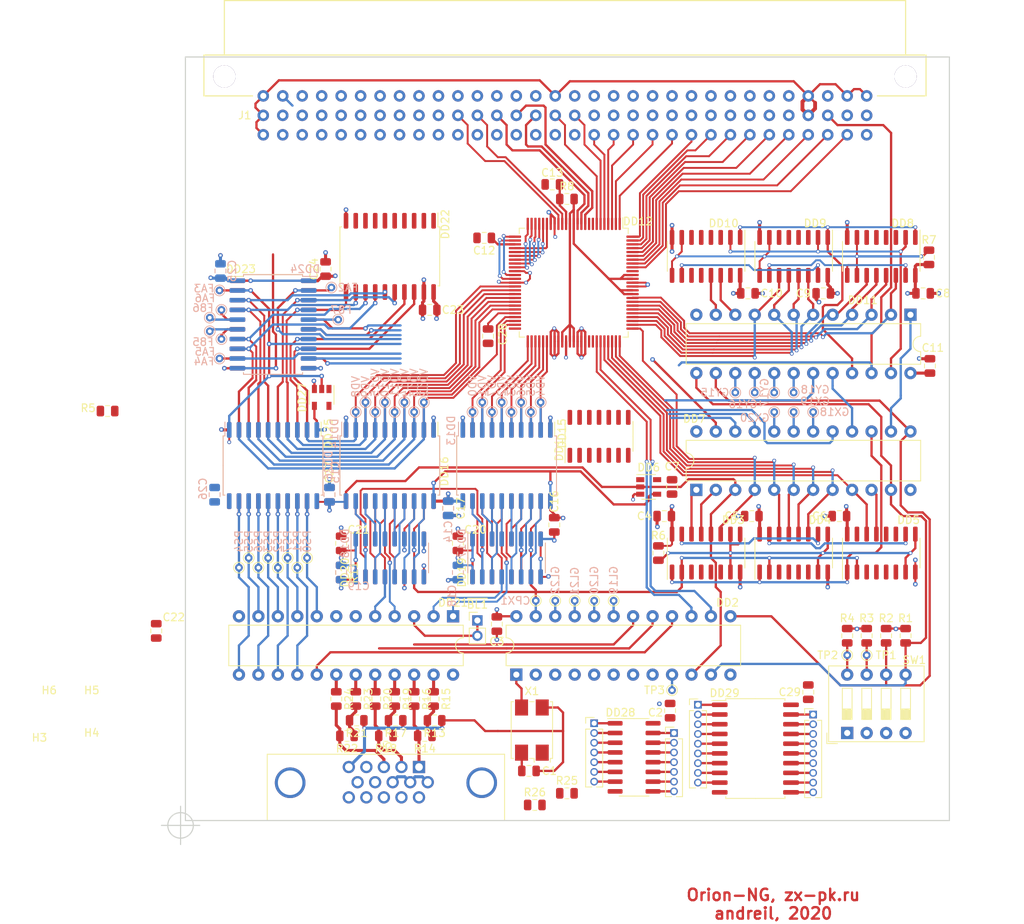
<source format=kicad_pcb>
(kicad_pcb (version 20200628) (host pcbnew "(5.99.0-2251-g5226d6b4d)")
  (layers (0 "F.Cu" signal) (1 "In1.Cu" signal) (2 "In2.Cu" signal) (31 "B.Cu" signal) (34 "B.Paste" user) (35 "F.Paste" user) (36 "B.SilkS" user) (37 "F.SilkS" user) (38 "B.Mask" user) (39 "F.Mask" user) (44 "Edge.Cuts" user))
  (net 0 "")
  (net 1 "VCC")
  (net 2 "/CL1")
  (net 3 "GND")
  (net 4 "Net-(DD1-Pad1)")
  (net 5 "/FEND")
  (net 6 "/video_gen/SR1")
  (net 7 "/video_gen/SR0")
  (net 8 "/video_gen/X0")
  (net 9 "/video_gen/X1")
  (net 10 "/video_gen/X3")
  (net 11 "/video_gen/~XRES")
  (net 12 "/video_gen/X4")
  (net 13 "/video_gen/X5")
  (net 14 "/video_gen/X6")
  (net 15 "/video_gen/X7")
  (net 16 "/video_gen/XH0")
  (net 17 "/video_gen/X8")
  (net 18 "/video_gen/X9")
  (net 19 "/video_gen/XH1")
  (net 20 "/video_gen/XLE")
  (net 21 "/video_gen/~BV")
  (net 22 "/video_gen/Y0")
  (net 23 "/video_gen/Y1")
  (net 24 "/video_gen/Y2")
  (net 25 "/video_gen/Y3")
  (net 26 "/video_gen/~YRES")
  (net 27 "/video_gen/Y4")
  (net 28 "/video_gen/Y5")
  (net 29 "/video_gen/Y6")
  (net 30 "/video_gen/Y7")
  (net 31 "/video_gen/YH0")
  (net 32 "/video_gen/Y8")
  (net 33 "/video_gen/Y9")
  (net 34 "/video_gen/YH1")
  (net 35 "Net-(R3-Pad2)")
  (net 36 "Net-(R4-Pad2)")
  (net 37 "/VB1")
  (net 38 "/VB0")
  (net 39 "/VM4")
  (net 40 "/VM1")
  (net 41 "/VM0")
  (net 42 "/CL0")
  (net 43 "/SR16")
  (net 44 "/~BE")
  (net 45 "/video_regs/A0")
  (net 46 "/video_regs/A1")
  (net 47 "/video_regs/A2")
  (net 48 "/video_regs/A3")
  (net 49 "/video_regs/A4")
  (net 50 "/video_regs/A5")
  (net 51 "/video_regs/A6")
  (net 52 "/video_regs/A7")
  (net 53 "/video_regs/A8")
  (net 54 "/video_regs/A9")
  (net 55 "/video_regs/A10")
  (net 56 "/video_regs/A11")
  (net 57 "/video_regs/A12")
  (net 58 "/video_regs/A13")
  (net 59 "/video_regs/MA14")
  (net 60 "/video_regs/MA15")
  (net 61 "/video_regs/MA16")
  (net 62 "/video_regs/~UB")
  (net 63 "/video_regs/~VCE")
  (net 64 "/video_regs/~MWR")
  (net 65 "/video_regs/~MRD")
  (net 66 "/video_regs/BD7")
  (net 67 "/video_regs/BD6")
  (net 68 "/video_regs/BD5")
  (net 69 "/video_regs/BD4")
  (net 70 "/video_regs/BD3")
  (net 71 "/video_regs/BD2")
  (net 72 "/video_regs/BD1")
  (net 73 "/video_regs/BD0")
  (net 74 "/video_regs/PS0")
  (net 75 "/video_regs/PS1")
  (net 76 "/video_regs/PS2")
  (net 77 "/video_regs/PS3")
  (net 78 "/video_regs/PS4")
  (net 79 "/video_regs/PS5")
  (net 80 "/video_regs/PS6")
  (net 81 "/video_regs/PS7")
  (net 82 "/video_regs/PFC")
  (net 83 "/video_regs/D7")
  (net 84 "/video_regs/D6")
  (net 85 "/video_regs/D5")
  (net 86 "/video_regs/D4")
  (net 87 "/video_regs/D3")
  (net 88 "/video_regs/D2")
  (net 89 "/video_regs/D1")
  (net 90 "/video_regs/D0")
  (net 91 "/video_regs/PFA")
  (net 92 "/video_regs/~RES")
  (net 93 "Net-(DD28-Pad15)")
  (net 94 "/video_regs/PF8")
  (net 95 "/VD15")
  (net 96 "/VD14")
  (net 97 "/VD13")
  (net 98 "/VD12")
  (net 99 "/VD11")
  (net 100 "/VD10")
  (net 101 "/VD9")
  (net 102 "/VD8")
  (net 103 "/VD7")
  (net 104 "/VD6")
  (net 105 "/VD5")
  (net 106 "/VD4")
  (net 107 "/VD3")
  (net 108 "/VD2")
  (net 109 "/VD1")
  (net 110 "/VD0")
  (net 111 "/VS0")
  (net 112 "/VS1")
  (net 113 "/VS2")
  (net 114 "/~BL")
  (net 115 "/HS")
  (net 116 "/VS")
  (net 117 "/video_regs/~RD")
  (net 118 "Net-(J2-Pad14)")
  (net 119 "Net-(J2-Pad13)")
  (net 120 "Net-(J2-Pad3)")
  (net 121 "Net-(J2-Pad2)")
  (net 122 "Net-(J2-Pad1)")
  (net 123 "Net-(R13-Pad2)")
  (net 124 "Net-(R17-Pad2)")
  (net 125 "Net-(R21-Pad2)")
  (net 126 "Net-(DD1-Pad8)")
  (net 127 "Net-(DD1-Pad6)")
  (net 128 "Net-(DD2-Pad22)")
  (net 129 "Net-(DD12-Pad70)")
  (net 130 "Net-(DD12-Pad69)")
  (net 131 "Net-(DD2-Pad1)")
  (net 132 "Net-(DD3-Pad10)")
  (net 133 "Net-(DD7-Pad20)")
  (net 134 "Net-(DD7-Pad19)")
  (net 135 "Net-(DD7-Pad18)")
  (net 136 "Net-(DD10-Pad7)")
  (net 137 "Net-(DD10-Pad2)")
  (net 138 "Net-(DD11-Pad17)")
  (net 139 "Net-(DD11-Pad16)")
  (net 140 "Net-(DD11-Pad15)")
  (net 141 "Net-(DD11-Pad18)")
  (net 142 "Net-(DD2-Pad9)")
  (net 143 "VL23")
  (net 144 "VL17")
  (net 145 "VL18")
  (net 146 "VL22")
  (net 147 "VL19")
  (net 148 "VL21")
  (net 149 "VL20")
  (net 150 "VL0")
  (net 151 "VL7")
  (net 152 "VL1")
  (net 153 "VL2")
  (net 154 "VL6")
  (net 155 "VL3")
  (net 156 "VL5")
  (net 157 "VL4")
  (net 158 "VL16")
  (net 159 "VL15")
  (net 160 "VL14")
  (net 161 "VL13")
  (net 162 "VL12")
  (net 163 "VL11")
  (net 164 "VL10")
  (net 165 "VL9")
  (net 166 "VL8")
  (net 167 "VL31")
  (net 168 "VL30")
  (net 169 "VL29")
  (net 170 "VL28")
  (net 171 "VL27")
  (net 172 "VL26")
  (net 173 "VL25")
  (net 174 "VL24")
  (net 175 "/CPX")
  (net 176 "/VM2")
  (net 177 "Net-(DD28-Pad6)")
  (net 178 "MVP")
  (net 179 "Net-(DD17-Pad1)")
  (net 180 "Net-(DD21-Pad23)")
  (net 181 "Net-(DD21-Pad22)")
  (net 182 "Net-(DD21-Pad21)")
  (net 183 "Net-(DD21-Pad20)")
  (net 184 "Net-(DD21-Pad19)")
  (net 185 "Net-(DD21-Pad18)")
  (net 186 "Net-(DD23-Pad19)")
  (net 187 "Net-(DD23-Pad6)")
  (net 188 "Net-(DD23-Pad5)")
  (net 189 "Net-(DD23-Pad2)")
  (net 190 "Net-(DD24-Pad16)")
  (net 191 "Net-(DD24-Pad15)")
  (net 192 "Net-(DD25-Pad1)")
  (net 193 "/video_regs/P1")
  (net 194 "/video_regs/P3")
  (net 195 "/video_regs/P0")
  (net 196 "/video_regs/P2")
  (net 197 "Net-(DD28-Pad14)")
  (net 198 "Net-(DD28-Pad13)")
  (net 199 "Net-(DD28-Pad12)")
  (net 200 "Net-(DD28-Pad11)")
  (net 201 "Net-(DD28-Pad10)")
  (net 202 "Net-(DD28-Pad9)")
  (net 203 "Net-(DD28-Pad7)")
  (net 204 "Net-(DD28-Pad5)")
  (net 205 "Net-(DD28-Pad4)")
  (net 206 "Net-(DD28-Pad3)")
  (net 207 "Net-(DD28-Pad2)")
  (net 208 "Net-(DD28-Pad1)")
  (net 209 "Net-(DD29-Pad19)")
  (net 210 "Net-(DD29-Pad18)")
  (net 211 "Net-(DD29-Pad17)")
  (net 212 "Net-(DD29-Pad16)")
  (net 213 "Net-(DD29-Pad15)")
  (net 214 "Net-(DD29-Pad14)")
  (net 215 "Net-(DD29-Pad13)")
  (net 216 "Net-(DD29-Pad12)")
  (net 217 "Net-(DD29-Pad11)")
  (net 218 "Net-(DD29-Pad9)")
  (net 219 "Net-(DD29-Pad8)")
  (net 220 "Net-(DD29-Pad7)")
  (net 221 "Net-(DD29-Pad6)")
  (net 222 "Net-(DD29-Pad5)")
  (net 223 "Net-(DD29-Pad4)")
  (net 224 "Net-(DD29-Pad3)")
  (net 225 "Net-(DD29-Pad2)")
  (net 226 "Net-(DD29-Pad1)")
  (net 227 "Net-(DD2-Pad21)")
  (net 228 "Net-(DD2-Pad20)")
  (net 229 "Net-(DD2-Pad19)")
  (net 230 "Net-(DD23-Pad9)")
  (net 231 "Net-(DD24-Pad5)")
  (net 232 "/VM3")
  (module "Package_SO:SOIC-20W_7.5x12.8mm_P1.27mm" (layer "B.Cu") (at 80.645 74.93 180)
    (fp_text reference "DD24" (at -4.191 7.239) (layer "B.SilkS") (effects (justify mirror)))
    (fp_text value "IR35")
    (pad "20" smd roundrect (at 4.65 5.715 180) (size 2.05 0.6) (layers "B.Cu" "B.Paste" "B.Mask") (net 1 "VCC"))
    (pad "19" smd roundrect (at 4.65 4.445 180) (size 2.05 0.6) (layers "B.Cu" "B.Paste" "B.Mask") (net 232 "/VM3"))
    (pad "18" smd roundrect (at 4.65 3.175 180) (size 2.05 0.6) (layers "B.Cu" "B.Paste" "B.Mask") (net 70 "/video_regs/BD3"))
    (pad "17" smd roundrect (at 4.65 1.905 180) (size 2.05 0.6) (layers "B.Cu" "B.Paste" "B.Mask") (net 67 "/video_regs/BD6"))
    (pad "16" smd roundrect (at 4.65 0.635 180) (size 2.05 0.6) (layers "B.Cu" "B.Paste" "B.Mask") (net 190 "Net-(DD24-Pad16)"))
    (pad "15" smd roundrect (at 4.65 -0.635 180) (size 2.05 0.6) (layers "B.Cu" "B.Paste" "B.Mask") (net 191 "Net-(DD24-Pad15)"))
    (pad "14" smd roundrect (at 4.65 -1.905 180) (size 2.05 0.6) (layers "B.Cu" "B.Paste" "B.Mask") (net 68 "/video_regs/BD5"))
    (pad "13" smd roundrect (at 4.65 -3.175 180) (size 2.05 0.6) (layers "B.Cu" "B.Paste" "B.Mask") (net 69 "/video_regs/BD4"))
    (pad "12" smd roundrect (at 4.65 -4.445 180) (size 2.05 0.6) (layers "B.Cu" "B.Paste" "B.Mask") (net 39 "/VM4"))
    (pad "11" smd roundrect (at 4.65 -5.715 180) (size 2.05 0.6) (layers "B.Cu" "B.Paste" "B.Mask") (net 94 "/video_regs/PF8"))
    (pad "10" smd roundrect (at -4.65 -5.715 180) (size 2.05 0.6) (layers "B.Cu" "B.Paste" "B.Mask") (net 3 "GND"))
    (pad "9" smd roundrect (at -4.65 -4.445 180) (size 2.05 0.6) (layers "B.Cu" "B.Paste" "B.Mask") (net 41 "/VM0"))
    (pad "8" smd roundrect (at -4.65 -3.175 180) (size 2.05 0.6) (layers "B.Cu" "B.Paste" "B.Mask") (net 73 "/video_regs/BD0"))
    (pad "7" smd roundrect (at -4.65 -1.905 180) (size 2.05 0.6) (layers "B.Cu" "B.Paste" "B.Mask") (net 72 "/video_regs/BD1"))
    (pad "6" smd roundrect (at -4.65 -0.635 180) (size 2.05 0.6) (layers "B.Cu" "B.Paste" "B.Mask") (net 40 "/VM1"))
    (pad "5" smd roundrect (at -4.65 0.635 180) (size 2.05 0.6) (layers "B.Cu" "B.Paste" "B.Mask") (net 231 "Net-(DD24-Pad5)"))
    (pad "4" smd roundrect (at -4.65 1.905 180) (size 2.05 0.6) (layers "B.Cu" "B.Paste" "B.Mask") (net 66 "/video_regs/BD7"))
    (pad "3" smd roundrect (at -4.65 3.175 180) (size 2.05 0.6) (layers "B.Cu" "B.Paste" "B.Mask") (net 71 "/video_regs/BD2"))
    (pad "2" smd roundrect (at -4.65 4.445 180) (size 2.05 0.6) (layers "B.Cu" "B.Paste" "B.Mask") (net 176 "/VM2"))
    (pad "1" smd roundrect (at -4.65 5.715 180) (size 2.05 0.6) (layers "B.Cu" "B.Paste" "B.Mask") (net 92 "/video_regs/~RES"))
  )
  (module "Package_SO:SOIC-20W_7.5x12.8mm_P1.27mm" (layer "F.Cu") (at 143.588 130.302)
    (fp_text reference "DD29" (at -4.015 -7.239) (layer "F.SilkS"))
    (fp_text value "Conn_02x10_Counter_Clockwise")
    (pad "20" smd roundrect (at 4.65 -5.715) (size 2.05 0.6) (layers "F.Cu" "F.Paste" "F.Mask") (net 1 "VCC"))
    (pad "19" smd roundrect (at 4.65 -4.445) (size 2.05 0.6) (layers "F.Cu" "F.Paste" "F.Mask") (net 209 "Net-(DD29-Pad19)"))
    (pad "18" smd roundrect (at 4.65 -3.175) (size 2.05 0.6) (layers "F.Cu" "F.Paste" "F.Mask") (net 210 "Net-(DD29-Pad18)"))
    (pad "17" smd roundrect (at 4.65 -1.905) (size 2.05 0.6) (layers "F.Cu" "F.Paste" "F.Mask") (net 211 "Net-(DD29-Pad17)"))
    (pad "16" smd roundrect (at 4.65 -0.635) (size 2.05 0.6) (layers "F.Cu" "F.Paste" "F.Mask") (net 212 "Net-(DD29-Pad16)"))
    (pad "15" smd roundrect (at 4.65 0.635) (size 2.05 0.6) (layers "F.Cu" "F.Paste" "F.Mask") (net 213 "Net-(DD29-Pad15)"))
    (pad "14" smd roundrect (at 4.65 1.905) (size 2.05 0.6) (layers "F.Cu" "F.Paste" "F.Mask") (net 214 "Net-(DD29-Pad14)"))
    (pad "13" smd roundrect (at 4.65 3.175) (size 2.05 0.6) (layers "F.Cu" "F.Paste" "F.Mask") (net 215 "Net-(DD29-Pad13)"))
    (pad "12" smd roundrect (at 4.65 4.445) (size 2.05 0.6) (layers "F.Cu" "F.Paste" "F.Mask") (net 216 "Net-(DD29-Pad12)"))
    (pad "11" smd roundrect (at 4.65 5.715) (size 2.05 0.6) (layers "F.Cu" "F.Paste" "F.Mask") (net 217 "Net-(DD29-Pad11)"))
    (pad "10" smd roundrect (at -4.65 5.715) (size 2.05 0.6) (layers "F.Cu" "F.Paste" "F.Mask") (net 3 "GND"))
    (pad "9" smd roundrect (at -4.65 4.445) (size 2.05 0.6) (layers "F.Cu" "F.Paste" "F.Mask") (net 218 "Net-(DD29-Pad9)"))
    (pad "8" smd roundrect (at -4.65 3.175) (size 2.05 0.6) (layers "F.Cu" "F.Paste" "F.Mask") (net 219 "Net-(DD29-Pad8)"))
    (pad "7" smd roundrect (at -4.65 1.905) (size 2.05 0.6) (layers "F.Cu" "F.Paste" "F.Mask") (net 220 "Net-(DD29-Pad7)"))
    (pad "6" smd roundrect (at -4.65 0.635) (size 2.05 0.6) (layers "F.Cu" "F.Paste" "F.Mask") (net 221 "Net-(DD29-Pad6)"))
    (pad "5" smd roundrect (at -4.65 -0.635) (size 2.05 0.6) (layers "F.Cu" "F.Paste" "F.Mask") (net 222 "Net-(DD29-Pad5)"))
    (pad "4" smd roundrect (at -4.65 -1.905) (size 2.05 0.6) (layers "F.Cu" "F.Paste" "F.Mask") (net 223 "Net-(DD29-Pad4)"))
    (pad "3" smd roundrect (at -4.65 -3.175) (size 2.05 0.6) (layers "F.Cu" "F.Paste" "F.Mask") (net 224 "Net-(DD29-Pad3)"))
    (pad "2" smd roundrect (at -4.65 -4.445) (size 2.05 0.6) (layers "F.Cu" "F.Paste" "F.Mask") (net 225 "Net-(DD29-Pad2)"))
    (pad "1" smd roundrect (at -4.65 -5.715) (size 2.05 0.6) (layers "F.Cu" "F.Paste" "F.Mask") (net 226 "Net-(DD29-Pad1)"))
  )
  (module "Capacitor_SMD:C_0805_2012Metric" (layer "F.Cu") (at 154.559 99.949 180)
    (fp_text reference "C6" (at 2.5885 0) (layer "F.SilkS"))
    (fp_text value "100n")
    (pad "2" smd roundrect (at 0.9375 0 180) (size 0.975 1.4) (layers "F.Cu" "F.Paste" "F.Mask") (net 3 "GND"))
    (pad "1" smd roundrect (at -0.9375 0 180) (size 0.975 1.4) (layers "F.Cu" "F.Paste" "F.Mask") (net 1 "VCC"))
  )
  (module "orion:Socket_DIN41612-CaseC1-full-Male-96Pin-3rows" (layer "F.Cu") (at 118.745 47.625 180)
    (fp_text reference "J1" (at 41.783 0) (layer "F.SilkS"))
    (fp_text value "C96ABC")
    (pad "1" thru_hole circle (at 44.45 5.08 180) (size 2.90068 2.90068) (drill 2.90068) (layers *.Cu *.Mask))
    (pad "1" thru_hole circle (at -44.45 5.08 180) (size 2.90068 2.90068) (drill 2.90068) (layers *.Cu *.Mask))
    (pad "32a" thru_hole circle (at -39.37 -2.54) (size 1.50114 1.50114) (drill 0.8001) (layers *.Cu *.Mask))
    (pad "31a" thru_hole circle (at -36.83 -2.54) (size 1.50114 1.50114) (drill 0.8001) (layers *.Cu *.Mask) (net 45 "/video_regs/A0"))
    (pad "30a" thru_hole circle (at -34.29 -2.54) (size 1.50114 1.50114) (drill 0.8001) (layers *.Cu *.Mask) (net 46 "/video_regs/A1"))
    (pad "29a" thru_hole circle (at -31.75 -2.54) (size 1.50114 1.50114) (drill 0.8001) (layers *.Cu *.Mask) (net 47 "/video_regs/A2"))
    (pad "28a" thru_hole circle (at -29.21 -2.54) (size 1.50114 1.50114) (drill 0.8001) (layers *.Cu *.Mask) (net 48 "/video_regs/A3"))
    (pad "27a" thru_hole circle (at -26.67 -2.54) (size 1.50114 1.50114) (drill 0.8001) (layers *.Cu *.Mask) (net 49 "/video_regs/A4"))
    (pad "26a" thru_hole circle (at -24.13 -2.54) (size 1.50114 1.50114) (drill 0.8001) (layers *.Cu *.Mask) (net 50 "/video_regs/A5"))
    (pad "25a" thru_hole circle (at -21.59 -2.54) (size 1.50114 1.50114) (drill 0.8001) (layers *.Cu *.Mask) (net 51 "/video_regs/A6"))
    (pad "24a" thru_hole circle (at -19.05 -2.54) (size 1.50114 1.50114) (drill 0.8001) (layers *.Cu *.Mask) (net 52 "/video_regs/A7"))
    (pad "23a" thru_hole circle (at -16.51 -2.54) (size 1.50114 1.50114) (drill 0.8001) (layers *.Cu *.Mask) (net 53 "/video_regs/A8"))
    (pad "22a" thru_hole circle (at -13.97 -2.54) (size 1.50114 1.50114) (drill 0.8001) (layers *.Cu *.Mask) (net 54 "/video_regs/A9"))
    (pad "21a" thru_hole circle (at -11.43 -2.54) (size 1.50114 1.50114) (drill 0.8001) (layers *.Cu *.Mask) (net 55 "/video_regs/A10"))
    (pad "20a" thru_hole circle (at -8.89 -2.54) (size 1.50114 1.50114) (drill 0.8001) (layers *.Cu *.Mask) (net 56 "/video_regs/A11"))
    (pad "19a" thru_hole circle (at -6.35 -2.54) (size 1.50114 1.50114) (drill 0.8001) (layers *.Cu *.Mask) (net 57 "/video_regs/A12"))
    (pad "18a" thru_hole circle (at -3.81 -2.54) (size 1.50114 1.50114) (drill 0.8001) (layers *.Cu *.Mask) (net 58 "/video_regs/A13"))
    (pad "17a" thru_hole circle (at -1.27 -2.54) (size 1.50114 1.50114) (drill 0.8001) (layers *.Cu *.Mask))
    (pad "16a" thru_hole circle (at 1.27 -2.54) (size 1.50114 1.50114) (drill 0.8001) (layers *.Cu *.Mask))
    (pad "15a" thru_hole circle (at 3.81 -2.54) (size 1.50114 1.50114) (drill 0.8001) (layers *.Cu *.Mask))
    (pad "14a" thru_hole circle (at 6.35 -2.54) (size 1.50114 1.50114) (drill 0.8001) (layers *.Cu *.Mask))
    (pad "13a" thru_hole circle (at 8.89 -2.54) (size 1.50114 1.50114) (drill 0.8001) (layers *.Cu *.Mask))
    (pad "12a" thru_hole circle (at 11.43 -2.54) (size 1.50114 1.50114) (drill 0.8001) (layers *.Cu *.Mask))
    (pad "11a" thru_hole circle (at 13.97 -2.54) (size 1.50114 1.50114) (drill 0.8001) (layers *.Cu *.Mask))
    (pad "10a" thru_hole circle (at 16.51 -2.54) (size 1.50114 1.50114) (drill 0.8001) (layers *.Cu *.Mask))
    (pad "9a" thru_hole circle (at 19.05 -2.54) (size 1.50114 1.50114) (drill 0.8001) (layers *.Cu *.Mask) (net 90 "/video_regs/D0"))
    (pad "8a" thru_hole circle (at 21.59 -2.54) (size 1.50114 1.50114) (drill 0.8001) (layers *.Cu *.Mask) (net 89 "/video_regs/D1"))
    (pad "7a" thru_hole circle (at 24.13 -2.54) (size 1.50114 1.50114) (drill 0.8001) (layers *.Cu *.Mask) (net 88 "/video_regs/D2"))
    (pad "6a" thru_hole circle (at 26.67 -2.54) (size 1.50114 1.50114) (drill 0.8001) (layers *.Cu *.Mask) (net 87 "/video_regs/D3"))
    (pad "5a" thru_hole circle (at 29.21 -2.54) (size 1.50114 1.50114) (drill 0.8001) (layers *.Cu *.Mask) (net 86 "/video_regs/D4"))
    (pad "3a" thru_hole circle (at 34.29 -2.54) (size 1.50114 1.50114) (drill 0.8001) (layers *.Cu *.Mask) (net 84 "/video_regs/D6"))
    (pad "4a" thru_hole circle (at 31.75 -2.54) (size 1.50114 1.50114) (drill 0.8001) (layers *.Cu *.Mask) (net 85 "/video_regs/D5"))
    (pad "2a" thru_hole circle (at 36.83 -2.54) (size 1.50114 1.50114) (drill 0.8001) (layers *.Cu *.Mask) (net 83 "/video_regs/D7"))
    (pad "1a" thru_hole circle (at 39.37 -2.54) (size 1.50114 1.50114) (drill 0.8001) (layers *.Cu *.Mask) (net 3 "GND"))
    (pad "1b" thru_hole circle (at 39.37 0) (size 1.50114 1.50114) (drill 0.8001) (layers *.Cu *.Mask) (net 3 "GND"))
    (pad "2b" thru_hole circle (at 36.83 0) (size 1.50114 1.50114) (drill 0.8001) (layers *.Cu *.Mask))
    (pad "4b" thru_hole circle (at 31.75 0) (size 1.50114 1.50114) (drill 0.8001) (layers *.Cu *.Mask))
    (pad "3b" thru_hole circle (at 34.29 0) (size 1.50114 1.50114) (drill 0.8001) (layers *.Cu *.Mask) (net 1 "VCC"))
    (pad "5b" thru_hole circle (at 29.21 0) (size 1.50114 1.50114) (drill 0.8001) (layers *.Cu *.Mask))
    (pad "6b" thru_hole circle (at 26.67 0) (size 1.50114 1.50114) (drill 0.8001) (layers *.Cu *.Mask) (net 82 "/video_regs/PFC"))
    (pad "7b" thru_hole circle (at 24.13 0) (size 1.50114 1.50114) (drill 0.8001) (layers *.Cu *.Mask) (net 94 "/video_regs/PF8"))
    (pad "8b" thru_hole circle (at 21.59 0) (size 1.50114 1.50114) (drill 0.8001) (layers *.Cu *.Mask) (net 91 "/video_regs/PFA"))
    (pad "9b" thru_hole circle (at 19.05 0) (size 1.50114 1.50114) (drill 0.8001) (layers *.Cu *.Mask))
    (pad "10b" thru_hole circle (at 16.51 0) (size 1.50114 1.50114) (drill 0.8001) (layers *.Cu *.Mask))
    (pad "11b" thru_hole circle (at 13.97 0) (size 1.50114 1.50114) (drill 0.8001) (layers *.Cu *.Mask) (net 65 "/video_regs/~MRD"))
    (pad "12b" thru_hole circle (at 11.43 0) (size 1.50114 1.50114) (drill 0.8001) (layers *.Cu *.Mask) (net 64 "/video_regs/~MWR"))
    (pad "13b" thru_hole circle (at 8.89 0) (size 1.50114 1.50114) (drill 0.8001) (layers *.Cu *.Mask) (net 63 "/video_regs/~VCE"))
    (pad "14b" thru_hole circle (at 6.35 0) (size 1.50114 1.50114) (drill 0.8001) (layers *.Cu *.Mask) (net 62 "/video_regs/~UB"))
    (pad "15b" thru_hole circle (at 3.81 0) (size 1.50114 1.50114) (drill 0.8001) (layers *.Cu *.Mask) (net 61 "/video_regs/MA16"))
    (pad "16b" thru_hole circle (at 1.27 0) (size 1.50114 1.50114) (drill 0.8001) (layers *.Cu *.Mask) (net 60 "/video_regs/MA15"))
    (pad "17b" thru_hole circle (at -1.27 0) (size 1.50114 1.50114) (drill 0.8001) (layers *.Cu *.Mask) (net 59 "/video_regs/MA14"))
    (pad "18b" thru_hole circle (at -3.81 0) (size 1.50114 1.50114) (drill 0.8001) (layers *.Cu *.Mask) (net 1 "VCC"))
    (pad "19b" thru_hole circle (at -6.35 0) (size 1.50114 1.50114) (drill 0.8001) (layers *.Cu *.Mask))
    (pad "20b" thru_hole circle (at -8.89 0) (size 1.50114 1.50114) (drill 0.8001) (layers *.Cu *.Mask) (net 1 "VCC"))
    (pad "21b" thru_hole circle (at -11.43 0) (size 1.50114 1.50114) (drill 0.8001) (layers *.Cu *.Mask))
    (pad "22b" thru_hole circle (at -13.97 0) (size 1.50114 1.50114) (drill 0.8001) (layers *.Cu *.Mask))
    (pad "23b" thru_hole circle (at -16.51 0) (size 1.50114 1.50114) (drill 0.8001) (layers *.Cu *.Mask))
    (pad "24b" thru_hole circle (at -19.05 0) (size 1.50114 1.50114) (drill 0.8001) (layers *.Cu *.Mask))
    (pad "25b" thru_hole circle (at -21.59 0) (size 1.50114 1.50114) (drill 0.8001) (layers *.Cu *.Mask))
    (pad "26b" thru_hole circle (at -24.13 0) (size 1.50114 1.50114) (drill 0.8001) (layers *.Cu *.Mask))
    (pad "27b" thru_hole circle (at -26.67 0) (size 1.50114 1.50114) (drill 0.8001) (layers *.Cu *.Mask))
    (pad "28b" thru_hole circle (at -29.21 0) (size 1.50114 1.50114) (drill 0.8001) (layers *.Cu *.Mask))
    (pad "29b" thru_hole circle (at -31.75 0) (size 1.50114 1.50114) (drill 0.8001) (layers *.Cu *.Mask) (net 3 "GND"))
    (pad "30b" thru_hole circle (at -34.29 0) (size 1.50114 1.50114) (drill 0.8001) (layers *.Cu *.Mask) (net 5 "/FEND"))
    (pad "31b" thru_hole circle (at -36.83 0) (size 1.50114 1.50114) (drill 0.8001) (layers *.Cu *.Mask))
    (pad "32b" thru_hole circle (at -39.37 0) (size 1.50114 1.50114) (drill 0.8001) (layers *.Cu *.Mask))
    (pad "32c" thru_hole circle (at -39.37 2.54) (size 1.50114 1.50114) (drill 0.8001) (layers *.Cu *.Mask) (net 3 "GND"))
    (pad "31c" thru_hole circle (at -36.83 2.54) (size 1.50114 1.50114) (drill 0.8001) (layers *.Cu *.Mask) (net 3 "GND"))
    (pad "30c" thru_hole circle (at -34.29 2.54) (size 1.50114 1.50114) (drill 0.8001) (layers *.Cu *.Mask))
    (pad "29c" thru_hole circle (at -31.75 2.54) (size 1.50114 1.50114) (drill 0.8001) (layers *.Cu *.Mask) (net 3 "GND"))
    (pad "28c" thru_hole circle (at -29.21 2.54) (size 1.50114 1.50114) (drill 0.8001) (layers *.Cu *.Mask))
    (pad "27c" thru_hole circle (at -26.67 2.54) (size 1.50114 1.50114) (drill 0.8001) (layers *.Cu *.Mask))
    (pad "26c" thru_hole circle (at -24.13 2.54) (size 1.50114 1.50114) (drill 0.8001) (layers *.Cu *.Mask))
    (pad "25c" thru_hole circle (at -21.59 2.54) (size 1.50114 1.50114) (drill 0.8001) (layers *.Cu *.Mask))
    (pad "24c" thru_hole circle (at -19.05 2.54) (size 1.50114 1.50114) (drill 0.8001) (layers *.Cu *.Mask))
    (pad "23c" thru_hole circle (at -16.51 2.54) (size 1.50114 1.50114) (drill 0.8001) (layers *.Cu *.Mask))
    (pad "22c" thru_hole circle (at -13.97 2.54) (size 1.50114 1.50114) (drill 0.8001) (layers *.Cu *.Mask))
    (pad "21c" thru_hole circle (at -11.43 2.54) (size 1.50114 1.50114) (drill 0.8001) (layers *.Cu *.Mask))
    (pad "20c" thru_hole circle (at -8.89 2.54) (size 1.50114 1.50114) (drill 0.8001) (layers *.Cu *.Mask) (net 1 "VCC"))
    (pad "19c" thru_hole circle (at -6.35 2.54) (size 1.50114 1.50114) (drill 0.8001) (layers *.Cu *.Mask))
    (pad "18c" thru_hole circle (at -3.81 2.54) (size 1.50114 1.50114) (drill 0.8001) (layers *.Cu *.Mask) (net 1 "VCC"))
    (pad "17c" thru_hole circle (at -1.27 2.54) (size 1.50114 1.50114) (drill 0.8001) (layers *.Cu *.Mask))
    (pad "16c" thru_hole circle (at 1.27 2.54) (size 1.50114 1.50114) (drill 0.8001) (layers *.Cu *.Mask) (net 3 "GND"))
    (pad "15c" thru_hole circle (at 3.81 2.54) (size 1.50114 1.50114) (drill 0.8001) (layers *.Cu *.Mask))
    (pad "14c" thru_hole circle (at 6.35 2.54) (size 1.50114 1.50114) (drill 0.8001) (layers *.Cu *.Mask) (net 117 "/video_regs/~RD"))
    (pad "13c" thru_hole circle (at 8.89 2.54) (size 1.50114 1.50114) (drill 0.8001) (layers *.Cu *.Mask))
    (pad "12c" thru_hole circle (at 11.43 2.54) (size 1.50114 1.50114) (drill 0.8001) (layers *.Cu *.Mask))
    (pad "11c" thru_hole circle (at 13.97 2.54) (size 1.50114 1.50114) (drill 0.8001) (layers *.Cu *.Mask))
    (pad "10c" thru_hole circle (at 16.51 2.54) (size 1.50114 1.50114) (drill 0.8001) (layers *.Cu *.Mask))
    (pad "9c" thru_hole circle (at 19.05 2.54) (size 1.50114 1.50114) (drill 0.8001) (layers *.Cu *.Mask))
    (pad "8c" thru_hole circle (at 21.59 2.54) (size 1.50114 1.50114) (drill 0.8001) (layers *.Cu *.Mask))
    (pad "7c" thru_hole circle (at 24.13 2.54) (size 1.50114 1.50114) (drill 0.8001) (layers *.Cu *.Mask))
    (pad "6c" thru_hole circle (at 26.67 2.54) (size 1.50114 1.50114) (drill 0.8001) (layers *.Cu *.Mask))
    (pad "5c" thru_hole circle (at 29.21 2.54) (size 1.50114 1.50114) (drill 0.8001) (layers *.Cu *.Mask))
    (pad "3c" thru_hole circle (at 34.29 2.54) (size 1.50114 1.50114) (drill 0.8001) (layers *.Cu *.Mask) (net 1 "VCC"))
    (pad "4c" thru_hole circle (at 31.75 2.54) (size 1.50114 1.50114) (drill 0.8001) (layers *.Cu *.Mask))
    (pad "2c" thru_hole circle (at 36.83 2.54) (size 1.50114 1.50114) (drill 0.8001) (layers *.Cu *.Mask) (net 92 "/video_regs/~RES"))
    (pad "1c" thru_hole circle (at 39.37 2.54) (size 1.50114 1.50114) (drill 0.8001) (layers *.Cu *.Mask) (net 3 "GND"))
  )
  (module "Package_DIP:DIP-24_W7.62mm" (layer "F.Cu") (at 104.14 113.03 -90)
    (fp_text reference "DD21" (at -1.778 0) (layer "F.SilkS"))
    (fp_text value "ATF22V10")
    (pad "24" thru_hole oval (at 7.62 0 270) (size 1.6 1.6) (drill 0.8) (layers *.Cu *.Mask) (net 1 "VCC"))
    (pad "12" thru_hole oval (at 0 27.94 270) (size 1.6 1.6) (drill 0.8) (layers *.Cu *.Mask) (net 3 "GND"))
    (pad "23" thru_hole oval (at 7.62 2.54 270) (size 1.6 1.6) (drill 0.8) (layers *.Cu *.Mask) (net 180 "Net-(DD21-Pad23)"))
    (pad "11" thru_hole oval (at 0 25.4 270) (size 1.6 1.6) (drill 0.8) (layers *.Cu *.Mask) (net 79 "/video_regs/PS5"))
    (pad "22" thru_hole oval (at 7.62 5.08 270) (size 1.6 1.6) (drill 0.8) (layers *.Cu *.Mask) (net 181 "Net-(DD21-Pad22)"))
    (pad "10" thru_hole oval (at 0 22.86 270) (size 1.6 1.6) (drill 0.8) (layers *.Cu *.Mask) (net 77 "/video_regs/PS3"))
    (pad "21" thru_hole oval (at 7.62 7.62 270) (size 1.6 1.6) (drill 0.8) (layers *.Cu *.Mask) (net 182 "Net-(DD21-Pad21)"))
    (pad "9" thru_hole oval (at 0 20.32 270) (size 1.6 1.6) (drill 0.8) (layers *.Cu *.Mask) (net 81 "/video_regs/PS7"))
    (pad "20" thru_hole oval (at 7.62 10.16 270) (size 1.6 1.6) (drill 0.8) (layers *.Cu *.Mask) (net 183 "Net-(DD21-Pad20)"))
    (pad "8" thru_hole oval (at 0 17.78 270) (size 1.6 1.6) (drill 0.8) (layers *.Cu *.Mask) (net 74 "/video_regs/PS0"))
    (pad "19" thru_hole oval (at 7.62 12.7 270) (size 1.6 1.6) (drill 0.8) (layers *.Cu *.Mask) (net 184 "Net-(DD21-Pad19)"))
    (pad "7" thru_hole oval (at 0 15.24 270) (size 1.6 1.6) (drill 0.8) (layers *.Cu *.Mask) (net 111 "/VS0"))
    (pad "18" thru_hole oval (at 7.62 15.24 270) (size 1.6 1.6) (drill 0.8) (layers *.Cu *.Mask) (net 185 "Net-(DD21-Pad18)"))
    (pad "6" thru_hole oval (at 0 12.7 270) (size 1.6 1.6) (drill 0.8) (layers *.Cu *.Mask) (net 112 "/VS1"))
    (pad "17" thru_hole oval (at 7.62 17.78 270) (size 1.6 1.6) (drill 0.8) (layers *.Cu *.Mask) (net 113 "/VS2"))
    (pad "5" thru_hole oval (at 0 10.16 270) (size 1.6 1.6) (drill 0.8) (layers *.Cu *.Mask) (net 193 "/video_regs/P1"))
    (pad "16" thru_hole oval (at 7.62 20.32 270) (size 1.6 1.6) (drill 0.8) (layers *.Cu *.Mask) (net 75 "/video_regs/PS1"))
    (pad "4" thru_hole oval (at 0 7.62 270) (size 1.6 1.6) (drill 0.8) (layers *.Cu *.Mask) (net 194 "/video_regs/P3"))
    (pad "15" thru_hole oval (at 7.62 22.86 270) (size 1.6 1.6) (drill 0.8) (layers *.Cu *.Mask) (net 76 "/video_regs/PS2"))
    (pad "3" thru_hole oval (at 0 5.08 270) (size 1.6 1.6) (drill 0.8) (layers *.Cu *.Mask) (net 114 "/~BL"))
    (pad "14" thru_hole oval (at 7.62 25.4 270) (size 1.6 1.6) (drill 0.8) (layers *.Cu *.Mask) (net 80 "/video_regs/PS6"))
    (pad "2" thru_hole oval (at 0 2.54 270) (size 1.6 1.6) (drill 0.8) (layers *.Cu *.Mask) (net 195 "/video_regs/P0"))
    (pad "13" thru_hole oval (at 7.62 27.94 270) (size 1.6 1.6) (drill 0.8) (layers *.Cu *.Mask) (net 78 "/video_regs/PS4"))
    (pad "1" thru_hole rect (at 0 0 270) (size 1.6 1.6) (drill 0.8) (layers *.Cu *.Mask) (net 196 "/video_regs/P2"))
  )
  (module "Package_QFP:LQFP-100_14x14mm_P0.5mm" (layer "F.Cu") (at 119.888 69.469 -90)
    (fp_text reference "DD12" (at -8.001 -8.382 -180) (layer "F.SilkS"))
    (fp_text value "IDT7028PF")
    (pad "100" smd roundrect (at -6 -7.675 270) (size 0.3 1.6) (layers "F.Cu" "F.Paste" "F.Mask") (net 53 "/video_regs/A8"))
    (pad "99" smd roundrect (at -5.5 -7.675 270) (size 0.3 1.6) (layers "F.Cu" "F.Paste" "F.Mask") (net 52 "/video_regs/A7"))
    (pad "98" smd roundrect (at -5 -7.675 270) (size 0.3 1.6) (layers "F.Cu" "F.Paste" "F.Mask") (net 51 "/video_regs/A6"))
    (pad "97" smd roundrect (at -4.5 -7.675 270) (size 0.3 1.6) (layers "F.Cu" "F.Paste" "F.Mask") (net 50 "/video_regs/A5"))
    (pad "96" smd roundrect (at -4 -7.675 270) (size 0.3 1.6) (layers "F.Cu" "F.Paste" "F.Mask") (net 49 "/video_regs/A4"))
    (pad "95" smd roundrect (at -3.5 -7.675 270) (size 0.3 1.6) (layers "F.Cu" "F.Paste" "F.Mask") (net 48 "/video_regs/A3"))
    (pad "94" smd roundrect (at -3 -7.675 270) (size 0.3 1.6) (layers "F.Cu" "F.Paste" "F.Mask") (net 47 "/video_regs/A2"))
    (pad "93" smd roundrect (at -2.5 -7.675 270) (size 0.3 1.6) (layers "F.Cu" "F.Paste" "F.Mask") (net 46 "/video_regs/A1"))
    (pad "92" smd roundrect (at -2 -7.675 270) (size 0.3 1.6) (layers "F.Cu" "F.Paste" "F.Mask") (net 45 "/video_regs/A0"))
    (pad "91" smd roundrect (at -1.5 -7.675 270) (size 0.3 1.6) (layers "F.Cu" "F.Paste" "F.Mask"))
    (pad "90" smd roundrect (at -1 -7.675 270) (size 0.3 1.6) (layers "F.Cu" "F.Paste" "F.Mask") (net 178 "MVP"))
    (pad "89" smd roundrect (at -0.5 -7.675 270) (size 0.3 1.6) (layers "F.Cu" "F.Paste" "F.Mask") (net 178 "MVP"))
    (pad "88" smd roundrect (at 0 -7.675 270) (size 0.3 1.6) (layers "F.Cu" "F.Paste" "F.Mask") (net 3 "GND"))
    (pad "87" smd roundrect (at 0.5 -7.675 270) (size 0.3 1.6) (layers "F.Cu" "F.Paste" "F.Mask") (net 3 "GND"))
    (pad "86" smd roundrect (at 1 -7.675 270) (size 0.3 1.6) (layers "F.Cu" "F.Paste" "F.Mask") (net 178 "MVP"))
    (pad "85" smd roundrect (at 1.5 -7.675 270) (size 0.3 1.6) (layers "F.Cu" "F.Paste" "F.Mask") (net 178 "MVP"))
    (pad "84" smd roundrect (at 2 -7.675 270) (size 0.3 1.6) (layers "F.Cu" "F.Paste" "F.Mask") (net 22 "/video_gen/Y0"))
    (pad "83" smd roundrect (at 2.5 -7.675 270) (size 0.3 1.6) (layers "F.Cu" "F.Paste" "F.Mask") (net 23 "/video_gen/Y1"))
    (pad "82" smd roundrect (at 3 -7.675 270) (size 0.3 1.6) (layers "F.Cu" "F.Paste" "F.Mask") (net 24 "/video_gen/Y2"))
    (pad "81" smd roundrect (at 3.5 -7.675 270) (size 0.3 1.6) (layers "F.Cu" "F.Paste" "F.Mask") (net 25 "/video_gen/Y3"))
    (pad "80" smd roundrect (at 4 -7.675 270) (size 0.3 1.6) (layers "F.Cu" "F.Paste" "F.Mask") (net 27 "/video_gen/Y4"))
    (pad "79" smd roundrect (at 4.5 -7.675 270) (size 0.3 1.6) (layers "F.Cu" "F.Paste" "F.Mask") (net 28 "/video_gen/Y5"))
    (pad "78" smd roundrect (at 5 -7.675 270) (size 0.3 1.6) (layers "F.Cu" "F.Paste" "F.Mask") (net 29 "/video_gen/Y6"))
    (pad "77" smd roundrect (at 5.5 -7.675 270) (size 0.3 1.6) (layers "F.Cu" "F.Paste" "F.Mask") (net 30 "/video_gen/Y7"))
    (pad "76" smd roundrect (at 6 -7.675 270) (size 0.3 1.6) (layers "F.Cu" "F.Paste" "F.Mask") (net 10 "/video_gen/X3"))
    (pad "75" smd roundrect (at 7.675 -6 270) (size 1.6 0.3) (layers "F.Cu" "F.Paste" "F.Mask") (net 12 "/video_gen/X4"))
    (pad "74" smd roundrect (at 7.675 -5.5 270) (size 1.6 0.3) (layers "F.Cu" "F.Paste" "F.Mask") (net 13 "/video_gen/X5"))
    (pad "73" smd roundrect (at 7.675 -5 270) (size 1.6 0.3) (layers "F.Cu" "F.Paste" "F.Mask") (net 14 "/video_gen/X6"))
    (pad "72" smd roundrect (at 7.675 -4.5 270) (size 1.6 0.3) (layers "F.Cu" "F.Paste" "F.Mask") (net 15 "/video_gen/X7"))
    (pad "71" smd roundrect (at 7.675 -4 270) (size 1.6 0.3) (layers "F.Cu" "F.Paste" "F.Mask") (net 17 "/video_gen/X8"))
    (pad "70" smd roundrect (at 7.675 -3.5 270) (size 1.6 0.3) (layers "F.Cu" "F.Paste" "F.Mask") (net 129 "Net-(DD12-Pad70)"))
    (pad "69" smd roundrect (at 7.675 -3 270) (size 1.6 0.3) (layers "F.Cu" "F.Paste" "F.Mask") (net 130 "Net-(DD12-Pad69)"))
    (pad "68" smd roundrect (at 7.675 -2.5 270) (size 1.6 0.3) (layers "F.Cu" "F.Paste" "F.Mask"))
    (pad "67" smd roundrect (at 7.675 -2 270) (size 1.6 0.3) (layers "F.Cu" "F.Paste" "F.Mask"))
    (pad "66" smd roundrect (at 7.675 -1.5 270) (size 1.6 0.3) (layers "F.Cu" "F.Paste" "F.Mask") (net 3 "GND"))
    (pad "65" smd roundrect (at 7.675 -1 270) (size 1.6 0.3) (layers "F.Cu" "F.Paste" "F.Mask") (net 3 "GND"))
    (pad "64" smd roundrect (at 7.675 -0.5 270) (size 1.6 0.3) (layers "F.Cu" "F.Paste" "F.Mask") (net 3 "GND"))
    (pad "63" smd roundrect (at 7.675 0 270) (size 1.6 0.3) (layers "F.Cu" "F.Paste" "F.Mask") (net 178 "MVP"))
    (pad "62" smd roundrect (at 7.675 0.5 270) (size 1.6 0.3) (layers "F.Cu" "F.Paste" "F.Mask") (net 178 "MVP"))
    (pad "61" smd roundrect (at 7.675 1 270) (size 1.6 0.3) (layers "F.Cu" "F.Paste" "F.Mask") (net 3 "GND"))
    (pad "60" smd roundrect (at 7.675 1.5 270) (size 1.6 0.3) (layers "F.Cu" "F.Paste" "F.Mask") (net 178 "MVP"))
    (pad "59" smd roundrect (at 7.675 2 270) (size 1.6 0.3) (layers "F.Cu" "F.Paste" "F.Mask") (net 3 "GND"))
    (pad "58" smd roundrect (at 7.675 2.5 270) (size 1.6 0.3) (layers "F.Cu" "F.Paste" "F.Mask") (net 3 "GND"))
    (pad "57" smd roundrect (at 7.675 3 270) (size 1.6 0.3) (layers "F.Cu" "F.Paste" "F.Mask") (net 3 "GND"))
    (pad "56" smd roundrect (at 7.675 3.5 270) (size 1.6 0.3) (layers "F.Cu" "F.Paste" "F.Mask") (net 106 "/VD4"))
    (pad "55" smd roundrect (at 7.675 4 270) (size 1.6 0.3) (layers "F.Cu" "F.Paste" "F.Mask") (net 105 "/VD5"))
    (pad "54" smd roundrect (at 7.675 4.5 270) (size 1.6 0.3) (layers "F.Cu" "F.Paste" "F.Mask") (net 104 "/VD6"))
    (pad "53" smd roundrect (at 7.675 5 270) (size 1.6 0.3) (layers "F.Cu" "F.Paste" "F.Mask") (net 107 "/VD3"))
    (pad "52" smd roundrect (at 7.675 5.5 270) (size 1.6 0.3) (layers "F.Cu" "F.Paste" "F.Mask") (net 108 "/VD2"))
    (pad "51" smd roundrect (at 7.675 6 270) (size 1.6 0.3) (layers "F.Cu" "F.Paste" "F.Mask") (net 103 "/VD7"))
    (pad "50" smd roundrect (at 6 7.675 270) (size 0.3 1.6) (layers "F.Cu" "F.Paste" "F.Mask"))
    (pad "49" smd roundrect (at 5.5 7.675 270) (size 0.3 1.6) (layers "F.Cu" "F.Paste" "F.Mask") (net 109 "/VD1"))
    (pad "48" smd roundrect (at 5 7.675 270) (size 0.3 1.6) (layers "F.Cu" "F.Paste" "F.Mask") (net 110 "/VD0"))
    (pad "47" smd roundrect (at 4.5 7.675 270) (size 0.3 1.6) (layers "F.Cu" "F.Paste" "F.Mask") (net 98 "/VD12"))
    (pad "46" smd roundrect (at 4 7.675 270) (size 0.3 1.6) (layers "F.Cu" "F.Paste" "F.Mask") (net 1 "VCC"))
    (pad "45" smd roundrect (at 3.5 7.675 270) (size 0.3 1.6) (layers "F.Cu" "F.Paste" "F.Mask") (net 97 "/VD13"))
    (pad "44" smd roundrect (at 3 7.675 270) (size 0.3 1.6) (layers "F.Cu" "F.Paste" "F.Mask") (net 96 "/VD14"))
    (pad "43" smd roundrect (at 2.5 7.675 270) (size 0.3 1.6) (layers "F.Cu" "F.Paste" "F.Mask") (net 99 "/VD11"))
    (pad "42" smd roundrect (at 2 7.675 270) (size 0.3 1.6) (layers "F.Cu" "F.Paste" "F.Mask") (net 100 "/VD10"))
    (pad "41" smd roundrect (at 1.5 7.675 270) (size 0.3 1.6) (layers "F.Cu" "F.Paste" "F.Mask") (net 95 "/VD15"))
    (pad "40" smd roundrect (at 1 7.675 270) (size 0.3 1.6) (layers "F.Cu" "F.Paste" "F.Mask") (net 101 "/VD9"))
    (pad "39" smd roundrect (at 0.5 7.675 270) (size 0.3 1.6) (layers "F.Cu" "F.Paste" "F.Mask") (net 102 "/VD8"))
    (pad "38" smd roundrect (at 0 7.675 270) (size 0.3 1.6) (layers "F.Cu" "F.Paste" "F.Mask") (net 3 "GND"))
    (pad "37" smd roundrect (at -0.5 7.675 270) (size 0.3 1.6) (layers "F.Cu" "F.Paste" "F.Mask") (net 73 "/video_regs/BD0"))
    (pad "36" smd roundrect (at -1 7.675 270) (size 0.3 1.6) (layers "F.Cu" "F.Paste" "F.Mask") (net 72 "/video_regs/BD1"))
    (pad "35" smd roundrect (at -1.5 7.675 270) (size 0.3 1.6) (layers "F.Cu" "F.Paste" "F.Mask") (net 3 "GND"))
    (pad "34" smd roundrect (at -2 7.675 270) (size 0.3 1.6) (layers "F.Cu" "F.Paste" "F.Mask") (net 66 "/video_regs/BD7"))
    (pad "33" smd roundrect (at -2.5 7.675 270) (size 0.3 1.6) (layers "F.Cu" "F.Paste" "F.Mask") (net 71 "/video_regs/BD2"))
    (pad "32" smd roundrect (at -3 7.675 270) (size 0.3 1.6) (layers "F.Cu" "F.Paste" "F.Mask") (net 70 "/video_regs/BD3"))
    (pad "31" smd roundrect (at -3.5 7.675 270) (size 0.3 1.6) (layers "F.Cu" "F.Paste" "F.Mask") (net 67 "/video_regs/BD6"))
    (pad "30" smd roundrect (at -4 7.675 270) (size 0.3 1.6) (layers "F.Cu" "F.Paste" "F.Mask") (net 68 "/video_regs/BD5"))
    (pad "29" smd roundrect (at -4.5 7.675 270) (size 0.3 1.6) (layers "F.Cu" "F.Paste" "F.Mask") (net 69 "/video_regs/BD4"))
    (pad "28" smd roundrect (at -5 7.675 270) (size 0.3 1.6) (layers "F.Cu" "F.Paste" "F.Mask") (net 1 "VCC"))
    (pad "27" smd roundrect (at -5.5 7.675 270) (size 0.3 1.6) (layers "F.Cu" "F.Paste" "F.Mask") (net 73 "/video_regs/BD0"))
    (pad "26" smd roundrect (at -6 7.675 270) (size 0.3 1.6) (layers "F.Cu" "F.Paste" "F.Mask") (net 72 "/video_regs/BD1"))
    (pad "25" smd roundrect (at -7.675 6 270) (size 1.6 0.3) (layers "F.Cu" "F.Paste" "F.Mask") (net 66 "/video_regs/BD7"))
    (pad "24" smd roundrect (at -7.675 5.5 270) (size 1.6 0.3) (layers "F.Cu" "F.Paste" "F.Mask") (net 71 "/video_regs/BD2"))
    (pad "23" smd roundrect (at -7.675 5 270) (size 1.6 0.3) (layers "F.Cu" "F.Paste" "F.Mask") (net 70 "/video_regs/BD3"))
    (pad "22" smd roundrect (at -7.675 4.5 270) (size 1.6 0.3) (layers "F.Cu" "F.Paste" "F.Mask") (net 67 "/video_regs/BD6"))
    (pad "21" smd roundrect (at -7.675 4 270) (size 1.6 0.3) (layers "F.Cu" "F.Paste" "F.Mask") (net 68 "/video_regs/BD5"))
    (pad "20" smd roundrect (at -7.675 3.5 270) (size 1.6 0.3) (layers "F.Cu" "F.Paste" "F.Mask") (net 69 "/video_regs/BD4"))
    (pad "19" smd roundrect (at -7.675 3 270) (size 1.6 0.3) (layers "F.Cu" "F.Paste" "F.Mask") (net 3 "GND"))
    (pad "18" smd roundrect (at -7.675 2.5 270) (size 1.6 0.3) (layers "F.Cu" "F.Paste" "F.Mask") (net 3 "GND"))
    (pad "17" smd roundrect (at -7.675 2 270) (size 1.6 0.3) (layers "F.Cu" "F.Paste" "F.Mask") (net 65 "/video_regs/~MRD"))
    (pad "16" smd roundrect (at -7.675 1.5 270) (size 1.6 0.3) (layers "F.Cu" "F.Paste" "F.Mask") (net 64 "/video_regs/~MWR"))
    (pad "15" smd roundrect (at -7.675 1 270) (size 1.6 0.3) (layers "F.Cu" "F.Paste" "F.Mask") (net 1 "VCC"))
    (pad "14" smd roundrect (at -7.675 0.5 270) (size 1.6 0.3) (layers "F.Cu" "F.Paste" "F.Mask") (net 178 "MVP"))
    (pad "13" smd roundrect (at -7.675 0 270) (size 1.6 0.3) (layers "F.Cu" "F.Paste" "F.Mask") (net 178 "MVP"))
    (pad "12" smd roundrect (at -7.675 -0.5 270) (size 1.6 0.3) (layers "F.Cu" "F.Paste" "F.Mask") (net 63 "/video_regs/~VCE"))
    (pad "11" smd roundrect (at -7.675 -1 270) (size 1.6 0.3) (layers "F.Cu" "F.Paste" "F.Mask") (net 61 "/video_regs/MA16"))
    (pad "10" smd roundrect (at -7.675 -1.5 270) (size 1.6 0.3) (layers "F.Cu" "F.Paste" "F.Mask") (net 62 "/video_regs/~UB"))
    (pad "9" smd roundrect (at -7.675 -2 270) (size 1.6 0.3) (layers "F.Cu" "F.Paste" "F.Mask"))
    (pad "8" smd roundrect (at -7.675 -2.5 270) (size 1.6 0.3) (layers "F.Cu" "F.Paste" "F.Mask"))
    (pad "7" smd roundrect (at -7.675 -3 270) (size 1.6 0.3) (layers "F.Cu" "F.Paste" "F.Mask") (net 60 "/video_regs/MA15"))
    (pad "6" smd roundrect (at -7.675 -3.5 270) (size 1.6 0.3) (layers "F.Cu" "F.Paste" "F.Mask") (net 59 "/video_regs/MA14"))
    (pad "5" smd roundrect (at -7.675 -4 270) (size 1.6 0.3) (layers "F.Cu" "F.Paste" "F.Mask") (net 58 "/video_regs/A13"))
    (pad "4" smd roundrect (at -7.675 -4.5 270) (size 1.6 0.3) (layers "F.Cu" "F.Paste" "F.Mask") (net 57 "/video_regs/A12"))
    (pad "3" smd roundrect (at -7.675 -5 270) (size 1.6 0.3) (layers "F.Cu" "F.Paste" "F.Mask") (net 56 "/video_regs/A11"))
    (pad "2" smd roundrect (at -7.675 -5.5 270) (size 1.6 0.3) (layers "F.Cu" "F.Paste" "F.Mask") (net 55 "/video_regs/A10"))
    (pad "1" smd roundrect (at -7.675 -6 270) (size 1.6 0.3) (layers "F.Cu" "F.Paste" "F.Mask") (net 54 "/video_regs/A9"))
  )
  (module "TestPoint:TestPoint_THTPad_D1.0mm_Drill0.5mm" (layer "B.Cu") (at 99.06 86.36 180)
    (fp_text reference "VD13" (at 0 3.81 90) (layer "B.SilkS") (effects (justify mirror)))
    (fp_text value "TestPoint_Small")
    (pad "1" thru_hole circle (at 0 0 180) (size 1 1) (drill 0.5) (layers *.Cu *.Mask) (net 97 "/VD13"))
  )
  (module "TestPoint:TestPoint_THTPad_D1.0mm_Drill0.5mm" (layer "B.Cu") (at 97.79 85.09 180)
    (fp_text reference "VD14" (at 0 2.54 90) (layer "B.SilkS") (effects (justify mirror)))
    (fp_text value "TestPoint_Small")
    (pad "1" thru_hole circle (at 0 0 180) (size 1 1) (drill 0.5) (layers *.Cu *.Mask) (net 96 "/VD14"))
  )
  (module "TestPoint:TestPoint_THTPad_D1.0mm_Drill0.5mm" (layer "B.Cu") (at 92.71 85.09 180)
    (fp_text reference "VD9" (at 0 2.032 90) (layer "B.SilkS") (effects (justify mirror)))
    (fp_text value "TestPoint_Small")
    (pad "1" thru_hole circle (at 0 0 180) (size 1 1) (drill 0.5) (layers *.Cu *.Mask) (net 101 "/VD9"))
  )
  (module "TestPoint:TestPoint_THTPad_D1.0mm_Drill0.5mm" (layer "B.Cu") (at 91.44 86.36 180)
    (fp_text reference "VD8" (at 0 3.302 90) (layer "B.SilkS") (effects (justify mirror)))
    (fp_text value "TestPoint_Small")
    (pad "1" thru_hole circle (at 0 0 180) (size 1 1) (drill 0.5) (layers *.Cu *.Mask) (net 102 "/VD8"))
  )
  (module "TestPoint:TestPoint_THTPad_D1.0mm_Drill0.5mm" (layer "F.Cu") (at 120.015 110.998)
    (fp_text reference "GL21" (at 0 -2.54 90) (layer "B.SilkS") (effects (justify mirror)))
    (fp_text value "GL16")
    (pad "1" thru_hole circle (at 0 0) (size 1 1) (drill 0.5) (layers *.Cu *.Mask) (net 227 "Net-(DD2-Pad21)"))
  )
  (module "TestPoint:TestPoint_THTPad_D1.0mm_Drill0.5mm" (layer "F.Cu") (at 122.555 110.998)
    (fp_text reference "GL20" (at 0 -2.667 90) (layer "B.SilkS") (effects (justify mirror)))
    (fp_text value "GL15")
    (pad "1" thru_hole circle (at 0 0) (size 1 1) (drill 0.5) (layers *.Cu *.Mask) (net 228 "Net-(DD2-Pad20)"))
  )
  (module "TestPoint:TestPoint_THTPad_D1.0mm_Drill0.5mm" (layer "F.Cu") (at 125.095 110.998)
    (fp_text reference "GL19" (at 0 -2.667 90) (layer "B.SilkS") (effects (justify mirror)))
    (fp_text value "GL14")
    (pad "1" thru_hole circle (at 0 0) (size 1 1) (drill 0.5) (layers *.Cu *.Mask) (net 229 "Net-(DD2-Pad19)"))
  )
  (module "Package_SO:SOIC-16_3.9x9.9mm_P1.27mm" (layer "F.Cu") (at 127.762 131.445)
    (fp_text reference "DD28" (at -1.778 -5.842) (layer "F.SilkS"))
    (fp_text value "Conn_02x08_Counter_Clockwise")
    (pad "16" smd roundrect (at 2.475 -4.445) (size 1.95 0.6) (layers "F.Cu" "F.Paste" "F.Mask") (net 1 "VCC"))
    (pad "15" smd roundrect (at 2.475 -3.175) (size 1.95 0.6) (layers "F.Cu" "F.Paste" "F.Mask") (net 93 "Net-(DD28-Pad15)"))
    (pad "14" smd roundrect (at 2.475 -1.905) (size 1.95 0.6) (layers "F.Cu" "F.Paste" "F.Mask") (net 197 "Net-(DD28-Pad14)"))
    (pad "13" smd roundrect (at 2.475 -0.635) (size 1.95 0.6) (layers "F.Cu" "F.Paste" "F.Mask") (net 198 "Net-(DD28-Pad13)"))
    (pad "12" smd roundrect (at 2.475 0.635) (size 1.95 0.6) (layers "F.Cu" "F.Paste" "F.Mask") (net 199 "Net-(DD28-Pad12)"))
    (pad "11" smd roundrect (at 2.475 1.905) (size 1.95 0.6) (layers "F.Cu" "F.Paste" "F.Mask") (net 200 "Net-(DD28-Pad11)"))
    (pad "10" smd roundrect (at 2.475 3.175) (size 1.95 0.6) (layers "F.Cu" "F.Paste" "F.Mask") (net 201 "Net-(DD28-Pad10)"))
    (pad "9" smd roundrect (at 2.475 4.445) (size 1.95 0.6) (layers "F.Cu" "F.Paste" "F.Mask") (net 202 "Net-(DD28-Pad9)"))
    (pad "8" smd roundrect (at -2.475 4.445) (size 1.95 0.6) (layers "F.Cu" "F.Paste" "F.Mask") (net 3 "GND"))
    (pad "7" smd roundrect (at -2.475 3.175) (size 1.95 0.6) (layers "F.Cu" "F.Paste" "F.Mask") (net 203 "Net-(DD28-Pad7)"))
    (pad "6" smd roundrect (at -2.475 1.905) (size 1.95 0.6) (layers "F.Cu" "F.Paste" "F.Mask") (net 177 "Net-(DD28-Pad6)"))
    (pad "5" smd roundrect (at -2.475 0.635) (size 1.95 0.6) (layers "F.Cu" "F.Paste" "F.Mask") (net 204 "Net-(DD28-Pad5)"))
    (pad "4" smd roundrect (at -2.475 -0.635) (size 1.95 0.6) (layers "F.Cu" "F.Paste" "F.Mask") (net 205 "Net-(DD28-Pad4)"))
    (pad "3" smd roundrect (at -2.475 -1.905) (size 1.95 0.6) (layers "F.Cu" "F.Paste" "F.Mask") (net 206 "Net-(DD28-Pad3)"))
    (pad "2" smd roundrect (at -2.475 -3.175) (size 1.95 0.6) (layers "F.Cu" "F.Paste" "F.Mask") (net 207 "Net-(DD28-Pad2)"))
    (pad "1" smd roundrect (at -2.475 -4.445) (size 1.95 0.6) (layers "F.Cu" "F.Paste" "F.Mask") (net 208 "Net-(DD28-Pad1)"))
  )
  (module "Connector_PinHeader_1.27mm:PinHeader_1x07_P1.27mm_Vertical" (layer "F.Cu") (at 122.555 127)
    (fp_text reference "J3" hide)
    (fp_text value "Conn_01x07_Female")
    (pad "7" thru_hole oval (at 0 7.62) (size 1 1) (drill 0.65) (layers *.Cu *.Mask) (net 203 "Net-(DD28-Pad7)"))
    (pad "6" thru_hole oval (at 0 6.35) (size 1 1) (drill 0.65) (layers *.Cu *.Mask) (net 177 "Net-(DD28-Pad6)"))
    (pad "5" thru_hole oval (at 0 5.08) (size 1 1) (drill 0.65) (layers *.Cu *.Mask) (net 204 "Net-(DD28-Pad5)"))
    (pad "4" thru_hole oval (at 0 3.81) (size 1 1) (drill 0.65) (layers *.Cu *.Mask) (net 205 "Net-(DD28-Pad4)"))
    (pad "3" thru_hole oval (at 0 2.54) (size 1 1) (drill 0.65) (layers *.Cu *.Mask) (net 206 "Net-(DD28-Pad3)"))
    (pad "2" thru_hole oval (at 0 1.27) (size 1 1) (drill 0.65) (layers *.Cu *.Mask) (net 207 "Net-(DD28-Pad2)"))
    (pad "1" thru_hole rect (at 0 0) (size 1 1) (drill 0.65) (layers *.Cu *.Mask) (net 208 "Net-(DD28-Pad1)"))
  )
  (module "Connector_PinHeader_1.27mm:PinHeader_1x09_P1.27mm_Vertical" (layer "F.Cu") (at 151.13 125.857)
    (fp_text reference "J6" hide)
    (fp_text value "Conn_01x09_Female")
    (pad "9" thru_hole oval (at 0 10.16) (size 1 1) (drill 0.65) (layers *.Cu *.Mask) (net 217 "Net-(DD29-Pad11)"))
    (pad "8" thru_hole oval (at 0 8.89) (size 1 1) (drill 0.65) (layers *.Cu *.Mask) (net 216 "Net-(DD29-Pad12)"))
    (pad "7" thru_hole oval (at 0 7.62) (size 1 1) (drill 0.65) (layers *.Cu *.Mask) (net 215 "Net-(DD29-Pad13)"))
    (pad "6" thru_hole oval (at 0 6.35) (size 1 1) (drill 0.65) (layers *.Cu *.Mask) (net 214 "Net-(DD29-Pad14)"))
    (pad "5" thru_hole oval (at 0 5.08) (size 1 1) (drill 0.65) (layers *.Cu *.Mask) (net 213 "Net-(DD29-Pad15)"))
    (pad "4" thru_hole oval (at 0 3.81) (size 1 1) (drill 0.65) (layers *.Cu *.Mask) (net 212 "Net-(DD29-Pad16)"))
    (pad "3" thru_hole oval (at 0 2.54) (size 1 1) (drill 0.65) (layers *.Cu *.Mask) (net 211 "Net-(DD29-Pad17)"))
    (pad "2" thru_hole oval (at 0 1.27) (size 1 1) (drill 0.65) (layers *.Cu *.Mask) (net 210 "Net-(DD29-Pad18)"))
    (pad "1" thru_hole rect (at 0 0) (size 1 1) (drill 0.65) (layers *.Cu *.Mask) (net 209 "Net-(DD29-Pad19)"))
  )
  (module "Connector_PinHeader_1.27mm:PinHeader_1x09_P1.27mm_Vertical" (layer "F.Cu") (at 136.095 124.587)
    (fp_text reference "J5" hide)
    (fp_text value "Conn_01x09_Female")
    (pad "9" thru_hole oval (at 0 10.16) (size 1 1) (drill 0.65) (layers *.Cu *.Mask) (net 218 "Net-(DD29-Pad9)"))
    (pad "8" thru_hole oval (at 0 8.89) (size 1 1) (drill 0.65) (layers *.Cu *.Mask) (net 219 "Net-(DD29-Pad8)"))
    (pad "7" thru_hole oval (at 0 7.62) (size 1 1) (drill 0.65) (layers *.Cu *.Mask) (net 220 "Net-(DD29-Pad7)"))
    (pad "6" thru_hole oval (at 0 6.35) (size 1 1) (drill 0.65) (layers *.Cu *.Mask) (net 221 "Net-(DD29-Pad6)"))
    (pad "5" thru_hole oval (at 0 5.08) (size 1 1) (drill 0.65) (layers *.Cu *.Mask) (net 222 "Net-(DD29-Pad5)"))
    (pad "4" thru_hole oval (at 0 3.81) (size 1 1) (drill 0.65) (layers *.Cu *.Mask) (net 223 "Net-(DD29-Pad4)"))
    (pad "3" thru_hole oval (at 0 2.54) (size 1 1) (drill 0.65) (layers *.Cu *.Mask) (net 224 "Net-(DD29-Pad3)"))
    (pad "2" thru_hole oval (at 0 1.27) (size 1 1) (drill 0.65) (layers *.Cu *.Mask) (net 225 "Net-(DD29-Pad2)"))
    (pad "1" thru_hole rect (at 0 0) (size 1 1) (drill 0.65) (layers *.Cu *.Mask) (net 226 "Net-(DD29-Pad1)"))
  )
  (module "Connector_PinHeader_1.27mm:PinHeader_1x07_P1.27mm_Vertical" (layer "F.Cu") (at 132.969 128.27)
    (fp_text reference "J4" hide)
    (fp_text value "Conn_01x07_Female")
    (pad "7" thru_hole oval (at 0 7.62) (size 1 1) (drill 0.65) (layers *.Cu *.Mask) (net 202 "Net-(DD28-Pad9)"))
    (pad "6" thru_hole oval (at 0 6.35) (size 1 1) (drill 0.65) (layers *.Cu *.Mask) (net 201 "Net-(DD28-Pad10)"))
    (pad "5" thru_hole oval (at 0 5.08) (size 1 1) (drill 0.65) (layers *.Cu *.Mask) (net 200 "Net-(DD28-Pad11)"))
    (pad "4" thru_hole oval (at 0 3.81) (size 1 1) (drill 0.65) (layers *.Cu *.Mask) (net 199 "Net-(DD28-Pad12)"))
    (pad "3" thru_hole oval (at 0 2.54) (size 1 1) (drill 0.65) (layers *.Cu *.Mask) (net 198 "Net-(DD28-Pad13)"))
    (pad "2" thru_hole oval (at 0 1.27) (size 1 1) (drill 0.65) (layers *.Cu *.Mask) (net 197 "Net-(DD28-Pad14)"))
    (pad "1" thru_hole rect (at 0 0) (size 1 1) (drill 0.65) (layers *.Cu *.Mask) (net 93 "Net-(DD28-Pad15)"))
  )
  (module "Package_SO:SOIC-14_3.9x8.7mm_P1.27mm" (layer "F.Cu") (at 123.19 89.535 90)
    (fp_text reference "DD1" (at -1.778 -5.207 90) (layer "F.SilkS"))
    (fp_text value "TM2")
    (pad "14" smd roundrect (at 2.475 -3.81 90) (size 1.95 0.6) (layers "F.Cu" "F.Paste" "F.Mask") (net 1 "VCC"))
    (pad "13" smd roundrect (at 2.475 -2.54 90) (size 1.95 0.6) (layers "F.Cu" "F.Paste" "F.Mask") (net 4 "Net-(DD1-Pad1)"))
    (pad "12" smd roundrect (at 2.475 -1.27 90) (size 1.95 0.6) (layers "F.Cu" "F.Paste" "F.Mask") (net 38 "/VB0"))
    (pad "11" smd roundrect (at 2.475 0 90) (size 1.95 0.6) (layers "F.Cu" "F.Paste" "F.Mask") (net 5 "/FEND"))
    (pad "10" smd roundrect (at 2.475 1.27 90) (size 1.95 0.6) (layers "F.Cu" "F.Paste" "F.Mask") (net 4 "Net-(DD1-Pad1)"))
    (pad "9" smd roundrect (at 2.475 2.54 90) (size 1.95 0.6) (layers "F.Cu" "F.Paste" "F.Mask"))
    (pad "8" smd roundrect (at 2.475 3.81 90) (size 1.95 0.6) (layers "F.Cu" "F.Paste" "F.Mask") (net 126 "Net-(DD1-Pad8)"))
    (pad "7" smd roundrect (at -2.475 3.81 90) (size 1.95 0.6) (layers "F.Cu" "F.Paste" "F.Mask") (net 3 "GND"))
    (pad "6" smd roundrect (at -2.475 2.54 90) (size 1.95 0.6) (layers "F.Cu" "F.Paste" "F.Mask") (net 127 "Net-(DD1-Pad6)"))
    (pad "5" smd roundrect (at -2.475 1.27 90) (size 1.95 0.6) (layers "F.Cu" "F.Paste" "F.Mask"))
    (pad "4" smd roundrect (at -2.475 0 90) (size 1.95 0.6) (layers "F.Cu" "F.Paste" "F.Mask") (net 4 "Net-(DD1-Pad1)"))
    (pad "3" smd roundrect (at -2.475 -1.27 90) (size 1.95 0.6) (layers "F.Cu" "F.Paste" "F.Mask") (net 5 "/FEND"))
    (pad "2" smd roundrect (at -2.475 -2.54 90) (size 1.95 0.6) (layers "F.Cu" "F.Paste" "F.Mask") (net 37 "/VB1"))
    (pad "1" smd roundrect (at -2.475 -3.81 90) (size 1.95 0.6) (layers "F.Cu" "F.Paste" "F.Mask") (net 4 "Net-(DD1-Pad1)"))
  )
  (module "Package_DIP:DIP-24_W7.62mm" (layer "F.Cu") (at 163.83 73.66 -90)
    (fp_text reference "DD11" (at -1.905 6.223) (layer "F.SilkS"))
    (fp_text value "ATF22V10")
    (pad "24" thru_hole oval (at 7.62 0 270) (size 1.6 1.6) (drill 0.8) (layers *.Cu *.Mask) (net 1 "VCC"))
    (pad "12" thru_hole oval (at 0 27.94 270) (size 1.6 1.6) (drill 0.8) (layers *.Cu *.Mask) (net 3 "GND"))
    (pad "23" thru_hole oval (at 7.62 2.54 270) (size 1.6 1.6) (drill 0.8) (layers *.Cu *.Mask) (net 137 "Net-(DD10-Pad2)"))
    (pad "11" thru_hole oval (at 0 25.4 270) (size 1.6 1.6) (drill 0.8) (layers *.Cu *.Mask) (net 33 "/video_gen/Y9"))
    (pad "22" thru_hole oval (at 7.62 5.08 270) (size 1.6 1.6) (drill 0.8) (layers *.Cu *.Mask) (net 5 "/FEND"))
    (pad "10" thru_hole oval (at 0 22.86 270) (size 1.6 1.6) (drill 0.8) (layers *.Cu *.Mask) (net 32 "/video_gen/Y8"))
    (pad "21" thru_hole oval (at 7.62 7.62 270) (size 1.6 1.6) (drill 0.8) (layers *.Cu *.Mask) (net 26 "/video_gen/~YRES"))
    (pad "9" thru_hole oval (at 0 20.32 270) (size 1.6 1.6) (drill 0.8) (layers *.Cu *.Mask) (net 30 "/video_gen/Y7"))
    (pad "20" thru_hole oval (at 7.62 10.16 270) (size 1.6 1.6) (drill 0.8) (layers *.Cu *.Mask) (net 21 "/video_gen/~BV"))
    (pad "8" thru_hole oval (at 0 17.78 270) (size 1.6 1.6) (drill 0.8) (layers *.Cu *.Mask) (net 29 "/video_gen/Y6"))
    (pad "19" thru_hole oval (at 7.62 12.7 270) (size 1.6 1.6) (drill 0.8) (layers *.Cu *.Mask) (net 116 "/VS"))
    (pad "7" thru_hole oval (at 0 15.24 270) (size 1.6 1.6) (drill 0.8) (layers *.Cu *.Mask) (net 28 "/video_gen/Y5"))
    (pad "18" thru_hole oval (at 7.62 15.24 270) (size 1.6 1.6) (drill 0.8) (layers *.Cu *.Mask) (net 141 "Net-(DD11-Pad18)"))
    (pad "6" thru_hole oval (at 0 12.7 270) (size 1.6 1.6) (drill 0.8) (layers *.Cu *.Mask) (net 27 "/video_gen/Y4"))
    (pad "17" thru_hole oval (at 7.62 17.78 270) (size 1.6 1.6) (drill 0.8) (layers *.Cu *.Mask) (net 138 "Net-(DD11-Pad17)"))
    (pad "5" thru_hole oval (at 0 10.16 270) (size 1.6 1.6) (drill 0.8) (layers *.Cu *.Mask) (net 25 "/video_gen/Y3"))
    (pad "16" thru_hole oval (at 7.62 20.32 270) (size 1.6 1.6) (drill 0.8) (layers *.Cu *.Mask) (net 139 "Net-(DD11-Pad16)"))
    (pad "4" thru_hole oval (at 0 7.62 270) (size 1.6 1.6) (drill 0.8) (layers *.Cu *.Mask) (net 24 "/video_gen/Y2"))
    (pad "15" thru_hole oval (at 7.62 22.86 270) (size 1.6 1.6) (drill 0.8) (layers *.Cu *.Mask) (net 140 "Net-(DD11-Pad15)"))
    (pad "3" thru_hole oval (at 0 5.08 270) (size 1.6 1.6) (drill 0.8) (layers *.Cu *.Mask) (net 23 "/video_gen/Y1"))
    (pad "14" thru_hole oval (at 7.62 25.4 270) (size 1.6 1.6) (drill 0.8) (layers *.Cu *.Mask) (net 6 "/video_gen/SR1"))
    (pad "2" thru_hole oval (at 0 2.54 270) (size 1.6 1.6) (drill 0.8) (layers *.Cu *.Mask) (net 22 "/video_gen/Y0"))
    (pad "13" thru_hole oval (at 7.62 27.94 270) (size 1.6 1.6) (drill 0.8) (layers *.Cu *.Mask) (net 7 "/video_gen/SR0"))
    (pad "1" thru_hole rect (at 0 0 270) (size 1.6 1.6) (drill 0.8) (layers *.Cu *.Mask) (net 20 "/video_gen/XLE"))
  )
  (module "Package_SO:SOIC-20W_7.5x12.8mm_P1.27mm" (layer "B.Cu") (at 95.885 93.345 -90)
    (fp_text reference "DD14" (at -4.191 7.239 -90) (layer "B.SilkS") (effects (justify mirror)))
    (fp_text value "IR33")
    (pad "20" smd roundrect (at 4.65 5.715 270) (size 2.05 0.6) (layers "B.Cu" "B.Paste" "B.Mask") (net 1 "VCC"))
    (pad "19" smd roundrect (at 4.65 4.445 270) (size 2.05 0.6) (layers "B.Cu" "B.Paste" "B.Mask") (net 166 "VL8"))
    (pad "18" smd roundrect (at 4.65 3.175 270) (size 2.05 0.6) (layers "B.Cu" "B.Paste" "B.Mask") (net 165 "VL9"))
    (pad "17" smd roundrect (at 4.65 1.905 270) (size 2.05 0.6) (layers "B.Cu" "B.Paste" "B.Mask") (net 159 "VL15"))
    (pad "16" smd roundrect (at 4.65 0.635 270) (size 2.05 0.6) (layers "B.Cu" "B.Paste" "B.Mask") (net 164 "VL10"))
    (pad "15" smd roundrect (at 4.65 -0.635 270) (size 2.05 0.6) (layers "B.Cu" "B.Paste" "B.Mask") (net 163 "VL11"))
    (pad "14" smd roundrect (at 4.65 -1.905 270) (size 2.05 0.6) (layers "B.Cu" "B.Paste" "B.Mask") (net 160 "VL14"))
    (pad "13" smd roundrect (at 4.65 -3.175 270) (size 2.05 0.6) (layers "B.Cu" "B.Paste" "B.Mask") (net 161 "VL13"))
    (pad "12" smd roundrect (at 4.65 -4.445 270) (size 2.05 0.6) (layers "B.Cu" "B.Paste" "B.Mask") (net 162 "VL12"))
    (pad "11" smd roundrect (at 4.65 -5.715 270) (size 2.05 0.6) (layers "B.Cu" "B.Paste" "B.Mask") (net 42 "/CL0"))
    (pad "10" smd roundrect (at -4.65 -5.715 270) (size 2.05 0.6) (layers "B.Cu" "B.Paste" "B.Mask") (net 3 "GND"))
    (pad "9" smd roundrect (at -4.65 -4.445 270) (size 2.05 0.6) (layers "B.Cu" "B.Paste" "B.Mask") (net 98 "/VD12"))
    (pad "8" smd roundrect (at -4.65 -3.175 270) (size 2.05 0.6) (layers "B.Cu" "B.Paste" "B.Mask") (net 97 "/VD13"))
    (pad "7" smd roundrect (at -4.65 -1.905 270) (size 2.05 0.6) (layers "B.Cu" "B.Paste" "B.Mask") (net 96 "/VD14"))
    (pad "6" smd roundrect (at -4.65 -0.635 270) (size 2.05 0.6) (layers "B.Cu" "B.Paste" "B.Mask") (net 99 "/VD11"))
    (pad "5" smd roundrect (at -4.65 0.635 270) (size 2.05 0.6) (layers "B.Cu" "B.Paste" "B.Mask") (net 100 "/VD10"))
    (pad "4" smd roundrect (at -4.65 1.905 270) (size 2.05 0.6) (layers "B.Cu" "B.Paste" "B.Mask") (net 95 "/VD15"))
    (pad "3" smd roundrect (at -4.65 3.175 270) (size 2.05 0.6) (layers "B.Cu" "B.Paste" "B.Mask") (net 101 "/VD9"))
    (pad "2" smd roundrect (at -4.65 4.445 270) (size 2.05 0.6) (layers "B.Cu" "B.Paste" "B.Mask") (net 102 "/VD8"))
    (pad "1" smd roundrect (at -4.65 5.715 270) (size 2.05 0.6) (layers "B.Cu" "B.Paste" "B.Mask") (net 3 "GND"))
  )
  (module "Package_SO:SOIC-20W_7.5x12.8mm_P1.27mm" (layer "B.Cu") (at 111.125 93.345 -90)
    (fp_text reference "DD13" (at -4.572 7.239 90) (layer "B.SilkS") (effects (justify mirror)))
    (fp_text value "IR33")
    (pad "20" smd roundrect (at 4.65 5.715 270) (size 2.05 0.6) (layers "B.Cu" "B.Paste" "B.Mask") (net 1 "VCC"))
    (pad "19" smd roundrect (at 4.65 4.445 270) (size 2.05 0.6) (layers "B.Cu" "B.Paste" "B.Mask") (net 150 "VL0"))
    (pad "18" smd roundrect (at 4.65 3.175 270) (size 2.05 0.6) (layers "B.Cu" "B.Paste" "B.Mask") (net 152 "VL1"))
    (pad "17" smd roundrect (at 4.65 1.905 270) (size 2.05 0.6) (layers "B.Cu" "B.Paste" "B.Mask") (net 151 "VL7"))
    (pad "16" smd roundrect (at 4.65 0.635 270) (size 2.05 0.6) (layers "B.Cu" "B.Paste" "B.Mask") (net 153 "VL2"))
    (pad "15" smd roundrect (at 4.65 -0.635 270) (size 2.05 0.6) (layers "B.Cu" "B.Paste" "B.Mask") (net 155 "VL3"))
    (pad "14" smd roundrect (at 4.65 -1.905 270) (size 2.05 0.6) (layers "B.Cu" "B.Paste" "B.Mask") (net 154 "VL6"))
    (pad "13" smd roundrect (at 4.65 -3.175 270) (size 2.05 0.6) (layers "B.Cu" "B.Paste" "B.Mask") (net 156 "VL5"))
    (pad "12" smd roundrect (at 4.65 -4.445 270) (size 2.05 0.6) (layers "B.Cu" "B.Paste" "B.Mask") (net 157 "VL4"))
    (pad "11" smd roundrect (at 4.65 -5.715 270) (size 2.05 0.6) (layers "B.Cu" "B.Paste" "B.Mask") (net 42 "/CL0"))
    (pad "10" smd roundrect (at -4.65 -5.715 270) (size 2.05 0.6) (layers "B.Cu" "B.Paste" "B.Mask") (net 3 "GND"))
    (pad "9" smd roundrect (at -4.65 -4.445 270) (size 2.05 0.6) (layers "B.Cu" "B.Paste" "B.Mask") (net 106 "/VD4"))
    (pad "8" smd roundrect (at -4.65 -3.175 270) (size 2.05 0.6) (layers "B.Cu" "B.Paste" "B.Mask") (net 105 "/VD5"))
    (pad "7" smd roundrect (at -4.65 -1.905 270) (size 2.05 0.6) (layers "B.Cu" "B.Paste" "B.Mask") (net 104 "/VD6"))
    (pad "6" smd roundrect (at -4.65 -0.635 270) (size 2.05 0.6) (layers "B.Cu" "B.Paste" "B.Mask") (net 107 "/VD3"))
    (pad "5" smd roundrect (at -4.65 0.635 270) (size 2.05 0.6) (layers "B.Cu" "B.Paste" "B.Mask") (net 108 "/VD2"))
    (pad "4" smd roundrect (at -4.65 1.905 270) (size 2.05 0.6) (layers "B.Cu" "B.Paste" "B.Mask") (net 103 "/VD7"))
    (pad "3" smd roundrect (at -4.65 3.175 270) (size 2.05 0.6) (layers "B.Cu" "B.Paste" "B.Mask") (net 109 "/VD1"))
    (pad "2" smd roundrect (at -4.65 4.445 270) (size 2.05 0.6) (layers "B.Cu" "B.Paste" "B.Mask") (net 110 "/VD0"))
    (pad "1" smd roundrect (at -4.65 5.715 270) (size 2.05 0.6) (layers "B.Cu" "B.Paste" "B.Mask") (net 3 "GND"))
  )
  (module "TestPoint:TestPoint_THTPad_D1.0mm_Drill0.5mm" (layer "F.Cu") (at 82.55 105.41 90)
    (fp_text reference "PS7" (at 2.159 0 270) (layer "B.SilkS") (effects (justify mirror)))
    (fp_text value "TestPoint_Small")
    (pad "1" thru_hole circle (at 0 0 90) (size 1 1) (drill 0.5) (layers *.Cu *.Mask) (net 81 "/video_regs/PS7"))
  )
  (module "TestPoint:TestPoint_THTPad_D1.0mm_Drill0.5mm" (layer "F.Cu") (at 78.74 106.68)
    (fp_text reference "PS6" (at 0 -3.429 90) (layer "B.SilkS") (effects (justify mirror)))
    (fp_text value "TestPoint_Small")
    (pad "1" thru_hole circle (at 0 0) (size 1 1) (drill 0.5) (layers *.Cu *.Mask) (net 80 "/video_regs/PS6"))
  )
  (module "TestPoint:TestPoint_THTPad_D1.0mm_Drill0.5mm" (layer "F.Cu") (at 77.47 105.41 180)
    (fp_text reference "PS5" (at 0 2.159 90) (layer "B.SilkS") (effects (justify mirror)))
    (fp_text value "TestPoint_Small")
    (pad "1" thru_hole circle (at 0 0 180) (size 1 1) (drill 0.5) (layers *.Cu *.Mask) (net 79 "/video_regs/PS5"))
  )
  (module "TestPoint:TestPoint_THTPad_D1.0mm_Drill0.5mm" (layer "F.Cu") (at 76.2 106.68)
    (fp_text reference "PS4" (at 0 -3.429 90) (layer "B.SilkS") (effects (justify mirror)))
    (fp_text value "TestPoint_Small")
    (pad "1" thru_hole circle (at 0 0) (size 1 1) (drill 0.5) (layers *.Cu *.Mask) (net 78 "/video_regs/PS4"))
  )
  (module "TestPoint:TestPoint_THTPad_D1.0mm_Drill0.5mm" (layer "F.Cu") (at 80.01 105.41)
    (fp_text reference "PS3" (at 0 -2.159 90) (layer "B.SilkS") (effects (justify mirror)))
    (fp_text value "TestPoint_Small")
    (pad "1" thru_hole circle (at 0 0) (size 1 1) (drill 0.5) (layers *.Cu *.Mask) (net 77 "/video_regs/PS3"))
  )
  (module "TestPoint:TestPoint_THTPad_D1.0mm_Drill0.5mm" (layer "F.Cu") (at 81.28 106.68 90)
    (fp_text reference "PS2" (at 3.429 0 90) (layer "B.SilkS") (effects (justify mirror)))
    (fp_text value "TestPoint_Small")
    (pad "1" thru_hole circle (at 0 0 90) (size 1 1) (drill 0.5) (layers *.Cu *.Mask) (net 76 "/video_regs/PS2"))
  )
  (module "TestPoint:TestPoint_THTPad_D1.0mm_Drill0.5mm" (layer "F.Cu") (at 83.82 106.68)
    (fp_text reference "PS1" (at 0 -3.429 90) (layer "B.SilkS") (effects (justify mirror)))
    (fp_text value "TestPoint_Small")
    (pad "1" thru_hole circle (at 0 0) (size 1 1) (drill 0.5) (layers *.Cu *.Mask) (net 75 "/video_regs/PS1"))
  )
  (module "TestPoint:TestPoint_THTPad_D1.0mm_Drill0.5mm" (layer "F.Cu") (at 85.09 105.41)
    (fp_text reference "PS0" (at 0 -2.159 270) (layer "B.SilkS") (effects (justify mirror)))
    (fp_text value "TestPoint_Small")
    (pad "1" thru_hole circle (at 0 0) (size 1 1) (drill 0.5) (layers *.Cu *.Mask) (net 74 "/video_regs/PS0"))
  )
  (module "TestPoint:TestPoint_THTPad_D1.0mm_Drill0.5mm" (layer "B.Cu") (at 93.98 86.36 180)
    (fp_text reference "VD15" (at 0 3.81 90) (layer "B.SilkS") (effects (justify mirror)))
    (fp_text value "TestPoint_Small")
    (pad "1" thru_hole circle (at 0 0 180) (size 1 1) (drill 0.5) (layers *.Cu *.Mask) (net 95 "/VD15"))
  )
  (module "MountingHole:MountingHole_2mm" (layer "F.Cu") (at 51.435 125.895)
    (fp_text reference "H6" (at 0 -3.2) (layer "F.SilkS"))
    (fp_text value "MountingHole")
    (pad "" np_thru_hole circle (at 0 0) (size 2 2) (drill 2) (layers *.Cu *.Mask))
  )
  (module "MountingHole:MountingHole_2mm" (layer "F.Cu") (at 56.985 125.895)
    (fp_text reference "H5" (at 0 -3.2) (layer "F.SilkS"))
    (fp_text value "MountingHole")
    (pad "" np_thru_hole circle (at 0 0) (size 2 2) (drill 2) (layers *.Cu *.Mask))
  )
  (module "MountingHole:MountingHole_2mm" (layer "F.Cu") (at 56.985 131.445)
    (fp_text reference "H4" (at 0 -3.2) (layer "F.SilkS"))
    (fp_text value "MountingHole")
    (pad "" np_thru_hole circle (at 0 0) (size 2 2) (drill 2) (layers *.Cu *.Mask))
  )
  (module "MountingHole:MountingHole_2mm" (layer "F.Cu") (at 50.165 132.08)
    (fp_text reference "H3" (at 0 -3.2) (layer "F.SilkS"))
    (fp_text value "MountingHole")
    (pad "" np_thru_hole circle (at 0 0) (size 2 2) (drill 2) (layers *.Cu *.Mask))
  )
  (module "TestPoint:TestPoint_THTPad_D1.0mm_Drill0.5mm" (layer "B.Cu") (at 100.33 85.09 180)
    (fp_text reference "VD12" (at 0 2.54 90) (layer "B.SilkS") (effects (justify mirror)))
    (fp_text value "TestPoint_Small")
    (pad "1" thru_hole circle (at 0 0 180) (size 1 1) (drill 0.5) (layers *.Cu *.Mask) (net 98 "/VD12"))
  )
  (module "TestPoint:TestPoint_THTPad_D1.0mm_Drill0.5mm" (layer "B.Cu") (at 96.52 86.36 180)
    (fp_text reference "VD11" (at 0 3.81 90) (layer "B.SilkS") (effects (justify mirror)))
    (fp_text value "TestPoint_Small")
    (pad "1" thru_hole circle (at 0 0 180) (size 1 1) (drill 0.5) (layers *.Cu *.Mask) (net 99 "/VD11"))
  )
  (module "TestPoint:TestPoint_THTPad_D1.0mm_Drill0.5mm" (layer "B.Cu") (at 95.25 85.09 180)
    (fp_text reference "VD10" (at 0 2.54 90) (layer "B.SilkS") (effects (justify mirror)))
    (fp_text value "TestPoint_Small")
    (pad "1" thru_hole circle (at 0 0 180) (size 1 1) (drill 0.5) (layers *.Cu *.Mask) (net 100 "/VD10"))
  )
  (module "TestPoint:TestPoint_THTPad_D1.0mm_Drill0.5mm" (layer "B.Cu") (at 109.22 86.36 180)
    (fp_text reference "VD7" (at 0 3.429 270) (layer "B.SilkS") (effects (justify mirror)))
    (fp_text value "TestPoint_Small")
    (pad "1" thru_hole circle (at 0 0 180) (size 1 1) (drill 0.5) (layers *.Cu *.Mask) (net 103 "/VD7"))
  )
  (module "TestPoint:TestPoint_THTPad_D1.0mm_Drill0.5mm" (layer "B.Cu") (at 113.03 85.09 180)
    (fp_text reference "VD6" (at 0 2.159 90) (layer "B.SilkS") (effects (justify mirror)))
    (fp_text value "TestPoint_Small")
    (pad "1" thru_hole circle (at 0 0 180) (size 1 1) (drill 0.5) (layers *.Cu *.Mask) (net 104 "/VD6"))
  )
  (module "TestPoint:TestPoint_THTPad_D1.0mm_Drill0.5mm" (layer "B.Cu") (at 114.3 86.36 180)
    (fp_text reference "VD5" (at 0 3.429 90) (layer "B.SilkS") (effects (justify mirror)))
    (fp_text value "TestPoint_Small")
    (pad "1" thru_hole circle (at 0 0 180) (size 1 1) (drill 0.5) (layers *.Cu *.Mask) (net 105 "/VD5"))
  )
  (module "TestPoint:TestPoint_THTPad_D1.0mm_Drill0.5mm" (layer "B.Cu") (at 115.57 85.09 180)
    (fp_text reference "VD4" (at 0 2.159 270) (layer "B.SilkS") (effects (justify mirror)))
    (fp_text value "TestPoint_Small")
    (pad "1" thru_hole circle (at 0 0 180) (size 1 1) (drill 0.5) (layers *.Cu *.Mask) (net 106 "/VD4"))
  )
  (module "TestPoint:TestPoint_THTPad_D1.0mm_Drill0.5mm" (layer "B.Cu") (at 111.76 86.36 180)
    (fp_text reference "VD3" (at 0 3.429 270) (layer "B.SilkS") (effects (justify mirror)))
    (fp_text value "TestPoint_Small")
    (pad "1" thru_hole circle (at 0 0 180) (size 1 1) (drill 0.5) (layers *.Cu *.Mask) (net 107 "/VD3"))
  )
  (module "TestPoint:TestPoint_THTPad_D1.0mm_Drill0.5mm" (layer "B.Cu") (at 110.49 85.09 180)
    (fp_text reference "VD2" (at 0 2.159 270) (layer "B.SilkS") (effects (justify mirror)))
    (fp_text value "TestPoint_Small")
    (pad "1" thru_hole circle (at 0 0 180) (size 1 1) (drill 0.5) (layers *.Cu *.Mask) (net 108 "/VD2"))
  )
  (module "TestPoint:TestPoint_THTPad_D1.0mm_Drill0.5mm" (layer "B.Cu") (at 107.95 85.09 180)
    (fp_text reference "VD1" (at 0 2.159 90) (layer "B.SilkS") (effects (justify mirror)))
    (fp_text value "TestPoint_Small")
    (pad "1" thru_hole circle (at 0 0 180) (size 1 1) (drill 0.5) (layers *.Cu *.Mask) (net 109 "/VD1"))
  )
  (module "TestPoint:TestPoint_THTPad_D1.0mm_Drill0.5mm" (layer "B.Cu") (at 106.68 86.36 180)
    (fp_text reference "VD0" (at 0 3.429 270) (layer "B.SilkS") (effects (justify mirror)))
    (fp_text value "TestPoint_Small")
    (pad "1" thru_hole circle (at 0 0 180) (size 1 1) (drill 0.5) (layers *.Cu *.Mask) (net 110 "/VD0"))
  )
  (module "TestPoint:TestPoint_THTPad_D1.0mm_Drill0.5mm" (layer "F.Cu") (at 114.935 110.998)
    (fp_text reference "CPX1" (at -2.667 0) (layer "B.SilkS") (effects (justify mirror)))
    (fp_text value "TestPoint_Small")
    (pad "1" thru_hole circle (at 0 0) (size 1 1) (drill 0.5) (layers *.Cu *.Mask) (net 175 "/CPX"))
  )
  (module "Connector_PinHeader_2.00mm:PinHeader_1x02_P2.00mm_Vertical" (layer "F.Cu") (at 107.315 113.57)
    (fp_text reference "~BL1" (at 0 -2.06) (layer "F.SilkS"))
    (fp_text value "Jumper_NC_Small")
    (pad "2" thru_hole oval (at 0 2) (size 1.35 1.35) (drill 0.8) (layers *.Cu *.Mask) (net 114 "/~BL"))
    (pad "1" thru_hole rect (at 0 0) (size 1.35 1.35) (drill 0.8) (layers *.Cu *.Mask) (net 114 "/~BL"))
  )
  (module "TestPoint:TestPoint_THTPad_D1.0mm_Drill0.5mm" (layer "B.Cu") (at 148.59 83.82 180)
    (fp_text reference "GY18" (at -2.794 0.381) (layer "B.SilkS") (effects (justify mirror)))
    (fp_text value "GY22")
    (pad "1" thru_hole circle (at 0 0 180) (size 1 1) (drill 0.5) (layers *.Cu *.Mask) (net 141 "Net-(DD11-Pad18)"))
  )
  (module "TestPoint:TestPoint_THTPad_D1.0mm_Drill0.5mm" (layer "B.Cu") (at 146.05 83.82 180)
    (fp_text reference "GY17" (at 1.27 0 270) (layer "B.SilkS") (effects (justify mirror)))
    (fp_text value "GY17")
    (pad "1" thru_hole circle (at 0 0 180) (size 1 1) (drill 0.5) (layers *.Cu *.Mask) (net 138 "Net-(DD11-Pad17)"))
  )
  (module "TestPoint:TestPoint_THTPad_D1.0mm_Drill0.5mm" (layer "B.Cu") (at 143.51 83.82 180)
    (fp_text reference "GY16" (at 1.524 -1.524) (layer "B.SilkS") (effects (justify mirror)))
    (fp_text value "GY16")
    (pad "1" thru_hole circle (at 0 0 180) (size 1 1) (drill 0.5) (layers *.Cu *.Mask) (net 139 "Net-(DD11-Pad16)"))
  )
  (module "TestPoint:TestPoint_THTPad_D1.0mm_Drill0.5mm" (layer "B.Cu") (at 140.97 83.82 180)
    (fp_text reference "GY15" (at 2.667 0) (layer "B.SilkS") (effects (justify mirror)))
    (fp_text value "GY15")
    (pad "1" thru_hole circle (at 0 0 180) (size 1 1) (drill 0.5) (layers *.Cu *.Mask) (net 140 "Net-(DD11-Pad15)"))
  )
  (module "TestPoint:TestPoint_THTPad_D1.0mm_Drill0.5mm" (layer "B.Cu") (at 146.05 86.36 180)
    (fp_text reference "GX20" (at 2.54 -0.762) (layer "B.SilkS") (effects (justify mirror)))
    (fp_text value "GX20")
    (pad "1" thru_hole circle (at 0 0 180) (size 1 1) (drill 0.5) (layers *.Cu *.Mask) (net 133 "Net-(DD7-Pad20)"))
  )
  (module "TestPoint:TestPoint_THTPad_D1.0mm_Drill0.5mm" (layer "B.Cu") (at 148.59 86.36 180)
    (fp_text reference "GX19" (at -2.794 1.397) (layer "B.SilkS") (effects (justify mirror)))
    (fp_text value "GX19")
    (pad "1" thru_hole circle (at 0 0 180) (size 1 1) (drill 0.5) (layers *.Cu *.Mask) (net 134 "Net-(DD7-Pad19)"))
  )
  (module "TestPoint:TestPoint_THTPad_D1.0mm_Drill0.5mm" (layer "B.Cu") (at 151.13 86.36 180)
    (fp_text reference "GX18" (at -2.794 0) (layer "B.SilkS") (effects (justify mirror)))
    (fp_text value "GX18")
    (pad "1" thru_hole circle (at 0 0 180) (size 1 1) (drill 0.5) (layers *.Cu *.Mask) (net 135 "Net-(DD7-Pad18)"))
  )
  (module "TestPoint:TestPoint_THTPad_D1.0mm_Drill0.5mm" (layer "F.Cu") (at 117.475 110.998)
    (fp_text reference "GL22" (at 0 -2.667 -90) (layer "B.SilkS") (effects (justify mirror)))
    (fp_text value "GL22")
    (pad "1" thru_hole circle (at 0 0) (size 1 1) (drill 0.5) (layers *.Cu *.Mask) (net 128 "Net-(DD2-Pad22)"))
  )
  (module "Package_SO:SOIC-16_3.9x9.9mm_P1.27mm" (layer "F.Cu") (at 137.16 66.04 -90)
    (fp_text reference "DD10" (at -4.318 -2.286 180) (layer "F.SilkS"))
    (fp_text value "IE18")
    (pad "16" smd roundrect (at 2.475 -4.445 270) (size 1.95 0.6) (layers "F.Cu" "F.Paste" "F.Mask") (net 1 "VCC"))
    (pad "15" smd roundrect (at 2.475 -3.175 270) (size 1.95 0.6) (layers "F.Cu" "F.Paste" "F.Mask"))
    (pad "14" smd roundrect (at 2.475 -1.905 270) (size 1.95 0.6) (layers "F.Cu" "F.Paste" "F.Mask") (net 32 "/video_gen/Y8"))
    (pad "13" smd roundrect (at 2.475 -0.635 270) (size 1.95 0.6) (layers "F.Cu" "F.Paste" "F.Mask") (net 33 "/video_gen/Y9"))
    (pad "12" smd roundrect (at 2.475 0.635 270) (size 1.95 0.6) (layers "F.Cu" "F.Paste" "F.Mask"))
    (pad "11" smd roundrect (at 2.475 1.905 270) (size 1.95 0.6) (layers "F.Cu" "F.Paste" "F.Mask"))
    (pad "10" smd roundrect (at 2.475 3.175 270) (size 1.95 0.6) (layers "F.Cu" "F.Paste" "F.Mask") (net 34 "/video_gen/YH1"))
    (pad "9" smd roundrect (at 2.475 4.445 270) (size 1.95 0.6) (layers "F.Cu" "F.Paste" "F.Mask") (net 136 "Net-(DD10-Pad7)"))
    (pad "8" smd roundrect (at -2.475 4.445 270) (size 1.95 0.6) (layers "F.Cu" "F.Paste" "F.Mask") (net 3 "GND"))
    (pad "7" smd roundrect (at -2.475 3.175 270) (size 1.95 0.6) (layers "F.Cu" "F.Paste" "F.Mask") (net 136 "Net-(DD10-Pad7)"))
    (pad "6" smd roundrect (at -2.475 1.905 270) (size 1.95 0.6) (layers "F.Cu" "F.Paste" "F.Mask"))
    (pad "5" smd roundrect (at -2.475 0.635 270) (size 1.95 0.6) (layers "F.Cu" "F.Paste" "F.Mask"))
    (pad "4" smd roundrect (at -2.475 -0.635 270) (size 1.95 0.6) (layers "F.Cu" "F.Paste" "F.Mask"))
    (pad "3" smd roundrect (at -2.475 -1.905 270) (size 1.95 0.6) (layers "F.Cu" "F.Paste" "F.Mask"))
    (pad "2" smd roundrect (at -2.475 -3.175 270) (size 1.95 0.6) (layers "F.Cu" "F.Paste" "F.Mask") (net 137 "Net-(DD10-Pad2)"))
    (pad "1" smd roundrect (at -2.475 -4.445 270) (size 1.95 0.6) (layers "F.Cu" "F.Paste" "F.Mask") (net 26 "/video_gen/~YRES"))
  )
  (module "Package_DIP:DIP-24_W7.62mm" (layer "F.Cu") (at 135.89 96.52 90)
    (fp_text reference "DD7" (at 9.271 -0.254) (layer "F.SilkS"))
    (fp_text value "ATF22V10")
    (pad "24" thru_hole oval (at 7.62 0 90) (size 1.6 1.6) (drill 0.8) (layers *.Cu *.Mask) (net 1 "VCC"))
    (pad "12" thru_hole oval (at 0 27.94 90) (size 1.6 1.6) (drill 0.8) (layers *.Cu *.Mask) (net 3 "GND"))
    (pad "23" thru_hole oval (at 7.62 2.54 90) (size 1.6 1.6) (drill 0.8) (layers *.Cu *.Mask) (net 43 "/SR16"))
    (pad "11" thru_hole oval (at 0 25.4 90) (size 1.6 1.6) (drill 0.8) (layers *.Cu *.Mask) (net 7 "/video_gen/SR0"))
    (pad "22" thru_hole oval (at 7.62 5.08 90) (size 1.6 1.6) (drill 0.8) (layers *.Cu *.Mask) (net 44 "/~BE"))
    (pad "10" thru_hole oval (at 0 22.86 90) (size 1.6 1.6) (drill 0.8) (layers *.Cu *.Mask) (net 18 "/video_gen/X9"))
    (pad "21" thru_hole oval (at 7.62 7.62 90) (size 1.6 1.6) (drill 0.8) (layers *.Cu *.Mask) (net 115 "/HS"))
    (pad "9" thru_hole oval (at 0 20.32 90) (size 1.6 1.6) (drill 0.8) (layers *.Cu *.Mask) (net 17 "/video_gen/X8"))
    (pad "20" thru_hole oval (at 7.62 10.16 90) (size 1.6 1.6) (drill 0.8) (layers *.Cu *.Mask) (net 133 "Net-(DD7-Pad20)"))
    (pad "8" thru_hole oval (at 0 17.78 90) (size 1.6 1.6) (drill 0.8) (layers *.Cu *.Mask) (net 15 "/video_gen/X7"))
    (pad "19" thru_hole oval (at 7.62 12.7 90) (size 1.6 1.6) (drill 0.8) (layers *.Cu *.Mask) (net 134 "Net-(DD7-Pad19)"))
    (pad "7" thru_hole oval (at 0 15.24 90) (size 1.6 1.6) (drill 0.8) (layers *.Cu *.Mask) (net 14 "/video_gen/X6"))
    (pad "18" thru_hole oval (at 7.62 15.24 90) (size 1.6 1.6) (drill 0.8) (layers *.Cu *.Mask) (net 135 "Net-(DD7-Pad18)"))
    (pad "6" thru_hole oval (at 0 12.7 90) (size 1.6 1.6) (drill 0.8) (layers *.Cu *.Mask) (net 13 "/video_gen/X5"))
    (pad "17" thru_hole oval (at 7.62 17.78 90) (size 1.6 1.6) (drill 0.8) (layers *.Cu *.Mask) (net 114 "/~BL"))
    (pad "5" thru_hole oval (at 0 10.16 90) (size 1.6 1.6) (drill 0.8) (layers *.Cu *.Mask) (net 12 "/video_gen/X4"))
    (pad "16" thru_hole oval (at 7.62 20.32 90) (size 1.6 1.6) (drill 0.8) (layers *.Cu *.Mask) (net 21 "/video_gen/~BV"))
    (pad "4" thru_hole oval (at 0 7.62 90) (size 1.6 1.6) (drill 0.8) (layers *.Cu *.Mask) (net 10 "/video_gen/X3"))
    (pad "15" thru_hole oval (at 7.62 22.86 90) (size 1.6 1.6) (drill 0.8) (layers *.Cu *.Mask) (net 11 "/video_gen/~XRES"))
    (pad "3" thru_hole oval (at 0 5.08 90) (size 1.6 1.6) (drill 0.8) (layers *.Cu *.Mask) (net 2 "/CL1"))
    (pad "14" thru_hole oval (at 7.62 25.4 90) (size 1.6 1.6) (drill 0.8) (layers *.Cu *.Mask) (net 20 "/video_gen/XLE"))
    (pad "2" thru_hole oval (at 0 2.54 90) (size 1.6 1.6) (drill 0.8) (layers *.Cu *.Mask) (net 9 "/video_gen/X1"))
    (pad "13" thru_hole oval (at 7.62 27.94 90) (size 1.6 1.6) (drill 0.8) (layers *.Cu *.Mask) (net 6 "/video_gen/SR1"))
    (pad "1" thru_hole rect (at 0 0 90) (size 1.6 1.6) (drill 0.8) (layers *.Cu *.Mask) (net 8 "/video_gen/X0"))
  )
  (module "Package_DIP:DIP-24_W7.62mm" (layer "F.Cu") (at 112.395 120.65 90)
    (fp_text reference "DD2" (at 9.398 27.559 180) (layer "F.SilkS"))
    (fp_text value "ATF22V10")
    (pad "24" thru_hole oval (at 7.62 0 90) (size 1.6 1.6) (drill 0.8) (layers *.Cu *.Mask) (net 1 "VCC"))
    (pad "12" thru_hole oval (at 0 27.94 90) (size 1.6 1.6) (drill 0.8) (layers *.Cu *.Mask) (net 3 "GND"))
    (pad "23" thru_hole oval (at 7.62 2.54 90) (size 1.6 1.6) (drill 0.8) (layers *.Cu *.Mask) (net 175 "/CPX"))
    (pad "11" thru_hole oval (at 0 25.4 90) (size 1.6 1.6) (drill 0.8) (layers *.Cu *.Mask) (net 7 "/video_gen/SR0"))
    (pad "22" thru_hole oval (at 7.62 5.08 90) (size 1.6 1.6) (drill 0.8) (layers *.Cu *.Mask) (net 128 "Net-(DD2-Pad22)"))
    (pad "10" thru_hole oval (at 0 22.86 90) (size 1.6 1.6) (drill 0.8) (layers *.Cu *.Mask) (net 2 "/CL1"))
    (pad "21" thru_hole oval (at 7.62 7.62 90) (size 1.6 1.6) (drill 0.8) (layers *.Cu *.Mask) (net 227 "Net-(DD2-Pad21)"))
    (pad "9" thru_hole oval (at 0 20.32 90) (size 1.6 1.6) (drill 0.8) (layers *.Cu *.Mask) (net 142 "Net-(DD2-Pad9)"))
    (pad "20" thru_hole oval (at 7.62 10.16 90) (size 1.6 1.6) (drill 0.8) (layers *.Cu *.Mask) (net 228 "Net-(DD2-Pad20)"))
    (pad "8" thru_hole oval (at 0 17.78 90) (size 1.6 1.6) (drill 0.8) (layers *.Cu *.Mask) (net 39 "/VM4"))
    (pad "19" thru_hole oval (at 7.62 12.7 90) (size 1.6 1.6) (drill 0.8) (layers *.Cu *.Mask) (net 229 "Net-(DD2-Pad19)"))
    (pad "7" thru_hole oval (at 0 15.24 90) (size 1.6 1.6) (drill 0.8) (layers *.Cu *.Mask) (net 40 "/VM1"))
    (pad "18" thru_hole oval (at 7.62 15.24 90) (size 1.6 1.6) (drill 0.8) (layers *.Cu *.Mask) (net 111 "/VS0"))
    (pad "6" thru_hole oval (at 0 12.7 90) (size 1.6 1.6) (drill 0.8) (layers *.Cu *.Mask) (net 41 "/VM0"))
    (pad "17" thru_hole oval (at 7.62 17.78 90) (size 1.6 1.6) (drill 0.8) (layers *.Cu *.Mask) (net 112 "/VS1"))
    (pad "5" thru_hole oval (at 0 10.16 90) (size 1.6 1.6) (drill 0.8) (layers *.Cu *.Mask) (net 176 "/VM2"))
    (pad "16" thru_hole oval (at 7.62 20.32 90) (size 1.6 1.6) (drill 0.8) (layers *.Cu *.Mask) (net 113 "/VS2"))
    (pad "4" thru_hole oval (at 0 7.62 90) (size 1.6 1.6) (drill 0.8) (layers *.Cu *.Mask) (net 232 "/VM3"))
    (pad "15" thru_hole oval (at 7.62 22.86 90) (size 1.6 1.6) (drill 0.8) (layers *.Cu *.Mask) (net 130 "Net-(DD12-Pad69)"))
    (pad "3" thru_hole oval (at 0 5.08 90) (size 1.6 1.6) (drill 0.8) (layers *.Cu *.Mask) (net 127 "Net-(DD1-Pad6)"))
    (pad "14" thru_hole oval (at 7.62 25.4 90) (size 1.6 1.6) (drill 0.8) (layers *.Cu *.Mask) (net 129 "Net-(DD12-Pad70)"))
    (pad "2" thru_hole oval (at 0 2.54 90) (size 1.6 1.6) (drill 0.8) (layers *.Cu *.Mask) (net 126 "Net-(DD1-Pad8)"))
    (pad "13" thru_hole oval (at 7.62 27.94 90) (size 1.6 1.6) (drill 0.8) (layers *.Cu *.Mask) (net 6 "/video_gen/SR1"))
    (pad "1" thru_hole rect (at 0 0 90) (size 1.6 1.6) (drill 0.8) (layers *.Cu *.Mask) (net 131 "Net-(DD2-Pad1)"))
  )
  (module "Package_SO:SOIC-16_3.9x9.9mm_P1.27mm" (layer "F.Cu") (at 137.16 104.775 90)
    (fp_text reference "DD3" (at 4.318 3.556 180) (layer "F.SilkS"))
    (fp_text value "IE18")
    (pad "16" smd roundrect (at 2.475 -4.445 90) (size 1.95 0.6) (layers "F.Cu" "F.Paste" "F.Mask") (net 1 "VCC"))
    (pad "15" smd roundrect (at 2.475 -3.175 90) (size 1.95 0.6) (layers "F.Cu" "F.Paste" "F.Mask") (net 16 "/video_gen/XH0"))
    (pad "14" smd roundrect (at 2.475 -1.905 90) (size 1.95 0.6) (layers "F.Cu" "F.Paste" "F.Mask") (net 8 "/video_gen/X0"))
    (pad "13" smd roundrect (at 2.475 -0.635 90) (size 1.95 0.6) (layers "F.Cu" "F.Paste" "F.Mask") (net 9 "/video_gen/X1"))
    (pad "12" smd roundrect (at 2.475 0.635 90) (size 1.95 0.6) (layers "F.Cu" "F.Paste" "F.Mask") (net 2 "/CL1"))
    (pad "11" smd roundrect (at 2.475 1.905 90) (size 1.95 0.6) (layers "F.Cu" "F.Paste" "F.Mask") (net 10 "/video_gen/X3"))
    (pad "10" smd roundrect (at 2.475 3.175 90) (size 1.95 0.6) (layers "F.Cu" "F.Paste" "F.Mask") (net 132 "Net-(DD3-Pad10)"))
    (pad "9" smd roundrect (at 2.475 4.445 90) (size 1.95 0.6) (layers "F.Cu" "F.Paste" "F.Mask") (net 132 "Net-(DD3-Pad10)"))
    (pad "8" smd roundrect (at -2.475 4.445 90) (size 1.95 0.6) (layers "F.Cu" "F.Paste" "F.Mask") (net 3 "GND"))
    (pad "7" smd roundrect (at -2.475 3.175 90) (size 1.95 0.6) (layers "F.Cu" "F.Paste" "F.Mask") (net 132 "Net-(DD3-Pad10)"))
    (pad "6" smd roundrect (at -2.475 1.905 90) (size 1.95 0.6) (layers "F.Cu" "F.Paste" "F.Mask"))
    (pad "5" smd roundrect (at -2.475 0.635 90) (size 1.95 0.6) (layers "F.Cu" "F.Paste" "F.Mask"))
    (pad "4" smd roundrect (at -2.475 -0.635 90) (size 1.95 0.6) (layers "F.Cu" "F.Paste" "F.Mask"))
    (pad "3" smd roundrect (at -2.475 -1.905 90) (size 1.95 0.6) (layers "F.Cu" "F.Paste" "F.Mask"))
    (pad "2" smd roundrect (at -2.475 -3.175 90) (size 1.95 0.6) (layers "F.Cu" "F.Paste" "F.Mask") (net 175 "/CPX"))
    (pad "1" smd roundrect (at -2.475 -4.445 90) (size 1.95 0.6) (layers "F.Cu" "F.Paste" "F.Mask") (net 11 "/video_gen/~XRES"))
  )
  (module "Package_SO:SOIC-16_3.9x9.9mm_P1.27mm" (layer "F.Cu") (at 160.02 104.775 90)
    (fp_text reference "DD5" (at 4.318 3.556 180) (layer "F.SilkS"))
    (fp_text value "IE18")
    (pad "16" smd roundrect (at 2.475 -4.445 90) (size 1.95 0.6) (layers "F.Cu" "F.Paste" "F.Mask") (net 1 "VCC"))
    (pad "15" smd roundrect (at 2.475 -3.175 90) (size 1.95 0.6) (layers "F.Cu" "F.Paste" "F.Mask"))
    (pad "14" smd roundrect (at 2.475 -1.905 90) (size 1.95 0.6) (layers "F.Cu" "F.Paste" "F.Mask") (net 17 "/video_gen/X8"))
    (pad "13" smd roundrect (at 2.475 -0.635 90) (size 1.95 0.6) (layers "F.Cu" "F.Paste" "F.Mask") (net 18 "/video_gen/X9"))
    (pad "12" smd roundrect (at 2.475 0.635 90) (size 1.95 0.6) (layers "F.Cu" "F.Paste" "F.Mask"))
    (pad "11" smd roundrect (at 2.475 1.905 90) (size 1.95 0.6) (layers "F.Cu" "F.Paste" "F.Mask"))
    (pad "10" smd roundrect (at 2.475 3.175 90) (size 1.95 0.6) (layers "F.Cu" "F.Paste" "F.Mask") (net 19 "/video_gen/XH1"))
    (pad "9" smd roundrect (at 2.475 4.445 90) (size 1.95 0.6) (layers "F.Cu" "F.Paste" "F.Mask") (net 132 "Net-(DD3-Pad10)"))
    (pad "8" smd roundrect (at -2.475 4.445 90) (size 1.95 0.6) (layers "F.Cu" "F.Paste" "F.Mask") (net 3 "GND"))
    (pad "7" smd roundrect (at -2.475 3.175 90) (size 1.95 0.6) (layers "F.Cu" "F.Paste" "F.Mask") (net 132 "Net-(DD3-Pad10)"))
    (pad "6" smd roundrect (at -2.475 1.905 90) (size 1.95 0.6) (layers "F.Cu" "F.Paste" "F.Mask"))
    (pad "5" smd roundrect (at -2.475 0.635 90) (size 1.95 0.6) (layers "F.Cu" "F.Paste" "F.Mask"))
    (pad "4" smd roundrect (at -2.475 -0.635 90) (size 1.95 0.6) (layers "F.Cu" "F.Paste" "F.Mask"))
    (pad "3" smd roundrect (at -2.475 -1.905 90) (size 1.95 0.6) (layers "F.Cu" "F.Paste" "F.Mask"))
    (pad "2" smd roundrect (at -2.475 -3.175 90) (size 1.95 0.6) (layers "F.Cu" "F.Paste" "F.Mask") (net 175 "/CPX"))
    (pad "1" smd roundrect (at -2.475 -4.445 90) (size 1.95 0.6) (layers "F.Cu" "F.Paste" "F.Mask") (net 11 "/video_gen/~XRES"))
  )
  (module "Package_SO:SOIC-16_3.9x9.9mm_P1.27mm" (layer "F.Cu") (at 148.59 104.775 90)
    (fp_text reference "DD4" (at 4.318 3.429 180) (layer "F.SilkS"))
    (fp_text value "IE18")
    (pad "16" smd roundrect (at 2.475 -4.445 90) (size 1.95 0.6) (layers "F.Cu" "F.Paste" "F.Mask") (net 1 "VCC"))
    (pad "15" smd roundrect (at 2.475 -3.175 90) (size 1.95 0.6) (layers "F.Cu" "F.Paste" "F.Mask") (net 19 "/video_gen/XH1"))
    (pad "14" smd roundrect (at 2.475 -1.905 90) (size 1.95 0.6) (layers "F.Cu" "F.Paste" "F.Mask") (net 12 "/video_gen/X4"))
    (pad "13" smd roundrect (at 2.475 -0.635 90) (size 1.95 0.6) (layers "F.Cu" "F.Paste" "F.Mask") (net 13 "/video_gen/X5"))
    (pad "12" smd roundrect (at 2.475 0.635 90) (size 1.95 0.6) (layers "F.Cu" "F.Paste" "F.Mask") (net 14 "/video_gen/X6"))
    (pad "11" smd roundrect (at 2.475 1.905 90) (size 1.95 0.6) (layers "F.Cu" "F.Paste" "F.Mask") (net 15 "/video_gen/X7"))
    (pad "10" smd roundrect (at 2.475 3.175 90) (size 1.95 0.6) (layers "F.Cu" "F.Paste" "F.Mask") (net 16 "/video_gen/XH0"))
    (pad "9" smd roundrect (at 2.475 4.445 90) (size 1.95 0.6) (layers "F.Cu" "F.Paste" "F.Mask") (net 132 "Net-(DD3-Pad10)"))
    (pad "8" smd roundrect (at -2.475 4.445 90) (size 1.95 0.6) (layers "F.Cu" "F.Paste" "F.Mask") (net 3 "GND"))
    (pad "7" smd roundrect (at -2.475 3.175 90) (size 1.95 0.6) (layers "F.Cu" "F.Paste" "F.Mask") (net 132 "Net-(DD3-Pad10)"))
    (pad "6" smd roundrect (at -2.475 1.905 90) (size 1.95 0.6) (layers "F.Cu" "F.Paste" "F.Mask"))
    (pad "5" smd roundrect (at -2.475 0.635 90) (size 1.95 0.6) (layers "F.Cu" "F.Paste" "F.Mask"))
    (pad "4" smd roundrect (at -2.475 -0.635 90) (size 1.95 0.6) (layers "F.Cu" "F.Paste" "F.Mask"))
    (pad "3" smd roundrect (at -2.475 -1.905 90) (size 1.95 0.6) (layers "F.Cu" "F.Paste" "F.Mask"))
    (pad "2" smd roundrect (at -2.475 -3.175 90) (size 1.95 0.6) (layers "F.Cu" "F.Paste" "F.Mask") (net 175 "/CPX"))
    (pad "1" smd roundrect (at -2.475 -4.445 90) (size 1.95 0.6) (layers "F.Cu" "F.Paste" "F.Mask") (net 11 "/video_gen/~XRES"))
  )
  (module "Capacitor_SMD:C_0805_2012Metric" (layer "F.Cu") (at 150.495 122.936 90)
    (fp_text reference "C29" (at 0 -2.413 180) (layer "F.SilkS"))
    (fp_text value "100n")
    (pad "2" smd roundrect (at 0.9375 0 90) (size 0.975 1.4) (layers "F.Cu" "F.Paste" "F.Mask") (net 3 "GND"))
    (pad "1" smd roundrect (at -0.9375 0 90) (size 0.975 1.4) (layers "F.Cu" "F.Paste" "F.Mask") (net 1 "VCC"))
  )
  (module "Capacitor_SMD:C_0805_2012Metric" (layer "F.Cu") (at 108.712 76.454 -90)
    (fp_text reference "C28" (at -0.258578 -1.905 90) (layer "F.SilkS"))
    (fp_text value "100n")
    (pad "2" smd roundrect (at 0.9375 0 270) (size 0.975 1.4) (layers "F.Cu" "F.Paste" "F.Mask") (net 3 "GND"))
    (pad "1" smd roundrect (at -0.9375 0 270) (size 0.975 1.4) (layers "F.Cu" "F.Paste" "F.Mask") (net 1 "VCC"))
  )
  (module "Capacitor_SMD:C_0805_2012Metric" (layer "F.Cu") (at 88.011 97.155 90)
    (fp_text reference "C27" (at 2.921 0 270) (layer "F.SilkS"))
    (fp_text value "100n")
    (pad "2" smd roundrect (at 0.9375 0 90) (size 0.975 1.4) (layers "F.Cu" "F.Paste" "F.Mask") (net 3 "GND"))
    (pad "1" smd roundrect (at -0.9375 0 90) (size 0.975 1.4) (layers "F.Cu" "F.Paste" "F.Mask") (net 1 "VCC"))
  )
  (module "Capacitor_SMD:C_0805_2012Metric" (layer "B.Cu") (at 73.025 97.155 -90)
    (fp_text reference "C26" (at -0.762 1.524 90) (layer "B.SilkS") (effects (justify mirror)))
    (fp_text value "100n")
    (pad "2" smd roundrect (at 0.9375 0 270) (size 0.975 1.4) (layers "B.Cu" "B.Paste" "B.Mask") (net 3 "GND"))
    (pad "1" smd roundrect (at -0.9375 0 270) (size 0.975 1.4) (layers "B.Cu" "B.Paste" "B.Mask") (net 1 "VCC"))
  )
  (module "Capacitor_SMD:C_0805_2012Metric" (layer "B.Cu") (at 73.787 67.945 90)
    (fp_text reference "C25" (at 0 1.524 90) (layer "B.SilkS") (effects (justify mirror)))
    (fp_text value "100n")
    (pad "2" smd roundrect (at 0.9375 0 90) (size 0.975 1.4) (layers "B.Cu" "B.Paste" "B.Mask") (net 3 "GND"))
    (pad "1" smd roundrect (at -0.9375 0 90) (size 0.975 1.4) (layers "B.Cu" "B.Paste" "B.Mask") (net 1 "VCC"))
  )
  (module "Capacitor_SMD:C_0805_2012Metric" (layer "F.Cu") (at 87.503 67.691 90)
    (fp_text reference "C24" (at 0 -1.524 90) (layer "F.SilkS"))
    (fp_text value "100n")
    (pad "2" smd roundrect (at 0.9375 0 90) (size 0.975 1.4) (layers "F.Cu" "F.Paste" "F.Mask") (net 3 "GND"))
    (pad "1" smd roundrect (at -0.9375 0 90) (size 0.975 1.4) (layers "F.Cu" "F.Paste" "F.Mask") (net 1 "VCC"))
  )
  (module "Capacitor_SMD:C_0805_2012Metric" (layer "F.Cu") (at 101.092 73.025 180)
    (fp_text reference "C23" (at -3.048 0) (layer "F.SilkS"))
    (fp_text value "100n")
    (pad "2" smd roundrect (at 0.9375 0 180) (size 0.975 1.4) (layers "F.Cu" "F.Paste" "F.Mask") (net 3 "GND"))
    (pad "1" smd roundrect (at -0.9375 0 180) (size 0.975 1.4) (layers "F.Cu" "F.Paste" "F.Mask") (net 1 "VCC"))
  )
  (module "Capacitor_SMD:C_0805_2012Metric" (layer "F.Cu") (at 65.405 114.935 90)
    (fp_text reference "C22" (at 1.778 2.286 180) (layer "F.SilkS"))
    (fp_text value "100n")
    (pad "2" smd roundrect (at 0.9375 0 90) (size 0.975 1.4) (layers "F.Cu" "F.Paste" "F.Mask") (net 3 "GND"))
    (pad "1" smd roundrect (at -0.9375 0 90) (size 0.975 1.4) (layers "F.Cu" "F.Paste" "F.Mask") (net 1 "VCC"))
  )
  (module "Capacitor_SMD:C_0805_2012Metric" (layer "F.Cu") (at 89.535 103.505 90)
    (fp_text reference "C21" (at 1.778 2.286 180) (layer "F.SilkS"))
    (fp_text value "100n")
    (pad "2" smd roundrect (at 0.9375 0 90) (size 0.975 1.4) (layers "F.Cu" "F.Paste" "F.Mask") (net 3 "GND"))
    (pad "1" smd roundrect (at -0.9375 0 90) (size 0.975 1.4) (layers "F.Cu" "F.Paste" "F.Mask") (net 1 "VCC"))
  )
  (module "Capacitor_SMD:C_0805_2012Metric" (layer "F.Cu") (at 104.775 103.505 90)
    (fp_text reference "C20" (at 1.778 2.286 180) (layer "F.SilkS"))
    (fp_text value "100n")
    (pad "2" smd roundrect (at 0.9375 0 90) (size 0.975 1.4) (layers "F.Cu" "F.Paste" "F.Mask") (net 3 "GND"))
    (pad "1" smd roundrect (at -0.9375 0 90) (size 0.975 1.4) (layers "F.Cu" "F.Paste" "F.Mask") (net 1 "VCC"))
  )
  (module "Capacitor_SMD:C_0805_2012Metric" (layer "B.Cu") (at 89.535 107.315 -90)
    (fp_text reference "C19" (at 1.778 -2.286 180) (layer "B.SilkS") (effects (justify mirror)))
    (fp_text value "100n")
    (pad "2" smd roundrect (at 0.9375 0 270) (size 0.975 1.4) (layers "B.Cu" "B.Paste" "B.Mask") (net 3 "GND"))
    (pad "1" smd roundrect (at -0.9375 0 270) (size 0.975 1.4) (layers "B.Cu" "B.Paste" "B.Mask") (net 1 "VCC"))
  )
  (module "Capacitor_SMD:C_0805_2012Metric" (layer "B.Cu") (at 104.775 107.315 -90)
    (fp_text reference "C18" (at 3.048 0.762 -90) (layer "B.SilkS") (effects (justify mirror)))
    (fp_text value "100n")
    (pad "2" smd roundrect (at 0.9375 0 270) (size 0.975 1.4) (layers "B.Cu" "B.Paste" "B.Mask") (net 3 "GND"))
    (pad "1" smd roundrect (at -0.9375 0 270) (size 0.975 1.4) (layers "B.Cu" "B.Paste" "B.Mask") (net 1 "VCC"))
  )
  (module "Capacitor_SMD:C_0805_2012Metric" (layer "F.Cu") (at 103.505 98.933 -90)
    (fp_text reference "C17" (at 0 -1.65 -90) (layer "F.SilkS"))
    (fp_text value "100n")
    (pad "2" smd roundrect (at 0.9375 0 270) (size 0.975 1.4) (layers "F.Cu" "F.Paste" "F.Mask") (net 3 "GND"))
    (pad "1" smd roundrect (at -0.9375 0 270) (size 0.975 1.4) (layers "F.Cu" "F.Paste" "F.Mask") (net 1 "VCC"))
  )
  (module "Capacitor_SMD:C_0805_2012Metric" (layer "F.Cu") (at 117.348 101.092 -90)
    (fp_text reference "C16" (at -3.048 0 -90) (layer "F.SilkS"))
    (fp_text value "100n")
    (pad "2" smd roundrect (at 0.9375 0 270) (size 0.975 1.4) (layers "F.Cu" "F.Paste" "F.Mask") (net 3 "GND"))
    (pad "1" smd roundrect (at -0.9375 0 270) (size 0.975 1.4) (layers "F.Cu" "F.Paste" "F.Mask") (net 1 "VCC"))
  )
  (module "Capacitor_SMD:C_0805_2012Metric" (layer "B.Cu") (at 88.011 97.155 90)
    (fp_text reference "C15" (at 2.921 0.762 270) (layer "B.SilkS") (effects (justify mirror)))
    (fp_text value "100n")
    (pad "2" smd roundrect (at 0.9375 0 90) (size 0.975 1.4) (layers "B.Cu" "B.Paste" "B.Mask") (net 3 "GND"))
    (pad "1" smd roundrect (at -0.9375 0 90) (size 0.975 1.4) (layers "B.Cu" "B.Paste" "B.Mask") (net 1 "VCC"))
  )
  (module "Resistor_SMD:R_0805_2012Metric" (layer "F.Cu") (at 114.808 137.668)
    (fp_text reference "R26" (at 0 -1.65) (layer "F.SilkS"))
    (fp_text value "47")
    (pad "2" smd roundrect (at 0.9375 0) (size 0.975 1.4) (layers "F.Cu" "F.Paste" "F.Mask") (net 116 "/VS"))
    (pad "1" smd roundrect (at -0.9375 0) (size 0.975 1.4) (layers "F.Cu" "F.Paste" "F.Mask") (net 118 "Net-(J2-Pad14)"))
  )
  (module "Resistor_SMD:R_0805_2012Metric" (layer "F.Cu") (at 118.999 136.144)
    (fp_text reference "R25" (at 0 -1.65) (layer "F.SilkS"))
    (fp_text value "47")
    (pad "2" smd roundrect (at 0.9375 0) (size 0.975 1.4) (layers "F.Cu" "F.Paste" "F.Mask") (net 115 "/HS"))
    (pad "1" smd roundrect (at -0.9375 0) (size 0.975 1.4) (layers "F.Cu" "F.Paste" "F.Mask") (net 119 "Net-(J2-Pad13)"))
  )
  (module "Resistor_SMD:R_0805_2012Metric" (layer "F.Cu") (at 88.9 123.825 -90)
    (fp_text reference "R24" (at 0 -1.65 90) (layer "F.SilkS"))
    (fp_text value "510")
    (pad "2" smd roundrect (at 0.9375 0 270) (size 0.975 1.4) (layers "F.Cu" "F.Paste" "F.Mask") (net 120 "Net-(J2-Pad3)"))
    (pad "1" smd roundrect (at -0.9375 0 270) (size 0.975 1.4) (layers "F.Cu" "F.Paste" "F.Mask") (net 185 "Net-(DD21-Pad18)"))
  )
  (module "Resistor_SMD:R_0805_2012Metric" (layer "F.Cu") (at 91.44 123.825 -90)
    (fp_text reference "R23" (at 0 -1.65 90) (layer "F.SilkS"))
    (fp_text value "1K")
    (pad "2" smd roundrect (at 0.9375 0 270) (size 0.975 1.4) (layers "F.Cu" "F.Paste" "F.Mask") (net 125 "Net-(R21-Pad2)"))
    (pad "1" smd roundrect (at -0.9375 0 270) (size 0.975 1.4) (layers "F.Cu" "F.Paste" "F.Mask") (net 184 "Net-(DD21-Pad19)"))
  )
  (module "Resistor_SMD:R_0805_2012Metric" (layer "F.Cu") (at 90.297 128.651 180)
    (fp_text reference "R22" (at 0 -1.65) (layer "F.SilkS"))
    (fp_text value "470")
    (pad "2" smd roundrect (at 0.9375 0 180) (size 0.975 1.4) (layers "F.Cu" "F.Paste" "F.Mask") (net 120 "Net-(J2-Pad3)"))
    (pad "1" smd roundrect (at -0.9375 0 180) (size 0.975 1.4) (layers "F.Cu" "F.Paste" "F.Mask") (net 125 "Net-(R21-Pad2)"))
  )
  (module "Resistor_SMD:R_0805_2012Metric" (layer "F.Cu") (at 91.567 126.619 180)
    (fp_text reference "R21" (at 0 -1.65) (layer "F.SilkS"))
    (fp_text value "470")
    (pad "2" smd roundrect (at 0.9375 0 180) (size 0.975 1.4) (layers "F.Cu" "F.Paste" "F.Mask") (net 125 "Net-(R21-Pad2)"))
    (pad "1" smd roundrect (at -0.9375 0 180) (size 0.975 1.4) (layers "F.Cu" "F.Paste" "F.Mask") (net 3 "GND"))
  )
  (module "Resistor_SMD:R_0805_2012Metric" (layer "F.Cu") (at 93.98 123.825 -90)
    (fp_text reference "R20" (at 0 -1.65 90) (layer "F.SilkS"))
    (fp_text value "510")
    (pad "2" smd roundrect (at 0.9375 0 270) (size 0.975 1.4) (layers "F.Cu" "F.Paste" "F.Mask") (net 121 "Net-(J2-Pad2)"))
    (pad "1" smd roundrect (at -0.9375 0 270) (size 0.975 1.4) (layers "F.Cu" "F.Paste" "F.Mask") (net 183 "Net-(DD21-Pad20)"))
  )
  (module "Resistor_SMD:R_0805_2012Metric" (layer "F.Cu") (at 96.52 123.825 -90)
    (fp_text reference "R19" (at 0 -1.65 90) (layer "F.SilkS"))
    (fp_text value "1K")
    (pad "2" smd roundrect (at 0.9375 0 270) (size 0.975 1.4) (layers "F.Cu" "F.Paste" "F.Mask") (net 124 "Net-(R17-Pad2)"))
    (pad "1" smd roundrect (at -0.9375 0 270) (size 0.975 1.4) (layers "F.Cu" "F.Paste" "F.Mask") (net 182 "Net-(DD21-Pad21)"))
  )
  (module "Resistor_SMD:R_0805_2012Metric" (layer "F.Cu") (at 95.377 128.651 180)
    (fp_text reference "R18" (at 0 -1.65) (layer "F.SilkS"))
    (fp_text value "470")
    (pad "2" smd roundrect (at 0.9375 0 180) (size 0.975 1.4) (layers "F.Cu" "F.Paste" "F.Mask") (net 121 "Net-(J2-Pad2)"))
    (pad "1" smd roundrect (at -0.9375 0 180) (size 0.975 1.4) (layers "F.Cu" "F.Paste" "F.Mask") (net 124 "Net-(R17-Pad2)"))
  )
  (module "Resistor_SMD:R_0805_2012Metric" (layer "F.Cu") (at 96.647 126.619 180)
    (fp_text reference "R17" (at 0 -1.65) (layer "F.SilkS"))
    (fp_text value "470")
    (pad "2" smd roundrect (at 0.9375 0 180) (size 0.975 1.4) (layers "F.Cu" "F.Paste" "F.Mask") (net 124 "Net-(R17-Pad2)"))
    (pad "1" smd roundrect (at -0.9375 0 180) (size 0.975 1.4) (layers "F.Cu" "F.Paste" "F.Mask") (net 3 "GND"))
  )
  (module "Resistor_SMD:R_0805_2012Metric" (layer "F.Cu") (at 99.06 123.825 -90)
    (fp_text reference "R16" (at 0 -1.65 90) (layer "F.SilkS"))
    (fp_text value "510")
    (pad "2" smd roundrect (at 0.9375 0 270) (size 0.975 1.4) (layers "F.Cu" "F.Paste" "F.Mask") (net 122 "Net-(J2-Pad1)"))
    (pad "1" smd roundrect (at -0.9375 0 270) (size 0.975 1.4) (layers "F.Cu" "F.Paste" "F.Mask") (net 181 "Net-(DD21-Pad22)"))
  )
  (module "Resistor_SMD:R_0805_2012Metric" (layer "F.Cu") (at 101.6 123.825 -90)
    (fp_text reference "R15" (at 0 -1.65 90) (layer "F.SilkS"))
    (fp_text value "1K")
    (pad "2" smd roundrect (at 0.9375 0 270) (size 0.975 1.4) (layers "F.Cu" "F.Paste" "F.Mask") (net 123 "Net-(R13-Pad2)"))
    (pad "1" smd roundrect (at -0.9375 0 270) (size 0.975 1.4) (layers "F.Cu" "F.Paste" "F.Mask") (net 180 "Net-(DD21-Pad23)"))
  )
  (module "Resistor_SMD:R_0805_2012Metric" (layer "F.Cu") (at 100.457 128.651 180)
    (fp_text reference "R14" (at 0 -1.65) (layer "F.SilkS"))
    (fp_text value "470")
    (pad "2" smd roundrect (at 0.9375 0 180) (size 0.975 1.4) (layers "F.Cu" "F.Paste" "F.Mask") (net 122 "Net-(J2-Pad1)"))
    (pad "1" smd roundrect (at -0.9375 0 180) (size 0.975 1.4) (layers "F.Cu" "F.Paste" "F.Mask") (net 123 "Net-(R13-Pad2)"))
  )
  (module "Resistor_SMD:R_0805_2012Metric" (layer "F.Cu") (at 101.727 126.619 180)
    (fp_text reference "R13" (at 0 -1.65) (layer "F.SilkS"))
    (fp_text value "470")
    (pad "2" smd roundrect (at 0.9375 0 180) (size 0.975 1.4) (layers "F.Cu" "F.Paste" "F.Mask") (net 123 "Net-(R13-Pad2)"))
    (pad "1" smd roundrect (at -0.9375 0 180) (size 0.975 1.4) (layers "F.Cu" "F.Paste" "F.Mask") (net 3 "GND"))
  )
  (module "Connector_Dsub:DSUB-15-HD_Female_Horizontal_P2.29x1.98mm_EdgePinOffset3.03mm_Housed_MountingHolesOffset4.94mm" (layer "F.Cu") (at 99.695 132.715)
    (fp_text reference "J2" (at -4.315 -2.61) (layer "F.SilkS"))
    (fp_text value "VGA")
    (pad "0" thru_hole circle (at 8.185 2.05) (size 4 4) (drill 3.2) (layers *.Cu *.Mask))
    (pad "0" thru_hole circle (at -16.815 2.05) (size 4 4) (drill 3.2) (layers *.Cu *.Mask))
    (pad "15" thru_hole circle (at -9.16 3.96) (size 1.6 1.6) (drill 1) (layers *.Cu *.Mask))
    (pad "14" thru_hole circle (at -6.87 3.96) (size 1.6 1.6) (drill 1) (layers *.Cu *.Mask) (net 118 "Net-(J2-Pad14)"))
    (pad "13" thru_hole circle (at -4.58 3.96) (size 1.6 1.6) (drill 1) (layers *.Cu *.Mask) (net 119 "Net-(J2-Pad13)"))
    (pad "12" thru_hole circle (at -2.29 3.96) (size 1.6 1.6) (drill 1) (layers *.Cu *.Mask))
    (pad "11" thru_hole circle (at 0 3.96) (size 1.6 1.6) (drill 1) (layers *.Cu *.Mask))
    (pad "10" thru_hole circle (at -8.015 1.98) (size 1.6 1.6) (drill 1) (layers *.Cu *.Mask) (net 3 "GND"))
    (pad "9" thru_hole circle (at -5.725 1.98) (size 1.6 1.6) (drill 1) (layers *.Cu *.Mask))
    (pad "8" thru_hole circle (at -3.435 1.98) (size 1.6 1.6) (drill 1) (layers *.Cu *.Mask) (net 3 "GND"))
    (pad "7" thru_hole circle (at -1.145 1.98) (size 1.6 1.6) (drill 1) (layers *.Cu *.Mask) (net 3 "GND"))
    (pad "6" thru_hole circle (at 1.145 1.98) (size 1.6 1.6) (drill 1) (layers *.Cu *.Mask) (net 3 "GND"))
    (pad "5" thru_hole circle (at -9.16 0) (size 1.6 1.6) (drill 1) (layers *.Cu *.Mask) (net 3 "GND"))
    (pad "4" thru_hole circle (at -6.87 0) (size 1.6 1.6) (drill 1) (layers *.Cu *.Mask))
    (pad "3" thru_hole circle (at -4.58 0) (size 1.6 1.6) (drill 1) (layers *.Cu *.Mask) (net 120 "Net-(J2-Pad3)"))
    (pad "2" thru_hole circle (at -2.29 0) (size 1.6 1.6) (drill 1) (layers *.Cu *.Mask) (net 121 "Net-(J2-Pad2)"))
    (pad "1" thru_hole rect (at 0 0) (size 1.6 1.6) (drill 1) (layers *.Cu *.Mask) (net 122 "Net-(J2-Pad1)"))
  )
  (module "Resistor_SMD:R_0805_2012Metric" (layer "F.Cu") (at 89.535 107.315 -90)
    (fp_text reference "R11" (at 0 -1.65 90) (layer "F.SilkS"))
    (fp_text value "1k")
    (pad "2" smd roundrect (at 0.9375 0 270) (size 0.975 1.4) (layers "F.Cu" "F.Paste" "F.Mask") (net 179 "Net-(DD17-Pad1)"))
    (pad "1" smd roundrect (at -0.9375 0 270) (size 0.975 1.4) (layers "F.Cu" "F.Paste" "F.Mask") (net 1 "VCC"))
  )
  (module "TestPoint:TestPoint_THTPad_D1.0mm_Drill0.5mm" (layer "B.Cu") (at 73.914 73.025 180)
    (fp_text reference "FA6" (at 2.159 1.524) (layer "B.SilkS") (effects (justify mirror)))
    (fp_text value "FA6")
    (pad "1" thru_hole circle (at 0 0 180) (size 1 1) (drill 0.5) (layers *.Cu *.Mask) (net 188 "Net-(DD23-Pad5)"))
  )
  (module "TestPoint:TestPoint_THTPad_D1.0mm_Drill0.5mm" (layer "B.Cu") (at 73.914 76.835 180)
    (fp_text reference "FA5" (at 2.159 -1.651) (layer "B.SilkS") (effects (justify mirror)))
    (fp_text value "FA5")
    (pad "1" thru_hole circle (at 0 0 180) (size 1 1) (drill 0.5) (layers *.Cu *.Mask) (net 187 "Net-(DD23-Pad6)"))
  )
  (module "TestPoint:TestPoint_THTPad_D1.0mm_Drill0.5mm" (layer "B.Cu") (at 73.66 79.375 180)
    (fp_text reference "FA4" (at 2.032 -0.381) (layer "B.SilkS") (effects (justify mirror)))
    (fp_text value "FA4")
    (pad "1" thru_hole circle (at 0 0 180) (size 1 1) (drill 0.5) (layers *.Cu *.Mask) (net 230 "Net-(DD23-Pad9)"))
  )
  (module "TestPoint:TestPoint_THTPad_D1.0mm_Drill0.5mm" (layer "B.Cu") (at 73.66 70.485 180)
    (fp_text reference "FA3" (at 2.032 0.254) (layer "B.SilkS") (effects (justify mirror)))
    (fp_text value "FA3")
    (pad "1" thru_hole circle (at 0 0 180) (size 1 1) (drill 0.5) (layers *.Cu *.Mask) (net 189 "Net-(DD23-Pad2)"))
  )
  (module "TestPoint:TestPoint_THTPad_D1.0mm_Drill0.5mm" (layer "B.Cu") (at 88.265 70.104 180)
    (fp_text reference "FA2" (at -2.159 0) (layer "B.SilkS") (effects (justify mirror)))
    (fp_text value "FA2")
    (pad "1" thru_hole circle (at 0 0 180) (size 1 1) (drill 0.5) (layers *.Cu *.Mask) (net 186 "Net-(DD23-Pad19)"))
  )
  (module "TestPoint:TestPoint_THTPad_D1.0mm_Drill0.5mm" (layer "B.Cu") (at 89.154 74.295 180)
    (fp_text reference "F87" (at -0.381 1.27) (layer "B.SilkS") (effects (justify mirror)))
    (fp_text value "FA2")
    (pad "1" thru_hole circle (at 0 0 180) (size 1 1) (drill 0.5) (layers *.Cu *.Mask) (net 231 "Net-(DD24-Pad5)"))
  )
  (module "TestPoint:TestPoint_THTPad_D1.0mm_Drill0.5mm" (layer "B.Cu") (at 72.39 74.041 180)
    (fp_text reference "F86" (at 0.889 1.27) (layer "B.SilkS") (effects (justify mirror)))
    (fp_text value "FA2")
    (pad "1" thru_hole circle (at 0 0 180) (size 1 1) (drill 0.5) (layers *.Cu *.Mask) (net 190 "Net-(DD24-Pad16)"))
  )
  (module "TestPoint:TestPoint_THTPad_D1.0mm_Drill0.5mm" (layer "B.Cu") (at 72.39 75.819 180)
    (fp_text reference "F85" (at 0.889 -1.397) (layer "B.SilkS") (effects (justify mirror)))
    (fp_text value "FA2")
    (pad "1" thru_hole circle (at 0 0 180) (size 1 1) (drill 0.5) (layers *.Cu *.Mask) (net 191 "Net-(DD24-Pad15)"))
  )
  (module "Package_TO_SOT_SMD:SOT-23-5" (layer "F.Cu") (at 86.995 84.455 -90)
    (fp_text reference "DD27" (at 0 2.54 90) (layer "F.SilkS"))
    (fp_text value "74AHC1G04")
    (pad "5" smd rect (at 1.1 -0.95 270) (size 1.06 0.65) (layers "F.Cu" "F.Paste" "F.Mask") (net 1 "VCC"))
    (pad "4" smd rect (at 1.1 0.95 270) (size 1.06 0.65) (layers "F.Cu" "F.Paste" "F.Mask") (net 192 "Net-(DD25-Pad1)"))
    (pad "3" smd rect (at -1.1 0.95 270) (size 1.06 0.65) (layers "F.Cu" "F.Paste" "F.Mask") (net 3 "GND"))
    (pad "2" smd rect (at -1.1 0 270) (size 1.06 0.65) (layers "F.Cu" "F.Paste" "F.Mask") (net 232 "/VM3"))
    (pad "1" smd rect (at -1.1 -0.95 270) (size 1.06 0.65) (layers "F.Cu" "F.Paste" "F.Mask"))
  )
  (module "Package_SO:SOIC-20W_7.5x12.8mm_P1.27mm" (layer "F.Cu") (at 80.645 74.93)
    (fp_text reference "DD23" (at -4.191 -7.239) (layer "F.SilkS"))
    (fp_text value "IR35")
    (pad "20" smd roundrect (at 4.65 -5.715) (size 2.05 0.6) (layers "F.Cu" "F.Paste" "F.Mask") (net 1 "VCC"))
    (pad "19" smd roundrect (at 4.65 -4.445) (size 2.05 0.6) (layers "F.Cu" "F.Paste" "F.Mask") (net 186 "Net-(DD23-Pad19)"))
    (pad "18" smd roundrect (at 4.65 -3.175) (size 2.05 0.6) (layers "F.Cu" "F.Paste" "F.Mask") (net 71 "/video_regs/BD2"))
    (pad "17" smd roundrect (at 4.65 -1.905) (size 2.05 0.6) (layers "F.Cu" "F.Paste" "F.Mask") (net 66 "/video_regs/BD7"))
    (pad "16" smd roundrect (at 4.65 -0.635) (size 2.05 0.6) (layers "F.Cu" "F.Paste" "F.Mask") (net 43 "/SR16"))
    (pad "15" smd roundrect (at 4.65 0.635) (size 2.05 0.6) (layers "F.Cu" "F.Paste" "F.Mask") (net 37 "/VB1"))
    (pad "14" smd roundrect (at 4.65 1.905) (size 2.05 0.6) (layers "F.Cu" "F.Paste" "F.Mask") (net 72 "/video_regs/BD1"))
    (pad "13" smd roundrect (at 4.65 3.175) (size 2.05 0.6) (layers "F.Cu" "F.Paste" "F.Mask") (net 73 "/video_regs/BD0"))
    (pad "12" smd roundrect (at 4.65 4.445) (size 2.05 0.6) (layers "F.Cu" "F.Paste" "F.Mask") (net 38 "/VB0"))
    (pad "11" smd roundrect (at 4.65 5.715) (size 2.05 0.6) (layers "F.Cu" "F.Paste" "F.Mask") (net 91 "/video_regs/PFA"))
    (pad "10" smd roundrect (at -4.65 5.715) (size 2.05 0.6) (layers "F.Cu" "F.Paste" "F.Mask") (net 3 "GND"))
    (pad "9" smd roundrect (at -4.65 4.445) (size 2.05 0.6) (layers "F.Cu" "F.Paste" "F.Mask") (net 230 "Net-(DD23-Pad9)"))
    (pad "8" smd roundrect (at -4.65 3.175) (size 2.05 0.6) (layers "F.Cu" "F.Paste" "F.Mask") (net 69 "/video_regs/BD4"))
    (pad "7" smd roundrect (at -4.65 1.905) (size 2.05 0.6) (layers "F.Cu" "F.Paste" "F.Mask") (net 68 "/video_regs/BD5"))
    (pad "6" smd roundrect (at -4.65 0.635) (size 2.05 0.6) (layers "F.Cu" "F.Paste" "F.Mask") (net 187 "Net-(DD23-Pad6)"))
    (pad "5" smd roundrect (at -4.65 -0.635) (size 2.05 0.6) (layers "F.Cu" "F.Paste" "F.Mask") (net 188 "Net-(DD23-Pad5)"))
    (pad "4" smd roundrect (at -4.65 -1.905) (size 2.05 0.6) (layers "F.Cu" "F.Paste" "F.Mask") (net 67 "/video_regs/BD6"))
    (pad "3" smd roundrect (at -4.65 -3.175) (size 2.05 0.6) (layers "F.Cu" "F.Paste" "F.Mask") (net 70 "/video_regs/BD3"))
    (pad "2" smd roundrect (at -4.65 -4.445) (size 2.05 0.6) (layers "F.Cu" "F.Paste" "F.Mask") (net 189 "Net-(DD23-Pad2)"))
    (pad "1" smd roundrect (at -4.65 -5.715) (size 2.05 0.6) (layers "F.Cu" "F.Paste" "F.Mask") (net 92 "/video_regs/~RES"))
  )
  (module "Package_SO:SOIC-20W_7.5x12.8mm_P1.27mm" (layer "F.Cu") (at 95.885 66.04 -90)
    (fp_text reference "DD22" (at -4.191 -7.239 90) (layer "F.SilkS"))
    (fp_text value "AP6")
    (pad "20" smd roundrect (at 4.65 -5.715 270) (size 2.05 0.6) (layers "F.Cu" "F.Paste" "F.Mask") (net 1 "VCC"))
    (pad "19" smd roundrect (at 4.65 -4.445 270) (size 2.05 0.6) (layers "F.Cu" "F.Paste" "F.Mask") (net 3 "GND"))
    (pad "18" smd roundrect (at 4.65 -3.175 270) (size 2.05 0.6) (layers "F.Cu" "F.Paste" "F.Mask") (net 73 "/video_regs/BD0"))
    (pad "17" smd roundrect (at 4.65 -1.905 270) (size 2.05 0.6) (layers "F.Cu" "F.Paste" "F.Mask") (net 72 "/video_regs/BD1"))
    (pad "16" smd roundrect (at 4.65 -0.635 270) (size 2.05 0.6) (layers "F.Cu" "F.Paste" "F.Mask") (net 71 "/video_regs/BD2"))
    (pad "15" smd roundrect (at 4.65 0.635 270) (size 2.05 0.6) (layers "F.Cu" "F.Paste" "F.Mask") (net 70 "/video_regs/BD3"))
    (pad "14" smd roundrect (at 4.65 1.905 270) (size 2.05 0.6) (layers "F.Cu" "F.Paste" "F.Mask") (net 69 "/video_regs/BD4"))
    (pad "13" smd roundrect (at 4.65 3.175 270) (size 2.05 0.6) (layers "F.Cu" "F.Paste" "F.Mask") (net 68 "/video_regs/BD5"))
    (pad "12" smd roundrect (at 4.65 4.445 270) (size 2.05 0.6) (layers "F.Cu" "F.Paste" "F.Mask") (net 67 "/video_regs/BD6"))
    (pad "11" smd roundrect (at 4.65 5.715 270) (size 2.05 0.6) (layers "F.Cu" "F.Paste" "F.Mask") (net 66 "/video_regs/BD7"))
    (pad "10" smd roundrect (at -4.65 5.715 270) (size 2.05 0.6) (layers "F.Cu" "F.Paste" "F.Mask") (net 3 "GND"))
    (pad "9" smd roundrect (at -4.65 4.445 270) (size 2.05 0.6) (layers "F.Cu" "F.Paste" "F.Mask") (net 83 "/video_regs/D7"))
    (pad "8" smd roundrect (at -4.65 3.175 270) (size 2.05 0.6) (layers "F.Cu" "F.Paste" "F.Mask") (net 84 "/video_regs/D6"))
    (pad "7" smd roundrect (at -4.65 1.905 270) (size 2.05 0.6) (layers "F.Cu" "F.Paste" "F.Mask") (net 85 "/video_regs/D5"))
    (pad "6" smd roundrect (at -4.65 0.635 270) (size 2.05 0.6) (layers "F.Cu" "F.Paste" "F.Mask") (net 86 "/video_regs/D4"))
    (pad "5" smd roundrect (at -4.65 -0.635 270) (size 2.05 0.6) (layers "F.Cu" "F.Paste" "F.Mask") (net 87 "/video_regs/D3"))
    (pad "4" smd roundrect (at -4.65 -1.905 270) (size 2.05 0.6) (layers "F.Cu" "F.Paste" "F.Mask") (net 88 "/video_regs/D2"))
    (pad "3" smd roundrect (at -4.65 -3.175 270) (size 2.05 0.6) (layers "F.Cu" "F.Paste" "F.Mask") (net 89 "/video_regs/D1"))
    (pad "2" smd roundrect (at -4.65 -4.445 270) (size 2.05 0.6) (layers "F.Cu" "F.Paste" "F.Mask") (net 90 "/video_regs/D0"))
    (pad "1" smd roundrect (at -4.65 -5.715 270) (size 2.05 0.6) (layers "F.Cu" "F.Paste" "F.Mask") (net 117 "/video_regs/~RD"))
  )
  (module "Package_SO:SOIC-20W_7.5x12.8mm_P1.27mm" (layer "B.Cu") (at 80.645 93.345 -90)
    (fp_text reference "DD26" (at 0 -7.239 90) (layer "B.SilkS") (effects (justify mirror)))
    (fp_text value "IR23")
    (pad "20" smd roundrect (at 4.65 5.715 270) (size 2.05 0.6) (layers "B.Cu" "B.Paste" "B.Mask") (net 1 "VCC"))
    (pad "19" smd roundrect (at 4.65 4.445 270) (size 2.05 0.6) (layers "B.Cu" "B.Paste" "B.Mask") (net 78 "/video_regs/PS4"))
    (pad "18" smd roundrect (at 4.65 3.175 270) (size 2.05 0.6) (layers "B.Cu" "B.Paste" "B.Mask") (net 79 "/video_regs/PS5"))
    (pad "17" smd roundrect (at 4.65 1.905 270) (size 2.05 0.6) (layers "B.Cu" "B.Paste" "B.Mask") (net 80 "/video_regs/PS6"))
    (pad "16" smd roundrect (at 4.65 0.635 270) (size 2.05 0.6) (layers "B.Cu" "B.Paste" "B.Mask") (net 77 "/video_regs/PS3"))
    (pad "15" smd roundrect (at 4.65 -0.635 270) (size 2.05 0.6) (layers "B.Cu" "B.Paste" "B.Mask") (net 76 "/video_regs/PS2"))
    (pad "14" smd roundrect (at 4.65 -1.905 270) (size 2.05 0.6) (layers "B.Cu" "B.Paste" "B.Mask") (net 81 "/video_regs/PS7"))
    (pad "13" smd roundrect (at 4.65 -3.175 270) (size 2.05 0.6) (layers "B.Cu" "B.Paste" "B.Mask") (net 75 "/video_regs/PS1"))
    (pad "12" smd roundrect (at 4.65 -4.445 270) (size 2.05 0.6) (layers "B.Cu" "B.Paste" "B.Mask") (net 74 "/video_regs/PS0"))
    (pad "11" smd roundrect (at 4.65 -5.715 270) (size 2.05 0.6) (layers "B.Cu" "B.Paste" "B.Mask") (net 44 "/~BE"))
    (pad "10" smd roundrect (at -4.65 -5.715 270) (size 2.05 0.6) (layers "B.Cu" "B.Paste" "B.Mask") (net 3 "GND"))
    (pad "9" smd roundrect (at -4.65 -4.445 270) (size 2.05 0.6) (layers "B.Cu" "B.Paste" "B.Mask") (net 102 "/VD8"))
    (pad "8" smd roundrect (at -4.65 -3.175 270) (size 2.05 0.6) (layers "B.Cu" "B.Paste" "B.Mask") (net 101 "/VD9"))
    (pad "7" smd roundrect (at -4.65 -1.905 270) (size 2.05 0.6) (layers "B.Cu" "B.Paste" "B.Mask") (net 95 "/VD15"))
    (pad "6" smd roundrect (at -4.65 -0.635 270) (size 2.05 0.6) (layers "B.Cu" "B.Paste" "B.Mask") (net 100 "/VD10"))
    (pad "5" smd roundrect (at -4.65 0.635 270) (size 2.05 0.6) (layers "B.Cu" "B.Paste" "B.Mask") (net 99 "/VD11"))
    (pad "4" smd roundrect (at -4.65 1.905 270) (size 2.05 0.6) (layers "B.Cu" "B.Paste" "B.Mask") (net 96 "/VD14"))
    (pad "3" smd roundrect (at -4.65 3.175 270) (size 2.05 0.6) (layers "B.Cu" "B.Paste" "B.Mask") (net 97 "/VD13"))
    (pad "2" smd roundrect (at -4.65 4.445 270) (size 2.05 0.6) (layers "B.Cu" "B.Paste" "B.Mask") (net 98 "/VD12"))
    (pad "1" smd roundrect (at -4.65 5.715 270) (size 2.05 0.6) (layers "B.Cu" "B.Paste" "B.Mask") (net 232 "/VM3"))
  )
  (module "Package_SO:SOIC-20W_7.5x12.8mm_P1.27mm" (layer "F.Cu") (at 80.645 93.345 -90)
    (fp_text reference "DD25" (at -4.191 -7.239 -90) (layer "F.SilkS"))
    (fp_text value "6")
    (pad "20" smd roundrect (at 4.65 -5.715 270) (size 2.05 0.6) (layers "F.Cu" "F.Paste" "F.Mask") (net 1 "VCC"))
    (pad "19" smd roundrect (at 4.65 -4.445 270) (size 2.05 0.6) (layers "F.Cu" "F.Paste" "F.Mask") (net 74 "/video_regs/PS0"))
    (pad "18" smd roundrect (at 4.65 -3.175 270) (size 2.05 0.6) (layers "F.Cu" "F.Paste" "F.Mask") (net 75 "/video_regs/PS1"))
    (pad "17" smd roundrect (at 4.65 -1.905 270) (size 2.05 0.6) (layers "F.Cu" "F.Paste" "F.Mask") (net 81 "/video_regs/PS7"))
    (pad "16" smd roundrect (at 4.65 -0.635 270) (size 2.05 0.6) (layers "F.Cu" "F.Paste" "F.Mask") (net 76 "/video_regs/PS2"))
    (pad "15" smd roundrect (at 4.65 0.635 270) (size 2.05 0.6) (layers "F.Cu" "F.Paste" "F.Mask") (net 77 "/video_regs/PS3"))
    (pad "14" smd roundrect (at 4.65 1.905 270) (size 2.05 0.6) (layers "F.Cu" "F.Paste" "F.Mask") (net 80 "/video_regs/PS6"))
    (pad "13" smd roundrect (at 4.65 3.175 270) (size 2.05 0.6) (layers "F.Cu" "F.Paste" "F.Mask") (net 79 "/video_regs/PS5"))
    (pad "12" smd roundrect (at 4.65 4.445 270) (size 2.05 0.6) (layers "F.Cu" "F.Paste" "F.Mask") (net 78 "/video_regs/PS4"))
    (pad "11" smd roundrect (at 4.65 5.715 270) (size 2.05 0.6) (layers "F.Cu" "F.Paste" "F.Mask") (net 82 "/video_regs/PFC"))
    (pad "10" smd roundrect (at -4.65 5.715 270) (size 2.05 0.6) (layers "F.Cu" "F.Paste" "F.Mask") (net 3 "GND"))
    (pad "9" smd roundrect (at -4.65 4.445 270) (size 2.05 0.6) (layers "F.Cu" "F.Paste" "F.Mask") (net 69 "/video_regs/BD4"))
    (pad "8" smd roundrect (at -4.65 3.175 270) (size 2.05 0.6) (layers "F.Cu" "F.Paste" "F.Mask") (net 68 "/video_regs/BD5"))
    (pad "7" smd roundrect (at -4.65 1.905 270) (size 2.05 0.6) (layers "F.Cu" "F.Paste" "F.Mask") (net 67 "/video_regs/BD6"))
    (pad "6" smd roundrect (at -4.65 0.635 270) (size 2.05 0.6) (layers "F.Cu" "F.Paste" "F.Mask") (net 70 "/video_regs/BD3"))
    (pad "5" smd roundrect (at -4.65 -0.635 270) (size 2.05 0.6) (layers "F.Cu" "F.Paste" "F.Mask") (net 71 "/video_regs/BD2"))
    (pad "4" smd roundrect (at -4.65 -1.905 270) (size 2.05 0.6) (layers "F.Cu" "F.Paste" "F.Mask") (net 66 "/video_regs/BD7"))
    (pad "3" smd roundrect (at -4.65 -3.175 270) (size 2.05 0.6) (layers "F.Cu" "F.Paste" "F.Mask") (net 72 "/video_regs/BD1"))
    (pad "2" smd roundrect (at -4.65 -4.445 270) (size 2.05 0.6) (layers "F.Cu" "F.Paste" "F.Mask") (net 73 "/video_regs/BD0"))
    (pad "1" smd roundrect (at -4.65 -5.715 270) (size 2.05 0.6) (layers "F.Cu" "F.Paste" "F.Mask") (net 192 "Net-(DD25-Pad1)"))
  )
  (module "Package_SO:SOIC-16_3.9x9.9mm_P1.27mm" (layer "F.Cu") (at 95.885 105.41 90)
    (fp_text reference "DD20" (at -1.905 -5.842 90) (layer "F.SilkS"))
    (fp_text value "IR10")
    (pad "16" smd roundrect (at 2.475 -4.445 90) (size 1.95 0.6) (layers "F.Cu" "F.Paste" "F.Mask") (net 1 "VCC"))
    (pad "15" smd roundrect (at 2.475 -3.175 90) (size 1.95 0.6) (layers "F.Cu" "F.Paste" "F.Mask") (net 44 "/~BE"))
    (pad "14" smd roundrect (at 2.475 -1.905 90) (size 1.95 0.6) (layers "F.Cu" "F.Paste" "F.Mask") (net 167 "VL31"))
    (pad "13" smd roundrect (at 2.475 -0.635 90) (size 1.95 0.6) (layers "F.Cu" "F.Paste" "F.Mask") (net 194 "/video_regs/P3"))
    (pad "12" smd roundrect (at 2.475 0.635 90) (size 1.95 0.6) (layers "F.Cu" "F.Paste" "F.Mask") (net 168 "VL30"))
    (pad "11" smd roundrect (at 2.475 1.905 90) (size 1.95 0.6) (layers "F.Cu" "F.Paste" "F.Mask") (net 169 "VL29"))
    (pad "10" smd roundrect (at 2.475 3.175 90) (size 1.95 0.6) (layers "F.Cu" "F.Paste" "F.Mask") (net 170 "VL28"))
    (pad "9" smd roundrect (at 2.475 4.445 90) (size 1.95 0.6) (layers "F.Cu" "F.Paste" "F.Mask") (net 179 "Net-(DD17-Pad1)"))
    (pad "8" smd roundrect (at -2.475 4.445 90) (size 1.95 0.6) (layers "F.Cu" "F.Paste" "F.Mask") (net 3 "GND"))
    (pad "7" smd roundrect (at -2.475 3.175 90) (size 1.95 0.6) (layers "F.Cu" "F.Paste" "F.Mask") (net 175 "/CPX"))
    (pad "6" smd roundrect (at -2.475 1.905 90) (size 1.95 0.6) (layers "F.Cu" "F.Paste" "F.Mask") (net 3 "GND"))
    (pad "5" smd roundrect (at -2.475 0.635 90) (size 1.95 0.6) (layers "F.Cu" "F.Paste" "F.Mask") (net 171 "VL27"))
    (pad "4" smd roundrect (at -2.475 -0.635 90) (size 1.95 0.6) (layers "F.Cu" "F.Paste" "F.Mask") (net 172 "VL26"))
    (pad "3" smd roundrect (at -2.475 -1.905 90) (size 1.95 0.6) (layers "F.Cu" "F.Paste" "F.Mask") (net 173 "VL25"))
    (pad "2" smd roundrect (at -2.475 -3.175 90) (size 1.95 0.6) (layers "F.Cu" "F.Paste" "F.Mask") (net 174 "VL24"))
    (pad "1" smd roundrect (at -2.475 -4.445 90) (size 1.95 0.6) (layers "F.Cu" "F.Paste" "F.Mask") (net 179 "Net-(DD17-Pad1)"))
  )
  (module "Package_SO:SOIC-16_3.9x9.9mm_P1.27mm" (layer "F.Cu") (at 111.125 105.41 90)
    (fp_text reference "DD19" (at -1.905 -5.842 90) (layer "F.SilkS"))
    (fp_text value "IR10")
    (pad "16" smd roundrect (at 2.475 -4.445 90) (size 1.95 0.6) (layers "F.Cu" "F.Paste" "F.Mask") (net 1 "VCC"))
    (pad "15" smd roundrect (at 2.475 -3.175 90) (size 1.95 0.6) (layers "F.Cu" "F.Paste" "F.Mask") (net 44 "/~BE"))
    (pad "14" smd roundrect (at 2.475 -1.905 90) (size 1.95 0.6) (layers "F.Cu" "F.Paste" "F.Mask") (net 143 "VL23"))
    (pad "13" smd roundrect (at 2.475 -0.635 90) (size 1.95 0.6) (layers "F.Cu" "F.Paste" "F.Mask") (net 196 "/video_regs/P2"))
    (pad "12" smd roundrect (at 2.475 0.635 90) (size 1.95 0.6) (layers "F.Cu" "F.Paste" "F.Mask") (net 146 "VL22"))
    (pad "11" smd roundrect (at 2.475 1.905 90) (size 1.95 0.6) (layers "F.Cu" "F.Paste" "F.Mask") (net 148 "VL21"))
    (pad "10" smd roundrect (at 2.475 3.175 90) (size 1.95 0.6) (layers "F.Cu" "F.Paste" "F.Mask") (net 149 "VL20"))
    (pad "9" smd roundrect (at 2.475 4.445 90) (size 1.95 0.6) (layers "F.Cu" "F.Paste" "F.Mask") (net 179 "Net-(DD17-Pad1)"))
    (pad "8" smd roundrect (at -2.475 4.445 90) (size 1.95 0.6) (layers "F.Cu" "F.Paste" "F.Mask") (net 3 "GND"))
    (pad "7" smd roundrect (at -2.475 3.175 90) (size 1.95 0.6) (layers "F.Cu" "F.Paste" "F.Mask") (net 175 "/CPX"))
    (pad "6" smd roundrect (at -2.475 1.905 90) (size 1.95 0.6) (layers "F.Cu" "F.Paste" "F.Mask") (net 3 "GND"))
    (pad "5" smd roundrect (at -2.475 0.635 90) (size 1.95 0.6) (layers "F.Cu" "F.Paste" "F.Mask") (net 147 "VL19"))
    (pad "4" smd roundrect (at -2.475 -0.635 90) (size 1.95 0.6) (layers "F.Cu" "F.Paste" "F.Mask") (net 145 "VL18"))
    (pad "3" smd roundrect (at -2.475 -1.905 90) (size 1.95 0.6) (layers "F.Cu" "F.Paste" "F.Mask") (net 144 "VL17"))
    (pad "2" smd roundrect (at -2.475 -3.175 90) (size 1.95 0.6) (layers "F.Cu" "F.Paste" "F.Mask") (net 158 "VL16"))
    (pad "1" smd roundrect (at -2.475 -4.445 90) (size 1.95 0.6) (layers "F.Cu" "F.Paste" "F.Mask") (net 179 "Net-(DD17-Pad1)"))
  )
  (module "Package_SO:SOIC-16_3.9x9.9mm_P1.27mm" (layer "B.Cu") (at 95.885 105.41 -90)
    (fp_text reference "DD18" (at -1.905 5.842 -90) (layer "B.SilkS") (effects (justify mirror)))
    (fp_text value "IR10")
    (pad "16" smd roundrect (at 2.475 4.445 270) (size 1.95 0.6) (layers "B.Cu" "B.Paste" "B.Mask") (net 1 "VCC"))
    (pad "15" smd roundrect (at 2.475 3.175 270) (size 1.95 0.6) (layers "B.Cu" "B.Paste" "B.Mask") (net 44 "/~BE"))
    (pad "14" smd roundrect (at 2.475 1.905 270) (size 1.95 0.6) (layers "B.Cu" "B.Paste" "B.Mask") (net 159 "VL15"))
    (pad "13" smd roundrect (at 2.475 0.635 270) (size 1.95 0.6) (layers "B.Cu" "B.Paste" "B.Mask") (net 193 "/video_regs/P1"))
    (pad "12" smd roundrect (at 2.475 -0.635 270) (size 1.95 0.6) (layers "B.Cu" "B.Paste" "B.Mask") (net 160 "VL14"))
    (pad "11" smd roundrect (at 2.475 -1.905 270) (size 1.95 0.6) (layers "B.Cu" "B.Paste" "B.Mask") (net 161 "VL13"))
    (pad "10" smd roundrect (at 2.475 -3.175 270) (size 1.95 0.6) (layers "B.Cu" "B.Paste" "B.Mask") (net 162 "VL12"))
    (pad "9" smd roundrect (at 2.475 -4.445 270) (size 1.95 0.6) (layers "B.Cu" "B.Paste" "B.Mask") (net 176 "/VM2"))
    (pad "8" smd roundrect (at -2.475 -4.445 270) (size 1.95 0.6) (layers "B.Cu" "B.Paste" "B.Mask") (net 3 "GND"))
    (pad "7" smd roundrect (at -2.475 -3.175 270) (size 1.95 0.6) (layers "B.Cu" "B.Paste" "B.Mask") (net 175 "/CPX"))
    (pad "6" smd roundrect (at -2.475 -1.905 270) (size 1.95 0.6) (layers "B.Cu" "B.Paste" "B.Mask") (net 3 "GND"))
    (pad "5" smd roundrect (at -2.475 -0.635 270) (size 1.95 0.6) (layers "B.Cu" "B.Paste" "B.Mask") (net 163 "VL11"))
    (pad "4" smd roundrect (at -2.475 0.635 270) (size 1.95 0.6) (layers "B.Cu" "B.Paste" "B.Mask") (net 164 "VL10"))
    (pad "3" smd roundrect (at -2.475 1.905 270) (size 1.95 0.6) (layers "B.Cu" "B.Paste" "B.Mask") (net 165 "VL9"))
    (pad "2" smd roundrect (at -2.475 3.175 270) (size 1.95 0.6) (layers "B.Cu" "B.Paste" "B.Mask") (net 166 "VL8"))
    (pad "1" smd roundrect (at -2.475 4.445 270) (size 1.95 0.6) (layers "B.Cu" "B.Paste" "B.Mask") (net 179 "Net-(DD17-Pad1)"))
  )
  (module "Package_SO:SOIC-16_3.9x9.9mm_P1.27mm" (layer "B.Cu") (at 111.125 105.41 -90)
    (fp_text reference "DD17" (at -1.905 5.842 -90) (layer "B.SilkS") (effects (justify mirror)))
    (fp_text value "IR10")
    (pad "16" smd roundrect (at 2.475 4.445 270) (size 1.95 0.6) (layers "B.Cu" "B.Paste" "B.Mask") (net 1 "VCC"))
    (pad "15" smd roundrect (at 2.475 3.175 270) (size 1.95 0.6) (layers "B.Cu" "B.Paste" "B.Mask") (net 44 "/~BE"))
    (pad "14" smd roundrect (at 2.475 1.905 270) (size 1.95 0.6) (layers "B.Cu" "B.Paste" "B.Mask") (net 151 "VL7"))
    (pad "13" smd roundrect (at 2.475 0.635 270) (size 1.95 0.6) (layers "B.Cu" "B.Paste" "B.Mask") (net 195 "/video_regs/P0"))
    (pad "12" smd roundrect (at 2.475 -0.635 270) (size 1.95 0.6) (layers "B.Cu" "B.Paste" "B.Mask") (net 154 "VL6"))
    (pad "11" smd roundrect (at 2.475 -1.905 270) (size 1.95 0.6) (layers "B.Cu" "B.Paste" "B.Mask") (net 156 "VL5"))
    (pad "10" smd roundrect (at 2.475 -3.175 270) (size 1.95 0.6) (layers "B.Cu" "B.Paste" "B.Mask") (net 157 "VL4"))
    (pad "9" smd roundrect (at 2.475 -4.445 270) (size 1.95 0.6) (layers "B.Cu" "B.Paste" "B.Mask") (net 179 "Net-(DD17-Pad1)"))
    (pad "8" smd roundrect (at -2.475 -4.445 270) (size 1.95 0.6) (layers "B.Cu" "B.Paste" "B.Mask") (net 3 "GND"))
    (pad "7" smd roundrect (at -2.475 -3.175 270) (size 1.95 0.6) (layers "B.Cu" "B.Paste" "B.Mask") (net 175 "/CPX"))
    (pad "6" smd roundrect (at -2.475 -1.905 270) (size 1.95 0.6) (layers "B.Cu" "B.Paste" "B.Mask") (net 3 "GND"))
    (pad "5" smd roundrect (at -2.475 -0.635 270) (size 1.95 0.6) (layers "B.Cu" "B.Paste" "B.Mask") (net 155 "VL3"))
    (pad "4" smd roundrect (at -2.475 0.635 270) (size 1.95 0.6) (layers "B.Cu" "B.Paste" "B.Mask") (net 153 "VL2"))
    (pad "3" smd roundrect (at -2.475 1.905 270) (size 1.95 0.6) (layers "B.Cu" "B.Paste" "B.Mask") (net 152 "VL1"))
    (pad "2" smd roundrect (at -2.475 3.175 270) (size 1.95 0.6) (layers "B.Cu" "B.Paste" "B.Mask") (net 150 "VL0"))
    (pad "1" smd roundrect (at -2.475 4.445 270) (size 1.95 0.6) (layers "B.Cu" "B.Paste" "B.Mask") (net 179 "Net-(DD17-Pad1)"))
  )
  (module "Package_SO:SOIC-20W_7.5x12.8mm_P1.27mm" (layer "F.Cu") (at 95.885 93.345 -90)
    (fp_text reference "DD16" (at 0.762 -7.112 -90) (layer "F.SilkS"))
    (fp_text value "IR33")
    (pad "20" smd roundrect (at 4.65 -5.715 270) (size 2.05 0.6) (layers "F.Cu" "F.Paste" "F.Mask") (net 1 "VCC"))
    (pad "19" smd roundrect (at 4.65 -4.445 270) (size 2.05 0.6) (layers "F.Cu" "F.Paste" "F.Mask") (net 170 "VL28"))
    (pad "18" smd roundrect (at 4.65 -3.175 270) (size 2.05 0.6) (layers "F.Cu" "F.Paste" "F.Mask") (net 169 "VL29"))
    (pad "17" smd roundrect (at 4.65 -1.905 270) (size 2.05 0.6) (layers "F.Cu" "F.Paste" "F.Mask") (net 168 "VL30"))
    (pad "16" smd roundrect (at 4.65 -0.635 270) (size 2.05 0.6) (layers "F.Cu" "F.Paste" "F.Mask") (net 171 "VL27"))
    (pad "15" smd roundrect (at 4.65 0.635 270) (size 2.05 0.6) (layers "F.Cu" "F.Paste" "F.Mask") (net 172 "VL26"))
    (pad "14" smd roundrect (at 4.65 1.905 270) (size 2.05 0.6) (layers "F.Cu" "F.Paste" "F.Mask") (net 167 "VL31"))
    (pad "13" smd roundrect (at 4.65 3.175 270) (size 2.05 0.6) (layers "F.Cu" "F.Paste" "F.Mask") (net 173 "VL25"))
    (pad "12" smd roundrect (at 4.65 4.445 270) (size 2.05 0.6) (layers "F.Cu" "F.Paste" "F.Mask") (net 174 "VL24"))
    (pad "11" smd roundrect (at 4.65 5.715 270) (size 2.05 0.6) (layers "F.Cu" "F.Paste" "F.Mask") (net 2 "/CL1"))
    (pad "10" smd roundrect (at -4.65 5.715 270) (size 2.05 0.6) (layers "F.Cu" "F.Paste" "F.Mask") (net 3 "GND"))
    (pad "9" smd roundrect (at -4.65 4.445 270) (size 2.05 0.6) (layers "F.Cu" "F.Paste" "F.Mask") (net 102 "/VD8"))
    (pad "8" smd roundrect (at -4.65 3.175 270) (size 2.05 0.6) (layers "F.Cu" "F.Paste" "F.Mask") (net 101 "/VD9"))
    (pad "7" smd roundrect (at -4.65 1.905 270) (size 2.05 0.6) (layers "F.Cu" "F.Paste" "F.Mask") (net 95 "/VD15"))
    (pad "6" smd roundrect (at -4.65 0.635 270) (size 2.05 0.6) (layers "F.Cu" "F.Paste" "F.Mask") (net 100 "/VD10"))
    (pad "5" smd roundrect (at -4.65 -0.635 270) (size 2.05 0.6) (layers "F.Cu" "F.Paste" "F.Mask") (net 99 "/VD11"))
    (pad "4" smd roundrect (at -4.65 -1.905 270) (size 2.05 0.6) (layers "F.Cu" "F.Paste" "F.Mask") (net 96 "/VD14"))
    (pad "3" smd roundrect (at -4.65 -3.175 270) (size 2.05 0.6) (layers "F.Cu" "F.Paste" "F.Mask") (net 97 "/VD13"))
    (pad "2" smd roundrect (at -4.65 -4.445 270) (size 2.05 0.6) (layers "F.Cu" "F.Paste" "F.Mask") (net 98 "/VD12"))
    (pad "1" smd roundrect (at -4.65 -5.715 270) (size 2.05 0.6) (layers "F.Cu" "F.Paste" "F.Mask") (net 3 "GND"))
  )
  (module "Package_SO:SOIC-20W_7.5x12.8mm_P1.27mm" (layer "F.Cu") (at 111.125 93.345 -90)
    (fp_text reference "DD15" (at -4.191 -7.239 90) (layer "F.SilkS"))
    (fp_text value "IR33")
    (pad "20" smd roundrect (at 4.65 -5.715 270) (size 2.05 0.6) (layers "F.Cu" "F.Paste" "F.Mask") (net 1 "VCC"))
    (pad "19" smd roundrect (at 4.65 -4.445 270) (size 2.05 0.6) (layers "F.Cu" "F.Paste" "F.Mask") (net 149 "VL20"))
    (pad "18" smd roundrect (at 4.65 -3.175 270) (size 2.05 0.6) (layers "F.Cu" "F.Paste" "F.Mask") (net 148 "VL21"))
    (pad "17" smd roundrect (at 4.65 -1.905 270) (size 2.05 0.6) (layers "F.Cu" "F.Paste" "F.Mask") (net 146 "VL22"))
    (pad "16" smd roundrect (at 4.65 -0.635 270) (size 2.05 0.6) (layers "F.Cu" "F.Paste" "F.Mask") (net 147 "VL19"))
    (pad "15" smd roundrect (at 4.65 0.635 270) (size 2.05 0.6) (layers "F.Cu" "F.Paste" "F.Mask") (net 145 "VL18"))
    (pad "14" smd roundrect (at 4.65 1.905 270) (size 2.05 0.6) (layers "F.Cu" "F.Paste" "F.Mask") (net 143 "VL23"))
    (pad "13" smd roundrect (at 4.65 3.175 270) (size 2.05 0.6) (layers "F.Cu" "F.Paste" "F.Mask") (net 144 "VL17"))
    (pad "12" smd roundrect (at 4.65 4.445 270) (size 2.05 0.6) (layers "F.Cu" "F.Paste" "F.Mask") (net 158 "VL16"))
    (pad "11" smd roundrect (at 4.65 5.715 270) (size 2.05 0.6) (layers "F.Cu" "F.Paste" "F.Mask") (net 2 "/CL1"))
    (pad "10" smd roundrect (at -4.65 5.715 270) (size 2.05 0.6) (layers "F.Cu" "F.Paste" "F.Mask") (net 3 "GND"))
    (pad "9" smd roundrect (at -4.65 4.445 270) (size 2.05 0.6) (layers "F.Cu" "F.Paste" "F.Mask") (net 110 "/VD0"))
    (pad "8" smd roundrect (at -4.65 3.175 270) (size 2.05 0.6) (layers "F.Cu" "F.Paste" "F.Mask") (net 109 "/VD1"))
    (pad "7" smd roundrect (at -4.65 1.905 270) (size 2.05 0.6) (layers "F.Cu" "F.Paste" "F.Mask") (net 103 "/VD7"))
    (pad "6" smd roundrect (at -4.65 0.635 270) (size 2.05 0.6) (layers "F.Cu" "F.Paste" "F.Mask") (net 108 "/VD2"))
    (pad "5" smd roundrect (at -4.65 -0.635 270) (size 2.05 0.6) (layers "F.Cu" "F.Paste" "F.Mask") (net 107 "/VD3"))
    (pad "4" smd roundrect (at -4.65 -1.905 270) (size 2.05 0.6) (layers "F.Cu" "F.Paste" "F.Mask") (net 104 "/VD6"))
    (pad "3" smd roundrect (at -4.65 -3.175 270) (size 2.05 0.6) (layers "F.Cu" "F.Paste" "F.Mask") (net 105 "/VD5"))
    (pad "2" smd roundrect (at -4.65 -4.445 270) (size 2.05 0.6) (layers "F.Cu" "F.Paste" "F.Mask") (net 106 "/VD4"))
    (pad "1" smd roundrect (at -4.65 -5.715 270) (size 2.05 0.6) (layers "F.Cu" "F.Paste" "F.Mask") (net 3 "GND"))
  )
  (module "MountingHole:MountingHole_3.2mm_M3" (layer "F.Cu") (at 74.295 134.62)
    (fp_text reference "H2" hide)
    (fp_text value "MountingHole")
    (pad "1" np_thru_hole circle (at 0 0) (size 3.2 3.2) (drill 3.2) (layers *.Cu *.Mask))
  )
  (module "MountingHole:MountingHole_3.2mm_M3" (layer "F.Cu") (at 163.83 134.62)
    (fp_text reference "H1" hide)
    (fp_text value "MountingHole")
    (pad "1" np_thru_hole circle (at 0 0) (size 3.2 3.2) (drill 3.2) (layers *.Cu *.Mask))
  )
  (module "Package_SO:SOIC-16_3.9x9.9mm_P1.27mm" (layer "F.Cu") (at 148.59 66.04 -90)
    (fp_text reference "DD9" (at -4.318 -2.794 180) (layer "F.SilkS"))
    (fp_text value "IE18")
    (pad "16" smd roundrect (at 2.475 -4.445 270) (size 1.95 0.6) (layers "F.Cu" "F.Paste" "F.Mask") (net 1 "VCC"))
    (pad "15" smd roundrect (at 2.475 -3.175 270) (size 1.95 0.6) (layers "F.Cu" "F.Paste" "F.Mask") (net 34 "/video_gen/YH1"))
    (pad "14" smd roundrect (at 2.475 -1.905 270) (size 1.95 0.6) (layers "F.Cu" "F.Paste" "F.Mask") (net 27 "/video_gen/Y4"))
    (pad "13" smd roundrect (at 2.475 -0.635 270) (size 1.95 0.6) (layers "F.Cu" "F.Paste" "F.Mask") (net 28 "/video_gen/Y5"))
    (pad "12" smd roundrect (at 2.475 0.635 270) (size 1.95 0.6) (layers "F.Cu" "F.Paste" "F.Mask") (net 29 "/video_gen/Y6"))
    (pad "11" smd roundrect (at 2.475 1.905 270) (size 1.95 0.6) (layers "F.Cu" "F.Paste" "F.Mask") (net 30 "/video_gen/Y7"))
    (pad "10" smd roundrect (at 2.475 3.175 270) (size 1.95 0.6) (layers "F.Cu" "F.Paste" "F.Mask") (net 31 "/video_gen/YH0"))
    (pad "9" smd roundrect (at 2.475 4.445 270) (size 1.95 0.6) (layers "F.Cu" "F.Paste" "F.Mask") (net 136 "Net-(DD10-Pad7)"))
    (pad "8" smd roundrect (at -2.475 4.445 270) (size 1.95 0.6) (layers "F.Cu" "F.Paste" "F.Mask") (net 3 "GND"))
    (pad "7" smd roundrect (at -2.475 3.175 270) (size 1.95 0.6) (layers "F.Cu" "F.Paste" "F.Mask") (net 136 "Net-(DD10-Pad7)"))
    (pad "6" smd roundrect (at -2.475 1.905 270) (size 1.95 0.6) (layers "F.Cu" "F.Paste" "F.Mask"))
    (pad "5" smd roundrect (at -2.475 0.635 270) (size 1.95 0.6) (layers "F.Cu" "F.Paste" "F.Mask"))
    (pad "4" smd roundrect (at -2.475 -0.635 270) (size 1.95 0.6) (layers "F.Cu" "F.Paste" "F.Mask"))
    (pad "3" smd roundrect (at -2.475 -1.905 270) (size 1.95 0.6) (layers "F.Cu" "F.Paste" "F.Mask"))
    (pad "2" smd roundrect (at -2.475 -3.175 270) (size 1.95 0.6) (layers "F.Cu" "F.Paste" "F.Mask") (net 137 "Net-(DD10-Pad2)"))
    (pad "1" smd roundrect (at -2.475 -4.445 270) (size 1.95 0.6) (layers "F.Cu" "F.Paste" "F.Mask") (net 26 "/video_gen/~YRES"))
  )
  (module "Package_SO:SOIC-16_3.9x9.9mm_P1.27mm" (layer "F.Cu") (at 160.02 66.04 -90)
    (fp_text reference "DD8" (at -4.318 -2.794 180) (layer "F.SilkS"))
    (fp_text value "IE18")
    (pad "16" smd roundrect (at 2.475 -4.445 270) (size 1.95 0.6) (layers "F.Cu" "F.Paste" "F.Mask") (net 1 "VCC"))
    (pad "15" smd roundrect (at 2.475 -3.175 270) (size 1.95 0.6) (layers "F.Cu" "F.Paste" "F.Mask") (net 31 "/video_gen/YH0"))
    (pad "14" smd roundrect (at 2.475 -1.905 270) (size 1.95 0.6) (layers "F.Cu" "F.Paste" "F.Mask") (net 22 "/video_gen/Y0"))
    (pad "13" smd roundrect (at 2.475 -0.635 270) (size 1.95 0.6) (layers "F.Cu" "F.Paste" "F.Mask") (net 23 "/video_gen/Y1"))
    (pad "12" smd roundrect (at 2.475 0.635 270) (size 1.95 0.6) (layers "F.Cu" "F.Paste" "F.Mask") (net 24 "/video_gen/Y2"))
    (pad "11" smd roundrect (at 2.475 1.905 270) (size 1.95 0.6) (layers "F.Cu" "F.Paste" "F.Mask") (net 25 "/video_gen/Y3"))
    (pad "10" smd roundrect (at 2.475 3.175 270) (size 1.95 0.6) (layers "F.Cu" "F.Paste" "F.Mask") (net 136 "Net-(DD10-Pad7)"))
    (pad "9" smd roundrect (at 2.475 4.445 270) (size 1.95 0.6) (layers "F.Cu" "F.Paste" "F.Mask") (net 136 "Net-(DD10-Pad7)"))
    (pad "8" smd roundrect (at -2.475 4.445 270) (size 1.95 0.6) (layers "F.Cu" "F.Paste" "F.Mask") (net 3 "GND"))
    (pad "7" smd roundrect (at -2.475 3.175 270) (size 1.95 0.6) (layers "F.Cu" "F.Paste" "F.Mask") (net 136 "Net-(DD10-Pad7)"))
    (pad "6" smd roundrect (at -2.475 1.905 270) (size 1.95 0.6) (layers "F.Cu" "F.Paste" "F.Mask"))
    (pad "5" smd roundrect (at -2.475 0.635 270) (size 1.95 0.6) (layers "F.Cu" "F.Paste" "F.Mask"))
    (pad "4" smd roundrect (at -2.475 -0.635 270) (size 1.95 0.6) (layers "F.Cu" "F.Paste" "F.Mask"))
    (pad "3" smd roundrect (at -2.475 -1.905 270) (size 1.95 0.6) (layers "F.Cu" "F.Paste" "F.Mask"))
    (pad "2" smd roundrect (at -2.475 -3.175 270) (size 1.95 0.6) (layers "F.Cu" "F.Paste" "F.Mask") (net 137 "Net-(DD10-Pad2)"))
    (pad "1" smd roundrect (at -2.475 -4.445 270) (size 1.95 0.6) (layers "F.Cu" "F.Paste" "F.Mask") (net 26 "/video_gen/~YRES"))
  )
  (module "Crystal:Crystal_SMD_7050-4Pin_7.0x5.0mm" (layer "F.Cu") (at 114.427 127.889 90)
    (fp_text reference "X1" (at 5.08 0 180) (layer "F.SilkS"))
    (fp_text value "50MHz")
    (pad "4" smd rect (at -2.95 -1.35 90) (size 2.1 1.7) (layers "F.Cu" "F.Paste" "F.Mask") (net 1 "VCC"))
    (pad "3" smd rect (at 2.95 -1.35 90) (size 2.1 1.7) (layers "F.Cu" "F.Paste" "F.Mask") (net 131 "Net-(DD2-Pad1)"))
    (pad "2" smd rect (at 2.95 1.35 90) (size 2.1 1.7) (layers "F.Cu" "F.Paste" "F.Mask") (net 3 "GND"))
    (pad "1" smd rect (at -2.95 1.35 90) (size 2.1 1.7) (layers "F.Cu" "F.Paste" "F.Mask"))
  )
  (module "TestPoint:TestPoint_THTPad_D1.0mm_Drill0.5mm" (layer "F.Cu") (at 132.715 122.682)
    (fp_text reference "TP3" (at -2.286 0) (layer "F.SilkS"))
    (fp_text value "GL13")
    (pad "1" thru_hole circle (at 0 0) (size 1 1) (drill 0.5) (layers *.Cu *.Mask) (net 142 "Net-(DD2-Pad9)"))
  )
  (module "TestPoint:TestPoint_THTPad_D1.0mm_Drill0.5mm" (layer "F.Cu") (at 155.575 118.11)
    (fp_text reference "TP2" (at -2.54 0 180) (layer "F.SilkS"))
    (fp_text value "SW3")
    (pad "1" thru_hole circle (at 0 0) (size 1 1) (drill 0.5) (layers *.Cu *.Mask) (net 36 "Net-(R4-Pad2)"))
  )
  (module "TestPoint:TestPoint_THTPad_D1.0mm_Drill0.5mm" (layer "F.Cu") (at 158.115 118.11)
    (fp_text reference "TP1" (at 2.54 0 180) (layer "F.SilkS"))
    (fp_text value "SW2")
    (pad "1" thru_hole circle (at 0 0) (size 1 1) (drill 0.5) (layers *.Cu *.Mask) (net 35 "Net-(R3-Pad2)"))
  )
  (module "Button_Switch_THT:SW_DIP_SPSTx04_Slide_9.78x12.34mm_W7.62mm_P2.54mm" (layer "F.Cu") (at 155.575 128.27 90)
    (fp_text reference "SW1" (at 9.525 8.763 180) (layer "F.SilkS"))
    (fp_text value "SW_DIP_04")
    (pad "8" thru_hole oval (at 7.62 0 90) (size 1.6 1.6) (drill 0.8) (layers *.Cu *.Mask) (net 36 "Net-(R4-Pad2)"))
    (pad "4" thru_hole oval (at 0 7.62 90) (size 1.6 1.6) (drill 0.8) (layers *.Cu *.Mask) (net 3 "GND"))
    (pad "7" thru_hole oval (at 7.62 2.54 90) (size 1.6 1.6) (drill 0.8) (layers *.Cu *.Mask) (net 35 "Net-(R3-Pad2)"))
    (pad "3" thru_hole oval (at 0 5.08 90) (size 1.6 1.6) (drill 0.8) (layers *.Cu *.Mask) (net 3 "GND"))
    (pad "6" thru_hole oval (at 7.62 5.08 90) (size 1.6 1.6) (drill 0.8) (layers *.Cu *.Mask) (net 6 "/video_gen/SR1"))
    (pad "2" thru_hole oval (at 0 2.54 90) (size 1.6 1.6) (drill 0.8) (layers *.Cu *.Mask) (net 3 "GND"))
    (pad "5" thru_hole oval (at 7.62 7.62 90) (size 1.6 1.6) (drill 0.8) (layers *.Cu *.Mask) (net 7 "/video_gen/SR0"))
    (pad "1" thru_hole rect (at 0 0 90) (size 1.6 1.6) (drill 0.8) (layers *.Cu *.Mask) (net 3 "GND"))
  )
  (module "Resistor_SMD:R_0805_2012Metric" (layer "F.Cu") (at 118.999 58.547)
    (fp_text reference "R8" (at 0 -1.65) (layer "F.SilkS"))
    (fp_text value "1k")
    (pad "2" smd roundrect (at 0.9375 0) (size 0.975 1.4) (layers "F.Cu" "F.Paste" "F.Mask") (net 178 "MVP"))
    (pad "1" smd roundrect (at -0.9375 0) (size 0.975 1.4) (layers "F.Cu" "F.Paste" "F.Mask") (net 1 "VCC"))
  )
  (module "Resistor_SMD:R_0805_2012Metric" (layer "F.Cu") (at 166.243 66.167 90)
    (fp_text reference "R7" (at 2.286 0 180) (layer "F.SilkS"))
    (fp_text value "1K")
    (pad "2" smd roundrect (at 0.9375 0 90) (size 0.975 1.4) (layers "F.Cu" "F.Paste" "F.Mask") (net 136 "Net-(DD10-Pad7)"))
    (pad "1" smd roundrect (at -0.9375 0 90) (size 0.975 1.4) (layers "F.Cu" "F.Paste" "F.Mask") (net 1 "VCC"))
  )
  (module "Resistor_SMD:R_0805_2012Metric" (layer "F.Cu") (at 130.937 104.775 -90)
    (fp_text reference "R6" (at -2.286 0 180) (layer "F.SilkS"))
    (fp_text value "1K")
    (pad "2" smd roundrect (at 0.9375 0 270) (size 0.975 1.4) (layers "F.Cu" "F.Paste" "F.Mask") (net 132 "Net-(DD3-Pad10)"))
    (pad "1" smd roundrect (at -0.9375 0 270) (size 0.975 1.4) (layers "F.Cu" "F.Paste" "F.Mask") (net 1 "VCC"))
  )
  (module "Resistor_SMD:R_0805_2012Metric" (layer "F.Cu") (at 59.055 86.233 180)
    (fp_text reference "R5" (at 2.54 0.381) (layer "F.SilkS"))
    (fp_text value "1K")
    (pad "2" smd roundrect (at 0.9375 0 180) (size 0.975 1.4) (layers "F.Cu" "F.Paste" "F.Mask") (net 4 "Net-(DD1-Pad1)"))
    (pad "1" smd roundrect (at -0.9375 0 180) (size 0.975 1.4) (layers "F.Cu" "F.Paste" "F.Mask") (net 1 "VCC"))
  )
  (module "Resistor_SMD:R_0805_2012Metric" (layer "F.Cu") (at 155.575 115.57 -90)
    (fp_text reference "R4" (at -2.286 0 180) (layer "F.SilkS"))
    (fp_text value "1K")
    (pad "2" smd roundrect (at 0.9375 0 270) (size 0.975 1.4) (layers "F.Cu" "F.Paste" "F.Mask") (net 36 "Net-(R4-Pad2)"))
    (pad "1" smd roundrect (at -0.9375 0 270) (size 0.975 1.4) (layers "F.Cu" "F.Paste" "F.Mask") (net 1 "VCC"))
  )
  (module "Resistor_SMD:R_0805_2012Metric" (layer "F.Cu") (at 158.115 115.57 -90)
    (fp_text reference "R3" (at -2.286 0 180) (layer "F.SilkS"))
    (fp_text value "1K")
    (pad "2" smd roundrect (at 0.9375 0 270) (size 0.975 1.4) (layers "F.Cu" "F.Paste" "F.Mask") (net 35 "Net-(R3-Pad2)"))
    (pad "1" smd roundrect (at -0.9375 0 270) (size 0.975 1.4) (layers "F.Cu" "F.Paste" "F.Mask") (net 1 "VCC"))
  )
  (module "Resistor_SMD:R_0805_2012Metric" (layer "F.Cu") (at 160.655 115.57 -90)
    (fp_text reference "R2" (at -2.286 0 180) (layer "F.SilkS"))
    (fp_text value "1K")
    (pad "2" smd roundrect (at 0.9375 0 270) (size 0.975 1.4) (layers "F.Cu" "F.Paste" "F.Mask") (net 6 "/video_gen/SR1"))
    (pad "1" smd roundrect (at -0.9375 0 270) (size 0.975 1.4) (layers "F.Cu" "F.Paste" "F.Mask") (net 1 "VCC"))
  )
  (module "Resistor_SMD:R_0805_2012Metric" (layer "F.Cu") (at 163.195 115.57 -90)
    (fp_text reference "R1" (at -2.286 0 180) (layer "F.SilkS"))
    (fp_text value "1K")
    (pad "2" smd roundrect (at 0.9375 0 270) (size 0.975 1.4) (layers "F.Cu" "F.Paste" "F.Mask") (net 7 "/video_gen/SR0"))
    (pad "1" smd roundrect (at -0.9375 0 270) (size 0.975 1.4) (layers "F.Cu" "F.Paste" "F.Mask") (net 1 "VCC"))
  )
  (module "Package_TO_SOT_SMD:SOT-23-5" (layer "F.Cu") (at 129.667 96.139)
    (fp_text reference "DD6" (at 0 -2.54) (layer "F.SilkS"))
    (fp_text value "74AHCT1GU04")
    (pad "5" smd rect (at 1.1 -0.95) (size 1.06 0.65) (layers "F.Cu" "F.Paste" "F.Mask") (net 1 "VCC"))
    (pad "4" smd rect (at 1.1 0.95) (size 1.06 0.65) (layers "F.Cu" "F.Paste" "F.Mask") (net 42 "/CL0"))
    (pad "3" smd rect (at -1.1 0.95) (size 1.06 0.65) (layers "F.Cu" "F.Paste" "F.Mask") (net 3 "GND"))
    (pad "2" smd rect (at -1.1 0) (size 1.06 0.65) (layers "F.Cu" "F.Paste" "F.Mask") (net 2 "/CL1"))
    (pad "1" smd rect (at -1.1 -0.95) (size 1.06 0.65) (layers "F.Cu" "F.Paste" "F.Mask"))
  )
  (module "Capacitor_SMD:C_0805_2012Metric" (layer "B.Cu") (at 103.505 98.933 -90)
    (fp_text reference "C14" (at 3.048 0 -90) (layer "B.SilkS") (effects (justify mirror)))
    (fp_text value "100n")
    (pad "2" smd roundrect (at 0.9375 0 270) (size 0.975 1.4) (layers "B.Cu" "B.Paste" "B.Mask") (net 3 "GND"))
    (pad "1" smd roundrect (at -0.9375 0 270) (size 0.975 1.4) (layers "B.Cu" "B.Paste" "B.Mask") (net 1 "VCC"))
  )
  (module "Capacitor_SMD:C_0805_2012Metric" (layer "F.Cu") (at 117.094 56.642 180)
    (fp_text reference "C13" (at 0 1.524) (layer "F.SilkS"))
    (fp_text value "100n")
    (pad "2" smd roundrect (at 0.9375 0 180) (size 0.975 1.4) (layers "F.Cu" "F.Paste" "F.Mask") (net 3 "GND"))
    (pad "1" smd roundrect (at -0.9375 0 180) (size 0.975 1.4) (layers "F.Cu" "F.Paste" "F.Mask") (net 1 "VCC"))
  )
  (module "Capacitor_SMD:C_0805_2012Metric" (layer "F.Cu") (at 108.204 63.627 180)
    (fp_text reference "C12" (at 0 -1.65) (layer "F.SilkS"))
    (fp_text value "100n")
    (pad "2" smd roundrect (at 0.9375 0 180) (size 0.975 1.4) (layers "F.Cu" "F.Paste" "F.Mask") (net 3 "GND"))
    (pad "1" smd roundrect (at -0.9375 0 180) (size 0.975 1.4) (layers "F.Cu" "F.Paste" "F.Mask") (net 1 "VCC"))
  )
  (module "Capacitor_SMD:C_0805_2012Metric" (layer "F.Cu") (at 166.37 80.3425 90)
    (fp_text reference "C11" (at 2.3645 0.381 180) (layer "F.SilkS"))
    (fp_text value "100n")
    (pad "2" smd roundrect (at 0.9375 0 90) (size 0.975 1.4) (layers "F.Cu" "F.Paste" "F.Mask") (net 3 "GND"))
    (pad "1" smd roundrect (at -0.9375 0 90) (size 0.975 1.4) (layers "F.Cu" "F.Paste" "F.Mask") (net 1 "VCC"))
  )
  (module "Capacitor_SMD:C_0805_2012Metric" (layer "F.Cu") (at 142.621 70.866)
    (fp_text reference "C10" (at 3.0965 0) (layer "F.SilkS"))
    (fp_text value "100n")
    (pad "2" smd roundrect (at 0.9375 0) (size 0.975 1.4) (layers "F.Cu" "F.Paste" "F.Mask") (net 3 "GND"))
    (pad "1" smd roundrect (at -0.9375 0) (size 0.975 1.4) (layers "F.Cu" "F.Paste" "F.Mask") (net 1 "VCC"))
  )
  (module "Capacitor_SMD:C_0805_2012Metric" (layer "F.Cu") (at 152.4485 70.866 180)
    (fp_text reference "C9" (at 2.5885 0) (layer "F.SilkS"))
    (fp_text value "100n")
    (pad "2" smd roundrect (at 0.9375 0 180) (size 0.975 1.4) (layers "F.Cu" "F.Paste" "F.Mask") (net 3 "GND"))
    (pad "1" smd roundrect (at -0.9375 0 180) (size 0.975 1.4) (layers "F.Cu" "F.Paste" "F.Mask") (net 1 "VCC"))
  )
  (module "Capacitor_SMD:C_0805_2012Metric" (layer "F.Cu") (at 165.481 70.866)
    (fp_text reference "C8" (at 2.5885 0) (layer "F.SilkS"))
    (fp_text value "100n")
    (pad "2" smd roundrect (at 0.9375 0) (size 0.975 1.4) (layers "F.Cu" "F.Paste" "F.Mask") (net 3 "GND"))
    (pad "1" smd roundrect (at -0.9375 0) (size 0.975 1.4) (layers "F.Cu" "F.Paste" "F.Mask") (net 1 "VCC"))
  )
  (module "Capacitor_SMD:C_0805_2012Metric" (layer "F.Cu") (at 132.715 96.139 -90)
    (fp_text reference "C7" (at -2.667 0 180) (layer "F.SilkS"))
    (fp_text value "100n")
    (pad "2" smd roundrect (at 0.9375 0 270) (size 0.975 1.4) (layers "F.Cu" "F.Paste" "F.Mask") (net 3 "GND"))
    (pad "1" smd roundrect (at -0.9375 0 270) (size 0.975 1.4) (layers "F.Cu" "F.Paste" "F.Mask") (net 1 "VCC"))
  )
  (module "Capacitor_SMD:C_0805_2012Metric" (layer "F.Cu") (at 143.129 99.949 180)
    (fp_text reference "C5" (at 2.5885 0) (layer "F.SilkS"))
    (fp_text value "100n")
    (pad "2" smd roundrect (at 0.9375 0 180) (size 0.975 1.4) (layers "F.Cu" "F.Paste" "F.Mask") (net 3 "GND"))
    (pad "1" smd roundrect (at -0.9375 0 180) (size 0.975 1.4) (layers "F.Cu" "F.Paste" "F.Mask") (net 1 "VCC"))
  )
  (module "Capacitor_SMD:C_0805_2012Metric" (layer "F.Cu") (at 131.699 99.949 180)
    (fp_text reference "C4" (at 2.5885 0) (layer "F.SilkS"))
    (fp_text value "100n")
    (pad "2" smd roundrect (at 0.9375 0 180) (size 0.975 1.4) (layers "F.Cu" "F.Paste" "F.Mask") (net 3 "GND"))
    (pad "1" smd roundrect (at -0.9375 0 180) (size 0.975 1.4) (layers "F.Cu" "F.Paste" "F.Mask") (net 1 "VCC"))
  )
  (module "Capacitor_SMD:C_0805_2012Metric" (layer "F.Cu") (at 109.855 114.046 -90)
    (fp_text reference "C3" (at 2.286 0 180) (layer "F.SilkS"))
    (fp_text value "100n")
    (pad "2" smd roundrect (at 0.9375 0 270) (size 0.975 1.4) (layers "F.Cu" "F.Paste" "F.Mask") (net 3 "GND"))
    (pad "1" smd roundrect (at -0.9375 0 270) (size 0.975 1.4) (layers "F.Cu" "F.Paste" "F.Mask") (net 1 "VCC"))
  )
  (module "Capacitor_SMD:C_0805_2012Metric" (layer "F.Cu") (at 132.461 125.349 90)
    (fp_text reference "C2" (at -0.254 -1.905 180) (layer "F.SilkS"))
    (fp_text value "100n")
    (pad "2" smd roundrect (at 0.9375 0 90) (size 0.975 1.4) (layers "F.Cu" "F.Paste" "F.Mask") (net 3 "GND"))
    (pad "1" smd roundrect (at -0.9375 0 90) (size 0.975 1.4) (layers "F.Cu" "F.Paste" "F.Mask") (net 1 "VCC"))
  )
  (module "Capacitor_SMD:C_0805_2012Metric" (layer "F.Cu") (at 114.046 133.223)
    (fp_text reference "C1" (at 2.667 0) (layer "F.SilkS"))
    (fp_text value "100n")
    (pad "2" smd roundrect (at 0.9375 0) (size 0.975 1.4) (layers "F.Cu" "F.Paste" "F.Mask") (net 3 "GND"))
    (pad "1" smd roundrect (at -0.9375 0) (size 0.975 1.4) (layers "F.Cu" "F.Paste" "F.Mask") (net 1 "VCC"))
  )
  (target plus (at 68.58 140.335) (size 5) (width 0.15) (layer "Edge.Cuts"))
  (gr_line (start 69.215 40.005) (end 168.91 40.005) (layer "Edge.Cuts") (width 0.15))
  (gr_line (start 69.215 139.7) (end 69.215 40.005) (layer "Edge.Cuts") (width 0.15))
  (gr_line (start 69.215 139.7) (end 168.91 139.7) (layer "Edge.Cuts") (width 0.15))
  (gr_line (start 168.91 139.7) (end 168.91 40.005) (layer "Edge.Cuts") (width 0.15))
  (gr_text "Orion-NG, zx-pk.ru\nandreil, 2020" (at 145.923 150.622) (layer "F.Cu") (effects (font (size 1.5 1.5) (thickness 0.3))))
  (via (at 73.914 88.646) (size 0.6) (drill 0.3) (layers "F.Cu" "B.Cu") (net 3))
  (segment (start 73.963 88.695) (end 73.914 88.646) (width 0.4) (layer "F.Cu") (net 3))
  (segment (start 74.93 88.695) (end 73.963 88.695) (width 0.4) (layer "F.Cu") (net 3))
  (segment (start 74.93 88.695) (end 74.93 86.868) (width 0.3) (layer "B.Cu") (net 232))
  (segment (start 74.93 86.868) (end 80.137 81.661) (width 0.3) (layer "B.Cu") (net 232))
  (segment (start 85.295 69.215) (end 77.724 69.215) (width 0.3) (layer "B.Cu") (net 92))
  (segment (start 80.137 77.47) (end 80.137 72.898) (width 0.3) (layer "F.Cu") (net 232))
  (segment (start 80.137 72.898) (end 77.724 70.485) (width 0.3) (layer "F.Cu") (net 232))
  (via (at 80.137 81.661) (size 0.6) (drill 0.3) (layers "F.Cu" "B.Cu") (net 232))
  (segment (start 80.137 81.661) (end 80.137 77.47) (width 0.3) (layer "F.Cu") (net 232))
  (via (at 80.137 77.47) (size 0.6) (drill 0.3) (layers "F.Cu" "B.Cu") (net 232))
  (segment (start 86.995 81.661) (end 80.137 81.661) (width 0.3) (layer "B.Cu") (net 232))
  (segment (start 80.137 77.47) (end 81.915 77.47) (width 0.3) (layer "B.Cu") (net 232))
  (segment (start 81.026 76.236002) (end 81.026 80.645) (width 0.3) (layer "F.Cu") (net 94))
  (via (at 81.026 80.645) (size 0.6) (drill 0.3) (layers "F.Cu" "B.Cu") (net 94))
  (segment (start 81.026 80.645) (end 75.995 80.645) (width 0.3) (layer "B.Cu") (net 94))
  (segment (start 81.026 76.236002) (end 80.645 75.855002) (width 0.3) (layer "F.Cu") (net 94))
  (segment (start 80.645 75.855002) (end 80.645 65.786) (width 0.3) (layer "F.Cu") (net 94))
  (via (at 77.724 69.215) (size 0.6) (drill 0.3) (layers "F.Cu" "B.Cu") (net 92))
  (segment (start 77.724 69.215) (end 75.995 69.215) (width 0.3) (layer "F.Cu") (net 92))
  (via (at 90.17 59.944) (size 0.6) (drill 0.3) (layers "F.Cu" "B.Cu") (net 3))
  (segment (start 90.17 61.39) (end 90.17 59.944) (width 0.3) (layer "F.Cu") (net 3))
  (segment (start 86.36 88.695) (end 87.327 88.695) (width 0.4) (layer "B.Cu") (net 3))
  (via (at 87.376 88.646) (size 0.6) (drill 0.3) (layers "F.Cu" "B.Cu") (net 3))
  (segment (start 87.327 88.695) (end 87.376 88.646) (width 0.4) (layer "B.Cu") (net 3))
  (segment (start 86.045 87.188) (end 86.36 87.503) (width 0.3) (layer "F.Cu") (net 192))
  (segment (start 86.045 85.555) (end 86.045 87.188) (width 0.3) (layer "F.Cu") (net 192))
  (segment (start 86.36 87.503) (end 86.36 88.695) (width 0.3) (layer "F.Cu") (net 192))
  (via (at 86.995 81.661) (size 0.6) (drill 0.3) (layers "F.Cu" "B.Cu") (net 232))
  (segment (start 86.995 83.355) (end 86.995 81.661) (width 0.3) (layer "F.Cu") (net 232))
  (segment (start 86.045 83.355) (end 86.045 82.362) (width 0.3) (layer "F.Cu") (net 3))
  (via (at 85.979 82.296) (size 0.6) (drill 0.3) (layers "F.Cu" "B.Cu") (net 3))
  (segment (start 86.045 82.362) (end 85.979 82.296) (width 0.3) (layer "F.Cu") (net 3))
  (segment (start 88.392 75.438) (end 92.71 75.438) (width 0.3) (layer "F.Cu") (net 43))
  (segment (start 93.091 75.057) (end 97.282 75.057) (width 0.3) (layer "B.Cu") (net 43))
  (segment (start 92.71 75.438) (end 93.091 75.057) (width 0.3) (layer "B.Cu") (net 43))
  (via (at 92.71 75.438) (size 0.6) (drill 0.3) (layers "F.Cu" "B.Cu") (net 43))
  (segment (start 86.868 75.565) (end 87.63 76.327) (width 0.3) (layer "F.Cu") (net 37))
  (segment (start 92.837 76.327) (end 93.472 75.692) (width 0.3) (layer "F.Cu") (net 37))
  (segment (start 93.472 75.692) (end 97.282 75.692) (width 0.3) (layer "B.Cu") (net 37))
  (segment (start 87.63 76.327) (end 92.837 76.327) (width 0.3) (layer "F.Cu") (net 37))
  (segment (start 85.295 75.565) (end 86.868 75.565) (width 0.3) (layer "F.Cu") (net 37))
  (via (at 93.472 75.692) (size 0.6) (drill 0.3) (layers "F.Cu" "B.Cu") (net 37))
  (segment (start 87.249 74.295) (end 88.392 75.438) (width 0.3) (layer "F.Cu") (net 43))
  (segment (start 85.295 74.295) (end 87.249 74.295) (width 0.3) (layer "F.Cu") (net 43))
  (segment (start 87.757 80.01) (end 97.282 80.01) (width 0.3) (layer "B.Cu") (net 38))
  (via (at 87.757 80.01) (size 0.6) (drill 0.3) (layers "F.Cu" "B.Cu") (net 38))
  (segment (start 87.122 79.375) (end 87.757 80.01) (width 0.3) (layer "F.Cu") (net 38))
  (segment (start 85.295 79.375) (end 87.122 79.375) (width 0.3) (layer "F.Cu") (net 38))
  (segment (start 85.295 79.375) (end 97.282 79.375) (width 0.3) (layer "B.Cu") (net 41))
  (segment (start 83.312 79.375) (end 83.947 78.74) (width 0.3) (layer "B.Cu") (net 39))
  (segment (start 83.947 78.74) (end 97.282 78.74) (width 0.3) (layer "B.Cu") (net 39))
  (segment (start 75.995 79.375) (end 83.312 79.375) (width 0.3) (layer "B.Cu") (net 39))
  (segment (start 81.915 77.47) (end 97.282 77.47) (width 0.3) (layer "B.Cu") (net 232))
  (via (at 81.28 75.565) (size 0.6) (drill 0.3) (layers "F.Cu" "B.Cu") (net 176))
  (segment (start 81.28 75.565) (end 81.915 76.2) (width 0.3) (layer "B.Cu") (net 176))
  (segment (start 81.28 72.771) (end 81.28 75.565) (width 0.3) (layer "F.Cu") (net 176))
  (segment (start 81.915 76.2) (end 86.741 76.2) (width 0.3) (layer "B.Cu") (net 176))
  (segment (start 87.376 76.835) (end 97.282 76.835) (width 0.3) (layer "B.Cu") (net 176))
  (segment (start 86.741 76.2) (end 87.376 76.835) (width 0.3) (layer "B.Cu") (net 176))
  (via (at 83.566 70.485) (size 0.6) (drill 0.3) (layers "F.Cu" "B.Cu") (net 176))
  (segment (start 83.566 70.485) (end 81.28 72.771) (width 0.3) (layer "F.Cu") (net 176))
  (segment (start 85.295 70.485) (end 83.566 70.485) (width 0.3) (layer "B.Cu") (net 176))
  (segment (start 86.868 75.565) (end 87.63 76.327) (width 0.3) (layer "B.Cu") (net 40))
  (segment (start 87.63 76.327) (end 97.282 76.327) (width 0.3) (layer "B.Cu") (net 40))
  (segment (start 85.295 75.565) (end 86.868 75.565) (width 0.3) (layer "B.Cu") (net 40))
  (segment (start 80.645 73.66) (end 87.376 73.66) (width 0.3) (layer "B.Cu") (net 68))
  (segment (start 77.47 76.835) (end 80.645 73.66) (width 0.3) (layer "B.Cu") (net 68))
  (segment (start 87.376 73.66) (end 88.138 72.898) (width 0.3) (layer "B.Cu") (net 68))
  (segment (start 91.948 72.898) (end 92.71 72.136) (width 0.3) (layer "B.Cu") (net 68))
  (segment (start 88.138 72.898) (end 91.948 72.898) (width 0.3) (layer "B.Cu") (net 68))
  (segment (start 80.63501 74.93999) (end 87.38599 74.93999) (width 0.3) (layer "B.Cu") (net 69))
  (segment (start 77.47 78.105) (end 80.63501 74.93999) (width 0.3) (layer "B.Cu") (net 69))
  (segment (start 90.678 75.438) (end 93.98 72.136) (width 0.3) (layer "B.Cu") (net 69))
  (segment (start 87.38599 74.93999) (end 87.884 75.438) (width 0.3) (layer "B.Cu") (net 69))
  (segment (start 87.884 75.438) (end 90.678 75.438) (width 0.3) (layer "B.Cu") (net 69))
  (segment (start 75.995 70.485) (end 77.724 70.485) (width 0.3) (layer "B.Cu") (net 232))
  (via (at 77.724 70.485) (size 0.6) (drill 0.3) (layers "F.Cu" "B.Cu") (net 232))
  (via (at 74.295 80.645) (size 0.6) (drill 0.3) (layers "F.Cu" "B.Cu") (net 3))
  (segment (start 75.995 80.645) (end 74.295 80.645) (width 0.3) (layer "F.Cu") (net 3))
  (via (at 86.868 80.645) (size 0.6) (drill 0.3) (layers "F.Cu" "B.Cu") (net 3))
  (segment (start 85.295 80.645) (end 86.868 80.645) (width 0.3) (layer "B.Cu") (net 3))
  (via (at 87.503 65.532) (size 0.6) (drill 0.3) (layers "F.Cu" "B.Cu") (net 3))
  (segment (start 87.503 66.7535) (end 87.503 65.532) (width 0.4) (layer "F.Cu") (net 3))
  (segment (start 87.503 68.6285) (end 88.7245 68.6285) (width 0.4) (layer "F.Cu") (net 1))
  (via (at 88.773 68.58) (size 0.6) (drill 0.3) (layers "F.Cu" "B.Cu") (net 1))
  (segment (start 88.7245 68.6285) (end 88.773 68.58) (width 0.4) (layer "F.Cu") (net 1))
  (segment (start 86.487 69.215) (end 87.0735 68.6285) (width 0.4) (layer "F.Cu") (net 1))
  (segment (start 85.295 69.215) (end 86.487 69.215) (width 0.4) (layer "F.Cu") (net 1))
  (segment (start 87.0735 68.6285) (end 87.503 68.6285) (width 0.4) (layer "F.Cu") (net 1))
  (segment (start 85.295 70.485) (end 87.884 70.485) (width 0.3) (layer "F.Cu") (net 186))
  (segment (start 87.884 70.485) (end 88.265 70.104) (width 0.3) (layer "F.Cu") (net 186))
  (segment (start 83.185 71.12) (end 90.551 71.12) (width 0.3) (layer "B.Cu") (net 70))
  (segment (start 90.551 71.12) (end 90.805 70.866) (width 0.3) (layer "B.Cu") (net 70))
  (segment (start 95.074 70.866) (end 95.25 70.69) (width 0.3) (layer "B.Cu") (net 70))
  (segment (start 90.805 70.866) (end 95.074 70.866) (width 0.3) (layer "B.Cu") (net 70))
  (via (at 95.25 70.69) (size 0.6) (drill 0.3) (layers "F.Cu" "B.Cu") (net 70))
  (segment (start 85.295 71.755) (end 90.678 71.755) (width 0.3) (layer "B.Cu") (net 71))
  (segment (start 91.059 71.374) (end 95.758 71.374) (width 0.3) (layer "B.Cu") (net 71))
  (segment (start 95.758 71.374) (end 96.52 72.136) (width 0.3) (layer "B.Cu") (net 71))
  (segment (start 90.678 71.755) (end 91.059 71.374) (width 0.3) (layer "B.Cu") (net 71))
  (via (at 96.52 72.136) (size 0.6) (drill 0.3) (layers "F.Cu" "B.Cu") (net 71))
  (segment (start 96.52 72.136) (end 96.52 70.69) (width 0.3) (layer "F.Cu") (net 71))
  (via (at 100.33 69.088) (size 0.6) (drill 0.3) (layers "F.Cu" "B.Cu") (net 3))
  (segment (start 100.33 69.088) (end 100.33 70.69) (width 0.4) (layer "F.Cu") (net 3))
  (segment (start 73.787 67.0075) (end 73.787 65.913) (width 0.4) (layer "B.Cu") (net 3))
  (via (at 73.787 65.913) (size 0.6) (drill 0.3) (layers "F.Cu" "B.Cu") (net 3))
  (segment (start 100.1545 73.025) (end 100.1545 74.1195) (width 0.4) (layer "F.Cu") (net 3))
  (via (at 100.203 74.168) (size 0.6) (drill 0.3) (layers "F.Cu" "B.Cu") (net 3))
  (segment (start 100.1545 74.1195) (end 100.203 74.168) (width 0.4) (layer "F.Cu") (net 3))
  (segment (start 102.0295 73.025) (end 102.0295 74.1195) (width 0.4) (layer "F.Cu") (net 1))
  (via (at 101.981 74.168) (size 0.6) (drill 0.3) (layers "F.Cu" "B.Cu") (net 1))
  (segment (start 102.0295 74.1195) (end 101.981 74.168) (width 0.4) (layer "F.Cu") (net 1))
  (segment (start 100.33 71.882) (end 100.1545 72.0575) (width 0.4) (layer "F.Cu") (net 3))
  (segment (start 100.33 70.69) (end 100.33 71.882) (width 0.4) (layer "F.Cu") (net 3))
  (segment (start 100.1545 72.0575) (end 100.1545 73.025) (width 0.4) (layer "F.Cu") (net 3))
  (segment (start 101.6 71.882) (end 102.0295 72.3115) (width 0.4) (layer "F.Cu") (net 1))
  (segment (start 102.0295 72.3115) (end 102.0295 73.025) (width 0.4) (layer "F.Cu") (net 1))
  (segment (start 101.6 70.69) (end 101.6 71.882) (width 0.4) (layer "F.Cu") (net 1))
  (segment (start 73.787 68.8825) (end 72.5655 68.8825) (width 0.4) (layer "B.Cu") (net 1))
  (via (at 72.517 68.834) (size 0.6) (drill 0.3) (layers "F.Cu" "B.Cu") (net 1))
  (segment (start 72.5655 68.8825) (end 72.517 68.834) (width 0.4) (layer "B.Cu") (net 1))
  (segment (start 74.803 69.215) (end 74.4705 68.8825) (width 0.4) (layer "B.Cu") (net 1))
  (segment (start 75.995 69.215) (end 74.803 69.215) (width 0.4) (layer "B.Cu") (net 1))
  (segment (start 74.4705 68.8825) (end 73.787 68.8825) (width 0.4) (layer "B.Cu") (net 1))
  (segment (start 85.295 74.295) (end 89.154 74.295) (width 0.3) (layer "B.Cu") (net 231))
  (segment (start 93.98 72.136) (end 93.98 70.69) (width 0.3) (layer "F.Cu") (net 69))
  (via (at 93.98 72.136) (size 0.6) (drill 0.3) (layers "F.Cu" "B.Cu") (net 69))
  (via (at 92.71 72.136) (size 0.6) (drill 0.3) (layers "F.Cu" "B.Cu") (net 68))
  (segment (start 92.71 72.136) (end 92.71 70.69) (width 0.3) (layer "F.Cu") (net 68))
  (segment (start 91.186 72.39) (end 91.44 72.136) (width 0.3) (layer "B.Cu") (net 67))
  (via (at 91.44 72.136) (size 0.6) (drill 0.3) (layers "F.Cu" "B.Cu") (net 67))
  (segment (start 82.55 73.025) (end 83.185 72.39) (width 0.3) (layer "B.Cu") (net 67))
  (segment (start 83.185 72.39) (end 91.186 72.39) (width 0.3) (layer "B.Cu") (net 67))
  (segment (start 91.44 72.136) (end 91.44 70.69) (width 0.3) (layer "F.Cu") (net 67))
  (segment (start 77.47 73.025) (end 82.55 73.025) (width 0.3) (layer "B.Cu") (net 67))
  (segment (start 77.47 71.755) (end 82.55 71.755) (width 0.3) (layer "B.Cu") (net 70))
  (segment (start 82.55 71.755) (end 83.185 71.12) (width 0.3) (layer "B.Cu") (net 70))
  (segment (start 89.408 73.025) (end 90.17 72.263) (width 0.3) (layer "F.Cu") (net 66))
  (segment (start 85.295 73.025) (end 89.408 73.025) (width 0.3) (layer "F.Cu") (net 66))
  (segment (start 90.17 72.263) (end 90.17 70.69) (width 0.3) (layer "F.Cu") (net 66))
  (segment (start 93.218 78.105) (end 99.06 72.263) (width 0.3) (layer "F.Cu") (net 73))
  (segment (start 85.295 78.105) (end 93.218 78.105) (width 0.3) (layer "F.Cu") (net 73))
  (segment (start 99.06 72.263) (end 99.06 70.69) (width 0.3) (layer "F.Cu") (net 73))
  (segment (start 93.218 76.835) (end 97.79 72.263) (width 0.3) (layer "F.Cu") (net 72))
  (segment (start 97.79 72.263) (end 97.79 70.69) (width 0.3) (layer "F.Cu") (net 72))
  (segment (start 85.295 76.835) (end 93.218 76.835) (width 0.3) (layer "F.Cu") (net 72))
  (segment (start 75.995 79.375) (end 73.66 79.375) (width 0.3) (layer "F.Cu") (net 230))
  (segment (start 75.995 70.485) (end 73.66 70.485) (width 0.3) (layer "F.Cu") (net 189))
  (segment (start 75.995 74.295) (end 72.644 74.295) (width 0.3) (layer "B.Cu") (net 190))
  (segment (start 72.644 74.295) (end 72.39 74.041) (width 0.3) (layer "B.Cu") (net 190))
  (segment (start 75.995 75.565) (end 72.644 75.565) (width 0.3) (layer "B.Cu") (net 191))
  (segment (start 72.644 75.565) (end 72.39 75.819) (width 0.3) (layer "B.Cu") (net 191))
  (segment (start 74.676 75.565) (end 73.914 76.327) (width 0.3) (layer "F.Cu") (net 187))
  (segment (start 75.995 75.565) (end 74.676 75.565) (width 0.3) (layer "F.Cu") (net 187))
  (segment (start 73.914 76.327) (end 73.914 76.835) (width 0.3) (layer "F.Cu") (net 187))
  (segment (start 74.676 74.295) (end 73.914 73.533) (width 0.3) (layer "F.Cu") (net 188))
  (segment (start 75.995 74.295) (end 74.676 74.295) (width 0.3) (layer "F.Cu") (net 188))
  (segment (start 73.914 73.533) (end 73.914 73.025) (width 0.3) (layer "F.Cu") (net 188))
  (segment (start 83.82 71.755) (end 81.915 73.66) (width 0.25) (layer "F.Cu") (net 71))
  (segment (start 81.915 73.66) (end 81.915 82.423) (width 0.25) (layer "F.Cu") (net 71))
  (segment (start 82.423 82.423) (end 82.423 74.422) (width 0.25) (layer "F.Cu") (net 66))
  (segment (start 82.423 74.422) (end 83.82 73.025) (width 0.25) (layer "F.Cu") (net 66))
  (segment (start 82.931 82.169) (end 82.931 77.724) (width 0.25) (layer "F.Cu") (net 72))
  (segment (start 82.931 77.724) (end 83.82 76.835) (width 0.25) (layer "F.Cu") (net 72))
  (segment (start 83.439 81.915) (end 83.439 78.486) (width 0.25) (layer "F.Cu") (net 73))
  (segment (start 83.439 78.486) (end 83.82 78.105) (width 0.25) (layer "F.Cu") (net 73))
  (segment (start 79.502 82.423) (end 79.502 73.787) (width 0.25) (layer "F.Cu") (net 70))
  (segment (start 79.502 73.787) (end 77.47 71.755) (width 0.25) (layer "F.Cu") (net 70))
  (segment (start 78.994 82.423) (end 78.994 74.549) (width 0.25) (layer "F.Cu") (net 67))
  (segment (start 78.994 74.549) (end 77.47 73.025) (width 0.25) (layer "F.Cu") (net 67))
  (segment (start 78.45301 82.20199) (end 78.45301 77.81801) (width 0.25) (layer "F.Cu") (net 68))
  (segment (start 78.45301 77.81801) (end 77.47 76.835) (width 0.25) (layer "F.Cu") (net 68))
  (segment (start 77.978 81.915) (end 77.978 78.613) (width 0.25) (layer "F.Cu") (net 69))
  (segment (start 77.978 78.613) (end 77.47 78.105) (width 0.25) (layer "F.Cu") (net 69))
  (segment (start 85.295 71.755) (end 83.82 71.755) (width 0.25) (layer "F.Cu") (net 71))
  (segment (start 83.82 71.755) (end 85.295 71.755) (width 0.25) (layer "B.Cu") (net 71))
  (via (at 83.82 71.755) (size 0.6) (drill 0.3) (layers "F.Cu" "B.Cu") (net 71))
  (segment (start 85.295 73.025) (end 83.82 73.025) (width 0.25) (layer "B.Cu") (net 66))
  (via (at 83.82 73.025) (size 0.6) (drill 0.3) (layers "F.Cu" "B.Cu") (net 66))
  (segment (start 83.82 73.025) (end 85.295 73.025) (width 0.25) (layer "F.Cu") (net 66))
  (segment (start 85.295 76.835) (end 83.82 76.835) (width 0.25) (layer "F.Cu") (net 72))
  (via (at 83.82 76.835) (size 0.6) (drill 0.3) (layers "F.Cu" "B.Cu") (net 72))
  (segment (start 83.82 76.835) (end 85.295 76.835) (width 0.25) (layer "B.Cu") (net 72))
  (segment (start 85.295 78.105) (end 83.82 78.105) (width 0.25) (layer "B.Cu") (net 73))
  (via (at 83.82 78.105) (size 0.6) (drill 0.3) (layers "F.Cu" "B.Cu") (net 73))
  (segment (start 83.82 78.105) (end 85.295 78.105) (width 0.25) (layer "F.Cu") (net 73))
  (segment (start 75.995 71.755) (end 77.47 71.755) (width 0.25) (layer "F.Cu") (net 70))
  (segment (start 77.47 71.755) (end 75.995 71.755) (width 0.25) (layer "B.Cu") (net 70))
  (via (at 77.47 71.755) (size 0.6) (drill 0.3) (layers "F.Cu" "B.Cu") (net 70))
  (segment (start 75.995 73.025) (end 77.47 73.025) (width 0.25) (layer "B.Cu") (net 67))
  (segment (start 77.47 73.025) (end 75.995 73.025) (width 0.25) (layer "F.Cu") (net 67))
  (via (at 77.47 73.025) (size 0.6) (drill 0.3) (layers "F.Cu" "B.Cu") (net 67))
  (segment (start 75.995 76.835) (end 77.47 76.835) (width 0.25) (layer "F.Cu") (net 68))
  (via (at 77.47 76.835) (size 0.6) (drill 0.3) (layers "F.Cu" "B.Cu") (net 68))
  (segment (start 77.47 76.835) (end 75.995 76.835) (width 0.25) (layer "B.Cu") (net 68))
  (segment (start 75.995 78.105) (end 77.47 78.105) (width 0.25) (layer "B.Cu") (net 69))
  (via (at 77.47 78.105) (size 0.6) (drill 0.3) (layers "F.Cu" "B.Cu") (net 69))
  (segment (start 77.47 78.105) (end 75.995 78.105) (width 0.25) (layer "F.Cu") (net 69))
  (segment (start 163.195 114.6325) (end 161.9735 114.6325) (width 0.3) (layer "F.Cu") (net 1))
  (segment (start 161.9735 114.6325) (end 161.925 114.681) (width 0.3) (layer "F.Cu") (net 1))
  (segment (start 160.655 114.6325) (end 161.8765 114.6325) (width 0.3) (layer "F.Cu") (net 1))
  (via (at 161.925 114.681) (size 0.6) (drill 0.3) (layers "F.Cu" "B.Cu") (net 1))
  (segment (start 161.8765 114.6325) (end 161.925 114.681) (width 0.3) (layer "F.Cu") (net 1))
  (segment (start 158.115 114.6325) (end 156.8935 114.6325) (width 0.3) (layer "F.Cu") (net 1))
  (segment (start 156.8935 114.6325) (end 156.845 114.681) (width 0.3) (layer "F.Cu") (net 1))
  (segment (start 155.575 114.6325) (end 156.7965 114.6325) (width 0.3) (layer "F.Cu") (net 1))
  (via (at 156.845 114.681) (size 0.6) (drill 0.3) (layers "F.Cu" "B.Cu") (net 1))
  (segment (start 156.7965 114.6325) (end 156.845 114.681) (width 0.3) (layer "F.Cu") (net 1))
  (via (at 132.715 65.405) (size 0.6) (drill 0.3) (layers "F.Cu" "B.Cu") (net 3))
  (segment (start 132.715 63.565) (end 132.715 65.405) (width 0.4) (layer "F.Cu") (net 3))
  (segment (start 103.505 99.8705) (end 104.8235 99.8705) (width 0.4) (layer "B.Cu") (net 3))
  (segment (start 104.8235 99.8705) (end 104.902 99.949) (width 0.4) (layer "B.Cu") (net 3))
  (segment (start 103.505 99.8705) (end 104.8235 99.8705) (width 0.4) (layer "F.Cu") (net 3))
  (via (at 104.902 99.949) (size 0.6) (drill 0.3) (layers "F.Cu" "B.Cu") (net 3))
  (segment (start 104.8235 99.8705) (end 104.902 99.949) (width 0.4) (layer "F.Cu") (net 3))
  (segment (start 103.505 97.9955) (end 101.6005 97.9955) (width 0.4) (layer "F.Cu") (net 1))
  (segment (start 101.6005 97.9955) (end 101.6 97.995) (width 0.4) (layer "F.Cu") (net 1))
  (segment (start 105.41 97.995) (end 103.5055 97.995) (width 0.4) (layer "B.Cu") (net 1))
  (segment (start 103.5055 97.995) (end 103.505 97.9955) (width 0.4) (layer "B.Cu") (net 1))
  (segment (start 103.505 97.9955) (end 103.505 97.028) (width 0.4) (layer "F.Cu") (net 1))
  (via (at 103.505 97.028) (size 0.6) (drill 0.3) (layers "F.Cu" "B.Cu") (net 1))
  (segment (start 103.505 97.028) (end 103.505 97.9955) (width 0.4) (layer "B.Cu") (net 1))
  (segment (start 85.09 99.695) (end 85.09 105.41) (width 0.3) (layer "B.Cu") (net 74))
  (segment (start 90.17 88.695) (end 90.17 87.122) (width 0.4) (layer "B.Cu") (net 3))
  (segment (start 90.17 87.122) (end 90.17 88.695) (width 0.4) (layer "F.Cu") (net 3))
  (via (at 90.17 87.122) (size 0.6) (drill 0.3) (layers "F.Cu" "B.Cu") (net 3))
  (segment (start 116.84 88.695) (end 116.84 87.122) (width 0.4) (layer "B.Cu") (net 3))
  (via (at 116.84 87.122) (size 0.6) (drill 0.3) (layers "F.Cu" "B.Cu") (net 3))
  (segment (start 116.84 87.122) (end 116.84 88.695) (width 0.4) (layer "F.Cu") (net 3))
  (segment (start 105.41 88.695) (end 105.41 87.122) (width 0.4) (layer "F.Cu") (net 3))
  (via (at 105.41 87.122) (size 0.6) (drill 0.3) (layers "F.Cu" "B.Cu") (net 3))
  (segment (start 105.41 87.122) (end 105.41 88.695) (width 0.4) (layer "B.Cu") (net 3))
  (segment (start 101.6 88.695) (end 101.6 87.122) (width 0.4) (layer "B.Cu") (net 3))
  (segment (start 101.6 87.122) (end 101.6 88.695) (width 0.4) (layer "F.Cu") (net 3))
  (via (at 101.6 87.122) (size 0.6) (drill 0.3) (layers "F.Cu" "B.Cu") (net 3))
  (segment (start 164.465 67.31) (end 164.6705 67.1045) (width 0.4) (layer "F.Cu") (net 1))
  (segment (start 164.465 68.515) (end 164.465 67.31) (width 0.4) (layer "F.Cu") (net 1))
  (segment (start 164.6705 67.1045) (end 166.243 67.1045) (width 0.4) (layer "F.Cu") (net 1))
  (segment (start 166.37 79.405) (end 165.003 79.405) (width 0.4) (layer "F.Cu") (net 3))
  (via (at 164.973 79.375) (size 0.6) (drill 0.3) (layers "F.Cu" "B.Cu") (net 3))
  (segment (start 165.003 79.405) (end 164.973 79.375) (width 0.4) (layer "F.Cu") (net 3))
  (segment (start 166.37 81.28) (end 163.83 81.28) (width 0.4) (layer "F.Cu") (net 1))
  (via (at 155.575 61.595) (size 0.6) (drill 0.3) (layers "F.Cu" "B.Cu") (net 3))
  (segment (start 155.575 63.565) (end 155.575 61.595) (width 0.4) (layer "F.Cu") (net 3))
  (via (at 144.145 61.595) (size 0.6) (drill 0.3) (layers "F.Cu" "B.Cu") (net 3))
  (segment (start 144.145 63.565) (end 144.145 61.595) (width 0.4) (layer "F.Cu") (net 3))
  (via (at 132.715 61.976) (size 0.6) (drill 0.3) (layers "F.Cu" "B.Cu") (net 3))
  (segment (start 132.715 63.565) (end 132.715 61.976) (width 0.4) (layer "F.Cu") (net 3))
  (via (at 167.513 70.866) (size 0.6) (drill 0.3) (layers "F.Cu" "B.Cu") (net 3))
  (segment (start 166.4185 70.866) (end 167.513 70.866) (width 0.4) (layer "F.Cu") (net 3))
  (segment (start 151.511 70.866) (end 151.511 71.628) (width 0.4) (layer "F.Cu") (net 3))
  (via (at 151.892 72.009) (size 0.6) (drill 0.3) (layers "F.Cu" "B.Cu") (net 3))
  (segment (start 151.511 71.628) (end 151.892 72.009) (width 0.4) (layer "F.Cu") (net 3))
  (via (at 144.526 70.866) (size 0.6) (drill 0.3) (layers "F.Cu" "B.Cu") (net 3))
  (segment (start 143.5585 70.866) (end 144.526 70.866) (width 0.4) (layer "F.Cu") (net 3))
  (via (at 140.716 70.866) (size 0.6) (drill 0.3) (layers "F.Cu" "B.Cu") (net 1))
  (segment (start 141.6835 70.866) (end 140.716 70.866) (width 0.4) (layer "F.Cu") (net 1))
  (segment (start 141.605 68.515) (end 141.605 70.7875) (width 0.4) (layer "F.Cu") (net 1))
  (segment (start 141.605 70.7875) (end 141.6835 70.866) (width 0.4) (layer "F.Cu") (net 1))
  (via (at 154.305 70.866) (size 0.6) (drill 0.3) (layers "F.Cu" "B.Cu") (net 1))
  (segment (start 153.386 70.866) (end 154.305 70.866) (width 0.4) (layer "F.Cu") (net 1))
  (via (at 163.449 70.866) (size 0.6) (drill 0.3) (layers "F.Cu" "B.Cu") (net 1))
  (segment (start 164.5435 70.866) (end 163.449 70.866) (width 0.4) (layer "F.Cu") (net 1))
  (segment (start 153.035 69.723) (end 153.386 70.074) (width 0.4) (layer "F.Cu") (net 1))
  (segment (start 153.386 70.074) (end 153.386 70.866) (width 0.4) (layer "F.Cu") (net 1))
  (segment (start 153.035 68.515) (end 153.035 69.723) (width 0.4) (layer "F.Cu") (net 1))
  (segment (start 164.465 68.515) (end 164.465 70.7875) (width 0.4) (layer "F.Cu") (net 1))
  (segment (start 164.465 70.7875) (end 164.5435 70.866) (width 0.4) (layer "F.Cu") (net 1))
  (via (at 141.605 109.22) (size 0.6) (drill 0.3) (layers "F.Cu" "B.Cu") (net 3))
  (segment (start 141.605 107.25) (end 141.605 109.22) (width 0.4) (layer "F.Cu") (net 3))
  (via (at 153.035 109.22) (size 0.6) (drill 0.3) (layers "F.Cu" "B.Cu") (net 3))
  (segment (start 153.035 107.25) (end 153.035 109.22) (width 0.4) (layer "F.Cu") (net 3))
  (segment (start 130.7615 99.949) (end 130.7615 101.2975) (width 0.4) (layer "F.Cu") (net 3))
  (via (at 130.81 101.346) (size 0.6) (drill 0.3) (layers "F.Cu" "B.Cu") (net 3))
  (segment (start 130.7615 101.2975) (end 130.81 101.346) (width 0.4) (layer "F.Cu") (net 3))
  (via (at 152.654 99.949) (size 0.6) (drill 0.3) (layers "F.Cu" "B.Cu") (net 3))
  (segment (start 153.6215 99.949) (end 152.654 99.949) (width 0.4) (layer "F.Cu") (net 3))
  (via (at 141.351 99.949) (size 0.6) (drill 0.3) (layers "F.Cu" "B.Cu") (net 3))
  (segment (start 142.1915 99.949) (end 141.351 99.949) (width 0.4) (layer "F.Cu") (net 3))
  (segment (start 132.6365 99.949) (end 132.6365 98.7575) (width 0.4) (layer "F.Cu") (net 1))
  (segment (start 132.715 102.3) (end 132.715 100.0275) (width 0.4) (layer "F.Cu") (net 1))
  (segment (start 144.0665 99.949) (end 144.0665 98.7275) (width 0.4) (layer "F.Cu") (net 1))
  (segment (start 144.145 102.3) (end 144.145 100.0275) (width 0.4) (layer "F.Cu") (net 1))
  (segment (start 155.4965 99.949) (end 155.4965 98.7275) (width 0.4) (layer "F.Cu") (net 1))
  (segment (start 155.575 102.3) (end 155.575 100.0275) (width 0.4) (layer "F.Cu") (net 1))
  (segment (start 132.5095 103.8375) (end 132.715 103.632) (width 0.25) (layer "F.Cu") (net 1))
  (segment (start 130.937 103.8375) (end 132.5095 103.8375) (width 0.25) (layer "F.Cu") (net 1))
  (segment (start 132.715 103.632) (end 132.715 102.3) (width 0.25) (layer "F.Cu") (net 1))
  (segment (start 132.6365 98.7575) (end 132.715 98.679) (width 0.25) (layer "F.Cu") (net 1))
  (via (at 132.715 98.679) (size 0.6) (drill 0.3) (layers "F.Cu" "B.Cu") (net 1))
  (segment (start 132.715 100.0275) (end 132.6365 99.949) (width 0.25) (layer "F.Cu") (net 1))
  (segment (start 144.0665 98.7275) (end 144.018 98.679) (width 0.25) (layer "F.Cu") (net 1))
  (via (at 144.018 98.679) (size 0.6) (drill 0.3) (layers "F.Cu" "B.Cu") (net 1))
  (segment (start 144.145 100.0275) (end 144.0665 99.949) (width 0.25) (layer "F.Cu") (net 1))
  (via (at 155.448 98.679) (size 0.6) (drill 0.3) (layers "F.Cu" "B.Cu") (net 1))
  (segment (start 155.4965 98.7275) (end 155.448 98.679) (width 0.25) (layer "F.Cu") (net 1))
  (segment (start 155.575 100.0275) (end 155.4965 99.949) (width 0.25) (layer "F.Cu") (net 1))
  (via (at 164.465 108.839) (size 0.6) (drill 0.3) (layers "F.Cu" "B.Cu") (net 3))
  (segment (start 164.465 107.25) (end 164.465 108.839) (width 0.25) (layer "F.Cu") (net 3))
  (via (at 164.465 105.664) (size 0.6) (drill 0.3) (layers "F.Cu" "B.Cu") (net 3))
  (segment (start 164.465 107.25) (end 164.465 105.664) (width 0.25) (layer "F.Cu") (net 3))
  (segment (start 115.57 107.885) (end 116.524 107.885) (width 0.25) (layer "F.Cu") (net 3))
  (via (at 116.586 107.823) (size 0.6) (drill 0.3) (layers "F.Cu" "B.Cu") (net 3))
  (segment (start 116.524 107.885) (end 116.586 107.823) (width 0.25) (layer "F.Cu") (net 3))
  (segment (start 115.57 102.935) (end 115.57 105.537) (width 0.25) (layer "F.Cu") (net 179))
  (via (at 115.57 105.537) (size 0.6) (drill 0.3) (layers "F.Cu" "B.Cu") (net 179))
  (segment (start 115.57 105.537) (end 115.57 107.885) (width 0.25) (layer "B.Cu") (net 179))
  (segment (start 115.57 102.935) (end 117.159 102.935) (width 0.3) (layer "B.Cu") (net 3))
  (segment (start 117.159 102.935) (end 117.348 103.124) (width 0.3) (layer "B.Cu") (net 3))
  (via (at 117.348 103.124) (size 0.6) (drill 0.3) (layers "F.Cu" "B.Cu") (net 3))
  (segment (start 117.348 102.0295) (end 117.348 103.124) (width 0.3) (layer "F.Cu") (net 3))
  (segment (start 117.348 100.1545) (end 118.4425 100.1545) (width 0.3) (layer "F.Cu") (net 1))
  (via (at 118.491 100.203) (size 0.6) (drill 0.3) (layers "F.Cu" "B.Cu") (net 1))
  (segment (start 118.4425 100.1545) (end 118.491 100.203) (width 0.3) (layer "F.Cu") (net 1))
  (segment (start 116.84 99.187) (end 117.348 99.695) (width 0.3) (layer "F.Cu") (net 1))
  (segment (start 116.84 97.995) (end 116.84 99.187) (width 0.3) (layer "F.Cu") (net 1))
  (segment (start 117.348 99.695) (end 117.348 100.1545) (width 0.3) (layer "F.Cu") (net 1))
  (segment (start 113.03 107.885) (end 113.03 104.394) (width 0.3) (layer "F.Cu") (net 3))
  (via (at 109.855 116.078) (size 0.6) (drill 0.3) (layers "F.Cu" "B.Cu") (net 3))
  (segment (start 109.855 114.9835) (end 109.855 116.078) (width 0.3) (layer "F.Cu") (net 3))
  (via (at 109.855 112.141) (size 0.6) (drill 0.3) (layers "F.Cu" "B.Cu") (net 1))
  (segment (start 109.855 113.1085) (end 109.855 112.141) (width 0.3) (layer "F.Cu") (net 1))
  (segment (start 112.395 113.03) (end 109.9335 113.03) (width 0.3) (layer "F.Cu") (net 1))
  (segment (start 109.9335 113.03) (end 109.855 113.1085) (width 0.3) (layer "F.Cu") (net 1))
  (segment (start 107.315 96.647) (end 107.061 96.393) (width 0.25) (layer "F.Cu") (net 44))
  (segment (start 107.315 99.695) (end 107.315 96.647) (width 0.25) (layer "F.Cu") (net 44))
  (segment (start 92.329 96.393) (end 92.075 96.647) (width 0.25) (layer "F.Cu") (net 44))
  (segment (start 92.075 96.647) (end 92.075 99.695) (width 0.25) (layer "F.Cu") (net 44))
  (segment (start 107.95 100.33) (end 107.315 99.695) (width 0.25) (layer "F.Cu") (net 44))
  (segment (start 107.95 102.935) (end 107.95 100.33) (width 0.25) (layer "F.Cu") (net 44))
  (segment (start 107.061 96.393) (end 92.329 96.393) (width 0.25) (layer "F.Cu") (net 44))
  (segment (start 92.075 99.695) (end 92.71 100.33) (width 0.25) (layer "F.Cu") (net 44))
  (segment (start 92.71 100.33) (end 92.71 102.935) (width 0.25) (layer "F.Cu") (net 44))
  (segment (start 110.49 109.728) (end 109.601 110.617) (width 0.25) (layer "B.Cu") (net 195))
  (segment (start 109.601 110.617) (end 102.743 110.617) (width 0.25) (layer "B.Cu") (net 195))
  (segment (start 110.49 107.885) (end 110.49 109.728) (width 0.25) (layer "B.Cu") (net 195))
  (segment (start 102.743 110.617) (end 101.6 111.76) (width 0.25) (layer "B.Cu") (net 195))
  (segment (start 101.6 111.76) (end 101.6 113.03) (width 0.25) (layer "B.Cu") (net 195))
  (via (at 104.775 101.6) (size 0.6) (drill 0.3) (layers "F.Cu" "B.Cu") (net 3))
  (segment (start 104.775 102.5675) (end 104.775 101.6) (width 0.4) (layer "F.Cu") (net 3))
  (segment (start 104.775 108.2525) (end 103.5835 108.2525) (width 0.4) (layer "B.Cu") (net 3))
  (segment (start 103.5835 108.2525) (end 103.505 108.331) (width 0.4) (layer "B.Cu") (net 3))
  (via (at 103.505 108.331) (size 0.6) (drill 0.3) (layers "F.Cu" "B.Cu") (net 3))
  (segment (start 113.03 107.885) (end 113.03 108.69027) (width 0.25) (layer "F.Cu") (net 3))
  (segment (start 106.68 106.553) (end 106.5045 106.3775) (width 0.25) (layer "B.Cu") (net 1))
  (segment (start 106.68 107.885) (end 106.68 106.553) (width 0.25) (layer "B.Cu") (net 1))
  (segment (start 106.5045 106.3775) (end 104.775 106.3775) (width 0.25) (layer "B.Cu") (net 1))
  (segment (start 106.68 104.267) (end 106.5045 104.4425) (width 0.25) (layer "F.Cu") (net 1))
  (segment (start 106.68 102.935) (end 106.68 104.267) (width 0.25) (layer "F.Cu") (net 1))
  (segment (start 106.5045 104.4425) (end 104.775 104.4425) (width 0.25) (layer "F.Cu") (net 1))
  (segment (start 104.775 106.3775) (end 104.775 105.41) (width 0.4) (layer "B.Cu") (net 1))
  (via (at 104.775 105.41) (size 0.6) (drill 0.3) (layers "F.Cu" "B.Cu") (net 1))
  (segment (start 104.775 104.4425) (end 104.775 105.41) (width 0.4) (layer "F.Cu") (net 1))
  (via (at 97.79 109.347) (size 0.6) (drill 0.3) (layers "F.Cu" "B.Cu") (net 3))
  (via (at 100.33 106.426) (size 0.6) (drill 0.3) (layers "F.Cu" "B.Cu") (net 3))
  (via (at 100.33 104.521) (size 0.6) (drill 0.3) (layers "F.Cu" "B.Cu") (net 3))
  (via (at 89.535 109.347) (size 0.6) (drill 0.3) (layers "F.Cu" "B.Cu") (net 3))
  (via (at 89.535 101.473) (size 0.6) (drill 0.3) (layers "F.Cu" "B.Cu") (net 3))
  (via (at 89.535 105.41) (size 0.6) (drill 0.3) (layers "F.Cu" "B.Cu") (net 1))
  (via (at 88.011 99.187) (size 0.6) (drill 0.3) (layers "F.Cu" "B.Cu") (net 1))
  (segment (start 88.011 96.2175) (end 88.011 95.123) (width 0.4) (layer "B.Cu") (net 3))
  (via (at 88.011 95.123) (size 0.5) (drill 0.3) (layers "F.Cu" "B.Cu") (net 3))
  (segment (start 88.011 96.2175) (end 88.011 95.123) (width 0.4) (layer "F.Cu") (net 3))
  (segment (start 88.011 98.0925) (end 86.4575 98.0925) (width 0.25) (layer "F.Cu") (net 1))
  (segment (start 86.4575 98.0925) (end 86.36 97.995) (width 0.25) (layer "F.Cu") (net 1))
  (segment (start 88.011 98.0925) (end 90.0725 98.0925) (width 0.25) (layer "B.Cu") (net 1))
  (segment (start 90.0725 98.0925) (end 90.17 97.995) (width 0.25) (layer "B.Cu") (net 1))
  (segment (start 88.011 98.0925) (end 88.011 99.187) (width 0.4) (layer "B.Cu") (net 1))
  (segment (start 88.011 98.0925) (end 88.011 99.187) (width 0.4) (layer "F.Cu") (net 1))
  (via (at 97.79 104.394) (size 0.6) (drill 0.3) (layers "F.Cu" "B.Cu") (net 3))
  (segment (start 97.79 102.935) (end 97.79 104.394) (width 0.25) (layer "B.Cu") (net 3))
  (segment (start 97.79 107.885) (end 97.79 109.347) (width 0.25) (layer "F.Cu") (net 3))
  (segment (start 89.535 102.5675) (end 89.535 101.473) (width 0.4) (layer "F.Cu") (net 3))
  (segment (start 89.535 108.2525) (end 89.535 109.347) (width 0.4) (layer "B.Cu") (net 3))
  (segment (start 91.44 106.553) (end 91.2645 106.3775) (width 0.25) (layer "B.Cu") (net 1))
  (segment (start 91.44 107.885) (end 91.44 106.553) (width 0.25) (layer "B.Cu") (net 1))
  (segment (start 91.2645 106.3775) (end 89.535 106.3775) (width 0.25) (layer "B.Cu") (net 1))
  (segment (start 89.535 105.41) (end 89.535 106.3775) (width 0.4) (layer "B.Cu") (net 1))
  (segment (start 89.535 106.3775) (end 89.535 105.41) (width 0.25) (layer "F.Cu") (net 1))
  (segment (start 91.44 104.267) (end 91.2645 104.4425) (width 0.25) (layer "F.Cu") (net 1))
  (segment (start 91.44 102.935) (end 91.44 104.267) (width 0.25) (layer "F.Cu") (net 1))
  (segment (start 91.2645 104.4425) (end 89.535 104.4425) (width 0.25) (layer "F.Cu") (net 1))
  (segment (start 89.535 104.4425) (end 89.535 105.41) (width 0.4) (layer "F.Cu") (net 1))
  (segment (start 100.33 102.935) (end 100.33 104.521) (width 0.25) (layer "B.Cu") (net 3))
  (segment (start 100.33 107.885) (end 100.33 106.426) (width 0.25) (layer "F.Cu") (net 3))
  (via (at 74.93 90.297) (size 0.5) (drill 0.3) (layers "F.Cu" "B.Cu") (net 3))
  (segment (start 74.93 88.695) (end 74.93 90.297) (width 0.25) (layer "F.Cu") (net 3))
  (segment (start 101.6 95.631) (end 101.6 97.995) (width 0.3) (layer "B.Cu") (net 42))
  (segment (start 157.226 44.196) (end 158.115 45.085) (width 0.3) (layer "F.Cu") (net 3))
  (segment (start 156.464 44.196) (end 157.226 44.196) (width 0.3) (layer "F.Cu") (net 3))
  (segment (start 155.575 45.085) (end 156.464 44.196) (width 0.3) (layer "F.Cu") (net 3))
  (segment (start 154.051 43.561) (end 155.575 45.085) (width 0.3) (layer "F.Cu") (net 3))
  (segment (start 152.019 43.561) (end 154.051 43.561) (width 0.3) (layer "F.Cu") (net 3))
  (segment (start 150.495 45.085) (end 152.019 43.561) (width 0.3) (layer "F.Cu") (net 3))
  (segment (start 163.195 107.25) (end 163.195 105.41) (width 0.3) (layer "F.Cu") (net 132))
  (segment (start 142.748 103.505) (end 143.383 102.87) (width 0.3) (layer "B.Cu") (net 16))
  (segment (start 143.383 102.87) (end 151.13 102.87) (width 0.3) (layer "B.Cu") (net 16))
  (segment (start 79.502 82.423) (end 80.01 82.931) (width 0.3) (layer "F.Cu") (net 70))
  (segment (start 80.01 82.931) (end 80.01 88.695) (width 0.3) (layer "F.Cu") (net 70))
  (segment (start 78.74 82.677) (end 78.994 82.423) (width 0.3) (layer "F.Cu") (net 67))
  (segment (start 78.74 88.695) (end 78.74 82.677) (width 0.3) (layer "F.Cu") (net 67))
  (segment (start 77.47 83.185) (end 78.45301 82.20199) (width 0.3) (layer "F.Cu") (net 68))
  (segment (start 77.47 88.695) (end 77.47 83.185) (width 0.3) (layer "F.Cu") (net 68))
  (segment (start 76.2 83.693) (end 77.978 81.915) (width 0.3) (layer "F.Cu") (net 69))
  (segment (start 76.2 88.695) (end 76.2 83.693) (width 0.3) (layer "F.Cu") (net 69))
  (segment (start 81.28 83.058) (end 81.915 82.423) (width 0.3) (layer "F.Cu") (net 71))
  (segment (start 81.28 88.695) (end 81.28 83.058) (width 0.3) (layer "F.Cu") (net 71))
  (segment (start 82.55 82.55) (end 82.423 82.423) (width 0.3) (layer "F.Cu") (net 66))
  (segment (start 82.55 88.695) (end 82.55 82.55) (width 0.3) (layer "F.Cu") (net 66))
  (segment (start 83.82 83.058) (end 82.931 82.169) (width 0.3) (layer "F.Cu") (net 72))
  (segment (start 83.82 88.695) (end 83.82 83.058) (width 0.3) (layer "F.Cu") (net 72))
  (segment (start 85.09 83.566) (end 83.439 81.915) (width 0.3) (layer "F.Cu") (net 73))
  (segment (start 85.09 88.695) (end 85.09 83.566) (width 0.3) (layer "F.Cu") (net 73))
  (segment (start 83.82 106.68) (end 83.82 99.695) (width 0.3) (layer "B.Cu") (net 75))
  (segment (start 82.55 99.695) (end 82.55 105.41) (width 0.3) (layer "B.Cu") (net 81))
  (segment (start 81.28 106.68) (end 81.28 99.695) (width 0.3) (layer "B.Cu") (net 76))
  (segment (start 80.01 99.695) (end 80.01 105.41) (width 0.3) (layer "B.Cu") (net 77))
  (segment (start 78.74 99.695) (end 78.74 106.045) (width 0.3) (layer "B.Cu") (net 80))
  (segment (start 78.74 106.045) (end 78.74 106.68) (width 0.3) (layer "B.Cu") (net 80))
  (segment (start 77.47 99.695) (end 77.47 105.41) (width 0.3) (layer "B.Cu") (net 79))
  (segment (start 76.2 106.68) (end 76.2 99.695) (width 0.3) (layer "B.Cu") (net 78))
  (segment (start 76.2 106.68) (end 76.2 107.95) (width 0.3) (layer "B.Cu") (net 78))
  (segment (start 77.47 105.41) (end 77.47 107.95) (width 0.3) (layer "B.Cu") (net 79))
  (segment (start 78.74 106.68) (end 78.74 107.95) (width 0.3) (layer "B.Cu") (net 80))
  (segment (start 80.01 105.41) (end 80.01 107.95) (width 0.3) (layer "B.Cu") (net 77))
  (segment (start 81.28 106.68) (end 81.28 107.95) (width 0.3) (layer "B.Cu") (net 76))
  (segment (start 82.55 105.41) (end 82.55 107.95) (width 0.3) (layer "B.Cu") (net 81))
  (segment (start 83.82 106.68) (end 83.82 107.95) (width 0.3) (layer "B.Cu") (net 75))
  (segment (start 85.09 107.95) (end 85.09 105.41) (width 0.3) (layer "B.Cu") (net 74))
  (segment (start 106.68 102.935) (end 106.68 105.664) (width 0.3) (layer "B.Cu") (net 179))
  (via (at 106.68 105.664) (size 0.6) (drill 0.3) (layers "F.Cu" "B.Cu") (net 179))
  (segment (start 106.68 105.664) (end 106.68 107.885) (width 0.3) (layer "F.Cu") (net 179))
  (segment (start 91.44 102.935) (end 91.44 105.664) (width 0.3) (layer "B.Cu") (net 179))
  (via (at 91.44 105.664) (size 0.6) (drill 0.3) (layers "F.Cu" "B.Cu") (net 179))
  (segment (start 91.44 105.664) (end 91.44 107.885) (width 0.3) (layer "F.Cu") (net 179))
  (segment (start 92.71 107.885) (end 92.71 104.394) (width 0.3) (layer "B.Cu") (net 44))
  (via (at 92.71 104.394) (size 0.6) (drill 0.3) (layers "F.Cu" "B.Cu") (net 44))
  (segment (start 92.71 104.394) (end 92.71 102.935) (width 0.3) (layer "F.Cu") (net 44))
  (segment (start 107.95 107.885) (end 107.95 104.394) (width 0.3) (layer "B.Cu") (net 44))
  (via (at 107.95 104.394) (size 0.6) (drill 0.3) (layers "F.Cu" "B.Cu") (net 44))
  (segment (start 107.95 104.394) (end 107.95 102.935) (width 0.3) (layer "F.Cu") (net 44))
  (segment (start 114.3 108.966) (end 114.935 109.601) (width 0.3) (layer "F.Cu") (net 175))
  (segment (start 114.3 107.885) (end 114.3 108.966) (width 0.3) (layer "F.Cu") (net 175))
  (segment (start 114.935 109.601) (end 114.935 109.855) (width 0.3) (layer "F.Cu") (net 175))
  (segment (start 114.935 109.855) (end 99.568 109.855) (width 0.3) (layer "F.Cu") (net 175))
  (segment (start 133.35 109.855) (end 114.935 109.855) (width 0.3) (layer "F.Cu") (net 175))
  (segment (start 114.935 110.998) (end 114.935 109.855) (width 0.3) (layer "F.Cu") (net 175))
  (segment (start 99.06 107.885) (end 99.06 109.347) (width 0.3) (layer "F.Cu") (net 175))
  (segment (start 99.06 109.347) (end 99.568 109.855) (width 0.3) (layer "F.Cu") (net 175))
  (segment (start 113.03 102.935) (end 113.03 104.394) (width 0.25) (layer "B.Cu") (net 3))
  (via (at 113.03 104.394) (size 0.6) (drill 0.3) (layers "F.Cu" "B.Cu") (net 3))
  (segment (start 114.3 104.394) (end 114.3 107.885) (width 0.25) (layer "F.Cu") (net 175))
  (via (at 114.3 104.394) (size 0.6) (drill 0.3) (layers "F.Cu" "B.Cu") (net 175))
  (segment (start 114.3 102.935) (end 114.3 104.394) (width 0.25) (layer "B.Cu") (net 175))
  (segment (start 99.06 102.935) (end 99.06 104.394) (width 0.25) (layer "B.Cu") (net 175))
  (via (at 99.06 104.394) (size 0.6) (drill 0.3) (layers "F.Cu" "B.Cu") (net 175))
  (segment (start 99.06 104.394) (end 99.06 107.885) (width 0.25) (layer "F.Cu") (net 175))
  (segment (start 111.125 105.41) (end 111.125 106.045) (width 0.25) (layer "F.Cu") (net 196))
  (segment (start 111.125 109.855) (end 109.855 111.125) (width 0.25) (layer "B.Cu") (net 196))
  (segment (start 111.125 106.045) (end 111.125 109.22) (width 0.25) (layer "B.Cu") (net 196))
  (segment (start 109.855 111.125) (end 104.775 111.125) (width 0.25) (layer "B.Cu") (net 196))
  (segment (start 104.14 111.76) (end 104.14 113.03) (width 0.25) (layer "B.Cu") (net 196))
  (via (at 111.125 106.045) (size 0.6) (drill 0.3) (layers "F.Cu" "B.Cu") (net 196))
  (segment (start 111.125 109.22) (end 111.125 109.855) (width 0.25) (layer "B.Cu") (net 196))
  (segment (start 104.775 111.125) (end 104.14 111.76) (width 0.25) (layer "B.Cu") (net 196))
  (segment (start 93.98 111.76) (end 93.98 113.03) (width 0.25) (layer "B.Cu") (net 193))
  (segment (start 96.52 111.76) (end 96.52 113.03) (width 0.25) (layer "B.Cu") (net 194))
  (segment (start 95.885 106.045) (end 95.885 111.125) (width 0.25) (layer "B.Cu") (net 194))
  (segment (start 95.885 105.41) (end 95.885 106.045) (width 0.25) (layer "F.Cu") (net 194))
  (segment (start 95.885 111.125) (end 96.52 111.76) (width 0.25) (layer "B.Cu") (net 194))
  (via (at 95.885 106.045) (size 0.6) (drill 0.3) (layers "F.Cu" "B.Cu") (net 194))
  (segment (start 95.25 110.49) (end 93.98 111.76) (width 0.3) (layer "B.Cu") (net 193))
  (segment (start 95.25 107.885) (end 95.25 110.49) (width 0.3) (layer "B.Cu") (net 193))
  (segment (start 89.535 108.2525) (end 91.44 108.2525) (width 0.3) (layer "F.Cu") (net 179))
  (segment (start 91.44 108.2525) (end 91.44 107.885) (width 0.3) (layer "F.Cu") (net 179))
  (segment (start 78.74 109.22) (end 78.74 113.03) (width 0.3) (layer "B.Cu") (net 79))
  (segment (start 81.28 109.22) (end 81.28 113.03) (width 0.3) (layer "B.Cu") (net 77))
  (segment (start 83.82 109.22) (end 83.82 113.03) (width 0.3) (layer "B.Cu") (net 81))
  (segment (start 86.36 109.22) (end 86.36 113.03) (width 0.3) (layer "B.Cu") (net 74))
  (segment (start 76.2 107.95) (end 77.47 109.22) (width 0.3) (layer "B.Cu") (net 78))
  (segment (start 77.47 109.22) (end 77.47 115.57) (width 0.3) (layer "B.Cu") (net 78))
  (segment (start 77.47 115.57) (end 76.2 116.84) (width 0.3) (layer "B.Cu") (net 78))
  (segment (start 76.2 116.84) (end 76.2 120.65) (width 0.3) (layer "B.Cu") (net 78))
  (segment (start 78.74 109.22) (end 77.47 107.95) (width 0.3) (layer "B.Cu") (net 79))
  (segment (start 78.74 107.95) (end 80.01 109.22) (width 0.3) (layer "B.Cu") (net 80))
  (segment (start 80.01 109.22) (end 80.01 115.57) (width 0.3) (layer "B.Cu") (net 80))
  (segment (start 80.01 115.57) (end 78.74 116.84) (width 0.3) (layer "B.Cu") (net 80))
  (segment (start 78.74 116.84) (end 78.74 120.65) (width 0.3) (layer "B.Cu") (net 80))
  (segment (start 81.28 109.22) (end 80.01 107.95) (width 0.3) (layer "B.Cu") (net 77))
  (segment (start 81.28 107.95) (end 82.55 109.22) (width 0.3) (layer "B.Cu") (net 76))
  (segment (start 82.55 109.22) (end 82.55 115.57) (width 0.3) (layer "B.Cu") (net 76))
  (segment (start 82.55 115.57) (end 81.28 116.84) (width 0.3) (layer "B.Cu") (net 76))
  (segment (start 81.28 116.84) (end 81.28 120.65) (width 0.3) (layer "B.Cu") (net 76))
  (segment (start 82.55 107.95) (end 83.82 109.22) (width 0.3) (layer "B.Cu") (net 81))
  (segment (start 86.36 109.22) (end 85.09 107.95) (width 0.3) (layer "B.Cu") (net 74))
  (segment (start 83.82 107.95) (end 85.09 109.22) (width 0.3) (layer "B.Cu") (net 75))
  (segment (start 83.82 116.84) (end 83.82 120.65) (width 0.3) (layer "B.Cu") (net 75))
  (segment (start 85.09 109.22) (end 85.09 115.57) (width 0.3) (layer "B.Cu") (net 75))
  (segment (start 85.09 115.57) (end 83.82 116.84) (width 0.3) (layer "B.Cu") (net 75))
  (segment (start 76.2 97.995) (end 76.2 99.695) (width 0.3) (layer "B.Cu") (net 78))
  (via (at 76.2 99.695) (size 0.6) (drill 0.3) (layers "F.Cu" "B.Cu") (net 78))
  (segment (start 76.2 99.695) (end 76.2 97.995) (width 0.3) (layer "F.Cu") (net 78))
  (segment (start 77.47 97.995) (end 77.47 99.695) (width 0.3) (layer "F.Cu") (net 79))
  (via (at 77.47 99.695) (size 0.6) (drill 0.3) (layers "F.Cu" "B.Cu") (net 79))
  (segment (start 77.47 99.695) (end 77.47 97.995) (width 0.3) (layer "B.Cu") (net 79))
  (segment (start 78.74 97.995) (end 78.74 99.695) (width 0.3) (layer "B.Cu") (net 80))
  (via (at 78.74 99.695) (size 0.6) (drill 0.3) (layers "F.Cu" "B.Cu") (net 80))
  (segment (start 78.74 99.695) (end 78.74 97.995) (width 0.3) (layer "F.Cu") (net 80))
  (segment (start 80.01 97.995) (end 80.01 99.695) (width 0.3) (layer "F.Cu") (net 77))
  (via (at 80.01 99.695) (size 0.6) (drill 0.3) (layers "F.Cu" "B.Cu") (net 77))
  (segment (start 80.01 99.695) (end 80.01 97.995) (width 0.3) (layer "B.Cu") (net 77))
  (segment (start 81.28 97.995) (end 81.28 99.695) (width 0.3) (layer "B.Cu") (net 76))
  (via (at 81.28 99.695) (size 0.6) (drill 0.3) (layers "F.Cu" "B.Cu") (net 76))
  (segment (start 81.28 99.695) (end 81.28 97.995) (width 0.3) (layer "F.Cu") (net 76))
  (segment (start 82.55 97.995) (end 82.55 99.695) (width 0.3) (layer "F.Cu") (net 81))
  (via (at 82.55 99.695) (size 0.6) (drill 0.3) (layers "F.Cu" "B.Cu") (net 81))
  (segment (start 82.55 99.695) (end 82.55 97.995) (width 0.3) (layer "B.Cu") (net 81))
  (segment (start 85.09 97.995) (end 85.09 99.695) (width 0.3) (layer "F.Cu") (net 74))
  (segment (start 83.82 97.995) (end 83.82 99.695) (width 0.3) (layer "F.Cu") (net 75))
  (via (at 83.82 99.695) (size 0.6) (drill 0.3) (layers "F.Cu" "B.Cu") (net 75))
  (segment (start 83.82 99.695) (end 83.82 97.995) (width 0.3) (layer "B.Cu") (net 75))
  (via (at 85.09 99.695) (size 0.6) (drill 0.3) (layers "F.Cu" "B.Cu") (net 74))
  (segment (start 85.09 97.995) (end 85.09 99.695) (width 0.3) (layer "B.Cu") (net 74))
  (segment (start 116.84 94.107) (end 103.124 94.107) (width 0.3) (layer "F.Cu") (net 42))
  (segment (start 120.777 94.107) (end 116.84 94.107) (width 0.3) (layer "F.Cu") (net 42))
  (segment (start 116.84 95.631) (end 116.84 94.107) (width 0.3) (layer "F.Cu") (net 42))
  (via (at 116.84 95.631) (size 0.6) (drill 0.3) (layers "F.Cu" "B.Cu") (net 42))
  (segment (start 116.84 97.995) (end 116.84 95.631) (width 0.3) (layer "B.Cu") (net 42))
  (via (at 101.6 95.631) (size 0.6) (drill 0.3) (layers "F.Cu" "B.Cu") (net 42))
  (segment (start 125.095 98.425) (end 120.777 94.107) (width 0.3) (layer "F.Cu") (net 42))
  (segment (start 129.667 97.409) (end 129.667 97.917) (width 0.3) (layer "F.Cu") (net 42))
  (segment (start 103.124 94.107) (end 101.6 95.631) (width 0.3) (layer "F.Cu") (net 42))
  (segment (start 129.987 97.089) (end 129.667 97.409) (width 0.3) (layer "F.Cu") (net 42))
  (segment (start 130.767 97.089) (end 129.987 97.089) (width 0.3) (layer "F.Cu") (net 42))
  (segment (start 129.159 98.425) (end 125.095 98.425) (width 0.3) (layer "F.Cu") (net 42))
  (segment (start 129.667 97.917) (end 129.159 98.425) (width 0.3) (layer "F.Cu") (net 42))
  (segment (start 99.695 93.599) (end 97.917 95.377) (width 0.3) (layer "F.Cu") (net 2))
  (segment (start 121.031 93.599) (end 99.695 93.599) (width 0.3) (layer "F.Cu") (net 2))
  (segment (start 128.567 96.139) (end 123.571 96.139) (width 0.3) (layer "F.Cu") (net 2))
  (segment (start 97.917 95.377) (end 91.567 95.377) (width 0.3) (layer "F.Cu") (net 2))
  (segment (start 123.571 96.139) (end 121.031 93.599) (width 0.3) (layer "F.Cu") (net 2))
  (segment (start 91.567 95.377) (end 90.17 96.774) (width 0.3) (layer "F.Cu") (net 2))
  (segment (start 90.17 96.774) (end 90.17 97.995) (width 0.3) (layer "F.Cu") (net 2))
  (segment (start 121.388 77.144) (end 121.388 78.764) (width 0.3) (layer "F.Cu") (net 3))
  (segment (start 121.388 78.764) (end 120.904 79.248) (width 0.3) (layer "F.Cu") (net 3))
  (segment (start 120.388 77.144) (end 120.388 78.732) (width 0.3) (layer "F.Cu") (net 3))
  (segment (start 120.388 78.732) (end 120.904 79.248) (width 0.3) (layer "F.Cu") (net 3))
  (segment (start 120.888 77.144) (end 120.888 79.232) (width 0.3) (layer "F.Cu") (net 3))
  (via (at 120.904 79.248) (size 0.5) (drill 0.3) (layers "F.Cu" "B.Cu") (net 3))
  (segment (start 120.888 79.232) (end 120.904 79.248) (width 0.3) (layer "F.Cu") (net 3))
  (segment (start 118.888 77.144) (end 118.888 79.232) (width 0.3) (layer "F.Cu") (net 3))
  (segment (start 118.888 79.232) (end 118.872 79.248) (width 0.3) (layer "F.Cu") (net 3))
  (via (at 118.872 79.248) (size 0.5) (drill 0.3) (layers "F.Cu" "B.Cu") (net 3))
  (segment (start 117.888 77.144) (end 117.888 78.708) (width 0.3) (layer "F.Cu") (net 3))
  (segment (start 117.888 78.708) (end 117.348 79.248) (width 0.3) (layer "F.Cu") (net 3))
  (segment (start 116.888 77.144) (end 116.888 78.788) (width 0.3) (layer "F.Cu") (net 3))
  (segment (start 116.888 78.788) (end 117.348 79.248) (width 0.3) (layer "F.Cu") (net 3))
  (segment (start 117.388 77.144) (end 117.388 79.208) (width 0.3) (layer "F.Cu") (net 3))
  (segment (start 117.388 79.208) (end 117.348 79.248) (width 0.3) (layer "F.Cu") (net 3))
  (via (at 117.348 79.248) (size 0.5) (drill 0.3) (layers "F.Cu" "B.Cu") (net 3))
  (segment (start 121.388 77.144) (end 121.388 75.922) (width 0.3) (layer "F.Cu") (net 3))
  (segment (start 121.388 75.922) (end 120.904 75.438) (width 0.3) (layer "F.Cu") (net 3))
  (segment (start 120.388 77.144) (end 120.388 75.954) (width 0.3) (layer "F.Cu") (net 3))
  (segment (start 120.388 75.954) (end 120.904 75.438) (width 0.3) (layer "F.Cu") (net 3))
  (segment (start 120.888 77.144) (end 120.888 75.454) (width 0.3) (layer "F.Cu") (net 3))
  (segment (start 120.888 75.454) (end 120.904 75.438) (width 0.3) (layer "F.Cu") (net 3))
  (via (at 120.904 75.438) (size 0.5) (drill 0.3) (layers "F.Cu" "B.Cu") (net 3))
  (segment (start 117.888 77.144) (end 117.888 75.978) (width 0.3) (layer "F.Cu") (net 3))
  (segment (start 117.888 75.978) (end 117.348 75.438) (width 0.3) (layer "F.Cu") (net 3))
  (segment (start 116.888 77.144) (end 116.888 75.898) (width 0.3) (layer "F.Cu") (net 3))
  (segment (start 116.888 75.898) (end 117.348 75.438) (width 0.3) (layer "F.Cu") (net 3))
  (segment (start 117.388 77.144) (end 117.388 75.478) (width 0.3) (layer "F.Cu") (net 3))
  (segment (start 117.388 75.478) (end 117.348 75.438) (width 0.3) (layer "F.Cu") (net 3))
  (via (at 117.348 75.438) (size 0.5) (drill 0.3) (layers "F.Cu" "B.Cu") (net 3))
  (segment (start 118.388 77.144) (end 118.388 75.938) (width 0.3) (layer "F.Cu") (net 178))
  (segment (start 118.388 75.938) (end 119.388 74.938) (width 0.3) (layer "F.Cu") (net 178))
  (segment (start 119.388 77.144) (end 119.388 74.938) (width 0.3) (layer "F.Cu") (net 178))
  (segment (start 119.388 74.938) (end 119.888 75.438) (width 0.3) (layer "F.Cu") (net 178))
  (segment (start 119.388 61.794) (end 119.388 74.938) (width 0.3) (layer "F.Cu") (net 178))
  (segment (start 119.888 75.438) (end 119.888 77.144) (width 0.3) (layer "F.Cu") (net 178))
  (segment (start 110.046 73.469) (end 108.712 74.803) (width 0.25) (layer "F.Cu") (net 1))
  (segment (start 112.213 73.469) (end 110.046 73.469) (width 0.25) (layer "F.Cu") (net 1))
  (segment (start 108.712 74.803) (end 108.712 75.5165) (width 0.25) (layer "F.Cu") (net 1))
  (segment (start 112.213 64.469) (end 109.9835 64.469) (width 0.3) (layer "F.Cu") (net 1))
  (segment (start 109.9835 64.469) (end 109.1415 63.627) (width 0.3) (layer "F.Cu") (net 1))
  (segment (start 110.744 68.072) (end 110.701999 68.029999) (width 0.25) (layer "F.Cu") (net 72))
  (via (at 117.475 63.5) (size 0.5) (drill 0.3) (layers "F.Cu" "B.Cu") (net 3))
  (segment (start 117.388 61.794) (end 117.388 63.413) (width 0.25) (layer "F.Cu") (net 3))
  (segment (start 117.388 63.413) (end 117.475 63.5) (width 0.25) (layer "F.Cu") (net 3))
  (segment (start 114.173 68.199) (end 114.173 68.961) (width 0.25) (layer "F.Cu") (net 3))
  (segment (start 114.173 68.961) (end 113.665 69.469) (width 0.25) (layer "F.Cu") (net 3))
  (via (at 113.665 69.469) (size 0.5) (drill 0.3) (layers "F.Cu" "B.Cu") (net 3))
  (segment (start 112.213 69.469) (end 113.665 69.469) (width 0.25) (layer "F.Cu") (net 3))
  (segment (start 113.657998 68.199) (end 114.173 68.199) (width 0.25) (layer "F.Cu") (net 3))
  (segment (start 112.213 67.969) (end 113.427998 67.969) (width 0.25) (layer "F.Cu") (net 3))
  (via (at 114.173 68.199) (size 0.5) (drill 0.3) (layers "F.Cu" "B.Cu") (net 3))
  (segment (start 113.427998 67.969) (end 113.657998 68.199) (width 0.25) (layer "F.Cu") (net 3))
  (segment (start 112.213 69.469) (end 110.236 69.469) (width 0.25) (layer "F.Cu") (net 3))
  (via (at 110.109 69.342) (size 0.5) (drill 0.3) (layers "F.Cu" "B.Cu") (net 3))
  (segment (start 110.236 69.469) (end 110.109 69.342) (width 0.25) (layer "F.Cu") (net 3))
  (segment (start 110.236 68.58) (end 110.625 68.969) (width 0.25) (layer "F.Cu") (net 73))
  (via (at 110.236 68.58) (size 0.5) (drill 0.3) (layers "F.Cu" "B.Cu") (net 73))
  (segment (start 110.193999 63.923001) (end 110.193999 68.537999) (width 0.25) (layer "B.Cu") (net 73))
  (segment (start 110.236 63.881) (end 110.193999 63.923001) (width 0.25) (layer "B.Cu") (net 73))
  (segment (start 110.193999 68.537999) (end 110.236 68.58) (width 0.25) (layer "B.Cu") (net 73))
  (segment (start 110.625 68.969) (end 112.213 68.969) (width 0.25) (layer "F.Cu") (net 73))
  (segment (start 112.213 68.469) (end 111.141 68.469) (width 0.25) (layer "F.Cu") (net 72))
  (segment (start 111.141 68.469) (end 110.744 68.072) (width 0.25) (layer "F.Cu") (net 72))
  (segment (start 110.744 63.373) (end 110.786001 63.415001) (width 0.25) (layer "B.Cu") (net 72))
  (via (at 110.744 68.072) (size 0.5) (drill 0.3) (layers "F.Cu" "B.Cu") (net 72))
  (segment (start 110.786001 68.029999) (end 110.744 68.072) (width 0.25) (layer "B.Cu") (net 72))
  (segment (start 110.786001 63.415001) (end 110.786001 68.029999) (width 0.25) (layer "B.Cu") (net 72))
  (segment (start 112.213 63.469) (end 110.84 63.469) (width 0.25) (layer "F.Cu") (net 72))
  (segment (start 110.84 63.469) (end 110.744 63.373) (width 0.25) (layer "F.Cu") (net 72))
  (via (at 110.744 63.373) (size 0.5) (drill 0.3) (layers "F.Cu" "B.Cu") (net 72))
  (segment (start 112.213 63.969) (end 110.324 63.969) (width 0.25) (layer "F.Cu") (net 73))
  (via (at 110.236 63.881) (size 0.5) (drill 0.3) (layers "F.Cu" "B.Cu") (net 73))
  (segment (start 110.324 63.969) (end 110.236 63.881) (width 0.25) (layer "F.Cu") (net 73))
  (segment (start 113.888 63.15) (end 113.611265 63.426735) (width 0.25) (layer "F.Cu") (net 66))
  (segment (start 113.888 61.794) (end 113.888 63.15) (width 0.25) (layer "F.Cu") (net 66))
  (segment (start 113.611265 63.426735) (end 113.611265 64.419) (width 0.25) (layer "F.Cu") (net 66))
  (segment (start 112.213 67.469) (end 113.742 67.469) (width 0.25) (layer "F.Cu") (net 66))
  (segment (start 113.742 67.469) (end 113.792 67.519) (width 0.25) (layer "F.Cu") (net 66))
  (via (at 113.792 67.519) (size 0.5) (drill 0.3) (layers "F.Cu" "B.Cu") (net 66))
  (via (at 113.611265 64.419) (size 0.5) (drill 0.3) (layers "F.Cu" "B.Cu") (net 66))
  (segment (start 113.611265 67.338265) (end 113.792 67.519) (width 0.25) (layer "B.Cu") (net 66))
  (segment (start 113.611265 64.419) (end 113.611265 67.338265) (width 0.25) (layer "B.Cu") (net 66))
  (segment (start 112.213 66.969) (end 114.316895 66.969) (width 0.25) (layer "F.Cu") (net 71))
  (segment (start 114.417411 67.069516) (end 114.161265 66.81337) (width 0.25) (layer "B.Cu") (net 71))
  (segment (start 114.316895 66.969) (end 114.417411 67.069516) (width 0.25) (layer "F.Cu") (net 71))
  (via (at 114.215999 63.864373) (size 0.5) (drill 0.3) (layers "F.Cu" "B.Cu") (net 71))
  (segment (start 114.388 63.338819) (end 114.388 61.794) (width 0.25) (layer "F.Cu") (net 71))
  (via (at 114.417411 67.069516) (size 0.5) (drill 0.3) (layers "F.Cu" "B.Cu") (net 71))
  (segment (start 114.161265 63.919107) (end 114.215999 63.864373) (width 0.25) (layer "B.Cu") (net 71))
  (segment (start 114.215999 63.51082) (end 114.388 63.338819) (width 0.25) (layer "F.Cu") (net 71))
  (segment (start 114.161265 66.81337) (end 114.161265 63.919107) (width 0.25) (layer "B.Cu") (net 71))
  (segment (start 114.215999 63.864373) (end 114.215999 63.51082) (width 0.25) (layer "F.Cu") (net 71))
  (segment (start 112.213 66.469) (end 114.758 66.469) (width 0.25) (layer "F.Cu") (net 70))
  (segment (start 114.758 66.469) (end 114.808 66.519) (width 0.25) (layer "F.Cu") (net 70))
  (segment (start 114.711266 64.389) (end 114.711266 66.422266) (width 0.25) (layer "B.Cu") (net 70))
  (via (at 114.711266 64.389) (size 0.5) (drill 0.3) (layers "F.Cu" "B.Cu") (net 70))
  (segment (start 114.765999 64.334267) (end 114.711266 64.389) (width 0.25) (layer "F.Cu") (net 70))
  (via (at 114.808 66.519) (size 0.5) (drill 0.3) (layers "F.Cu" "B.Cu") (net 70))
  (segment (start 114.888 61.794) (end 114.888 63.494998) (width 0.25) (layer "F.Cu") (net 70))
  (segment (start 114.765999 63.616999) (end 114.765999 64.334267) (width 0.25) (layer "F.Cu") (net 70))
  (segment (start 114.711266 66.422266) (end 114.808 66.519) (width 0.25) (layer "B.Cu") (net 70))
  (segment (start 114.888 63.494998) (end 114.765999 63.616999) (width 0.25) (layer "F.Cu") (net 70))
  (segment (start 115.287999 63.909001) (end 115.261266 63.935734) (width 0.25) (layer "B.Cu") (net 67))
  (segment (start 115.316 63.881) (end 115.287999 63.909001) (width 0.25) (layer "B.Cu") (net 67))
  (segment (start 115.261266 65.929922) (end 115.350344 66.019) (width 0.25) (layer "B.Cu") (net 67))
  (segment (start 115.261266 63.935734) (end 115.261266 65.929922) (width 0.25) (layer "B.Cu") (net 67))
  (segment (start 115.388 61.794) (end 115.388 63.809) (width 0.25) (layer "F.Cu") (net 67))
  (via (at 115.316 63.881) (size 0.5) (drill 0.3) (layers "F.Cu" "B.Cu") (net 67))
  (segment (start 115.388 63.809) (end 115.316 63.881) (width 0.25) (layer "F.Cu") (net 67))
  (segment (start 112.213 65.969) (end 115.300344 65.969) (width 0.25) (layer "F.Cu") (net 67))
  (via (at 115.350344 66.019) (size 0.5) (drill 0.3) (layers "F.Cu" "B.Cu") (net 67))
  (segment (start 115.300344 65.969) (end 115.350344 66.019) (width 0.25) (layer "F.Cu") (net 67))
  (segment (start 115.838 64.419) (end 115.838 65.492267) (width 0.25) (layer "B.Cu") (net 68))
  (segment (start 115.838 65.492267) (end 115.811267 65.519) (width 0.25) (layer "B.Cu") (net 68))
  (segment (start 112.213 65.469) (end 115.761267 65.469) (width 0.25) (layer "F.Cu") (net 68))
  (via (at 115.811267 65.519) (size 0.5) (drill 0.3) (layers "F.Cu" "B.Cu") (net 68))
  (segment (start 115.761267 65.469) (end 115.811267 65.519) (width 0.25) (layer "F.Cu") (net 68))
  (via (at 115.838 64.419) (size 0.5) (drill 0.3) (layers "F.Cu" "B.Cu") (net 68))
  (segment (start 115.888 64.369) (end 115.838 64.419) (width 0.25) (layer "F.Cu") (net 68))
  (segment (start 115.888 61.794) (end 115.888 64.369) (width 0.25) (layer "F.Cu") (net 68))
  (segment (start 116.26 64.969) (end 116.388 64.841) (width 0.25) (layer "F.Cu") (net 69))
  (segment (start 112.213 64.969) (end 116.26 64.969) (width 0.25) (layer "F.Cu") (net 69))
  (segment (start 116.388 64.841) (end 116.388 61.794) (width 0.25) (layer "F.Cu") (net 69))
  (segment (start 100.33 89.916) (end 96.52 93.726) (width 0.3) (layer "B.Cu") (net 98))
  (segment (start 96.52 93.726) (end 80.01 93.726) (width 0.3) (layer "B.Cu") (net 98))
  (segment (start 100.33 88.695) (end 100.33 89.916) (width 0.3) (layer "B.Cu") (net 98))
  (segment (start 80.01 93.726) (end 76.2 89.916) (width 0.3) (layer "B.Cu") (net 98))
  (segment (start 76.2 89.916) (end 76.2 88.695) (width 0.3) (layer "B.Cu") (net 98))
  (segment (start 77.47 89.916) (end 80.772 93.218) (width 0.3) (layer "B.Cu") (net 97))
  (segment (start 80.772 93.218) (end 95.758 93.218) (width 0.3) (layer "B.Cu") (net 97))
  (segment (start 77.47 88.695) (end 77.47 89.916) (width 0.3) (layer "B.Cu") (net 97))
  (segment (start 99.06 89.916) (end 99.06 88.695) (width 0.3) (layer "B.Cu") (net 97))
  (segment (start 95.758 93.218) (end 99.06 89.916) (width 0.3) (layer "B.Cu") (net 97))
  (segment (start 97.79 89.916) (end 94.996 92.71) (width 0.3) (layer "B.Cu") (net 96))
  (segment (start 94.996 92.71) (end 81.534 92.71) (width 0.3) (layer "B.Cu") (net 96))
  (segment (start 97.79 88.695) (end 97.79 89.916) (width 0.3) (layer "B.Cu") (net 96))
  (segment (start 81.534 92.71) (end 78.74 89.916) (width 0.3) (layer "B.Cu") (net 96))
  (segment (start 78.74 89.916) (end 78.74 88.695) (width 0.3) (layer "B.Cu") (net 96))
  (segment (start 80.01 89.916) (end 82.296 92.202) (width 0.3) (layer "B.Cu") (net 99))
  (segment (start 80.01 88.695) (end 80.01 89.916) (width 0.3) (layer "B.Cu") (net 99))
  (segment (start 82.296 92.202) (end 94.234 92.202) (width 0.3) (layer "B.Cu") (net 99))
  (segment (start 94.234 92.202) (end 96.52 89.916) (width 0.3) (layer "B.Cu") (net 99))
  (segment (start 96.52 89.916) (end 96.52 88.695) (width 0.3) (layer "B.Cu") (net 99))
  (segment (start 93.472 91.694) (end 83.058 91.694) (width 0.3) (layer "B.Cu") (net 100))
  (segment (start 95.25 88.695) (end 95.25 89.916) (width 0.3) (layer "B.Cu") (net 100))
  (segment (start 83.058 91.694) (end 81.28 89.916) (width 0.3) (layer "B.Cu") (net 100))
  (segment (start 95.25 89.916) (end 93.472 91.694) (width 0.3) (layer "B.Cu") (net 100))
  (segment (start 81.28 89.916) (end 81.28 88.695) (width 0.3) (layer "B.Cu") (net 100))
  (segment (start 82.55 89.916) (end 83.82 91.186) (width 0.3) (layer "B.Cu") (net 95))
  (segment (start 83.82 91.186) (end 92.71 91.186) (width 0.3) (layer "B.Cu") (net 95))
  (segment (start 92.71 91.186) (end 93.98 89.916) (width 0.3) (layer "B.Cu") (net 95))
  (segment (start 82.55 88.695) (end 82.55 89.916) (width 0.3) (layer "B.Cu") (net 95))
  (segment (start 93.98 89.916) (end 93.98 88.695) (width 0.3) (layer "B.Cu") (net 95))
  (segment (start 92.71 89.916) (end 91.948 90.678) (width 0.3) (layer "B.Cu") (net 101))
  (segment (start 91.948 90.678) (end 84.582 90.678) (width 0.3) (layer "B.Cu") (net 101))
  (segment (start 83.82 89.916) (end 83.82 88.695) (width 0.3) (layer "B.Cu") (net 101))
  (segment (start 92.71 88.695) (end 92.71 89.916) (width 0.3) (layer "B.Cu") (net 101))
  (segment (start 84.582 90.678) (end 83.82 89.916) (width 0.3) (layer "B.Cu") (net 101))
  (segment (start 85.344 90.17) (end 91.186 90.17) (width 0.3) (layer "B.Cu") (net 102))
  (segment (start 85.09 88.695) (end 85.09 89.916) (width 0.3) (layer "B.Cu") (net 102))
  (segment (start 85.09 89.916) (end 85.344 90.17) (width 0.3) (layer "B.Cu") (net 102))
  (segment (start 91.186 90.17) (end 91.44 89.916) (width 0.3) (layer "B.Cu") (net 102))
  (segment (start 91.44 89.916) (end 91.44 88.695) (width 0.3) (layer "B.Cu") (net 102))
  (segment (start 109.855 75.057) (end 109.855 78.833054) (width 0.25) (layer "F.Cu") (net 98))
  (segment (start 109.855 78.833054) (end 104.178984 84.50907) (width 0.25) (layer "F.Cu") (net 98))
  (segment (start 104.178984 84.50907) (end 100.91093 84.50907) (width 0.25) (layer "F.Cu") (net 98))
  (segment (start 100.91093 84.50907) (end 100.33 85.09) (width 0.25) (layer "F.Cu") (net 98))
  (segment (start 107.569 80.518) (end 104.00294 84.08406) (width 0.25) (layer "F.Cu") (net 97))
  (segment (start 104.00294 84.08406) (end 99.30394 84.08406) (width 0.25) (layer "F.Cu") (net 97))
  (segment (start 99.30394 84.08406) (end 99.06 84.328) (width 0.25) (layer "F.Cu") (net 97))
  (segment (start 99.06 84.328) (end 99.06 86.36) (width 0.25) (layer "F.Cu") (net 97))
  (segment (start 97.79 85.09) (end 97.79 84.328) (width 0.25) (layer "F.Cu") (net 96))
  (segment (start 97.79 84.328) (end 98.45895 83.65905) (width 0.25) (layer "F.Cu") (net 96))
  (segment (start 98.45895 83.65905) (end 103.826896 83.65905) (width 0.25) (layer "F.Cu") (net 96))
  (segment (start 103.826896 83.65905) (end 107.061 80.424946) (width 0.25) (layer "F.Cu") (net 96))
  (segment (start 106.553 80.331892) (end 103.650852 83.23404) (width 0.25) (layer "F.Cu") (net 99))
  (segment (start 96.52 84.328) (end 96.52 86.36) (width 0.25) (layer "F.Cu") (net 99))
  (segment (start 103.650852 83.23404) (end 97.61396 83.23404) (width 0.25) (layer "F.Cu") (net 99))
  (segment (start 97.61396 83.23404) (end 96.52 84.328) (width 0.25) (layer "F.Cu") (net 99))
  (segment (start 95.25 85.09) (end 95.25 84.328) (width 0.25) (layer "F.Cu") (net 100))
  (segment (start 95.25 84.328) (end 96.76897 82.80903) (width 0.25) (layer "F.Cu") (net 100))
  (segment (start 96.76897 82.80903) (end 103.474808 82.80903) (width 0.25) (layer "F.Cu") (net 100))
  (segment (start 103.474808 82.80903) (end 106.045 80.238838) (width 0.25) (layer "F.Cu") (net 100))
  (segment (start 105.537 80.145784) (end 103.298764 82.38402) (width 0.25) (layer "F.Cu") (net 95))
  (segment (start 103.298764 82.38402) (end 95.92398 82.38402) (width 0.25) (layer "F.Cu") (net 95))
  (segment (start 95.92398 82.38402) (end 93.98 84.328) (width 0.25) (layer "F.Cu") (net 95))
  (segment (start 93.98 84.328) (end 93.98 86.36) (width 0.25) (layer "F.Cu") (net 95))
  (segment (start 92.71 85.09) (end 92.71 84.328) (width 0.25) (layer "F.Cu") (net 101))
  (segment (start 92.71 84.328) (end 95.07899 81.95901) (width 0.25) (layer "F.Cu") (net 101))
  (segment (start 95.07899 81.95901) (end 103.12272 81.95901) (width 0.25) (layer "F.Cu") (net 101))
  (segment (start 103.12272 81.95901) (end 105.029 80.05273) (width 0.25) (layer "F.Cu") (net 101))
  (segment (start 104.521 79.959676) (end 102.946676 81.534) (width 0.25) (layer "F.Cu") (net 102))
  (segment (start 91.44 84.328) (end 91.44 86.36) (width 0.25) (layer "F.Cu") (net 102))
  (segment (start 102.946676 81.534) (end 94.234 81.534) (width 0.25) (layer "F.Cu") (net 102))
  (segment (start 94.234 81.534) (end 91.44 84.328) (width 0.25) (layer "F.Cu") (net 102))
  (segment (start 107.704 69.969) (end 104.521 73.152) (width 0.25) (layer "F.Cu") (net 102))
  (segment (start 104.521 73.152) (end 104.521 79.959676) (width 0.25) (layer "F.Cu") (net 102))
  (segment (start 112.213 69.969) (end 107.704 69.969) (width 0.25) (layer "F.Cu") (net 102))
  (segment (start 105.029 80.05273) (end 105.029 73.406) (width 0.25) (layer "F.Cu") (net 101))
  (segment (start 105.029 73.406) (end 107.966 70.469) (width 0.25) (layer "F.Cu") (net 101))
  (segment (start 107.966 70.469) (end 112.213 70.469) (width 0.25) (layer "F.Cu") (net 101))
  (segment (start 112.213 70.969) (end 108.228 70.969) (width 0.25) (layer "F.Cu") (net 95))
  (segment (start 105.537 73.66) (end 105.537 80.145784) (width 0.25) (layer "F.Cu") (net 95))
  (segment (start 108.228 70.969) (end 105.537 73.66) (width 0.25) (layer "F.Cu") (net 95))
  (segment (start 106.045 73.914) (end 108.49 71.469) (width 0.25) (layer "F.Cu") (net 100))
  (segment (start 106.045 80.238838) (end 106.045 73.914) (width 0.25) (layer "F.Cu") (net 100))
  (segment (start 108.49 71.469) (end 112.213 71.469) (width 0.25) (layer "F.Cu") (net 100))
  (segment (start 112.213 71.969) (end 108.752 71.969) (width 0.25) (layer "F.Cu") (net 99))
  (segment (start 106.553 74.168) (end 106.553 80.331892) (width 0.25) (layer "F.Cu") (net 99))
  (segment (start 108.752 71.969) (end 106.553 74.168) (width 0.25) (layer "F.Cu") (net 99))
  (segment (start 112.213 72.469) (end 109.014 72.469) (width 0.25) (layer "F.Cu") (net 96))
  (segment (start 109.014 72.469) (end 107.061 74.422) (width 0.25) (layer "F.Cu") (net 96))
  (segment (start 107.061 80.424946) (end 107.061 74.422) (width 0.25) (layer "F.Cu") (net 96))
  (segment (start 112.213 72.969) (end 109.276 72.969) (width 0.25) (layer "F.Cu") (net 97))
  (segment (start 107.569 74.676) (end 107.569 80.518) (width 0.25) (layer "F.Cu") (net 97))
  (segment (start 109.276 72.969) (end 107.569 74.676) (width 0.25) (layer "F.Cu") (net 97))
  (segment (start 110.943 73.969) (end 109.855 75.057) (width 0.25) (layer "F.Cu") (net 98))
  (segment (start 112.213 73.969) (end 110.943 73.969) (width 0.25) (layer "F.Cu") (net 98))
  (segment (start 111.111946 74.469) (end 110.363 75.217946) (width 0.25) (layer "F.Cu") (net 110))
  (segment (start 110.363 75.217946) (end 110.363 80.899) (width 0.25) (layer "F.Cu") (net 110))
  (segment (start 112.213 74.469) (end 111.111946 74.469) (width 0.25) (layer "F.Cu") (net 110))
  (segment (start 110.363 80.899) (end 106.68 84.582) (width 0.25) (layer "F.Cu") (net 110))
  (segment (start 106.68 84.582) (end 106.68 86.36) (width 0.25) (layer "F.Cu") (net 110))
  (segment (start 107.95 84.074) (end 110.871 81.153) (width 0.25) (layer "F.Cu") (net 109))
  (segment (start 110.871 81.153) (end 110.871 75.311) (width 0.25) (layer "F.Cu") (net 109))
  (segment (start 110.871 75.311) (end 111.213 74.969) (width 0.25) (layer "F.Cu") (net 109))
  (segment (start 107.95 85.09) (end 107.95 84.074) (width 0.25) (layer "F.Cu") (net 109))
  (segment (start 111.213 74.969) (end 112.213 74.969) (width 0.25) (layer "F.Cu") (net 109))
  (segment (start 109.22 84.328) (end 113.888 79.66) (width 0.25) (layer "F.Cu") (net 103))
  (segment (start 109.22 86.36) (end 109.22 84.328) (width 0.25) (layer "F.Cu") (net 103))
  (segment (start 113.888 79.66) (end 113.888 77.144) (width 0.25) (layer "F.Cu") (net 103))
  (segment (start 110.49 83.947) (end 114.388 80.049) (width 0.25) (layer "F.Cu") (net 108))
  (segment (start 110.49 85.09) (end 110.49 83.947) (width 0.25) (layer "F.Cu") (net 108))
  (segment (start 114.388 80.049) (end 114.388 77.144) (width 0.25) (layer "F.Cu") (net 108))
  (segment (start 114.888 80.311) (end 111.76 83.439) (width 0.25) (layer "F.Cu") (net 107))
  (segment (start 114.888 77.144) (end 114.888 80.311) (width 0.25) (layer "F.Cu") (net 107))
  (segment (start 111.76 83.439) (end 111.76 86.36) (width 0.25) (layer "F.Cu") (net 107))
  (segment (start 113.03 82.931) (end 115.388 80.573) (width 0.25) (layer "F.Cu") (net 104))
  (segment (start 113.03 85.09) (end 113.03 82.931) (width 0.25) (layer "F.Cu") (net 104))
  (segment (start 115.388 80.573) (end 115.388 77.144) (width 0.25) (layer "F.Cu") (net 104))
  (segment (start 114.3 82.423) (end 115.888 80.835) (width 0.25) (layer "F.Cu") (net 105))
  (segment (start 114.3 86.36) (end 114.3 82.423) (width 0.25) (layer "F.Cu") (net 105))
  (segment (start 115.888 80.835) (end 115.888 77.144) (width 0.25) (layer "F.Cu") (net 105))
  (segment (start 116.388 81.097) (end 115.57 81.915) (width 0.25) (layer "F.Cu") (net 106))
  (segment (start 116.388 77.144) (end 116.388 81.097) (width 0.25) (layer "F.Cu") (net 106))
  (segment (start 115.57 81.915) (end 115.57 85.09) (width 0.25) (layer "F.Cu") (net 106))
  (segment (start 108.585 48.895) (end 108.585 51.689) (width 0.25) (layer "F.Cu") (net 64))
  (segment (start 108.585 51.689) (end 109.982 53.086) (width 0.25) (layer "F.Cu") (net 64))
  (segment (start 110.998 53.086) (end 118.388 60.476) (width 0.25) (layer "F.Cu") (net 64))
  (segment (start 109.982 53.086) (end 110.998 53.086) (width 0.25) (layer "F.Cu") (net 64))
  (segment (start 107.315 47.625) (end 108.585 48.895) (width 0.25) (layer "F.Cu") (net 64))
  (segment (start 118.388 60.476) (end 118.388 61.794) (width 0.25) (layer "F.Cu") (net 64))
  (segment (start 117.888 60.643646) (end 110.838354 53.594) (width 0.25) (layer "F.Cu") (net 65))
  (segment (start 108.331 53.594) (end 106.045 51.308) (width 0.25) (layer "F.Cu") (net 65))
  (segment (start 106.045 48.895) (end 104.775 47.625) (width 0.25) (layer "F.Cu") (net 65))
  (segment (start 117.888 61.794) (end 117.888 60.643646) (width 0.25) (layer "F.Cu") (net 65))
  (segment (start 106.045 51.308) (end 106.045 48.895) (width 0.25) (layer "F.Cu") (net 65))
  (segment (start 110.838354 53.594) (end 108.331 53.594) (width 0.25) (layer "F.Cu") (net 65))
  (segment (start 91.44 86.36) (end 91.44 88.695) (width 0.3) (layer "B.Cu") (net 102))
  (segment (start 92.71 88.695) (end 92.71 85.09) (width 0.3) (layer "B.Cu") (net 101))
  (segment (start 93.98 86.36) (end 93.98 88.695) (width 0.3) (layer "B.Cu") (net 95))
  (segment (start 95.25 88.695) (end 95.25 85.09) (width 0.3) (layer "B.Cu") (net 100))
  (segment (start 96.52 88.695) (end 96.52 86.36) (width 0.3) (layer "B.Cu") (net 99))
  (segment (start 97.79 85.09) (end 97.79 88.695) (width 0.3) (layer "B.Cu") (net 96))
  (segment (start 99.06 86.36) (end 99.06 88.695) (width 0.3) (layer "B.Cu") (net 97))
  (segment (start 100.33 88.695) (end 100.33 85.09) (width 0.3) (layer "B.Cu") (net 98))
  (segment (start 100.33 85.09) (end 100.33 88.695) (width 0.3) (layer "F.Cu") (net 98))
  (segment (start 99.06 88.695) (end 99.06 86.36) (width 0.3) (layer "F.Cu") (net 97))
  (segment (start 97.79 88.695) (end 97.79 85.09) (width 0.3) (layer "F.Cu") (net 96))
  (segment (start 96.52 86.36) (end 96.52 88.695) (width 0.3) (layer "F.Cu") (net 99))
  (segment (start 95.25 85.09) (end 95.25 88.695) (width 0.3) (layer "F.Cu") (net 100))
  (segment (start 93.98 88.695) (end 93.98 86.36) (width 0.3) (layer "F.Cu") (net 95))
  (segment (start 92.71 85.09) (end 92.71 88.695) (width 0.3) (layer "F.Cu") (net 101))
  (segment (start 91.44 88.695) (end 91.44 86.36) (width 0.3) (layer "F.Cu") (net 102))
  (segment (start 106.68 88.695) (end 106.68 86.36) (width 0.3) (layer "F.Cu") (net 110))
  (segment (start 107.95 88.695) (end 107.95 85.09) (width 0.3) (layer "F.Cu") (net 109))
  (segment (start 109.22 88.695) (end 109.22 86.36) (width 0.3) (layer "F.Cu") (net 103))
  (segment (start 110.49 88.695) (end 110.49 85.09) (width 0.3) (layer "F.Cu") (net 108))
  (segment (start 111.76 88.695) (end 111.76 86.36) (width 0.3) (layer "F.Cu") (net 107))
  (segment (start 113.03 88.695) (end 113.03 85.09) (width 0.3) (layer "F.Cu") (net 104))
  (segment (start 114.3 88.695) (end 114.3 86.36) (width 0.3) (layer "F.Cu") (net 105))
  (segment (start 115.57 88.695) (end 115.57 85.09) (width 0.3) (layer "F.Cu") (net 106))
  (segment (start 115.57 85.09) (end 115.57 88.695) (width 0.3) (layer "B.Cu") (net 106))
  (segment (start 114.3 88.695) (end 114.3 86.36) (width 0.3) (layer "B.Cu") (net 105))
  (segment (start 113.03 85.09) (end 113.03 88.695) (width 0.3) (layer "B.Cu") (net 104))
  (segment (start 111.76 88.695) (end 111.76 86.36) (width 0.3) (layer "B.Cu") (net 107))
  (segment (start 110.49 85.09) (end 110.49 88.695) (width 0.3) (layer "B.Cu") (net 108))
  (segment (start 109.22 88.695) (end 109.22 86.36) (width 0.3) (layer "B.Cu") (net 103))
  (segment (start 107.95 85.09) (end 107.95 88.695) (width 0.3) (layer "B.Cu") (net 109))
  (segment (start 106.68 88.695) (end 106.68 86.36) (width 0.3) (layer "B.Cu") (net 110))
  (segment (start 93.345 104.775) (end 93.345 100.33) (width 0.25) (layer "F.Cu") (net 173))
  (segment (start 93.345 100.33) (end 92.71 99.695) (width 0.25) (layer "F.Cu") (net 173))
  (segment (start 92.71 99.695) (end 92.71 97.995) (width 0.25) (layer "F.Cu") (net 173))
  (segment (start 91.44 99.695) (end 92.075 100.33) (width 0.25) (layer "F.Cu") (net 174))
  (segment (start 91.44 97.995) (end 91.44 99.695) (width 0.25) (layer "F.Cu") (net 174))
  (segment (start 92.075 100.33) (end 92.075 104.775) (width 0.25) (layer "F.Cu") (net 174))
  (segment (start 92.71 100.965) (end 91.44 99.695) (width 0.25) (layer "B.Cu") (net 166))
  (segment (start 92.71 102.935) (end 92.71 100.965) (width 0.25) (layer "B.Cu") (net 166))
  (segment (start 91.44 99.695) (end 91.44 97.995) (width 0.25) (layer "B.Cu") (net 166))
  (segment (start 93.98 100.965) (end 92.71 99.695) (width 0.25) (layer "B.Cu") (net 165))
  (segment (start 93.98 102.935) (end 93.98 100.965) (width 0.25) (layer "B.Cu") (net 165))
  (segment (start 92.71 99.695) (end 92.71 97.995) (width 0.25) (layer "B.Cu") (net 165))
  (segment (start 107.95 102.935) (end 107.95 100.965) (width 0.25) (layer "B.Cu") (net 150))
  (segment (start 107.95 100.965) (end 106.68 99.695) (width 0.25) (layer "B.Cu") (net 150))
  (segment (start 106.68 99.695) (end 106.68 97.995) (width 0.25) (layer "B.Cu") (net 150))
  (segment (start 107.95 99.695) (end 107.95 97.995) (width 0.25) (layer "B.Cu") (net 152))
  (segment (start 109.22 100.965) (end 107.95 99.695) (width 0.25) (layer "B.Cu") (net 152))
  (segment (start 109.22 102.935) (end 109.22 100.965) (width 0.25) (layer "B.Cu") (net 152))
  (segment (start 106.68 97.995) (end 106.68 99.695) (width 0.25) (layer "F.Cu") (net 158))
  (segment (start 93.98 97.995) (end 93.98 100.33) (width 0.25) (layer "B.Cu") (net 159))
  (segment (start 93.98 107.885) (end 93.98 105.41) (width 0.25) (layer "B.Cu") (net 159))
  (segment (start 94.615 100.965) (end 93.98 100.33) (width 0.25) (layer "B.Cu") (net 159))
  (segment (start 94.615 104.775) (end 94.615 100.965) (width 0.25) (layer "B.Cu") (net 159))
  (segment (start 93.98 105.41) (end 94.615 104.775) (width 0.25) (layer "B.Cu") (net 159))
  (segment (start 95.25 102.935) (end 95.25 97.995) (width 0.25) (layer "B.Cu") (net 164))
  (segment (start 96.52 102.935) (end 96.52 97.995) (width 0.25) (layer "B.Cu") (net 163))
  (segment (start 97.155 104.775) (end 97.155 100.965) (width 0.25) (layer "B.Cu") (net 160))
  (segment (start 96.52 107.885) (end 96.52 105.41) (width 0.25) (layer "B.Cu") (net 160))
  (segment (start 96.52 105.41) (end 97.155 104.775) (width 0.25) (layer "B.Cu") (net 160))
  (segment (start 97.155 100.965) (end 97.79 100.33) (width 0.25) (layer "B.Cu") (net 160))
  (segment (start 97.79 100.33) (end 97.79 97.995) (width 0.25) (layer "B.Cu") (net 160))
  (segment (start 99.06 100.33) (end 99.06 97.995) (width 0.25) (layer "B.Cu") (net 161))
  (segment (start 97.79 107.885) (end 97.79 105.41) (width 0.25) (layer "B.Cu") (net 161))
  (segment (start 98.425 100.965) (end 99.06 100.33) (width 0.25) (layer "B.Cu") (net 161))
  (segment (start 98.425 104.775) (end 98.425 100.965) (width 0.25) (layer "B.Cu") (net 161))
  (segment (start 97.79 105.41) (end 98.425 104.775) (width 0.25) (layer "B.Cu") (net 161))
  (segment (start 99.06 105.41) (end 99.695 104.775) (width 0.25) (layer "B.Cu") (net 162))
  (segment (start 99.695 104.775) (end 99.695 100.965) (width 0.25) (layer "B.Cu") (net 162))
  (segment (start 99.06 107.885) (end 99.06 105.41) (width 0.25) (layer "B.Cu") (net 162))
  (segment (start 99.695 100.965) (end 100.33 100.33) (width 0.25) (layer "B.Cu") (net 162))
  (segment (start 100.33 100.33) (end 100.33 97.995) (width 0.25) (layer "B.Cu") (net 162))
  (segment (start 92.71 105.41) (end 92.075 104.775) (width 0.25) (layer "F.Cu") (net 174))
  (segment (start 92.71 107.885) (end 92.71 105.41) (width 0.25) (layer "F.Cu") (net 174))
  (segment (start 93.98 105.41) (end 93.345 104.775) (width 0.25) (layer "F.Cu") (net 173))
  (segment (start 93.98 107.885) (end 93.98 105.41) (width 0.25) (layer "F.Cu") (net 173))
  (segment (start 93.98 102.935) (end 93.98 97.995) (width 0.25) (layer "F.Cu") (net 167))
  (segment (start 94.615 104.775) (end 94.615 100.965) (width 0.25) (layer "F.Cu") (net 172))
  (segment (start 95.25 107.885) (end 95.25 105.41) (width 0.25) (layer "F.Cu") (net 172))
  (segment (start 95.25 105.41) (end 94.615 104.775) (width 0.25) (layer "F.Cu") (net 172))
  (segment (start 94.615 100.965) (end 95.25 100.33) (width 0.25) (layer "F.Cu") (net 172))
  (segment (start 95.25 100.33) (end 95.25 97.995) (width 0.25) (layer "F.Cu") (net 172))
  (segment (start 95.25 102.935) (end 95.25 104.775) (width 0.25) (layer "F.Cu") (net 194))
  (segment (start 95.25 104.775) (end 95.885 105.41) (width 0.25) (layer "F.Cu") (net 194))
  (segment (start 95.885 104.775) (end 95.885 100.965) (width 0.25) (layer "F.Cu") (net 171))
  (segment (start 96.52 107.885) (end 96.52 105.41) (width 0.25) (layer "F.Cu") (net 171))
  (segment (start 96.52 105.41) (end 95.885 104.775) (width 0.25) (layer "F.Cu") (net 171))
  (segment (start 95.885 100.965) (end 96.52 100.33) (width 0.25) (layer "F.Cu") (net 171))
  (segment (start 96.52 100.33) (end 96.52 97.995) (width 0.25) (layer "F.Cu") (net 171))
  (segment (start 96.52 101.6) (end 97.79 100.33) (width 0.25) (layer "F.Cu") (net 168))
  (segment (start 96.52 102.935) (end 96.52 101.6) (width 0.25) (layer "F.Cu") (net 168))
  (segment (start 97.79 100.33) (end 97.79 97.995) (width 0.25) (layer "F.Cu") (net 168))
  (segment (start 97.79 101.6) (end 99.06 100.33) (width 0.25) (layer "F.Cu") (net 169))
  (segment (start 97.79 102.935) (end 97.79 101.6) (width 0.25) (layer "F.Cu") (net 169))
  (segment (start 99.06 100.33) (end 99.06 97.995) (width 0.25) (layer "F.Cu") (net 169))
  (segment (start 100.33 100.33) (end 99.06 101.6) (width 0.25) (layer "F.Cu") (net 170))
  (segment (start 100.33 97.995) (end 100.33 100.33) (width 0.25) (layer "F.Cu") (net 170))
  (segment (start 99.06 101.6) (end 99.06 102.935) (width 0.25) (layer "F.Cu") (net 170))
  (segment (start 110.49 102.935) (end 110.49 104.775) (width 0.25) (layer "F.Cu") (net 196))
  (segment (start 110.49 104.775) (end 111.125 105.41) (width 0.25) (layer "F.Cu") (net 196))
  (segment (start 106.68 99.695) (end 107.315 100.33) (width 0.25) (layer "F.Cu") (net 158))
  (segment (start 107.315 100.33) (end 107.315 104.775) (width 0.25) (layer "F.Cu") (net 158))
  (segment (start 107.315 104.775) (end 107.95 105.41) (width 0.25) (layer "F.Cu") (net 158))
  (segment (start 107.95 105.41) (end 107.95 107.885) (width 0.25) (layer "F.Cu") (net 158))
  (segment (start 109.22 105.41) (end 108.585 104.775) (width 0.25) (layer "F.Cu") (net 144))
  (segment (start 108.585 104.775) (end 108.585 100.33) (width 0.25) (layer "F.Cu") (net 144))
  (segment (start 109.22 107.885) (end 109.22 105.41) (width 0.25) (layer "F.Cu") (net 144))
  (segment (start 108.585 100.33) (end 107.95 99.695) (width 0.25) (layer "F.Cu") (net 144))
  (segment (start 107.95 99.695) (end 107.95 97.995) (width 0.25) (layer "F.Cu") (net 144))
  (segment (start 109.22 102.935) (end 109.22 97.995) (width 0.25) (layer "F.Cu") (net 143))
  (segment (start 110.49 105.41) (end 109.855 104.775) (width 0.25) (layer "F.Cu") (net 145))
  (segment (start 109.855 104.775) (end 109.855 100.965) (width 0.25) (layer "F.Cu") (net 145))
  (segment (start 110.49 107.885) (end 110.49 105.41) (width 0.25) (layer "F.Cu") (net 145))
  (segment (start 109.855 100.965) (end 110.49 100.33) (width 0.25) (layer "F.Cu") (net 145))
  (segment (start 110.49 100.33) (end 110.49 97.995) (width 0.25) (layer "F.Cu") (net 145))
  (segment (start 111.76 100.33) (end 111.125 100.965) (width 0.25) (layer "F.Cu") (net 147))
  (segment (start 111.125 100.965) (end 111.125 104.775) (width 0.25) (layer "F.Cu") (net 147))
  (segment (start 111.76 97.995) (end 111.76 100.33) (width 0.25) (layer "F.Cu") (net 147))
  (segment (start 111.125 104.775) (end 111.76 105.41) (width 0.25) (layer "F.Cu") (net 147))
  (segment (start 111.76 105.41) (end 111.76 107.885) (width 0.25) (layer "F.Cu") (net 147))
  (segment (start 111.76 101.6) (end 113.03 100.33) (width 0.25) (layer "F.Cu") (net 146))
  (segment (start 111.76 102.935) (end 111.76 101.6) (width 0.25) (layer "F.Cu") (net 146))
  (segment (start 113.03 100.33) (end 113.03 97.995) (width 0.25) (layer "F.Cu") (net 146))
  (segment (start 113.03 101.6) (end 114.3 100.33) (width 0.25) (layer "F.Cu") (net 148))
  (segment (start 113.03 102.935) (end 113.03 101.6) (width 0.25) (layer "F.Cu") (net 148))
  (segment (start 114.3 100.33) (end 114.3 97.995) (width 0.25) (layer "F.Cu") (net 148))
  (segment (start 114.3 101.6) (end 115.57 100.33) (width 0.25) (layer "F.Cu") (net 149))
  (segment (start 114.3 102.935) (end 114.3 101.6) (width 0.25) (layer "F.Cu") (net 149))
  (segment (start 115.57 100.33) (end 115.57 97.995) (width 0.25) (layer "F.Cu") (net 149))
  (segment (start 109.22 105.41) (end 109.855 104.775) (width 0.25) (layer "B.Cu") (net 151))
  (segment (start 109.855 104.775) (end 109.855 100.965) (width 0.25) (layer "B.Cu") (net 151))
  (segment (start 109.22 107.885) (end 109.22 105.41) (width 0.25) (layer "B.Cu") (net 151))
  (segment (start 109.855 100.965) (end 109.22 100.33) (width 0.25) (layer "B.Cu") (net 151))
  (segment (start 109.22 100.33) (end 109.22 97.995) (width 0.25) (layer "B.Cu") (net 151))
  (segment (start 110.49 102.935) (end 110.49 97.995) (width 0.25) (layer "B.Cu") (net 153))
  (segment (start 111.76 102.935) (end 111.76 97.995) (width 0.25) (layer "B.Cu") (net 155))
  (segment (start 112.395 100.965) (end 113.03 100.33) (width 0.25) (layer "B.Cu") (net 154))
  (segment (start 113.03 100.33) (end 113.03 97.995) (width 0.25) (layer "B.Cu") (net 154))
  (segment (start 111.76 105.41) (end 112.395 104.775) (width 0.25) (layer "B.Cu") (net 154))
  (segment (start 112.395 104.775) (end 112.395 100.965) (width 0.25) (layer "B.Cu") (net 154))
  (segment (start 111.76 107.885) (end 111.76 105.41) (width 0.25) (layer "B.Cu") (net 154))
  (segment (start 113.03 105.41) (end 113.665 104.775) (width 0.25) (layer "B.Cu") (net 156))
  (segment (start 113.665 100.965) (end 114.3 100.33) (width 0.25) (layer "B.Cu") (net 156))
  (segment (start 113.665 104.775) (end 113.665 100.965) (width 0.25) (layer "B.Cu") (net 156))
  (segment (start 113.03 107.885) (end 113.03 105.41) (width 0.25) (layer "B.Cu") (net 156))
  (segment (start 114.3 100.33) (end 114.3 97.995) (width 0.25) (layer "B.Cu") (net 156))
  (segment (start 114.3 105.41) (end 114.935 104.775) (width 0.25) (layer "B.Cu") (net 157))
  (segment (start 114.935 104.775) (end 114.935 100.965) (width 0.25) (layer "B.Cu") (net 157))
  (segment (start 114.3 107.885) (end 114.3 105.41) (width 0.25) (layer "B.Cu") (net 157))
  (segment (start 115.57 100.33) (end 115.57 97.995) (width 0.25) (layer "B.Cu") (net 157))
  (segment (start 114.935 100.965) (end 115.57 100.33) (width 0.25) (layer "B.Cu") (net 157))
  (segment (start 120.015 110.998) (end 120.015 113.03) (width 0.3) (layer "B.Cu") (net 227))
  (segment (start 122.555 110.998) (end 122.555 113.03) (width 0.3) (layer "B.Cu") (net 228))
  (segment (start 125.095 110.998) (end 125.095 113.03) (width 0.3) (layer "B.Cu") (net 229))
  (segment (start 129.159 117.729) (end 132.715 114.173) (width 0.3) (layer "F.Cu") (net 113))
  (segment (start 132.715 114.173) (end 132.715 113.03) (width 0.3) (layer "F.Cu") (net 113))
  (segment (start 111.125 117.729) (end 129.159 117.729) (width 0.3) (layer "F.Cu") (net 113))
  (segment (start 127.127 117.221) (end 130.175 114.173) (width 0.3) (layer "F.Cu") (net 112))
  (segment (start 111.125 117.221) (end 127.127 117.221) (width 0.3) (layer "F.Cu") (net 112))
  (segment (start 130.175 114.173) (end 130.175 113.03) (width 0.3) (layer "F.Cu") (net 112))
  (segment (start 125.095 116.713) (end 127.635 114.173) (width 0.3) (layer "F.Cu") (net 111))
  (segment (start 111.125 116.713) (end 125.095 116.713) (width 0.3) (layer "F.Cu") (net 111))
  (segment (start 127.635 114.173) (end 127.635 113.03) (width 0.3) (layer "F.Cu") (net 111))
  (segment (start 133.604 110.236) (end 130.392235 110.235999) (width 0.3) (layer "B.Cu") (net 130))
  (segment (start 129.413 109.256764) (end 129.413 92.837) (width 0.3) (layer "B.Cu") (net 130))
  (segment (start 135.255 113.03) (end 135.255 111.887) (width 0.3) (layer "B.Cu") (net 130))
  (segment (start 130.392235 110.235999) (end 129.413 109.256764) (width 0.3) (layer "B.Cu") (net 130))
  (segment (start 135.255 111.887) (end 133.604 110.236) (width 0.3) (layer "B.Cu") (net 130))
  (segment (start 135.636 109.728) (end 137.795 111.887) (width 0.3) (layer "B.Cu") (net 129))
  (segment (start 130.556 109.728) (end 135.636 109.728) (width 0.3) (layer "B.Cu") (net 129))
  (segment (start 137.795 111.887) (end 137.795 113.03) (width 0.3) (layer "B.Cu") (net 129))
  (segment (start 129.921 109.093) (end 130.556 109.728) (width 0.3) (layer "B.Cu") (net 129))
  (segment (start 129.921 93.444553) (end 129.921 109.093) (width 0.3) (layer "B.Cu") (net 129))
  (segment (start 117.475 113.03) (end 117.475 110.998) (width 0.3) (layer "B.Cu") (net 128))
  (segment (start 129.921 112.776) (end 130.175 113.03) (width 0.3) (layer "B.Cu") (net 112))
  (segment (start 138.43 109.22) (end 138.938 109.728) (width 0.3) (layer "F.Cu") (net 2))
  (segment (start 139.065 109.855) (end 139.065 116.84) (width 0.3) (layer "F.Cu") (net 2))
  (segment (start 139.065 116.84) (end 135.255 120.65) (width 0.3) (layer "F.Cu") (net 2))
  (segment (start 138.938 109.728) (end 139.065 109.855) (width 0.3) (layer "F.Cu") (net 2))
  (segment (start 132.715 122.682) (end 132.715 120.65) (width 0.3) (layer "B.Cu") (net 142))
  (segment (start 162.941 122.047) (end 154.686 122.047) (width 0.3) (layer "B.Cu") (net 7))
  (segment (start 154.686 122.047) (end 151.892 119.253) (width 0.3) (layer "B.Cu") (net 7))
  (segment (start 151.892 119.253) (end 139.192 119.253) (width 0.3) (layer "B.Cu") (net 7))
  (segment (start 139.192 119.253) (end 137.795 120.65) (width 0.3) (layer "B.Cu") (net 7))
  (segment (start 154.686 122.047) (end 145.669 113.03) (width 0.3) (layer "F.Cu") (net 6))
  (segment (start 145.669 113.03) (end 140.335 113.03) (width 0.3) (layer "F.Cu") (net 6))
  (segment (start 160.655 122.047) (end 154.686 122.047) (width 0.3) (layer "F.Cu") (net 6))
  (via (at 131.064 124.46) (size 0.6) (drill 0.3) (layers "F.Cu" "B.Cu") (net 3))
  (segment (start 108.331 128.016) (end 109.982 128.016) (width 0.3) (layer "F.Cu") (net 3))
  (segment (start 109.982 128.016) (end 118.491 128.016) (width 0.3) (layer "F.Cu") (net 3))
  (segment (start 118.491 132.08) (end 118.491 128.016) (width 0.3) (layer "F.Cu") (net 3))
  (segment (start 102.6645 126.619) (end 106.934 126.619) (width 0.3) (layer "F.Cu") (net 3))
  (segment (start 118.491 128.016) (end 118.491 125.603) (width 0.3) (layer "F.Cu") (net 3))
  (segment (start 106.934 126.619) (end 108.331 128.016) (width 0.3) (layer "F.Cu") (net 3))
  (segment (start 114.9835 133.223) (end 117.348 133.223) (width 0.3) (layer "F.Cu") (net 3))
  (segment (start 118.491 125.603) (end 117.827 124.939) (width 0.3) (layer "F.Cu") (net 3))
  (segment (start 117.348 133.223) (end 118.491 132.08) (width 0.3) (layer "F.Cu") (net 3))
  (segment (start 117.827 124.939) (end 115.777 124.939) (width 0.3) (layer "F.Cu") (net 3))
  (segment (start 104.1885 120.6985) (end 104.14 120.65) (width 0.3) (layer "F.Cu") (net 1))
  (segment (start 113.1085 133.223) (end 113.1085 130.8705) (width 0.3) (layer "F.Cu") (net 1))
  (segment (start 113.1085 130.8705) (end 113.077 130.839) (width 0.3) (layer "F.Cu") (net 1))
  (segment (start 113.077 122.475) (end 112.395 121.793) (width 0.3) (layer "F.Cu") (net 131))
  (segment (start 113.077 124.939) (end 113.077 122.475) (width 0.3) (layer "F.Cu") (net 131))
  (segment (start 112.395 121.793) (end 112.395 120.65) (width 0.3) (layer "F.Cu") (net 131))
  (segment (start 107.315 115.57) (end 107.315 113.57) (width 0.3) (layer "F.Cu") (net 114))
  (segment (start 100.457 115.57) (end 107.315 115.57) (width 0.3) (layer "F.Cu") (net 114))
  (segment (start 148.238 125.857) (end 151.13 125.857) (width 0.3) (layer "F.Cu") (net 209))
  (segment (start 151.13 127.127) (end 148.238 127.127) (width 0.3) (layer "F.Cu") (net 210))
  (segment (start 148.238 128.397) (end 151.13 128.397) (width 0.3) (layer "F.Cu") (net 211))
  (segment (start 151.13 129.667) (end 148.238 129.667) (width 0.3) (layer "F.Cu") (net 212))
  (segment (start 148.238 130.937) (end 151.13 130.937) (width 0.3) (layer "F.Cu") (net 213))
  (segment (start 151.13 132.207) (end 148.238 132.207) (width 0.3) (layer "F.Cu") (net 214))
  (segment (start 148.238 133.477) (end 151.13 133.477) (width 0.3) (layer "F.Cu") (net 215))
  (segment (start 151.13 134.747) (end 148.238 134.747) (width 0.3) (layer "F.Cu") (net 216))
  (segment (start 148.238 136.017) (end 151.13 136.017) (width 0.3) (layer "F.Cu") (net 217))
  (segment (start 138.938 124.587) (end 136.095 124.587) (width 0.3) (layer "F.Cu") (net 226))
  (segment (start 136.095 125.857) (end 138.938 125.857) (width 0.3) (layer "F.Cu") (net 225))
  (segment (start 138.938 127.127) (end 136.095 127.127) (width 0.3) (layer "F.Cu") (net 224))
  (segment (start 136.095 128.397) (end 138.938 128.397) (width 0.3) (layer "F.Cu") (net 223))
  (segment (start 136.095 129.667) (end 138.938 129.667) (width 0.3) (layer "F.Cu") (net 222))
  (segment (start 138.938 130.937) (end 136.095 130.937) (width 0.3) (layer "F.Cu") (net 221))
  (segment (start 136.095 132.207) (end 138.938 132.207) (width 0.3) (layer "F.Cu") (net 220))
  (segment (start 138.938 133.477) (end 136.095 133.477) (width 0.3) (layer "F.Cu") (net 219))
  (segment (start 136.095 134.747) (end 138.938 134.747) (width 0.3) (layer "F.Cu") (net 218))
  (segment (start 130.237 128.27) (end 132.969 128.27) (width 0.3) (layer "F.Cu") (net 93))
  (segment (start 132.969 129.54) (end 130.237 129.54) (width 0.3) (layer "F.Cu") (net 197))
  (segment (start 130.237 130.81) (end 132.969 130.81) (width 0.3) (layer "F.Cu") (net 198))
  (segment (start 132.969 132.08) (end 130.237 132.08) (width 0.3) (layer "F.Cu") (net 199))
  (segment (start 130.237 133.35) (end 132.969 133.35) (width 0.3) (layer "F.Cu") (net 200))
  (segment (start 132.969 134.62) (end 130.237 134.62) (width 0.3) (layer "F.Cu") (net 201))
  (segment (start 130.237 135.89) (end 132.969 135.89) (width 0.3) (layer "F.Cu") (net 202))
  (segment (start 125.287 127) (end 122.555 127) (width 0.3) (layer "F.Cu") (net 208))
  (segment (start 122.555 128.27) (end 125.287 128.27) (width 0.3) (layer "F.Cu") (net 207))
  (segment (start 125.287 129.54) (end 122.555 129.54) (width 0.3) (layer "F.Cu") (net 206))
  (segment (start 122.555 130.81) (end 125.287 130.81) (width 0.3) (layer "F.Cu") (net 205))
  (segment (start 125.287 132.08) (end 122.555 132.08) (width 0.3) (layer "F.Cu") (net 204))
  (segment (start 122.555 133.35) (end 125.287 133.35) (width 0.3) (layer "F.Cu") (net 177))
  (segment (start 125.287 134.62) (end 122.555 134.62) (width 0.3) (layer "F.Cu") (net 203))
  (segment (start 114.935 113.03) (end 114.935 110.998) (width 0.3) (layer "B.Cu") (net 175))
  (segment (start 99.06 116.713) (end 111.125 116.713) (width 0.3) (layer "F.Cu") (net 111))
  (segment (start 94.488 117.221) (end 111.125 117.221) (width 0.3) (layer "F.Cu") (net 112))
  (segment (start 86.36 119.507) (end 88.138 117.729) (width 0.3) (layer "F.Cu") (net 113))
  (segment (start 88.138 117.729) (end 111.125 117.729) (width 0.3) (layer "F.Cu") (net 113))
  (segment (start 86.36 120.65) (end 86.36 119.507) (width 0.3) (layer "F.Cu") (net 113))
  (segment (start 100.457 115.57) (end 99.06 114.173) (width 0.3) (layer "F.Cu") (net 114))
  (segment (start 99.06 113.03) (end 99.06 114.173) (width 0.3) (layer "F.Cu") (net 114))
  (segment (start 76.073 120.65) (end 76.2 120.65) (width 0.3) (layer "F.Cu") (net 78))
  (segment (start 133.985 79.883) (end 133.604 80.264) (width 0.3) (layer "B.Cu") (net 5))
  (via (at 130.175 79.502) (size 0.6) (drill 0.3) (layers "F.Cu" "B.Cu") (net 43))
  (segment (start 138.43 87.757) (end 130.175 79.502) (width 0.3) (layer "F.Cu") (net 43))
  (segment (start 138.43 88.9) (end 138.43 87.757) (width 0.3) (layer "F.Cu") (net 43))
  (segment (start 158.496 79.883) (end 133.985 79.883) (width 0.3) (layer "B.Cu") (net 5))
  (segment (start 158.75 80.137) (end 158.496 79.883) (width 0.3) (layer "B.Cu") (net 5))
  (segment (start 158.75 81.28) (end 158.75 80.137) (width 0.3) (layer "B.Cu") (net 5))
  (segment (start 83.185 46.355) (end 81.915 45.085) (width 0.3) (layer "B.Cu") (net 92))
  (segment (start 118.0615 58.547) (end 118.0615 56.672) (width 0.3) (layer "F.Cu") (net 1))
  (segment (start 118.0615 56.672) (end 118.0315 56.642) (width 0.3) (layer "F.Cu") (net 1))
  (segment (start 125.976 68.969) (end 124.468 68.969) (width 0.3) (layer "F.Cu") (net 178))
  (segment (start 127.563 68.469) (end 126.476 68.469) (width 0.3) (layer "F.Cu") (net 178))
  (segment (start 127.563 68.969) (end 125.976 68.969) (width 0.3) (layer "F.Cu") (net 178))
  (segment (start 126.476 68.469) (end 125.976 68.969) (width 0.3) (layer "F.Cu") (net 178))
  (segment (start 124.46 68.961) (end 125.968 70.469) (width 0.3) (layer "F.Cu") (net 178))
  (segment (start 119.888 64.389) (end 124.46 68.961) (width 0.3) (layer "F.Cu") (net 178))
  (segment (start 124.468 68.969) (end 124.46 68.961) (width 0.3) (layer "F.Cu") (net 178))
  (segment (start 127.563 70.969) (end 126.468 70.969) (width 0.3) (layer "F.Cu") (net 178))
  (segment (start 126.468 70.969) (end 125.968 70.469) (width 0.3) (layer "F.Cu") (net 178))
  (segment (start 119.888 61.794) (end 119.888 64.389) (width 0.3) (layer "F.Cu") (net 178))
  (segment (start 125.968 70.469) (end 127.563 70.469) (width 0.3) (layer "F.Cu") (net 178))
  (segment (start 117.388 61.794) (end 117.388 61.031648) (width 0.3) (layer "F.Cu") (net 3))
  (segment (start 117.388 61.031648) (end 116.633676 60.277324) (width 0.3) (layer "F.Cu") (net 3))
  (segment (start 116.888 61.794) (end 116.888 60.531648) (width 0.3) (layer "F.Cu") (net 3))
  (via (at 116.633676 60.277324) (size 0.6) (drill 0.3) (layers "F.Cu" "B.Cu") (net 3))
  (segment (start 116.888 60.531648) (end 116.633676 60.277324) (width 0.3) (layer "F.Cu") (net 3))
  (segment (start 119.888 59.944) (end 119.888 58.5955) (width 0.3) (layer "F.Cu") (net 178))
  (segment (start 119.888 61.794) (end 119.888 59.944) (width 0.3) (layer "F.Cu") (net 178))
  (segment (start 119.388 61.794) (end 119.388 60.444) (width 0.3) (layer "F.Cu") (net 178))
  (segment (start 119.388 60.444) (end 119.888 59.944) (width 0.3) (layer "F.Cu") (net 178))
  (segment (start 119.888 58.5955) (end 119.9365 58.547) (width 0.3) (layer "F.Cu") (net 178))
  (segment (start 118.888 60.214) (end 118.0615 59.3875) (width 0.3) (layer "F.Cu") (net 1))
  (segment (start 118.888 61.794) (end 118.888 60.214) (width 0.3) (layer "F.Cu") (net 1))
  (segment (start 118.0615 59.3875) (end 118.0615 58.547) (width 0.3) (layer "F.Cu") (net 1))
  (segment (start 120.388 60.079) (end 121.285 59.182) (width 0.3) (layer "F.Cu") (net 63))
  (segment (start 120.388 61.794) (end 120.388 60.079) (width 0.3) (layer "F.Cu") (net 63))
  (segment (start 121.285 59.182) (end 121.285 58.039) (width 0.3) (layer "F.Cu") (net 63))
  (segment (start 121.793 59.436) (end 120.888 60.341) (width 0.3) (layer "F.Cu") (net 61))
  (segment (start 121.793 57.785) (end 121.793 59.436) (width 0.3) (layer "F.Cu") (net 61))
  (segment (start 120.888 60.341) (end 120.888 61.794) (width 0.3) (layer "F.Cu") (net 61))
  (segment (start 121.388 60.603) (end 122.301 59.69) (width 0.3) (layer "F.Cu") (net 62))
  (segment (start 121.388 61.794) (end 121.388 60.603) (width 0.3) (layer "F.Cu") (net 62))
  (segment (start 122.301 59.69) (end 122.301 57.531) (width 0.3) (layer "F.Cu") (net 62))
  (segment (start 121.285 58.039) (end 115.443 52.197) (width 0.3) (layer "F.Cu") (net 63))
  (segment (start 115.443 52.197) (end 111.887 52.197) (width 0.3) (layer "F.Cu") (net 63))
  (segment (start 111.125 48.895) (end 109.855 47.625) (width 0.3) (layer "F.Cu") (net 63))
  (segment (start 111.887 52.197) (end 111.125 51.435) (width 0.3) (layer "F.Cu") (net 63))
  (segment (start 111.125 51.435) (end 111.125 48.895) (width 0.3) (layer "F.Cu") (net 63))
  (segment (start 121.793 57.785) (end 115.697 51.689) (width 0.3) (layer "F.Cu") (net 61))
  (segment (start 113.665 51.435) (end 113.665 48.895) (width 0.3) (layer "F.Cu") (net 61))
  (segment (start 115.697 51.689) (end 113.919 51.689) (width 0.3) (layer "F.Cu") (net 61))
  (segment (start 113.919 51.689) (end 113.665 51.435) (width 0.3) (layer "F.Cu") (net 61))
  (segment (start 113.665 48.895) (end 114.935 47.625) (width 0.3) (layer "F.Cu") (net 61))
  (segment (start 122.301 57.531) (end 116.205 51.435) (width 0.3) (layer "F.Cu") (net 62))
  (segment (start 116.205 51.435) (end 116.205 46.609) (width 0.3) (layer "F.Cu") (net 62))
  (segment (start 116.205 46.609) (end 115.951 46.355) (width 0.3) (layer "F.Cu") (net 62))
  (segment (start 115.951 46.355) (end 113.665 46.355) (width 0.3) (layer "F.Cu") (net 62))
  (segment (start 113.665 46.355) (end 112.395 47.625) (width 0.3) (layer "F.Cu") (net 62))
  (segment (start 127.563 69.969) (end 129.294 69.969) (width 0.25) (layer "F.Cu") (net 3))
  (segment (start 129.294 69.969) (end 129.54 69.723) (width 0.25) (layer "F.Cu") (net 3))
  (via (at 129.54 69.723) (size 0.6) (drill 0.3) (layers "F.Cu" "B.Cu") (net 3))
  (segment (start 129.286 69.469) (end 129.54 69.723) (width 0.25) (layer "F.Cu") (net 3))
  (segment (start 127.563 69.469) (end 129.286 69.469) (width 0.25) (layer "F.Cu") (net 3))
  (segment (start 132.715 51.308) (end 125.888 58.135) (width 0.25) (layer "F.Cu") (net 54))
  (segment (start 132.715 50.165) (end 132.715 51.308) (width 0.25) (layer "F.Cu") (net 54))
  (segment (start 125.888 58.135) (end 125.888 61.794) (width 0.25) (layer "F.Cu") (net 54))
  (segment (start 130.175 51.435) (end 125.388 56.222) (width 0.25) (layer "F.Cu") (net 55))
  (segment (start 130.175 50.165) (end 130.175 51.435) (width 0.25) (layer "F.Cu") (net 55))
  (segment (start 125.388 56.222) (end 125.388 61.794) (width 0.25) (layer "F.Cu") (net 55))
  (segment (start 127.635 51.435) (end 124.888 54.182) (width 0.25) (layer "F.Cu") (net 56))
  (segment (start 124.888 54.182) (end 124.888 61.794) (width 0.25) (layer "F.Cu") (net 56))
  (segment (start 127.635 50.165) (end 127.635 51.435) (width 0.25) (layer "F.Cu") (net 56))
  (segment (start 125.095 51.435) (end 124.388 52.142) (width 0.25) (layer "F.Cu") (net 57))
  (segment (start 125.095 50.165) (end 125.095 51.435) (width 0.25) (layer "F.Cu") (net 57))
  (segment (start 124.388 52.142) (end 124.388 61.794) (width 0.25) (layer "F.Cu") (net 57))
  (segment (start 122.555 51.435) (end 123.888 52.768) (width 0.25) (layer "F.Cu") (net 58))
  (segment (start 122.555 50.165) (end 122.555 51.435) (width 0.25) (layer "F.Cu") (net 58))
  (segment (start 123.888 52.768) (end 123.888 61.794) (width 0.25) (layer "F.Cu") (net 58))
  (segment (start 120.015 47.625) (end 121.285 48.895) (width 0.25) (layer "F.Cu") (net 59))
  (segment (start 121.285 48.895) (end 121.285 51.435) (width 0.25) (layer "F.Cu") (net 59))
  (segment (start 121.285 51.435) (end 123.388 53.538) (width 0.25) (layer "F.Cu") (net 59))
  (segment (start 123.388 53.538) (end 123.388 61.794) (width 0.25) (layer "F.Cu") (net 59))
  (segment (start 122.888 55.578) (end 118.745 51.435) (width 0.25) (layer "F.Cu") (net 60))
  (segment (start 122.888 61.794) (end 122.888 55.578) (width 0.25) (layer "F.Cu") (net 60))
  (segment (start 118.745 51.435) (end 118.745 48.895) (width 0.25) (layer "F.Cu") (net 60))
  (segment (start 118.745 48.895) (end 117.475 47.625) (width 0.25) (layer "F.Cu") (net 60))
  (segment (start 129.413 87.63) (end 122.888 81.105) (width 0.25) (layer "F.Cu") (net 130))
  (segment (start 129.413 92.837) (end 129.413 87.63) (width 0.25) (layer "F.Cu") (net 130))
  (segment (start 122.888 81.105) (end 122.888 77.144) (width 0.25) (layer "F.Cu") (net 130))
  (segment (start 123.388 80.843) (end 129.921 87.376) (width 0.25) (layer "F.Cu") (net 129))
  (segment (start 123.388 77.144) (end 123.388 80.843) (width 0.25) (layer "F.Cu") (net 129))
  (segment (start 129.921 87.376) (end 129.921 92.583) (width 0.25) (layer "F.Cu") (net 129))
  (segment (start 131.191 86.868) (end 123.888 79.565) (width 0.25) (layer "F.Cu") (net 17))
  (segment (start 131.191 91.694) (end 131.191 86.868) (width 0.25) (layer "F.Cu") (net 17))
  (segment (start 123.888 79.565) (end 123.888 77.144) (width 0.25) (layer "F.Cu") (net 17))
  (segment (start 124.388 79.43) (end 131.61601 86.65801) (width 0.25) (layer "F.Cu") (net 15))
  (segment (start 124.388 77.144) (end 124.388 79.43) (width 0.25) (layer "F.Cu") (net 15))
  (segment (start 131.61601 86.65801) (end 131.61601 91.517956) (width 0.25) (layer "F.Cu") (net 15))
  (segment (start 132.04102 86.44802) (end 124.888 79.295) (width 0.25) (layer "F.Cu") (net 14))
  (segment (start 124.888 79.295) (end 124.888 77.144) (width 0.25) (layer "F.Cu") (net 14))
  (segment (start 132.04102 91.341912) (end 132.04102 86.44802) (width 0.25) (layer "F.Cu") (net 14))
  (segment (start 125.388 79.126054) (end 132.46603 86.204084) (width 0.25) (layer "F.Cu") (net 13))
  (segment (start 125.388 77.144) (end 125.388 79.126054) (width 0.25) (layer "F.Cu") (net 13))
  (segment (start 132.46603 86.204084) (end 132.46603 91.165868) (width 0.25) (layer "F.Cu") (net 13))
  (segment (start 132.89104 86.02804) (end 125.888 79.025) (width 0.25) (layer "F.Cu") (net 12))
  (segment (start 132.89104 90.989824) (end 132.89104 86.02804) (width 0.25) (layer "F.Cu") (net 12))
  (segment (start 125.888 79.025) (end 125.888 77.144) (width 0.25) (layer "F.Cu") (net 12))
  (segment (start 135.255 51.054) (end 128.524 57.785) (width 0.25) (layer "F.Cu") (net 53))
  (segment (start 128.428 63.469) (end 127.563 63.469) (width 0.25) (layer "F.Cu") (net 53))
  (segment (start 128.524 57.785) (end 128.524 63.373) (width 0.25) (layer "F.Cu") (net 53))
  (segment (start 128.524 63.373) (end 128.428 63.469) (width 0.25) (layer "F.Cu") (net 53))
  (segment (start 135.255 50.165) (end 135.255 51.054) (width 0.25) (layer "F.Cu") (net 53))
  (segment (start 131.92408 64.815298) (end 129.270378 67.469) (width 0.25) (layer "F.Cu") (net 45))
  (segment (start 129.270378 67.469) (end 127.563 67.469) (width 0.25) (layer "F.Cu") (net 45))
  (segment (start 131.92408 59.21092) (end 131.92408 64.815298) (width 0.25) (layer "F.Cu") (net 45))
  (segment (start 131.49907 64.639254) (end 129.169324 66.969) (width 0.25) (layer "F.Cu") (net 46))
  (segment (start 131.49907 59.034876) (end 131.49907 64.639254) (width 0.25) (layer "F.Cu") (net 46))
  (segment (start 129.169324 66.969) (end 127.563 66.969) (width 0.25) (layer "F.Cu") (net 46))
  (segment (start 131.07406 64.46321) (end 129.06827 66.469) (width 0.25) (layer "F.Cu") (net 47))
  (segment (start 131.07406 58.858832) (end 131.07406 64.46321) (width 0.25) (layer "F.Cu") (net 47))
  (segment (start 129.06827 66.469) (end 127.563 66.469) (width 0.25) (layer "F.Cu") (net 47))
  (segment (start 130.64905 64.287166) (end 128.967216 65.969) (width 0.25) (layer "F.Cu") (net 48))
  (segment (start 130.64905 58.682788) (end 130.64905 64.287166) (width 0.25) (layer "F.Cu") (net 48))
  (segment (start 128.967216 65.969) (end 127.563 65.969) (width 0.25) (layer "F.Cu") (net 48))
  (segment (start 128.866162 65.469) (end 130.22404 64.111122) (width 0.25) (layer "F.Cu") (net 49))
  (segment (start 127.563 65.469) (end 128.866162 65.469) (width 0.25) (layer "F.Cu") (net 49))
  (segment (start 130.22404 64.111122) (end 130.22404 58.506744) (width 0.25) (layer "F.Cu") (net 49))
  (segment (start 129.79903 63.935078) (end 128.765108 64.969) (width 0.25) (layer "F.Cu") (net 50))
  (segment (start 129.79903 58.3307) (end 129.79903 63.935078) (width 0.25) (layer "F.Cu") (net 50))
  (segment (start 128.765108 64.969) (end 127.563 64.969) (width 0.25) (layer "F.Cu") (net 50))
  (segment (start 127.563 64.469) (end 128.664054 64.469) (width 0.25) (layer "F.Cu") (net 51))
  (segment (start 128.664054 64.469) (end 129.37402 63.759034) (width 0.25) (layer "F.Cu") (net 51))
  (segment (start 129.37402 63.759034) (end 129.37402 58.154656) (width 0.25) (layer "F.Cu") (net 51))
  (segment (start 128.94901 63.58299) (end 128.563 63.969) (width 0.25) (layer "F.Cu") (net 52))
  (segment (start 128.563 63.969) (end 127.563 63.969) (width 0.25) (layer "F.Cu") (net 52))
  (segment (start 128.94901 57.978612) (end 128.94901 63.58299) (width 0.25) (layer "F.Cu") (net 52))
  (segment (start 127.563 71.446) (end 127.58999 71.41901) (width 0.25) (layer "F.Cu") (net 22))
  (segment (start 134.29307 74.459692) (end 134.29307 75.36507) (width 0.25) (layer "F.Cu") (net 22))
  (segment (start 127.563 71.469) (end 127.563 71.446) (width 0.25) (layer "F.Cu") (net 22))
  (segment (start 131.252388 71.41901) (end 134.29307 74.459692) (width 0.25) (layer "F.Cu") (net 22))
  (segment (start 127.58999 71.41901) (end 131.252388 71.41901) (width 0.25) (layer "F.Cu") (net 22))
  (segment (start 133.86806 74.635736) (end 131.201324 71.969) (width 0.25) (layer "F.Cu") (net 23))
  (segment (start 133.86806 75.541114) (end 133.86806 74.635736) (width 0.25) (layer "F.Cu") (net 23))
  (segment (start 131.201324 71.969) (end 127.563 71.969) (width 0.25) (layer "F.Cu") (net 23))
  (segment (start 131.10027 72.469) (end 133.443048 74.811778) (width 0.25) (layer "F.Cu") (net 24))
  (segment (start 127.563 72.469) (end 131.10027 72.469) (width 0.25) (layer "F.Cu") (net 24))
  (segment (start 133.443048 74.811778) (end 133.443048 75.717156) (width 0.25) (layer "F.Cu") (net 24))
  (segment (start 133.01804 74.987824) (end 130.999216 72.969) (width 0.25) (layer "F.Cu") (net 25))
  (segment (start 133.01804 75.893202) (end 133.01804 74.987824) (width 0.25) (layer "F.Cu") (net 25))
  (segment (start 130.999216 72.969) (end 127.563 72.969) (width 0.25) (layer "F.Cu") (net 25))
  (segment (start 130.898162 73.469) (end 132.59303 75.163868) (width 0.25) (layer "F.Cu") (net 27))
  (segment (start 127.563 73.469) (end 130.898162 73.469) (width 0.25) (layer "F.Cu") (net 27))
  (segment (start 132.59303 75.163868) (end 132.59303 76.069246) (width 0.25) (layer "F.Cu") (net 27))
  (segment (start 132.16802 75.339912) (end 130.797108 73.969) (width 0.25) (layer "F.Cu") (net 28))
  (segment (start 130.797108 73.969) (end 127.563 73.969) (width 0.25) (layer "F.Cu") (net 28))
  (segment (start 132.16802 76.24529) (end 132.16802 75.339912) (width 0.25) (layer "F.Cu") (net 28))
  (segment (start 131.74301 75.515956) (end 130.696054 74.469) (width 0.25) (layer "F.Cu") (net 29))
  (segment (start 131.74301 76.421334) (end 131.74301 75.515956) (width 0.25) (layer "F.Cu") (net 29))
  (segment (start 130.696054 74.469) (end 127.563 74.469) (width 0.25) (layer "F.Cu") (net 29))
  (segment (start 130.595 74.969) (end 131.318 75.692) (width 0.25) (layer "F.Cu") (net 30))
  (segment (start 127.563 74.969) (end 130.595 74.969) (width 0.25) (layer "F.Cu") (net 30))
  (segment (start 131.318 75.692) (end 131.318 76.597378) (width 0.25) (layer "F.Cu") (net 30))
  (segment (start 128.555 75.469) (end 128.905 75.819) (width 0.25) (layer "F.Cu") (net 10))
  (segment (start 127.563 75.469) (end 128.555 75.469) (width 0.25) (layer "F.Cu") (net 10))
  (segment (start 128.905 75.819) (end 128.905 79.67173) (width 0.25) (layer "F.Cu") (net 10))
  (segment (start 133.35 109.855) (end 133.985 109.22) (width 0.3) (layer "F.Cu") (net 175))
  (segment (start 133.985 109.22) (end 133.985 107.25) (width 0.3) (layer "F.Cu") (net 175))
  (segment (start 98.55 134.695) (end 98.55 134.622) (width 0.4) (layer "B.Cu") (net 3))
  (segment (start 98.55 134.622) (end 99.187 133.985) (width 0.4) (layer "B.Cu") (net 3))
  (segment (start 100.13 133.985) (end 100.84 134.695) (width 0.4) (layer "B.Cu") (net 3))
  (segment (start 99.187 133.985) (end 100.13 133.985) (width 0.4) (layer "B.Cu") (net 3))
  (segment (start 96.26 134.695) (end 96.26 134.626) (width 0.4) (layer "B.Cu") (net 3))
  (segment (start 96.26 134.626) (end 96.901 133.985) (width 0.4) (layer "B.Cu") (net 3))
  (segment (start 96.901 133.985) (end 97.84 133.985) (width 0.4) (layer "B.Cu") (net 3))
  (segment (start 97.84 133.985) (end 98.55 134.695) (width 0.4) (layer "B.Cu") (net 3))
  (segment (start 92.583 127.635) (end 92.583 130.667) (width 0.4) (layer "B.Cu") (net 3))
  (segment (start 92.583 130.667) (end 90.535 132.715) (width 0.4) (layer "B.Cu") (net 3))
  (segment (start 97.663 127.635) (end 92.583 127.635) (width 0.4) (layer "B.Cu") (net 3))
  (segment (start 102.6645 126.619) (end 102.6645 127.5565) (width 0.4) (layer "F.Cu") (net 3))
  (via (at 102.743 127.635) (size 0.5) (drill 0.3) (layers "F.Cu" "B.Cu") (net 3))
  (segment (start 102.6645 127.5565) (end 102.743 127.635) (width 0.4) (layer "F.Cu") (net 3))
  (segment (start 102.743 127.635) (end 97.663 127.635) (width 0.4) (layer "B.Cu") (net 3))
  (segment (start 97.5845 126.619) (end 97.5845 127.5565) (width 0.4) (layer "F.Cu") (net 3))
  (via (at 97.663 127.635) (size 0.5) (drill 0.3) (layers "F.Cu" "B.Cu") (net 3))
  (segment (start 97.5845 127.5565) (end 97.663 127.635) (width 0.4) (layer "F.Cu") (net 3))
  (segment (start 92.5045 126.619) (end 92.5045 127.5565) (width 0.4) (layer "F.Cu") (net 3))
  (via (at 92.583 127.635) (size 0.5) (drill 0.3) (layers "F.Cu" "B.Cu") (net 3))
  (segment (start 92.5045 127.5565) (end 92.583 127.635) (width 0.4) (layer "F.Cu") (net 3))
  (segment (start 90.6295 127.4595) (end 91.2345 128.0645) (width 0.4) (layer "F.Cu") (net 125))
  (segment (start 90.6295 126.619) (end 90.6295 127.4595) (width 0.4) (layer "F.Cu") (net 125))
  (segment (start 91.2345 128.0645) (end 91.2345 128.651) (width 0.4) (layer "F.Cu") (net 125))
  (segment (start 95.7095 127.4595) (end 96.3145 128.0645) (width 0.4) (layer "F.Cu") (net 124))
  (segment (start 95.7095 126.619) (end 95.7095 127.4595) (width 0.4) (layer "F.Cu") (net 124))
  (segment (start 96.3145 128.0645) (end 96.3145 128.651) (width 0.4) (layer "F.Cu") (net 124))
  (segment (start 100.7895 127.5865) (end 101.3945 128.1915) (width 0.4) (layer "F.Cu") (net 123))
  (segment (start 100.7895 126.619) (end 100.7895 127.5865) (width 0.4) (layer "F.Cu") (net 123))
  (segment (start 101.3945 128.1915) (end 101.3945 128.651) (width 0.4) (layer "F.Cu") (net 123))
  (segment (start 101.6 125.476) (end 100.7895 126.2865) (width 0.4) (layer "F.Cu") (net 123))
  (segment (start 101.6 124.7625) (end 101.6 125.476) (width 0.4) (layer "F.Cu") (net 123))
  (segment (start 100.7895 126.2865) (end 100.7895 126.619) (width 0.4) (layer "F.Cu") (net 123))
  (segment (start 96.52 125.476) (end 95.7095 126.2865) (width 0.4) (layer "F.Cu") (net 124))
  (segment (start 96.52 124.7625) (end 96.52 125.476) (width 0.4) (layer "F.Cu") (net 124))
  (segment (start 95.7095 126.2865) (end 95.7095 126.619) (width 0.4) (layer "F.Cu") (net 124))
  (segment (start 91.44 125.476) (end 90.6295 126.2865) (width 0.4) (layer "F.Cu") (net 125))
  (segment (start 91.44 124.7625) (end 91.44 125.476) (width 0.4) (layer "F.Cu") (net 125))
  (segment (start 90.6295 126.2865) (end 90.6295 126.619) (width 0.4) (layer "F.Cu") (net 125))
  (segment (start 94.4395 129.8725) (end 94.4395 128.651) (width 0.4) (layer "F.Cu") (net 121))
  (segment (start 95.123 130.556) (end 94.4395 129.8725) (width 0.4) (layer "F.Cu") (net 121))
  (segment (start 96.52 130.556) (end 95.123 130.556) (width 0.4) (layer "F.Cu") (net 121))
  (segment (start 97.405 132.715) (end 97.405 131.441) (width 0.4) (layer "F.Cu") (net 121))
  (segment (start 97.405 131.441) (end 96.52 130.556) (width 0.4) (layer "F.Cu") (net 121))
  (segment (start 95.115 131.691) (end 93.98 130.556) (width 0.4) (layer "F.Cu") (net 120))
  (segment (start 93.98 130.556) (end 90.17 130.556) (width 0.4) (layer "F.Cu") (net 120))
  (segment (start 95.115 132.715) (end 95.115 131.691) (width 0.4) (layer "F.Cu") (net 120))
  (segment (start 90.17 130.556) (end 89.3595 129.7455) (width 0.4) (layer "F.Cu") (net 120))
  (segment (start 89.3595 129.7455) (end 89.3595 128.651) (width 0.4) (layer "F.Cu") (net 120))
  (segment (start 99.695 132.715) (end 99.695 128.8265) (width 0.4) (layer "F.Cu") (net 122))
  (segment (start 99.695 128.8265) (end 99.5195 128.651) (width 0.4) (layer "F.Cu") (net 122))
  (segment (start 99.06 127.254) (end 99.5195 127.7135) (width 0.4) (layer "F.Cu") (net 122))
  (segment (start 99.06 124.7625) (end 99.06 127.254) (width 0.4) (layer "F.Cu") (net 122))
  (segment (start 99.5195 127.7135) (end 99.5195 128.651) (width 0.4) (layer "F.Cu") (net 122))
  (segment (start 88.9 127.254) (end 89.3595 127.7135) (width 0.4) (layer "F.Cu") (net 120))
  (segment (start 88.9 124.7625) (end 88.9 127.254) (width 0.4) (layer "F.Cu") (net 120))
  (segment (start 89.3595 127.7135) (end 89.3595 128.651) (width 0.4) (layer "F.Cu") (net 120))
  (segment (start 93.98 127.254) (end 94.4395 127.7135) (width 0.4) (layer "F.Cu") (net 121))
  (segment (start 93.98 124.7625) (end 93.98 127.254) (width 0.4) (layer "F.Cu") (net 121))
  (segment (start 94.4395 127.7135) (end 94.4395 128.651) (width 0.4) (layer "F.Cu") (net 121))
  (segment (start 101.6 122.8875) (end 101.6 120.65) (width 0.4) (layer "F.Cu") (net 180))
  (segment (start 99.06 122.8875) (end 99.06 120.65) (width 0.4) (layer "F.Cu") (net 181))
  (segment (start 96.52 122.8875) (end 96.52 120.65) (width 0.4) (layer "F.Cu") (net 182))
  (segment (start 93.98 122.8875) (end 93.98 120.65) (width 0.4) (layer "F.Cu") (net 183))
  (segment (start 91.44 122.8875) (end 91.44 120.65) (width 0.4) (layer "F.Cu") (net 184))
  (segment (start 88.9 122.8875) (end 88.9 120.65) (width 0.4) (layer "F.Cu") (net 185))
  (via (at 127.635 97.79) (size 0.5) (drill 0.3) (layers "F.Cu" "B.Cu") (net 3))
  (segment (start 127.828 97.089) (end 127.635 97.282) (width 0.3) (layer "F.Cu") (net 3))
  (segment (start 127.635 97.282) (end 127.635 97.79) (width 0.3) (layer "F.Cu") (net 3))
  (segment (start 128.567 97.089) (end 127.828 97.089) (width 0.3) (layer "F.Cu") (net 3))
  (segment (start 133.858 96.139) (end 128.567 96.139) (width 0.3) (layer "F.Cu") (net 2))
  (segment (start 134.874 95.123) (end 133.858 96.139) (width 0.3) (layer "F.Cu") (net 2))
  (segment (start 140.716 95.123) (end 140.97 95.377) (width 0.3) (layer "F.Cu") (net 2))
  (segment (start 140.97 95.377) (end 140.97 96.52) (width 0.3) (layer "F.Cu") (net 2))
  (segment (start 134.874 95.123) (end 140.716 95.123) (width 0.3) (layer "F.Cu") (net 2))
  (segment (start 163.195 120.65) (end 163.195 121.793) (width 0.3) (layer "B.Cu") (net 7))
  (segment (start 163.195 121.793) (end 162.941 122.047) (width 0.3) (layer "B.Cu") (net 7))
  (segment (start 129.49599 92.75401) (end 129.413 92.837) (width 0.25) (layer "F.Cu") (net 130))
  (segment (start 129.921 92.583) (end 130.175 92.837) (width 0.25) (layer "F.Cu") (net 129))
  (segment (start 129.44599 92.86999) (end 129.413 92.837) (width 0.3) (layer "B.Cu") (net 130))
  (segment (start 130.175 93.190553) (end 130.175 92.837) (width 0.3) (layer "B.Cu") (net 129))
  (segment (start 129.921 93.444553) (end 130.175 93.190553) (width 0.3) (layer "B.Cu") (net 129))
  (segment (start 130.175 92.7735) (end 130.175 92.837) (width 0.25) (layer "F.Cu") (net 129))
  (via (at 130.175 92.837) (size 0.5) (drill 0.3) (layers "F.Cu" "B.Cu") (net 129))
  (via (at 129.413 92.837) (size 0.5) (drill 0.3) (layers "F.Cu" "B.Cu") (net 130))
  (segment (start 138.43 106.045) (end 138.43 109.22) (width 0.3) (layer "F.Cu") (net 2))
  (segment (start 137.795 102.3) (end 137.795 105.41) (width 0.3) (layer "F.Cu") (net 2))
  (segment (start 137.795 105.41) (end 138.43 106.045) (width 0.3) (layer "F.Cu") (net 2))
  (segment (start 165.1 122.047) (end 160.655 122.047) (width 0.3) (layer "F.Cu") (net 6))
  (segment (start 160.655 120.65) (end 160.655 122.047) (width 0.3) (layer "F.Cu") (net 6))
  (segment (start 165.423755 99.47399) (end 166.337009 100.387245) (width 0.3) (layer "F.Cu") (net 6))
  (segment (start 163.48199 99.47399) (end 165.423755 99.47399) (width 0.3) (layer "F.Cu") (net 6))
  (segment (start 162.56 98.552) (end 163.48199 99.47399) (width 0.3) (layer "F.Cu") (net 6))
  (segment (start 163.83 88.9) (end 162.56 90.17) (width 0.3) (layer "F.Cu") (net 6))
  (segment (start 162.56 90.17) (end 162.56 98.552) (width 0.3) (layer "F.Cu") (net 6))
  (segment (start 166.337009 100.387245) (end 166.33701 120.80999) (width 0.3) (layer "F.Cu") (net 6))
  (segment (start 166.33701 120.80999) (end 165.1 122.047) (width 0.3) (layer "F.Cu") (net 6))
  (segment (start 140.97 87.757) (end 140.335 87.122) (width 0.3) (layer "B.Cu") (net 44))
  (segment (start 140.97 88.9) (end 140.97 87.757) (width 0.3) (layer "B.Cu") (net 44))
  (segment (start 140.335 87.122) (end 132.588 87.122) (width 0.3) (layer "B.Cu") (net 44))
  (segment (start 143.51 87.757) (end 142.367 86.614) (width 0.3) (layer "B.Cu") (net 115))
  (segment (start 142.367 86.614) (end 132.334 86.614) (width 0.3) (layer "B.Cu") (net 115))
  (segment (start 143.51 88.9) (end 143.51 87.757) (width 0.3) (layer "B.Cu") (net 115))
  (segment (start 145.161 90.424) (end 144.78 90.043) (width 0.3) (layer "B.Cu") (net 114))
  (segment (start 144.78 90.043) (end 144.78 87.757) (width 0.3) (layer "B.Cu") (net 114))
  (segment (start 153.289 90.424) (end 145.161 90.424) (width 0.3) (layer "B.Cu") (net 114))
  (segment (start 153.67 88.9) (end 153.67 90.043) (width 0.3) (layer "B.Cu") (net 114))
  (segment (start 144.78 87.757) (end 143.129 86.106) (width 0.3) (layer "B.Cu") (net 114))
  (segment (start 143.129 86.106) (end 132.08 86.106) (width 0.3) (layer "B.Cu") (net 114))
  (segment (start 153.67 90.043) (end 153.289 90.424) (width 0.3) (layer "B.Cu") (net 114))
  (segment (start 154.305 48.895) (end 160.274 48.895) (width 0.3) (layer "F.Cu") (net 5))
  (segment (start 153.035 47.625) (end 154.305 48.895) (width 0.3) (layer "F.Cu") (net 5))
  (segment (start 160.274 48.895) (end 161.29999 49.92099) (width 0.3) (layer "F.Cu") (net 5))
  (segment (start 150.114 84.836) (end 131.826 84.836) (width 0.3) (layer "B.Cu") (net 116))
  (segment (start 151.13 81.28) (end 151.13 83.82) (width 0.3) (layer "B.Cu") (net 116))
  (segment (start 151.13 83.82) (end 150.114 84.836) (width 0.3) (layer "B.Cu") (net 116))
  (segment (start 158.115 120.65) (end 158.115 118.11) (width 0.3) (layer "F.Cu") (net 35))
  (segment (start 155.575 118.11) (end 155.575 120.65) (width 0.3) (layer "F.Cu") (net 36))
  (segment (start 155.575 116.5075) (end 155.575 118.11) (width 0.3) (layer "F.Cu") (net 36))
  (segment (start 158.115 116.5075) (end 158.115 118.11) (width 0.3) (layer "F.Cu") (net 35))
  (segment (start 160.655 116.5075) (end 160.655 120.65) (width 0.3) (layer "F.Cu") (net 6))
  (segment (start 163.195 116.5075) (end 163.195 120.65) (width 0.3) (layer "F.Cu") (net 7))
  (segment (start 165.862 100.584) (end 165.862 115.824) (width 0.3) (layer "F.Cu") (net 7))
  (segment (start 163.195 116.5075) (end 165.1785 116.5075) (width 0.3) (layer "F.Cu") (net 7))
  (segment (start 165.1785 116.5075) (end 165.862 115.824) (width 0.3) (layer "F.Cu") (net 7))
  (segment (start 161.29 96.52) (end 161.29 98.425) (width 0.3) (layer "F.Cu") (net 7))
  (segment (start 162.814 99.949) (end 165.227 99.949) (width 0.3) (layer "F.Cu") (net 7))
  (segment (start 165.227 99.949) (end 165.862 100.584) (width 0.3) (layer "F.Cu") (net 7))
  (segment (start 161.29 98.425) (end 162.814 99.949) (width 0.3) (layer "F.Cu") (net 7))
  (segment (start 160.02 93.345) (end 160.02 104.013) (width 0.3) (layer "F.Cu") (net 11))
  (segment (start 158.75 88.9) (end 158.75 92.075) (width 0.3) (layer "F.Cu") (net 11))
  (segment (start 160.02 104.013) (end 159.258 104.775) (width 0.3) (layer "F.Cu") (net 11))
  (segment (start 159.258 104.775) (end 156.21 104.775) (width 0.3) (layer "F.Cu") (net 11))
  (segment (start 158.75 92.075) (end 160.02 93.345) (width 0.3) (layer "F.Cu") (net 11))
  (segment (start 156.21 104.775) (end 155.575 105.41) (width 0.3) (layer "F.Cu") (net 11))
  (segment (start 155.575 105.41) (end 155.575 107.25) (width 0.3) (layer "F.Cu") (net 11))
  (segment (start 158.369 85.344) (end 138.049 85.344) (width 0.3) (layer "F.Cu") (net 7))
  (segment (start 161.29 96.52) (end 161.29 93.345) (width 0.3) (layer "F.Cu") (net 7))
  (segment (start 138.049 85.344) (end 135.89 83.185) (width 0.3) (layer "F.Cu") (net 7))
  (segment (start 160.02 86.995) (end 158.369 85.344) (width 0.3) (layer "F.Cu") (net 7))
  (segment (start 160.02 92.075) (end 160.02 86.995) (width 0.3) (layer "F.Cu") (net 7))
  (segment (start 135.89 83.185) (end 135.89 81.28) (width 0.3) (layer "F.Cu") (net 7))
  (segment (start 161.29 93.345) (end 160.02 92.075) (width 0.3) (layer "F.Cu") (net 7))
  (segment (start 132.207 104.775) (end 131.2695 105.7125) (width 0.3) (layer "F.Cu") (net 132))
  (segment (start 131.2695 105.7125) (end 130.937 105.7125) (width 0.3) (layer "F.Cu") (net 132))
  (segment (start 140.335 104.775) (end 132.207 104.775) (width 0.3) (layer "B.Cu") (net 132))
  (via (at 132.207 104.775) (size 0.5) (drill 0.3) (layers "F.Cu" "B.Cu") (net 132))
  (segment (start 140.335 104.775) (end 140.335 107.25) (width 0.3) (layer "F.Cu") (net 132))
  (segment (start 140.335 103.632) (end 140.335 104.775) (width 0.3) (layer "F.Cu") (net 132))
  (segment (start 152.4 104.775) (end 140.335 104.775) (width 0.3) (layer "B.Cu") (net 132))
  (via (at 140.335 104.775) (size 0.5) (drill 0.3) (layers "F.Cu" "B.Cu") (net 132))
  (segment (start 163.195 105.41) (end 163.83 104.775) (width 0.3) (layer "F.Cu") (net 132))
  (segment (start 164.465 102.3) (end 164.465 104.14) (width 0.3) (layer "F.Cu") (net 132))
  (segment (start 164.465 104.14) (end 163.83 104.775) (width 0.3) (layer "F.Cu") (net 132))
  (via (at 163.83 104.775) (size 0.5) (drill 0.3) (layers "F.Cu" "B.Cu") (net 132))
  (segment (start 152.4 104.775) (end 163.83 104.775) (width 0.3) (layer "B.Cu") (net 132))
  (segment (start 151.765 105.41) (end 152.4 104.775) (width 0.3) (layer "F.Cu") (net 132))
  (segment (start 152.4 104.775) (end 153.035 104.14) (width 0.3) (layer "F.Cu") (net 132))
  (via (at 152.4 104.775) (size 0.5) (drill 0.3) (layers "F.Cu" "B.Cu") (net 132))
  (segment (start 151.765 107.25) (end 151.765 105.41) (width 0.3) (layer "F.Cu") (net 132))
  (segment (start 153.035 104.14) (end 153.035 102.3) (width 0.3) (layer "F.Cu") (net 132))
  (segment (start 144.145 108.585) (end 155.575 108.585) (width 0.3) (layer "B.Cu") (net 11))
  (via (at 155.575 108.585) (size 0.5) (drill 0.3) (layers "F.Cu" "B.Cu") (net 11))
  (segment (start 155.575 108.585) (end 155.575 107.25) (width 0.3) (layer "F.Cu") (net 11))
  (segment (start 132.715 108.585) (end 144.145 108.585) (width 0.3) (layer "B.Cu") (net 11))
  (via (at 144.145 108.585) (size 0.5) (drill 0.3) (layers "F.Cu" "B.Cu") (net 11))
  (via (at 132.715 108.585) (size 0.5) (drill 0.3) (layers "F.Cu" "B.Cu") (net 11))
  (segment (start 144.145 108.585) (end 144.145 107.25) (width 0.3) (layer "F.Cu") (net 11))
  (segment (start 132.715 107.25) (end 132.715 108.585) (width 0.3) (layer "F.Cu") (net 11))
  (segment (start 145.415 105.41) (end 156.845 105.41) (width 0.3) (layer "B.Cu") (net 175))
  (segment (start 156.845 105.41) (end 156.845 107.25) (width 0.3) (layer "F.Cu") (net 175))
  (via (at 156.845 105.41) (size 0.5) (drill 0.3) (layers "F.Cu" "B.Cu") (net 175))
  (via (at 133.985 105.41) (size 0.5) (drill 0.3) (layers "F.Cu" "B.Cu") (net 175))
  (segment (start 145.415 105.41) (end 145.415 107.25) (width 0.3) (layer "F.Cu") (net 175))
  (segment (start 133.985 105.41) (end 145.415 105.41) (width 0.3) (layer "B.Cu") (net 175))
  (via (at 145.415 105.41) (size 0.5) (drill 0.3) (layers "F.Cu" "B.Cu") (net 175))
  (segment (start 133.985 107.25) (end 133.985 105.41) (width 0.3) (layer "F.Cu") (net 175))
  (segment (start 141.605 103.378) (end 141.351 103.632) (width 0.3) (layer "F.Cu") (net 132))
  (segment (start 141.351 103.632) (end 140.335 103.632) (width 0.3) (layer "F.Cu") (net 132))
  (segment (start 140.335 103.632) (end 140.335 102.3) (width 0.3) (layer "F.Cu") (net 132))
  (segment (start 141.605 102.3) (end 141.605 103.378) (width 0.3) (layer "F.Cu") (net 132))
  (segment (start 152.654 103.505) (end 152.019 104.14) (width 0.3) (layer "B.Cu") (net 19))
  (segment (start 163.195 103.505) (end 152.654 103.505) (width 0.3) (layer "B.Cu") (net 19))
  (segment (start 152.019 104.14) (end 151.511 104.14) (width 0.3) (layer "B.Cu") (net 19))
  (segment (start 150.876 103.505) (end 151.511 104.14) (width 0.3) (layer "B.Cu") (net 19))
  (segment (start 145.415 103.505) (end 150.876 103.505) (width 0.3) (layer "B.Cu") (net 19))
  (segment (start 163.195 67.183) (end 152.654 67.183) (width 0.25) (layer "B.Cu") (net 31))
  (segment (start 152.654 67.183) (end 152.019 66.548) (width 0.25) (layer "B.Cu") (net 31))
  (segment (start 133.985 103.505) (end 142.748 103.505) (width 0.3) (layer "B.Cu") (net 16))
  (segment (start 151.13 102.87) (end 151.765 103.505) (width 0.3) (layer "B.Cu") (net 16))
  (via (at 163.195 103.505) (size 0.5) (drill 0.3) (layers "F.Cu" "B.Cu") (net 19))
  (segment (start 163.195 102.3) (end 163.195 103.505) (width 0.3) (layer "F.Cu") (net 19))
  (via (at 151.765 103.505) (size 0.5) (drill 0.3) (layers "F.Cu" "B.Cu") (net 16))
  (segment (start 151.765 102.3) (end 151.765 103.505) (width 0.3) (layer "F.Cu") (net 16))
  (via (at 145.415 103.505) (size 0.5) (drill 0.3) (layers "F.Cu" "B.Cu") (net 19))
  (segment (start 145.415 102.3) (end 145.415 103.505) (width 0.3) (layer "F.Cu") (net 19))
  (via (at 133.985 103.505) (size 0.5) (drill 0.3) (layers "F.Cu" "B.Cu") (net 16))
  (segment (start 133.985 102.3) (end 133.985 103.505) (width 0.3) (layer "F.Cu") (net 16))
  (segment (start 138.43 83.185) (end 140.11399 84.86899) (width 0.3) (layer "F.Cu") (net 6))
  (segment (start 138.43 81.28) (end 138.43 83.185) (width 0.3) (layer "F.Cu") (net 6))
  (segment (start 140.11399 84.86899) (end 159.79899 84.86899) (width 0.3) (layer "F.Cu") (net 6))
  (segment (start 159.79899 84.86899) (end 163.83 88.9) (width 0.3) (layer "F.Cu") (net 6))
  (segment (start 135.255 102.3) (end 135.255 97.155) (width 0.3) (layer "F.Cu") (net 8))
  (segment (start 135.255 97.155) (end 135.89 96.52) (width 0.3) (layer "F.Cu") (net 8))
  (segment (start 136.525 102.3) (end 136.525 98.425) (width 0.3) (layer "F.Cu") (net 9))
  (segment (start 136.525 98.425) (end 138.43 96.52) (width 0.3) (layer "F.Cu") (net 9))
  (segment (start 137.795 102.3) (end 137.795 99.695) (width 0.3) (layer "F.Cu") (net 2))
  (segment (start 137.795 99.695) (end 140.97 96.52) (width 0.3) (layer "F.Cu") (net 2))
  (segment (start 139.065 101.325) (end 143.51 96.88) (width 0.3) (layer "F.Cu") (net 10))
  (segment (start 139.065 102.3) (end 139.065 101.325) (width 0.3) (layer "F.Cu") (net 10))
  (segment (start 143.51 96.88) (end 143.51 96.52) (width 0.3) (layer "F.Cu") (net 10))
  (segment (start 159.385 102.3) (end 159.385 97.155) (width 0.3) (layer "F.Cu") (net 18))
  (segment (start 159.385 97.155) (end 158.75 96.52) (width 0.3) (layer "F.Cu") (net 18))
  (segment (start 158.115 102.3) (end 158.115 98.425) (width 0.3) (layer "F.Cu") (net 17))
  (segment (start 158.115 98.425) (end 156.21 96.52) (width 0.3) (layer "F.Cu") (net 17))
  (segment (start 150.495 102.3) (end 150.495 99.695) (width 0.3) (layer "F.Cu") (net 15))
  (segment (start 150.495 99.695) (end 153.67 96.52) (width 0.3) (layer "F.Cu") (net 15))
  (segment (start 149.225 102.3) (end 149.225 98.425) (width 0.3) (layer "F.Cu") (net 14))
  (segment (start 149.225 98.425) (end 151.13 96.52) (width 0.3) (layer "F.Cu") (net 14))
  (segment (start 147.955 102.3) (end 147.955 97.155) (width 0.3) (layer "F.Cu") (net 13))
  (segment (start 147.955 97.155) (end 148.59 96.52) (width 0.3) (layer "F.Cu") (net 13))
  (segment (start 146.685 102.3) (end 146.685 97.155) (width 0.3) (layer "F.Cu") (net 12))
  (segment (start 146.685 97.155) (end 146.05 96.52) (width 0.3) (layer "F.Cu") (net 12))
  (segment (start 153.67 93.98) (end 153.67 96.52) (width 0.3) (layer "B.Cu") (net 15))
  (segment (start 151.13 93.599) (end 151.13 96.52) (width 0.3) (layer "B.Cu") (net 14))
  (segment (start 148.59 96.52) (end 148.59 93.21498) (width 0.3) (layer "B.Cu") (net 13))
  (segment (start 146.05 96.52) (end 146.05 92.71) (width 0.3) (layer "B.Cu") (net 12))
  (segment (start 143.51 92.329) (end 143.51 96.52) (width 0.3) (layer "B.Cu") (net 10))
  (segment (start 134.99222 92.48995) (end 143.34905 92.48995) (width 0.25) (layer "F.Cu") (net 10))
  (segment (start 143.34905 92.48995) (end 143.51 92.329) (width 0.25) (layer "F.Cu") (net 10))
  (via (at 143.51 92.329) (size 0.5) (drill 0.3) (layers "F.Cu" "B.Cu") (net 10))
  (segment (start 133.31605 90.81378) (end 134.99222 92.48995) (width 0.25) (layer "F.Cu") (net 10))
  (segment (start 133.31605 84.08278) (end 133.31605 90.81378) (width 0.25) (layer "F.Cu") (net 10))
  (segment (start 128.905 79.67173) (end 133.31605 84.08278) (width 0.25) (layer "F.Cu") (net 10))
  (segment (start 134.816176 92.91496) (end 145.84504 92.91496) (width 0.25) (layer "F.Cu") (net 12))
  (via (at 146.05 92.71) (size 0.5) (drill 0.3) (layers "F.Cu" "B.Cu") (net 12))
  (segment (start 132.89104 90.989824) (end 134.816176 92.91496) (width 0.25) (layer "F.Cu") (net 12))
  (segment (start 145.84504 92.91496) (end 146.05 92.71) (width 0.25) (layer "F.Cu") (net 12))
  (segment (start 134.640132 93.33997) (end 148.46501 93.33997) (width 0.25) (layer "F.Cu") (net 13))
  (via (at 148.59 93.21498) (size 0.5) (drill 0.3) (layers "F.Cu" "B.Cu") (net 13))
  (segment (start 148.46501 93.33997) (end 148.59 93.21498) (width 0.25) (layer "F.Cu") (net 13))
  (segment (start 132.46603 91.165868) (end 134.640132 93.33997) (width 0.25) (layer "F.Cu") (net 13))
  (segment (start 132.04102 91.341912) (end 134.464088 93.76498) (width 0.25) (layer "F.Cu") (net 14))
  (via (at 151.13 93.599) (size 0.5) (drill 0.3) (layers "F.Cu" "B.Cu") (net 14))
  (segment (start 150.96402 93.76498) (end 151.13 93.599) (width 0.25) (layer "F.Cu") (net 14))
  (segment (start 134.464088 93.76498) (end 150.96402 93.76498) (width 0.25) (layer "F.Cu") (net 14))
  (segment (start 134.288044 94.18999) (end 153.46001 94.18999) (width 0.25) (layer "F.Cu") (net 15))
  (via (at 153.67 93.98) (size 0.5) (drill 0.3) (layers "F.Cu" "B.Cu") (net 15))
  (segment (start 131.61601 91.517956) (end 134.288044 94.18999) (width 0.25) (layer "F.Cu") (net 15))
  (segment (start 153.46001 94.18999) (end 153.67 93.98) (width 0.25) (layer "F.Cu") (net 15))
  (segment (start 134.112 94.615) (end 154.305 94.615) (width 0.25) (layer "F.Cu") (net 17))
  (segment (start 131.191 91.694) (end 134.112 94.615) (width 0.25) (layer "F.Cu") (net 17))
  (segment (start 154.305 94.615) (end 156.21 96.52) (width 0.25) (layer "F.Cu") (net 17))
  (segment (start 162.56 84.201) (end 162.56 84.582) (width 0.3) (layer "B.Cu") (net 20))
  (segment (start 153.67 82.931) (end 153.67 83.312) (width 0.3) (layer "B.Cu") (net 21))
  (segment (start 152.654 72.39) (end 154.305 72.39) (width 0.3) (layer "F.Cu") (net 26))
  (segment (start 152.4 72.644) (end 152.654 72.39) (width 0.3) (layer "F.Cu") (net 26))
  (segment (start 152.4 75.565) (end 152.4 72.644) (width 0.3) (layer "F.Cu") (net 26))
  (segment (start 156.21 81.28) (end 156.21 79.375) (width 0.3) (layer "F.Cu") (net 26))
  (segment (start 156.21 79.375) (end 152.4 75.565) (width 0.3) (layer "F.Cu") (net 26))
  (segment (start 154.305 72.39) (end 154.94 71.755) (width 0.3) (layer "F.Cu") (net 26))
  (segment (start 154.94 71.755) (end 154.94 67.31) (width 0.3) (layer "F.Cu") (net 26))
  (segment (start 154.94 67.31) (end 153.035 65.405) (width 0.3) (layer "F.Cu") (net 26))
  (segment (start 153.035 65.405) (end 153.035 63.565) (width 0.3) (layer "F.Cu") (net 26))
  (segment (start 153.67 83.312) (end 156.21 85.852) (width 0.3) (layer "B.Cu") (net 21))
  (segment (start 153.67 81.28) (end 153.67 82.931) (width 0.3) (layer "B.Cu") (net 21))
  (segment (start 156.21 85.852) (end 156.21 88.9) (width 0.3) (layer "B.Cu") (net 21))
  (segment (start 161.29 85.852) (end 162.56 84.582) (width 0.3) (layer "B.Cu") (net 20))
  (segment (start 161.29 88.9) (end 161.29 85.852) (width 0.3) (layer "B.Cu") (net 20))
  (segment (start 162.56 79.375) (end 163.83 78.105) (width 0.3) (layer "B.Cu") (net 20))
  (segment (start 162.56 84.201) (end 162.56 79.375) (width 0.3) (layer "B.Cu") (net 20))
  (segment (start 163.83 78.105) (end 163.83 73.66) (width 0.3) (layer "B.Cu") (net 20))
  (segment (start 151.13 88.9) (end 151.13 86.36) (width 0.3) (layer "B.Cu") (net 135))
  (segment (start 148.59 86.36) (end 148.59 88.9) (width 0.3) (layer "B.Cu") (net 134))
  (segment (start 146.05 86.36) (end 146.05 88.9) (width 0.3) (layer "B.Cu") (net 133))
  (segment (start 140.97 81.28) (end 140.97 83.82) (width 0.3) (layer "B.Cu") (net 140))
  (segment (start 143.51 81.28) (end 143.51 83.82) (width 0.3) (layer "B.Cu") (net 139))
  (segment (start 146.05 81.28) (end 146.05 83.82) (width 0.3) (layer "B.Cu") (net 138))
  (segment (start 148.59 81.28) (end 148.59 83.82) (width 0.3) (layer "B.Cu") (net 141))
  (segment (start 133.604 57.531) (end 148.209 57.531) (width 0.25) (layer "F.Cu") (net 45))
  (segment (start 131.92408 59.21092) (end 133.604 57.531) (width 0.25) (layer "F.Cu") (net 45))
  (segment (start 148.209 57.531) (end 155.575 50.165) (width 0.25) (layer "F.Cu") (net 45))
  (segment (start 131.49907 59.034876) (end 133.764946 56.769) (width 0.25) (layer "F.Cu") (net 46))
  (segment (start 146.431 56.769) (end 153.035 50.165) (width 0.25) (layer "F.Cu") (net 46))
  (segment (start 133.764946 56.769) (end 146.431 56.769) (width 0.25) (layer "F.Cu") (net 46))
  (segment (start 130.64905 58.682788) (end 134.086838 55.245) (width 0.25) (layer "F.Cu") (net 48))
  (segment (start 142.875 55.245) (end 147.955 50.165) (width 0.25) (layer "F.Cu") (net 48))
  (segment (start 134.086838 55.245) (end 142.875 55.245) (width 0.25) (layer "F.Cu") (net 48))
  (segment (start 131.07406 58.858832) (end 133.925892 56.007) (width 0.25) (layer "F.Cu") (net 47))
  (segment (start 133.925892 56.007) (end 144.653 56.007) (width 0.25) (layer "F.Cu") (net 47))
  (segment (start 144.653 56.007) (end 150.495 50.165) (width 0.25) (layer "F.Cu") (net 47))
  (segment (start 134.247784 54.483) (end 141.097 54.483) (width 0.25) (layer "F.Cu") (net 49))
  (segment (start 130.22404 58.506744) (end 134.247784 54.483) (width 0.25) (layer "F.Cu") (net 49))
  (segment (start 141.097 54.483) (end 145.415 50.165) (width 0.25) (layer "F.Cu") (net 49))
  (segment (start 134.40873 53.721) (end 139.319 53.721) (width 0.25) (layer "F.Cu") (net 50))
  (segment (start 129.79903 58.3307) (end 134.40873 53.721) (width 0.25) (layer "F.Cu") (net 50))
  (segment (start 139.319 53.721) (end 142.875 50.165) (width 0.25) (layer "F.Cu") (net 50))
  (segment (start 134.569676 52.959) (end 137.541 52.959) (width 0.25) (layer "F.Cu") (net 51))
  (segment (start 129.37402 58.154656) (end 134.569676 52.959) (width 0.25) (layer "F.Cu") (net 51))
  (segment (start 137.541 52.959) (end 140.335 50.165) (width 0.25) (layer "F.Cu") (net 51))
  (segment (start 128.94901 57.978612) (end 134.730622 52.197) (width 0.25) (layer "F.Cu") (net 52))
  (segment (start 134.730622 52.197) (end 135.763 52.197) (width 0.25) (layer "F.Cu") (net 52))
  (segment (start 135.763 52.197) (end 137.795 50.165) (width 0.25) (layer "F.Cu") (net 52))
  (segment (start 149.733 45.847) (end 149.733 46.863) (width 0.5) (layer "F.Cu") (net 3))
  (segment (start 149.733 46.863) (end 150.495 47.625) (width 0.5) (layer "F.Cu") (net 3))
  (segment (start 150.495 45.085) (end 149.733 45.847) (width 0.5) (layer "F.Cu") (net 3))
  (segment (start 151.384 45.974) (end 151.384 46.736) (width 0.5) (layer "F.Cu") (net 3))
  (segment (start 151.384 46.736) (end 150.495 47.625) (width 0.5) (layer "F.Cu") (net 3))
  (segment (start 161.29 79.375) (end 162.56 78.105) (width 0.3) (layer "F.Cu") (net 137))
  (segment (start 161.29 81.28) (end 161.29 79.375) (width 0.3) (layer "F.Cu") (net 137))
  (segment (start 162.56 78.105) (end 162.56 65.405) (width 0.3) (layer "F.Cu") (net 137))
  (segment (start 160.02 71.374) (end 161.29999 70.09401) (width 0.3) (layer "F.Cu") (net 5))
  (segment (start 161.29999 70.09401) (end 161.29999 49.92099) (width 0.3) (layer "F.Cu") (net 5))
  (segment (start 160.02 74.93) (end 160.02 71.374) (width 0.3) (layer "F.Cu") (net 5))
  (segment (start 161.925 70.231) (end 161.29 70.866) (width 0.3) (layer "F.Cu") (net 22))
  (segment (start 161.925 68.515) (end 161.925 70.231) (width 0.3) (layer "F.Cu") (net 22))
  (segment (start 161.29 70.866) (end 161.29 73.66) (width 0.3) (layer "F.Cu") (net 22))
  (segment (start 158.75 76.2) (end 160.02 74.93) (width 0.3) (layer "F.Cu") (net 5))
  (segment (start 158.75 81.28) (end 158.75 76.2) (width 0.3) (layer "F.Cu") (net 5))
  (segment (start 158.877 76.073) (end 152.908 76.073) (width 0.3) (layer "B.Cu") (net 22))
  (segment (start 161.29 73.66) (end 158.877 76.073) (width 0.3) (layer "B.Cu") (net 22))
  (segment (start 152.908 76.073) (end 152.4 76.581) (width 0.3) (layer "B.Cu") (net 22))
  (segment (start 135.001 76.073) (end 134.29307 75.36507) (width 0.25) (layer "F.Cu") (net 22))
  (segment (start 152.019 76.073) (end 135.001 76.073) (width 0.25) (layer "F.Cu") (net 22))
  (segment (start 152.4 76.581) (end 152.4 76.454) (width 0.25) (layer "F.Cu") (net 22))
  (segment (start 152.4 76.454) (end 152.019 76.073) (width 0.25) (layer "F.Cu") (net 22))
  (via (at 152.4 76.581) (size 0.5) (drill 0.3) (layers "F.Cu" "B.Cu") (net 22))
  (segment (start 152.60199 75.53201) (end 156.87799 75.53201) (width 0.3) (layer "B.Cu") (net 23))
  (segment (start 151.511 76.623) (end 152.60199 75.53201) (width 0.3) (layer "B.Cu") (net 23))
  (segment (start 156.87799 75.53201) (end 158.75 73.66) (width 0.3) (layer "B.Cu") (net 23))
  (segment (start 150.876 77.04801) (end 150.876 76.363764) (width 0.3) (layer "B.Cu") (net 24))
  (segment (start 150.876 76.363764) (end 152.182764 75.057) (width 0.3) (layer "B.Cu") (net 24))
  (segment (start 152.182764 75.057) (end 154.813 75.057) (width 0.3) (layer "B.Cu") (net 24))
  (segment (start 154.813 75.057) (end 156.21 73.66) (width 0.3) (layer "B.Cu") (net 24))
  (segment (start 150.241 76.327) (end 152.908 73.66) (width 0.3) (layer "B.Cu") (net 25))
  (segment (start 150.241 77.47302) (end 150.241 76.327) (width 0.3) (layer "B.Cu") (net 25))
  (segment (start 152.908 73.66) (end 153.67 73.66) (width 0.3) (layer "B.Cu") (net 25))
  (segment (start 148.336 78.74805) (end 148.336 75.946) (width 0.3) (layer "B.Cu") (net 29))
  (segment (start 148.336 75.946) (end 146.05 73.66) (width 0.3) (layer "B.Cu") (net 29))
  (segment (start 148.971 78.32304) (end 148.971 74.041) (width 0.3) (layer "B.Cu") (net 28))
  (segment (start 148.971 74.041) (end 148.59 73.66) (width 0.3) (layer "B.Cu") (net 28))
  (segment (start 149.606 77.89803) (end 149.606 75.184) (width 0.3) (layer "B.Cu") (net 27))
  (segment (start 149.606 75.184) (end 151.13 73.66) (width 0.3) (layer "B.Cu") (net 27))
  (segment (start 138.888956 76.49801) (end 134.824956 76.49801) (width 0.25) (layer "F.Cu") (net 23))
  (segment (start 134.648912 76.92302) (end 138.712912 76.92302) (width 0.25) (layer "F.Cu") (net 24))
  (segment (start 134.472868 77.34803) (end 138.536868 77.34803) (width 0.25) (layer "F.Cu") (net 25))
  (segment (start 138.360824 77.77304) (end 134.296824 77.77304) (width 0.25) (layer "F.Cu") (net 27))
  (segment (start 134.12078 78.19805) (end 138.18478 78.19805) (width 0.25) (layer "F.Cu") (net 28))
  (segment (start 138.008736 78.62306) (end 133.944736 78.62306) (width 0.25) (layer "F.Cu") (net 29))
  (segment (start 138.888956 76.49801) (end 151.38601 76.49801) (width 0.25) (layer "F.Cu") (net 23))
  (via (at 151.511 76.623) (size 0.5) (drill 0.3) (layers "F.Cu" "B.Cu") (net 23))
  (segment (start 151.38601 76.49801) (end 151.511 76.623) (width 0.25) (layer "F.Cu") (net 23))
  (segment (start 138.712912 76.92302) (end 150.75101 76.92302) (width 0.25) (layer "F.Cu") (net 24))
  (via (at 150.876 77.04801) (size 0.5) (drill 0.3) (layers "F.Cu" "B.Cu") (net 24))
  (segment (start 150.75101 76.92302) (end 150.876 77.04801) (width 0.25) (layer "F.Cu") (net 24))
  (via (at 150.241 77.47302) (size 0.5) (drill 0.3) (layers "F.Cu" "B.Cu") (net 25))
  (segment (start 150.11601 77.34803) (end 150.241 77.47302) (width 0.25) (layer "F.Cu") (net 25))
  (segment (start 138.536868 77.34803) (end 150.11601 77.34803) (width 0.25) (layer "F.Cu") (net 25))
  (segment (start 138.360824 77.77304) (end 149.48101 77.77304) (width 0.25) (layer "F.Cu") (net 27))
  (via (at 149.606 77.89803) (size 0.5) (drill 0.3) (layers "F.Cu" "B.Cu") (net 27))
  (segment (start 149.48101 77.77304) (end 149.606 77.89803) (width 0.25) (layer "F.Cu") (net 27))
  (segment (start 138.18478 78.19805) (end 148.84601 78.19805) (width 0.25) (layer "F.Cu") (net 28))
  (via (at 148.971 78.32304) (size 0.5) (drill 0.3) (layers "F.Cu" "B.Cu") (net 28))
  (segment (start 148.84601 78.19805) (end 148.971 78.32304) (width 0.25) (layer "F.Cu") (net 28))
  (segment (start 138.008736 78.62306) (end 148.21101 78.62306) (width 0.25) (layer "F.Cu") (net 29))
  (via (at 148.336 78.74805) (size 0.5) (drill 0.3) (layers "F.Cu" "B.Cu") (net 29))
  (segment (start 148.21101 78.62306) (end 148.336 78.74805) (width 0.25) (layer "F.Cu") (net 29))
  (segment (start 133.768692 79.04807) (end 143.31007 79.04807) (width 0.25) (layer "F.Cu") (net 30))
  (segment (start 143.31007 79.04807) (end 143.51 79.248) (width 0.25) (layer "F.Cu") (net 30))
  (via (at 143.51 79.248) (size 0.5) (drill 0.3) (layers "F.Cu" "B.Cu") (net 30))
  (segment (start 143.51 73.66) (end 143.51 79.248) (width 0.3) (layer "B.Cu") (net 30))
  (segment (start 156.845 66.04) (end 165.227 66.04) (width 0.3) (layer "B.Cu") (net 136))
  (segment (start 165.4325 66.04) (end 166.243 65.2295) (width 0.3) (layer "F.Cu") (net 136))
  (via (at 165.227 66.04) (size 0.5) (drill 0.3) (layers "F.Cu" "B.Cu") (net 136))
  (segment (start 165.227 66.04) (end 165.4325 66.04) (width 0.3) (layer "F.Cu") (net 136))
  (segment (start 149.225 71.628) (end 148.59 72.263) (width 0.3) (layer "F.Cu") (net 28))
  (segment (start 148.59 72.263) (end 148.59 73.66) (width 0.3) (layer "F.Cu") (net 28))
  (segment (start 149.225 68.515) (end 149.225 71.628) (width 0.3) (layer "F.Cu") (net 28))
  (segment (start 150.495 71.628) (end 151.13 72.263) (width 0.3) (layer "F.Cu") (net 27))
  (segment (start 150.495 68.515) (end 150.495 71.628) (width 0.3) (layer "F.Cu") (net 27))
  (segment (start 151.13 72.263) (end 151.13 73.66) (width 0.3) (layer "F.Cu") (net 27))
  (segment (start 137.795 71.755) (end 138.43 72.39) (width 0.3) (layer "F.Cu") (net 33))
  (segment (start 137.795 68.515) (end 137.795 71.755) (width 0.3) (layer "F.Cu") (net 33))
  (segment (start 138.43 72.39) (end 138.43 73.66) (width 0.3) (layer "F.Cu") (net 33))
  (segment (start 139.065 68.515) (end 139.065 71.755) (width 0.3) (layer "F.Cu") (net 32))
  (segment (start 139.065 71.755) (end 140.97 73.66) (width 0.3) (layer "F.Cu") (net 32))
  (segment (start 156.845 66.04) (end 156.845 67.183) (width 0.25) (layer "F.Cu") (net 136))
  (segment (start 155.702 67.183) (end 156.845 67.183) (width 0.25) (layer "F.Cu") (net 136))
  (segment (start 155.575 68.515) (end 155.575 67.31) (width 0.25) (layer "F.Cu") (net 136))
  (segment (start 156.845 67.183) (end 156.845 68.515) (width 0.25) (layer "F.Cu") (net 136))
  (segment (start 155.575 67.31) (end 155.702 67.183) (width 0.25) (layer "F.Cu") (net 136))
  (segment (start 144.78 66.04) (end 156.845 66.04) (width 0.25) (layer "B.Cu") (net 136))
  (via (at 156.845 66.04) (size 0.5) (drill 0.3) (layers "F.Cu" "B.Cu") (net 136))
  (segment (start 156.845 66.04) (end 156.845 63.565) (width 0.25) (layer "F.Cu") (net 136))
  (segment (start 144.145 68.515) (end 144.145 66.675) (width 0.25) (layer "F.Cu") (net 136))
  (segment (start 144.145 66.675) (end 144.78 66.04) (width 0.25) (layer "F.Cu") (net 136))
  (segment (start 145.415 63.565) (end 145.415 65.405) (width 0.25) (layer "F.Cu") (net 136))
  (segment (start 145.415 65.405) (end 144.78 66.04) (width 0.25) (layer "F.Cu") (net 136))
  (segment (start 133.985 63.565) (end 133.985 65.405) (width 0.25) (layer "F.Cu") (net 136))
  (segment (start 133.985 65.405) (end 133.35 66.04) (width 0.25) (layer "F.Cu") (net 136))
  (segment (start 132.715 68.515) (end 132.715 66.675) (width 0.25) (layer "F.Cu") (net 136))
  (segment (start 132.715 66.675) (end 133.35 66.04) (width 0.25) (layer "F.Cu") (net 136))
  (via (at 133.35 66.04) (size 0.5) (drill 0.3) (layers "F.Cu" "B.Cu") (net 136))
  (segment (start 144.78 66.04) (end 133.35 66.04) (width 0.25) (layer "B.Cu") (net 136))
  (via (at 144.78 66.04) (size 0.5) (drill 0.3) (layers "F.Cu" "B.Cu") (net 136))
  (segment (start 151.765 65.405) (end 140.335 65.405) (width 0.25) (layer "B.Cu") (net 137))
  (via (at 140.335 65.405) (size 0.5) (drill 0.3) (layers "F.Cu" "B.Cu") (net 137))
  (segment (start 140.335 65.405) (end 140.335 63.565) (width 0.25) (layer "F.Cu") (net 137))
  (segment (start 162.56 65.405) (end 151.765 65.405) (width 0.25) (layer "B.Cu") (net 137))
  (via (at 151.765 65.405) (size 0.5) (drill 0.3) (layers "F.Cu" "B.Cu") (net 137))
  (segment (start 151.765 65.405) (end 151.765 63.565) (width 0.25) (layer "F.Cu") (net 137))
  (via (at 162.56 65.405) (size 0.5) (drill 0.3) (layers "F.Cu" "B.Cu") (net 137))
  (segment (start 153.035 62.23) (end 141.605 62.23) (width 0.25) (layer "B.Cu") (net 26))
  (via (at 141.605 62.23) (size 0.5) (drill 0.3) (layers "F.Cu" "B.Cu") (net 26))
  (segment (start 141.605 62.23) (end 141.605 63.565) (width 0.25) (layer "F.Cu") (net 26))
  (via (at 153.035 62.23) (size 0.5) (drill 0.3) (layers "F.Cu" "B.Cu") (net 26))
  (via (at 164.465 62.23) (size 0.5) (drill 0.3) (layers "F.Cu" "B.Cu") (net 26))
  (segment (start 153.035 62.23) (end 164.465 62.23) (width 0.25) (layer "B.Cu") (net 26))
  (segment (start 153.035 63.565) (end 153.035 62.23) (width 0.25) (layer "F.Cu") (net 26))
  (segment (start 164.465 62.23) (end 164.465 63.565) (width 0.25) (layer "F.Cu") (net 26))
  (segment (start 150.876 67.183) (end 151.511 66.548) (width 0.25) (layer "B.Cu") (net 31))
  (segment (start 151.511 66.548) (end 152.019 66.548) (width 0.25) (layer "B.Cu") (net 31))
  (segment (start 145.415 67.183) (end 150.876 67.183) (width 0.25) (layer "B.Cu") (net 31))
  (segment (start 143.383 67.818) (end 151.13 67.818) (width 0.25) (layer "B.Cu") (net 34))
  (via (at 133.985 67.183) (size 0.5) (drill 0.3) (layers "F.Cu" "B.Cu") (net 34))
  (segment (start 142.748 67.183) (end 143.383 67.818) (width 0.25) (layer "B.Cu") (net 34))
  (segment (start 133.985 68.515) (end 133.985 67.183) (width 0.25) (layer "F.Cu") (net 34))
  (segment (start 133.985 67.183) (end 142.748 67.183) (width 0.25) (layer "B.Cu") (net 34))
  (segment (start 151.13 67.818) (end 151.765 67.183) (width 0.25) (layer "B.Cu") (net 34))
  (via (at 145.415 67.183) (size 0.5) (drill 0.3) (layers "F.Cu" "B.Cu") (net 31))
  (segment (start 145.415 68.515) (end 145.415 67.183) (width 0.25) (layer "F.Cu") (net 31))
  (via (at 151.765 67.183) (size 0.5) (drill 0.3) (layers "F.Cu" "B.Cu") (net 34))
  (segment (start 151.765 68.515) (end 151.765 67.183) (width 0.25) (layer "F.Cu") (net 34))
  (via (at 163.195 67.183) (size 0.5) (drill 0.3) (layers "F.Cu" "B.Cu") (net 31))
  (segment (start 163.195 68.515) (end 163.195 67.183) (width 0.25) (layer "F.Cu") (net 31))
  (segment (start 131.318 76.597378) (end 133.768692 79.04807) (width 0.25) (layer "F.Cu") (net 30))
  (segment (start 133.944736 78.62306) (end 131.74301 76.421334) (width 0.25) (layer "F.Cu") (net 29))
  (segment (start 132.16802 76.24529) (end 134.12078 78.19805) (width 0.25) (layer "F.Cu") (net 28))
  (segment (start 134.296824 77.77304) (end 132.59303 76.069246) (width 0.25) (layer "F.Cu") (net 27))
  (segment (start 133.01804 75.893202) (end 134.472868 77.34803) (width 0.25) (layer "F.Cu") (net 25))
  (segment (start 134.648912 76.92302) (end 133.443048 75.717156) (width 0.25) (layer "F.Cu") (net 24))
  (segment (start 133.86806 75.541114) (end 134.824956 76.49801) (width 0.25) (layer "F.Cu") (net 23))
  (segment (start 163.195 64.77) (end 163.195 63.565) (width 0.3) (layer "F.Cu") (net 137))
  (segment (start 162.56 65.405) (end 163.195 64.77) (width 0.3) (layer "F.Cu") (net 137))
  (segment (start 160.655 69.723) (end 158.75 71.628) (width 0.3) (layer "F.Cu") (net 23))
  (segment (start 158.75 71.628) (end 158.75 73.66) (width 0.3) (layer "F.Cu") (net 23))
  (segment (start 160.655 68.515) (end 160.655 69.723) (width 0.3) (layer "F.Cu") (net 23))
  (segment (start 159.385 69.723) (end 156.21 72.898) (width 0.3) (layer "F.Cu") (net 24))
  (segment (start 159.385 68.515) (end 159.385 69.723) (width 0.3) (layer "F.Cu") (net 24))
  (segment (start 156.21 72.898) (end 156.21 73.66) (width 0.3) (layer "F.Cu") (net 24))
  (segment (start 158.115 69.723) (end 154.178 73.66) (width 0.3) (layer "F.Cu") (net 25))
  (segment (start 158.115 68.515) (end 158.115 69.723) (width 0.3) (layer "F.Cu") (net 25))
  (segment (start 154.178 73.66) (end 153.67 73.66) (width 0.3) (layer "F.Cu") (net 25))
  (segment (start 146.685 68.515) (end 146.685 70.485) (width 0.3) (layer "F.Cu") (net 30))
  (segment (start 146.685 70.485) (end 143.51 73.66) (width 0.3) (layer "F.Cu") (net 30))
  (segment (start 147.955 70.485) (end 146.05 72.39) (width 0.3) (layer "F.Cu") (net 29))
  (segment (start 146.05 72.39) (end 146.05 73.66) (width 0.3) (layer "F.Cu") (net 29))
  (segment (start 147.955 68.515) (end 147.955 70.485) (width 0.3) (layer "F.Cu") (net 29))
  (segment (start 78.486 48.514) (end 78.486 49.276) (width 0.3) (layer "F.Cu") (net 3))
  (segment (start 79.375 47.625) (end 78.486 48.514) (width 0.3) (layer "F.Cu") (net 3))
  (segment (start 78.486 49.276) (end 79.375 50.165) (width 0.3) (layer "F.Cu") (net 3))
  (segment (start 78.359 46.101) (end 78.359 46.609) (width 0.3) (layer "F.Cu") (net 3))
  (segment (start 79.375 45.085) (end 78.359 46.101) (width 0.3) (layer "F.Cu") (net 3))
  (segment (start 78.359 46.609) (end 79.375 47.625) (width 0.3) (layer "F.Cu") (net 3))
  (segment (start 115.443 43.053) (end 81.407 43.053) (width 0.3) (layer "F.Cu") (net 3))
  (segment (start 117.475 45.085) (end 115.443 43.053) (width 0.3) (layer "F.Cu") (net 3))
  (segment (start 81.407 43.053) (end 79.375 45.085) (width 0.3) (layer "F.Cu") (net 3))
  (segment (start 148.59 43.18) (end 119.38 43.18) (width 0.3) (layer "F.Cu") (net 3))
  (segment (start 150.495 45.085) (end 148.59 43.18) (width 0.3) (layer "F.Cu") (net 3))
  (segment (start 119.38 43.18) (end 117.475 45.085) (width 0.3) (layer "F.Cu") (net 3))
  (segment (start 151.384 45.974) (end 150.495 45.085) (width 0.3) (layer "F.Cu") (net 3))
)
</source>
